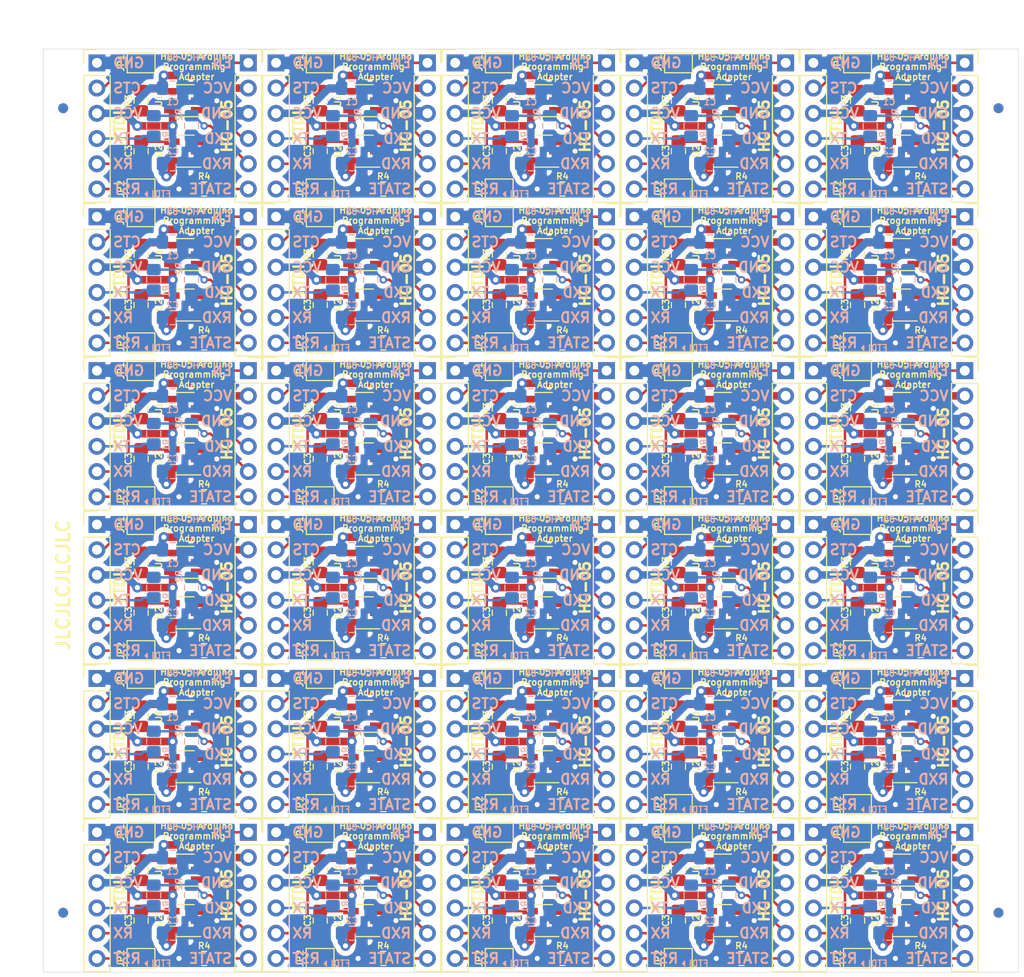
<source format=kicad_pcb>
(kicad_pcb (version 20171130) (host pcbnew "(5.1.5)-2")
  (title_block (title "Teensy 4.0 Breakout Board") (date 2019-12-24) (rev A) (company "Ray Sun"))
  (layers (0 F.Cu signal) (31 B.Cu signal) (34 B.Paste user hide) (35 F.Paste user hide) (36 B.SilkS user) (37 F.SilkS user) (38 B.Mask user hide) (39 F.Mask user hide) (44 Edge.Cuts user hide))
  (net 0 "")
  (net 1 GND)
  (net 2 +5V)
  (net 3 "Net-(C3-Pad2)")
  (net 4 "Net-(C3-Pad1)")
  (net 5 /hc05-adapter/RESET)
  (net 6 /hc05-adapter/RX)
  (net 7 /hc05-adapter/TX)
  (net 8 /hc05-adapter/ENABLE)
  (net 9 /hc05-adapter/BT_RST)
  (net 10 /hc05-adapter/BT_RX)
  (net 11 /hc05-adapter/BT_TX)
  (net 12 /hc05-adapter/BT_EN)
  (net 13 "Net-(R3-Pad2)")
  (module Fiducial:Fiducial_1mm_Mask2mm (layer B.Cu) (at 192.373 49.525)
    (fp_text reference REF** hide)
    (fp_text value Fiducial_1mm_Mask2mm)
    (pad "" smd circle (at 0 0) (size 1 1) (layers B.Cu B.Mask) (clearance 0.5))
  )
  (module Fiducial:Fiducial_1mm_Mask2mm (layer B.Cu) (at 192.373 130.525)
    (fp_text reference REF** hide)
    (fp_text value Fiducial_1mm_Mask2mm)
    (pad "" smd circle (at 0 0) (size 1 1) (layers B.Cu B.Mask) (clearance 0.5))
  )
  (module Fiducial:Fiducial_1mm_Mask2mm (layer F.Cu) (at 192.373 130.525)
    (fp_text reference REF** hide)
    (fp_text value Fiducial_1mm_Mask2mm)
    (pad "" smd circle (at 0 0) (size 1 1) (layers F.Cu F.Mask) (clearance 0.5))
  )
  (module Fiducial:Fiducial_1mm_Mask2mm (layer F.Cu) (at 192.373 49.525)
    (fp_text reference REF** hide)
    (fp_text value Fiducial_1mm_Mask2mm)
    (pad "" smd circle (at 0 0) (size 1 1) (layers F.Cu F.Mask) (clearance 0.5))
  )
  (module MountingHole:MountingHole_2.2mm_M2 (layer F.Cu) (at 192.373 45.525)
    (fp_text reference REF** hide)
    (fp_text value MountingHole_2.2mm_M2)
    (pad 1 np_thru_hole circle (at 0 0) (size 2.2 2.2) (drill 2.2) (layers *.Cu *.Mask))
  )
  (module MountingHole:MountingHole_2.2mm_M2 (layer F.Cu) (at 192.373 134.525)
    (fp_text reference REF** hide)
    (fp_text value MountingHole_2.2mm_M2)
    (pad 1 np_thru_hole circle (at 0 0) (size 2.2 2.2) (drill 2.2) (layers *.Cu *.Mask))
  )
  (module Fiducial:Fiducial_1mm_Mask2mm (layer F.Cu) (at 98.203 130.525)
    (fp_text reference REF** hide)
    (fp_text value Fiducial_1mm_Mask2mm)
    (pad "" smd circle (at 0 0) (size 1 1) (layers F.Cu F.Mask) (clearance 0.5))
  )
  (module Fiducial:Fiducial_1mm_Mask2mm (layer B.Cu) (at 98.203 130.525)
    (fp_text reference REF** hide)
    (fp_text value Fiducial_1mm_Mask2mm)
    (pad "" smd circle (at 0 0) (size 1 1) (layers B.Cu B.Mask) (clearance 0.5))
  )
  (module Fiducial:Fiducial_1mm_Mask2mm (layer B.Cu) (at 98.203 49.525)
    (fp_text reference REF** hide)
    (fp_text value Fiducial_1mm_Mask2mm)
    (pad "" smd circle (at 0 0) (size 1 1) (layers B.Cu B.Mask) (clearance 0.5))
  )
  (module Fiducial:Fiducial_1mm_Mask2mm (layer F.Cu) (at 98.203 49.525)
    (fp_text reference REF** hide)
    (fp_text value Fiducial_1mm_Mask2mm)
    (pad "" smd circle (at 0 0) (size 1 1) (layers F.Cu F.Mask) (clearance 0.5))
  )
  (module MountingHole:MountingHole_2.2mm_M2 (layer F.Cu) (at 98.203 134.525)
    (fp_text reference REF** hide)
    (fp_text value MountingHole_2.2mm_M2)
    (pad 1 np_thru_hole circle (at 0 0) (size 2.2 2.2) (drill 2.2) (layers *.Cu *.Mask))
  )
  (module MountingHole:MountingHole_2.2mm_M2 (layer F.Cu) (at 98.203 45.525)
    (fp_text reference REF** hide)
    (fp_text value MountingHole_2.2mm_M2)
    (pad 1 np_thru_hole circle (at 0 0) (size 2.2 2.2) (drill 2.2) (layers *.Cu *.Mask))
  )
  (module Jumper:SolderJumper-2_P1.3mm_Bridged_Pad1.0x1.5mm (layer F.Cu) (at 106.0335 57.6545 180)
    (fp_text reference JP2 (at 2.017 0 90) (layer F.SilkS) (effects (font (size 0.635 0.635) (thickness 0.127))))
    (fp_text value SolderJumper_2_Bridged)
    (fp_poly (pts (xy -0.25 -0.3) (xy 0.25 -0.3) (xy 0.25 0.3) (xy -0.25 0.3)) (layer F.Cu) (width 0))
    (pad 1 smd rect (at -0.65 0 180) (size 1 1.5) (layers F.Cu F.Mask) (net 4 "Net-(C3-Pad1)"))
    (pad 2 smd rect (at 0.65 0 180) (size 1 1.5) (layers F.Cu F.Mask) (net 5 /hc05-adapter/RESET))
  )
  (module Jumper:SolderJumper-2_P1.3mm_Bridged_Pad1.0x1.5mm (layer F.Cu) (at 106.0335 88.6425 180)
    (fp_text reference JP2 (at 2.017 0 90) (layer F.SilkS) (effects (font (size 0.635 0.635) (thickness 0.127))))
    (fp_text value SolderJumper_2_Bridged)
    (fp_poly (pts (xy -0.25 -0.3) (xy 0.25 -0.3) (xy 0.25 0.3) (xy -0.25 0.3)) (layer F.Cu) (width 0))
    (pad 1 smd rect (at -0.65 0 180) (size 1 1.5) (layers F.Cu F.Mask) (net 4 "Net-(C3-Pad1)"))
    (pad 2 smd rect (at 0.65 0 180) (size 1 1.5) (layers F.Cu F.Mask) (net 5 /hc05-adapter/RESET))
  )
  (module Capacitor_SMD:C_0805_2012Metric_Pad1.15x1.40mm_HandSolder (layer F.Cu) (at 106.0485 53.8445 90)
    (fp_text reference C3 (at 0 -1.27 90) (layer F.SilkS) (effects (font (size 0.635 0.635) (thickness 0.127))))
    (fp_text value 0.1uF)
    (pad 1 smd roundrect (at -1.025 0 90) (size 1.15 1.4) (layers F.Cu F.Paste F.Mask) (roundrect_rratio 0.217391) (net 4 "Net-(C3-Pad1)"))
    (pad 2 smd roundrect (at 1.025 0 90) (size 1.15 1.4) (layers F.Cu F.Paste F.Mask) (roundrect_rratio 0.217391) (net 3 "Net-(C3-Pad2)"))
  )
  (module Capacitor_SMD:C_0805_2012Metric_Pad1.15x1.40mm_HandSolder (layer F.Cu) (at 106.0485 84.8325 90)
    (fp_text reference C3 (at 0 -1.27 90) (layer F.SilkS) (effects (font (size 0.635 0.635) (thickness 0.127))))
    (fp_text value 0.1uF)
    (pad 1 smd roundrect (at -1.025 0 90) (size 1.15 1.4) (layers F.Cu F.Paste F.Mask) (roundrect_rratio 0.217391) (net 4 "Net-(C3-Pad1)"))
    (pad 2 smd roundrect (at 1.025 0 90) (size 1.15 1.4) (layers F.Cu F.Paste F.Mask) (roundrect_rratio 0.217391) (net 3 "Net-(C3-Pad2)"))
  )
  (module Package_TO_SOT_SMD:SOT-23-5_HandSoldering (layer F.Cu) (at 110.4935 53.8445 180)
    (fp_text reference U2 (at 2.667 0 90) (layer F.SilkS) (effects (font (size 0.635 0.635) (thickness 0.127))))
    (fp_text value 74LVC1G14)
    (pad 1 smd rect (at -1.35 -0.95 180) (size 1.56 0.65) (layers F.Cu F.Paste F.Mask))
    (pad 2 smd rect (at -1.35 0 180) (size 1.56 0.65) (layers F.Cu F.Paste F.Mask) (net 9 /hc05-adapter/BT_RST))
    (pad 3 smd rect (at -1.35 0.95 180) (size 1.56 0.65) (layers F.Cu F.Paste F.Mask) (net 1 GND))
    (pad 4 smd rect (at 1.35 0.95 180) (size 1.56 0.65) (layers F.Cu F.Paste F.Mask) (net 3 "Net-(C3-Pad2)"))
    (pad 5 smd rect (at 1.35 -0.95 180) (size 1.56 0.65) (layers F.Cu F.Paste F.Mask) (net 2 +5V))
  )
  (module Package_TO_SOT_SMD:SOT-23-5_HandSoldering (layer F.Cu) (at 110.4935 84.8325 180)
    (fp_text reference U2 (at 2.667 0 90) (layer F.SilkS) (effects (font (size 0.635 0.635) (thickness 0.127))))
    (fp_text value 74LVC1G14)
    (pad 1 smd rect (at -1.35 -0.95 180) (size 1.56 0.65) (layers F.Cu F.Paste F.Mask))
    (pad 2 smd rect (at -1.35 0 180) (size 1.56 0.65) (layers F.Cu F.Paste F.Mask) (net 9 /hc05-adapter/BT_RST))
    (pad 3 smd rect (at -1.35 0.95 180) (size 1.56 0.65) (layers F.Cu F.Paste F.Mask) (net 1 GND))
    (pad 4 smd rect (at 1.35 0.95 180) (size 1.56 0.65) (layers F.Cu F.Paste F.Mask) (net 3 "Net-(C3-Pad2)"))
    (pad 5 smd rect (at 1.35 -0.95 180) (size 1.56 0.65) (layers F.Cu F.Paste F.Mask) (net 2 +5V))
  )
  (module Capacitor_SMD:C_0805_2012Metric_Pad1.15x1.40mm_HandSolder (layer B.Cu) (at 109.2235 55.1145)
    (fp_text reference C2 (at 0 -1.27) (layer B.SilkS) (effects (font (size 0.635 0.635) (thickness 0.127)) (justify mirror)))
    (fp_text value 0.1uF)
    (pad 1 smd roundrect (at -1.025 0) (size 1.15 1.4) (layers B.Cu B.Paste B.Mask) (roundrect_rratio 0.217391) (net 2 +5V))
    (pad 2 smd roundrect (at 1.025 0) (size 1.15 1.4) (layers B.Cu B.Paste B.Mask) (roundrect_rratio 0.217391) (net 1 GND))
  )
  (module Capacitor_SMD:C_0805_2012Metric_Pad1.15x1.40mm_HandSolder (layer B.Cu) (at 109.2235 86.1025)
    (fp_text reference C2 (at 0 -1.27) (layer B.SilkS) (effects (font (size 0.635 0.635) (thickness 0.127)) (justify mirror)))
    (fp_text value 0.1uF)
    (pad 1 smd roundrect (at -1.025 0) (size 1.15 1.4) (layers B.Cu B.Paste B.Mask) (roundrect_rratio 0.217391) (net 2 +5V))
    (pad 2 smd roundrect (at 1.025 0) (size 1.15 1.4) (layers B.Cu B.Paste B.Mask) (roundrect_rratio 0.217391) (net 1 GND))
  )
  (module Capacitor_SMD:C_0805_2012Metric_Pad1.15x1.40mm_HandSolder (layer B.Cu) (at 109.2235 47.4945)
    (fp_text reference C1 (at 0 1.397) (layer B.SilkS) (effects (font (size 0.635 0.635) (thickness 0.127)) (justify mirror)))
    (fp_text value 0.1uF)
    (pad 1 smd roundrect (at -1.025 0) (size 1.15 1.4) (layers B.Cu B.Paste B.Mask) (roundrect_rratio 0.217391) (net 2 +5V))
    (pad 2 smd roundrect (at 1.025 0) (size 1.15 1.4) (layers B.Cu B.Paste B.Mask) (roundrect_rratio 0.217391) (net 1 GND))
  )
  (module Capacitor_SMD:C_0805_2012Metric_Pad1.15x1.40mm_HandSolder (layer B.Cu) (at 109.2235 78.4825)
    (fp_text reference C1 (at 0 1.397) (layer B.SilkS) (effects (font (size 0.635 0.635) (thickness 0.127)) (justify mirror)))
    (fp_text value 0.1uF)
    (pad 1 smd roundrect (at -1.025 0) (size 1.15 1.4) (layers B.Cu B.Paste B.Mask) (roundrect_rratio 0.217391) (net 2 +5V))
    (pad 2 smd roundrect (at 1.025 0) (size 1.15 1.4) (layers B.Cu B.Paste B.Mask) (roundrect_rratio 0.217391) (net 1 GND))
  )
  (module Resistor_SMD:R_0805_2012Metric_Pad1.15x1.40mm_HandSolder (layer B.Cu) (at 107.3185 51.3045 90)
    (fp_text reference R1 (at -1.1465 1.27 90) (layer B.SilkS) (effects (font (size 0.635 0.635) (thickness 0.127)) (justify mirror)))
    (fp_text value 1K)
    (pad 1 smd roundrect (at -1.025 0 90) (size 1.15 1.4) (layers B.Cu B.Paste B.Mask) (roundrect_rratio 0.217391) (net 7 /hc05-adapter/TX))
    (pad 2 smd roundrect (at 1.025 0 90) (size 1.15 1.4) (layers B.Cu B.Paste B.Mask) (roundrect_rratio 0.217391) (net 10 /hc05-adapter/BT_RX))
  )
  (module Resistor_SMD:R_0805_2012Metric_Pad1.15x1.40mm_HandSolder (layer B.Cu) (at 107.3185 82.2925 90)
    (fp_text reference R1 (at -1.1465 1.27 90) (layer B.SilkS) (effects (font (size 0.635 0.635) (thickness 0.127)) (justify mirror)))
    (fp_text value 1K)
    (pad 1 smd roundrect (at -1.025 0 90) (size 1.15 1.4) (layers B.Cu B.Paste B.Mask) (roundrect_rratio 0.217391) (net 7 /hc05-adapter/TX))
    (pad 2 smd roundrect (at 1.025 0 90) (size 1.15 1.4) (layers B.Cu B.Paste B.Mask) (roundrect_rratio 0.217391) (net 10 /hc05-adapter/BT_RX))
  )
  (module Connector_PinHeader_2.54mm:PinHeader_1x06_P2.54mm_Vertical (layer F.Cu) (at 101.6 44.958)
    (fp_text reference J1 hide)
    (fp_text value Conn_01x06_0.1_Header)
    (pad 1 thru_hole rect (at 0 0) (size 1.7 1.7) (drill 1) (layers *.Cu *.Mask) (net 1 GND))
    (pad 2 thru_hole oval (at 0 2.54) (size 1.7 1.7) (drill 1) (layers *.Cu *.Mask) (net 8 /hc05-adapter/ENABLE))
    (pad 3 thru_hole oval (at 0 5.08) (size 1.7 1.7) (drill 1) (layers *.Cu *.Mask) (net 2 +5V))
    (pad 4 thru_hole oval (at 0 7.62) (size 1.7 1.7) (drill 1) (layers *.Cu *.Mask) (net 7 /hc05-adapter/TX))
    (pad 5 thru_hole oval (at 0 10.16) (size 1.7 1.7) (drill 1) (layers *.Cu *.Mask) (net 6 /hc05-adapter/RX))
    (pad 6 thru_hole oval (at 0 12.7) (size 1.7 1.7) (drill 1) (layers *.Cu *.Mask) (net 5 /hc05-adapter/RESET))
  )
  (module Connector_PinHeader_2.54mm:PinHeader_1x06_P2.54mm_Vertical (layer F.Cu) (at 101.6 75.946)
    (fp_text reference J1 hide)
    (fp_text value Conn_01x06_0.1_Header)
    (pad 1 thru_hole rect (at 0 0) (size 1.7 1.7) (drill 1) (layers *.Cu *.Mask) (net 1 GND))
    (pad 2 thru_hole oval (at 0 2.54) (size 1.7 1.7) (drill 1) (layers *.Cu *.Mask) (net 8 /hc05-adapter/ENABLE))
    (pad 3 thru_hole oval (at 0 5.08) (size 1.7 1.7) (drill 1) (layers *.Cu *.Mask) (net 2 +5V))
    (pad 4 thru_hole oval (at 0 7.62) (size 1.7 1.7) (drill 1) (layers *.Cu *.Mask) (net 7 /hc05-adapter/TX))
    (pad 5 thru_hole oval (at 0 10.16) (size 1.7 1.7) (drill 1) (layers *.Cu *.Mask) (net 6 /hc05-adapter/RX))
    (pad 6 thru_hole oval (at 0 12.7) (size 1.7 1.7) (drill 1) (layers *.Cu *.Mask) (net 5 /hc05-adapter/RESET))
  )
  (module Resistor_SMD:R_0805_2012Metric_Pad1.15x1.40mm_HandSolder (layer B.Cu) (at 111.1285 51.3045 270)
    (fp_text reference R2 (at -1.1395 1.27 90) (layer B.SilkS) (effects (font (size 0.635 0.635) (thickness 0.127)) (justify mirror)))
    (fp_text value 2K)
    (pad 1 smd roundrect (at -1.025 0 270) (size 1.15 1.4) (layers B.Cu B.Paste B.Mask) (roundrect_rratio 0.217391) (net 10 /hc05-adapter/BT_RX))
    (pad 2 smd roundrect (at 1.025 0 270) (size 1.15 1.4) (layers B.Cu B.Paste B.Mask) (roundrect_rratio 0.217391) (net 1 GND))
  )
  (module Resistor_SMD:R_0805_2012Metric_Pad1.15x1.40mm_HandSolder (layer B.Cu) (at 111.1285 82.2925 270)
    (fp_text reference R2 (at -1.1395 1.27 90) (layer B.SilkS) (effects (font (size 0.635 0.635) (thickness 0.127)) (justify mirror)))
    (fp_text value 2K)
    (pad 1 smd roundrect (at -1.025 0 270) (size 1.15 1.4) (layers B.Cu B.Paste B.Mask) (roundrect_rratio 0.217391) (net 10 /hc05-adapter/BT_RX))
    (pad 2 smd roundrect (at 1.025 0 270) (size 1.15 1.4) (layers B.Cu B.Paste B.Mask) (roundrect_rratio 0.217391) (net 1 GND))
  )
  (module Connector_PinSocket_2.54mm:PinSocket_1x06_P2.54mm_Vertical (layer F.Cu) (at 116.84 44.958)
    (fp_text reference J2 hide)
    (fp_text value Conn_01x06_0.1_Socket)
    (pad 1 thru_hole rect (at 0 0) (size 1.7 1.7) (drill 1) (layers *.Cu *.Mask) (net 12 /hc05-adapter/BT_EN))
    (pad 2 thru_hole oval (at 0 2.54) (size 1.7 1.7) (drill 1) (layers *.Cu *.Mask) (net 2 +5V))
    (pad 3 thru_hole oval (at 0 5.08) (size 1.7 1.7) (drill 1) (layers *.Cu *.Mask) (net 1 GND))
    (pad 4 thru_hole oval (at 0 7.62) (size 1.7 1.7) (drill 1) (layers *.Cu *.Mask) (net 11 /hc05-adapter/BT_TX))
    (pad 5 thru_hole oval (at 0 10.16) (size 1.7 1.7) (drill 1) (layers *.Cu *.Mask) (net 10 /hc05-adapter/BT_RX))
    (pad 6 thru_hole oval (at 0 12.7) (size 1.7 1.7) (drill 1) (layers *.Cu *.Mask) (net 9 /hc05-adapter/BT_RST))
  )
  (module Connector_PinSocket_2.54mm:PinSocket_1x06_P2.54mm_Vertical (layer F.Cu) (at 116.84 75.946)
    (fp_text reference J2 hide)
    (fp_text value Conn_01x06_0.1_Socket)
    (pad 1 thru_hole rect (at 0 0) (size 1.7 1.7) (drill 1) (layers *.Cu *.Mask) (net 12 /hc05-adapter/BT_EN))
    (pad 2 thru_hole oval (at 0 2.54) (size 1.7 1.7) (drill 1) (layers *.Cu *.Mask) (net 2 +5V))
    (pad 3 thru_hole oval (at 0 5.08) (size 1.7 1.7) (drill 1) (layers *.Cu *.Mask) (net 1 GND))
    (pad 4 thru_hole oval (at 0 7.62) (size 1.7 1.7) (drill 1) (layers *.Cu *.Mask) (net 11 /hc05-adapter/BT_TX))
    (pad 5 thru_hole oval (at 0 10.16) (size 1.7 1.7) (drill 1) (layers *.Cu *.Mask) (net 10 /hc05-adapter/BT_RX))
    (pad 6 thru_hole oval (at 0 12.7) (size 1.7 1.7) (drill 1) (layers *.Cu *.Mask) (net 9 /hc05-adapter/BT_RST))
  )
  (module Resistor_SMD:R_0805_2012Metric_Pad1.15x1.40mm_HandSolder (layer F.Cu) (at 106.0485 48.7645 90)
    (fp_text reference R3 (at 0 -1.27 270) (layer F.SilkS) (effects (font (size 0.635 0.635) (thickness 0.127))))
    (fp_text value 100)
    (pad 2 smd roundrect (at 1.025 0 90) (size 1.15 1.4) (layers F.Cu F.Paste F.Mask) (roundrect_rratio 0.217391) (net 13 "Net-(R3-Pad2)"))
    (pad 1 smd roundrect (at -1.025 0 90) (size 1.15 1.4) (layers F.Cu F.Paste F.Mask) (roundrect_rratio 0.217391) (net 6 /hc05-adapter/RX))
  )
  (module Resistor_SMD:R_0805_2012Metric_Pad1.15x1.40mm_HandSolder (layer F.Cu) (at 106.0485 79.7525 90)
    (fp_text reference R3 (at 0 -1.27 270) (layer F.SilkS) (effects (font (size 0.635 0.635) (thickness 0.127))))
    (fp_text value 100)
    (pad 2 smd roundrect (at 1.025 0 90) (size 1.15 1.4) (layers F.Cu F.Paste F.Mask) (roundrect_rratio 0.217391) (net 13 "Net-(R3-Pad2)"))
    (pad 1 smd roundrect (at -1.025 0 90) (size 1.15 1.4) (layers F.Cu F.Paste F.Mask) (roundrect_rratio 0.217391) (net 6 /hc05-adapter/RX))
  )
  (module Resistor_SMD:R_0805_2012Metric_Pad1.15x1.40mm_HandSolder (layer F.Cu) (at 112.3985 57.6545 180)
    (fp_text reference R4 (at 0 1.27) (layer F.SilkS) (effects (font (size 0.635 0.635) (thickness 0.127))))
    (fp_text value 10K)
    (pad 1 smd roundrect (at -1.025 0 180) (size 1.15 1.4) (layers F.Cu F.Paste F.Mask) (roundrect_rratio 0.217391) (net 9 /hc05-adapter/BT_RST))
    (pad 2 smd roundrect (at 1.025 0 180) (size 1.15 1.4) (layers F.Cu F.Paste F.Mask) (roundrect_rratio 0.217391) (net 1 GND))
  )
  (module Resistor_SMD:R_0805_2012Metric_Pad1.15x1.40mm_HandSolder (layer F.Cu) (at 112.3985 88.6425 180)
    (fp_text reference R4 (at 0 1.27) (layer F.SilkS) (effects (font (size 0.635 0.635) (thickness 0.127))))
    (fp_text value 10K)
    (pad 1 smd roundrect (at -1.025 0 180) (size 1.15 1.4) (layers F.Cu F.Paste F.Mask) (roundrect_rratio 0.217391) (net 9 /hc05-adapter/BT_RST))
    (pad 2 smd roundrect (at 1.025 0 180) (size 1.15 1.4) (layers F.Cu F.Paste F.Mask) (roundrect_rratio 0.217391) (net 1 GND))
  )
  (module Package_TO_SOT_SMD:SOT-23-5_HandSoldering (layer F.Cu) (at 110.4935 48.7645 180)
    (fp_text reference U1 (at 2.667 0 90) (layer F.SilkS) (effects (font (size 0.635 0.635) (thickness 0.127))))
    (fp_text value 74LVC1G17)
    (pad 1 smd rect (at -1.35 -0.95 180) (size 1.56 0.65) (layers F.Cu F.Paste F.Mask))
    (pad 2 smd rect (at -1.35 0 180) (size 1.56 0.65) (layers F.Cu F.Paste F.Mask) (net 11 /hc05-adapter/BT_TX))
    (pad 3 smd rect (at -1.35 0.95 180) (size 1.56 0.65) (layers F.Cu F.Paste F.Mask) (net 1 GND))
    (pad 4 smd rect (at 1.35 0.95 180) (size 1.56 0.65) (layers F.Cu F.Paste F.Mask) (net 13 "Net-(R3-Pad2)"))
    (pad 5 smd rect (at 1.35 -0.95 180) (size 1.56 0.65) (layers F.Cu F.Paste F.Mask) (net 2 +5V))
  )
  (module Package_TO_SOT_SMD:SOT-23-5_HandSoldering (layer F.Cu) (at 110.4935 79.7525 180)
    (fp_text reference U1 (at 2.667 0 90) (layer F.SilkS) (effects (font (size 0.635 0.635) (thickness 0.127))))
    (fp_text value 74LVC1G17)
    (pad 1 smd rect (at -1.35 -0.95 180) (size 1.56 0.65) (layers F.Cu F.Paste F.Mask))
    (pad 2 smd rect (at -1.35 0 180) (size 1.56 0.65) (layers F.Cu F.Paste F.Mask) (net 11 /hc05-adapter/BT_TX))
    (pad 3 smd rect (at -1.35 0.95 180) (size 1.56 0.65) (layers F.Cu F.Paste F.Mask) (net 1 GND))
    (pad 4 smd rect (at 1.35 0.95 180) (size 1.56 0.65) (layers F.Cu F.Paste F.Mask) (net 13 "Net-(R3-Pad2)"))
    (pad 5 smd rect (at 1.35 -0.95 180) (size 1.56 0.65) (layers F.Cu F.Paste F.Mask) (net 2 +5V))
  )
  (module Jumper:SolderJumper-2_P1.3mm_Bridged_Pad1.0x1.5mm (layer F.Cu) (at 106.0485 44.9545 180)
    (fp_text reference JP1 (at 2.032 0 270) (layer F.SilkS) (effects (font (size 0.635 0.635) (thickness 0.127))))
    (fp_text value SolderJumper_2_Bridged)
    (fp_poly (pts (xy -0.25 -0.3) (xy 0.25 -0.3) (xy 0.25 0.3) (xy -0.25 0.3)) (layer F.Cu) (width 0))
    (pad 1 smd rect (at -0.65 0 180) (size 1 1.5) (layers F.Cu F.Mask) (net 12 /hc05-adapter/BT_EN))
    (pad 2 smd rect (at 0.65 0 180) (size 1 1.5) (layers F.Cu F.Mask) (net 8 /hc05-adapter/ENABLE))
  )
  (module Jumper:SolderJumper-2_P1.3mm_Bridged_Pad1.0x1.5mm (layer F.Cu) (at 106.0485 75.9425 180)
    (fp_text reference JP1 (at 2.032 0 270) (layer F.SilkS) (effects (font (size 0.635 0.635) (thickness 0.127))))
    (fp_text value SolderJumper_2_Bridged)
    (fp_poly (pts (xy -0.25 -0.3) (xy 0.25 -0.3) (xy 0.25 0.3) (xy -0.25 0.3)) (layer F.Cu) (width 0))
    (pad 1 smd rect (at -0.65 0 180) (size 1 1.5) (layers F.Cu F.Mask) (net 12 /hc05-adapter/BT_EN))
    (pad 2 smd rect (at 0.65 0 180) (size 1 1.5) (layers F.Cu F.Mask) (net 8 /hc05-adapter/ENABLE))
  )
  (module Resistor_SMD:R_0805_2012Metric_Pad1.15x1.40mm_HandSolder (layer B.Cu) (at 183.2645 51.3045 270)
    (fp_text reference R2 (at -1.1395 1.27 90) (layer B.SilkS) (effects (font (size 0.635 0.635) (thickness 0.127)) (justify mirror)))
    (fp_text value 2K)
    (pad 2 smd roundrect (at 1.025 0 270) (size 1.15 1.4) (layers B.Cu B.Paste B.Mask) (roundrect_rratio 0.217391) (net 1 GND))
    (pad 1 smd roundrect (at -1.025 0 270) (size 1.15 1.4) (layers B.Cu B.Paste B.Mask) (roundrect_rratio 0.217391) (net 10 /hc05-adapter/BT_RX))
  )
  (module Resistor_SMD:R_0805_2012Metric_Pad1.15x1.40mm_HandSolder (layer B.Cu) (at 183.2645 82.2925 270)
    (fp_text reference R2 (at -1.1395 1.27 90) (layer B.SilkS) (effects (font (size 0.635 0.635) (thickness 0.127)) (justify mirror)))
    (fp_text value 2K)
    (pad 2 smd roundrect (at 1.025 0 270) (size 1.15 1.4) (layers B.Cu B.Paste B.Mask) (roundrect_rratio 0.217391) (net 1 GND))
    (pad 1 smd roundrect (at -1.025 0 270) (size 1.15 1.4) (layers B.Cu B.Paste B.Mask) (roundrect_rratio 0.217391) (net 10 /hc05-adapter/BT_RX))
  )
  (module Capacitor_SMD:C_0805_2012Metric_Pad1.15x1.40mm_HandSolder (layer B.Cu) (at 163.3255 47.4945)
    (fp_text reference C1 (at 0 1.397) (layer B.SilkS) (effects (font (size 0.635 0.635) (thickness 0.127)) (justify mirror)))
    (fp_text value 0.1uF)
    (pad 2 smd roundrect (at 1.025 0) (size 1.15 1.4) (layers B.Cu B.Paste B.Mask) (roundrect_rratio 0.217391) (net 1 GND))
    (pad 1 smd roundrect (at -1.025 0) (size 1.15 1.4) (layers B.Cu B.Paste B.Mask) (roundrect_rratio 0.217391) (net 2 +5V))
  )
  (module Capacitor_SMD:C_0805_2012Metric_Pad1.15x1.40mm_HandSolder (layer B.Cu) (at 163.3255 78.4825)
    (fp_text reference C1 (at 0 1.397) (layer B.SilkS) (effects (font (size 0.635 0.635) (thickness 0.127)) (justify mirror)))
    (fp_text value 0.1uF)
    (pad 2 smd roundrect (at 1.025 0) (size 1.15 1.4) (layers B.Cu B.Paste B.Mask) (roundrect_rratio 0.217391) (net 1 GND))
    (pad 1 smd roundrect (at -1.025 0) (size 1.15 1.4) (layers B.Cu B.Paste B.Mask) (roundrect_rratio 0.217391) (net 2 +5V))
  )
  (module Resistor_SMD:R_0805_2012Metric_Pad1.15x1.40mm_HandSolder (layer B.Cu) (at 179.4545 51.3045 90)
    (fp_text reference R1 (at -1.1465 1.27 90) (layer B.SilkS) (effects (font (size 0.635 0.635) (thickness 0.127)) (justify mirror)))
    (fp_text value 1K)
    (pad 2 smd roundrect (at 1.025 0 90) (size 1.15 1.4) (layers B.Cu B.Paste B.Mask) (roundrect_rratio 0.217391) (net 10 /hc05-adapter/BT_RX))
    (pad 1 smd roundrect (at -1.025 0 90) (size 1.15 1.4) (layers B.Cu B.Paste B.Mask) (roundrect_rratio 0.217391) (net 7 /hc05-adapter/TX))
  )
  (module Resistor_SMD:R_0805_2012Metric_Pad1.15x1.40mm_HandSolder (layer B.Cu) (at 179.4545 82.2925 90)
    (fp_text reference R1 (at -1.1465 1.27 90) (layer B.SilkS) (effects (font (size 0.635 0.635) (thickness 0.127)) (justify mirror)))
    (fp_text value 1K)
    (pad 2 smd roundrect (at 1.025 0 90) (size 1.15 1.4) (layers B.Cu B.Paste B.Mask) (roundrect_rratio 0.217391) (net 10 /hc05-adapter/BT_RX))
    (pad 1 smd roundrect (at -1.025 0 90) (size 1.15 1.4) (layers B.Cu B.Paste B.Mask) (roundrect_rratio 0.217391) (net 7 /hc05-adapter/TX))
  )
  (module Resistor_SMD:R_0805_2012Metric_Pad1.15x1.40mm_HandSolder (layer B.Cu) (at 129.1625 51.3045 270)
    (fp_text reference R2 (at -1.1395 1.27 90) (layer B.SilkS) (effects (font (size 0.635 0.635) (thickness 0.127)) (justify mirror)))
    (fp_text value 2K)
    (pad 2 smd roundrect (at 1.025 0 270) (size 1.15 1.4) (layers B.Cu B.Paste B.Mask) (roundrect_rratio 0.217391) (net 1 GND))
    (pad 1 smd roundrect (at -1.025 0 270) (size 1.15 1.4) (layers B.Cu B.Paste B.Mask) (roundrect_rratio 0.217391) (net 10 /hc05-adapter/BT_RX))
  )
  (module Resistor_SMD:R_0805_2012Metric_Pad1.15x1.40mm_HandSolder (layer B.Cu) (at 129.1625 82.2925 270)
    (fp_text reference R2 (at -1.1395 1.27 90) (layer B.SilkS) (effects (font (size 0.635 0.635) (thickness 0.127)) (justify mirror)))
    (fp_text value 2K)
    (pad 2 smd roundrect (at 1.025 0 270) (size 1.15 1.4) (layers B.Cu B.Paste B.Mask) (roundrect_rratio 0.217391) (net 1 GND))
    (pad 1 smd roundrect (at -1.025 0 270) (size 1.15 1.4) (layers B.Cu B.Paste B.Mask) (roundrect_rratio 0.217391) (net 10 /hc05-adapter/BT_RX))
  )
  (module Resistor_SMD:R_0805_2012Metric_Pad1.15x1.40mm_HandSolder (layer B.Cu) (at 165.2305 51.3045 270)
    (fp_text reference R2 (at -1.1395 1.27 90) (layer B.SilkS) (effects (font (size 0.635 0.635) (thickness 0.127)) (justify mirror)))
    (fp_text value 2K)
    (pad 2 smd roundrect (at 1.025 0 270) (size 1.15 1.4) (layers B.Cu B.Paste B.Mask) (roundrect_rratio 0.217391) (net 1 GND))
    (pad 1 smd roundrect (at -1.025 0 270) (size 1.15 1.4) (layers B.Cu B.Paste B.Mask) (roundrect_rratio 0.217391) (net 10 /hc05-adapter/BT_RX))
  )
  (module Resistor_SMD:R_0805_2012Metric_Pad1.15x1.40mm_HandSolder (layer B.Cu) (at 165.2305 82.2925 270)
    (fp_text reference R2 (at -1.1395 1.27 90) (layer B.SilkS) (effects (font (size 0.635 0.635) (thickness 0.127)) (justify mirror)))
    (fp_text value 2K)
    (pad 2 smd roundrect (at 1.025 0 270) (size 1.15 1.4) (layers B.Cu B.Paste B.Mask) (roundrect_rratio 0.217391) (net 1 GND))
    (pad 1 smd roundrect (at -1.025 0 270) (size 1.15 1.4) (layers B.Cu B.Paste B.Mask) (roundrect_rratio 0.217391) (net 10 /hc05-adapter/BT_RX))
  )
  (module Capacitor_SMD:C_0805_2012Metric_Pad1.15x1.40mm_HandSolder (layer B.Cu) (at 127.2575 47.4945)
    (fp_text reference C1 (at 0 1.397) (layer B.SilkS) (effects (font (size 0.635 0.635) (thickness 0.127)) (justify mirror)))
    (fp_text value 0.1uF)
    (pad 2 smd roundrect (at 1.025 0) (size 1.15 1.4) (layers B.Cu B.Paste B.Mask) (roundrect_rratio 0.217391) (net 1 GND))
    (pad 1 smd roundrect (at -1.025 0) (size 1.15 1.4) (layers B.Cu B.Paste B.Mask) (roundrect_rratio 0.217391) (net 2 +5V))
  )
  (module Capacitor_SMD:C_0805_2012Metric_Pad1.15x1.40mm_HandSolder (layer B.Cu) (at 127.2575 78.4825)
    (fp_text reference C1 (at 0 1.397) (layer B.SilkS) (effects (font (size 0.635 0.635) (thickness 0.127)) (justify mirror)))
    (fp_text value 0.1uF)
    (pad 2 smd roundrect (at 1.025 0) (size 1.15 1.4) (layers B.Cu B.Paste B.Mask) (roundrect_rratio 0.217391) (net 1 GND))
    (pad 1 smd roundrect (at -1.025 0) (size 1.15 1.4) (layers B.Cu B.Paste B.Mask) (roundrect_rratio 0.217391) (net 2 +5V))
  )
  (module Capacitor_SMD:C_0805_2012Metric_Pad1.15x1.40mm_HandSolder (layer B.Cu) (at 145.2915 47.4945)
    (fp_text reference C1 (at 0 1.397) (layer B.SilkS) (effects (font (size 0.635 0.635) (thickness 0.127)) (justify mirror)))
    (fp_text value 0.1uF)
    (pad 2 smd roundrect (at 1.025 0) (size 1.15 1.4) (layers B.Cu B.Paste B.Mask) (roundrect_rratio 0.217391) (net 1 GND))
    (pad 1 smd roundrect (at -1.025 0) (size 1.15 1.4) (layers B.Cu B.Paste B.Mask) (roundrect_rratio 0.217391) (net 2 +5V))
  )
  (module Capacitor_SMD:C_0805_2012Metric_Pad1.15x1.40mm_HandSolder (layer B.Cu) (at 145.2915 78.4825)
    (fp_text reference C1 (at 0 1.397) (layer B.SilkS) (effects (font (size 0.635 0.635) (thickness 0.127)) (justify mirror)))
    (fp_text value 0.1uF)
    (pad 2 smd roundrect (at 1.025 0) (size 1.15 1.4) (layers B.Cu B.Paste B.Mask) (roundrect_rratio 0.217391) (net 1 GND))
    (pad 1 smd roundrect (at -1.025 0) (size 1.15 1.4) (layers B.Cu B.Paste B.Mask) (roundrect_rratio 0.217391) (net 2 +5V))
  )
  (module Capacitor_SMD:C_0805_2012Metric_Pad1.15x1.40mm_HandSolder (layer B.Cu) (at 181.3595 47.4945)
    (fp_text reference C1 (at 0 1.397) (layer B.SilkS) (effects (font (size 0.635 0.635) (thickness 0.127)) (justify mirror)))
    (fp_text value 0.1uF)
    (pad 2 smd roundrect (at 1.025 0) (size 1.15 1.4) (layers B.Cu B.Paste B.Mask) (roundrect_rratio 0.217391) (net 1 GND))
    (pad 1 smd roundrect (at -1.025 0) (size 1.15 1.4) (layers B.Cu B.Paste B.Mask) (roundrect_rratio 0.217391) (net 2 +5V))
  )
  (module Capacitor_SMD:C_0805_2012Metric_Pad1.15x1.40mm_HandSolder (layer B.Cu) (at 181.3595 78.4825)
    (fp_text reference C1 (at 0 1.397) (layer B.SilkS) (effects (font (size 0.635 0.635) (thickness 0.127)) (justify mirror)))
    (fp_text value 0.1uF)
    (pad 2 smd roundrect (at 1.025 0) (size 1.15 1.4) (layers B.Cu B.Paste B.Mask) (roundrect_rratio 0.217391) (net 1 GND))
    (pad 1 smd roundrect (at -1.025 0) (size 1.15 1.4) (layers B.Cu B.Paste B.Mask) (roundrect_rratio 0.217391) (net 2 +5V))
  )
  (module Capacitor_SMD:C_0805_2012Metric_Pad1.15x1.40mm_HandSolder (layer B.Cu) (at 181.3595 55.1145)
    (fp_text reference C2 (at 0 -1.27) (layer B.SilkS) (effects (font (size 0.635 0.635) (thickness 0.127)) (justify mirror)))
    (fp_text value 0.1uF)
    (pad 2 smd roundrect (at 1.025 0) (size 1.15 1.4) (layers B.Cu B.Paste B.Mask) (roundrect_rratio 0.217391) (net 1 GND))
    (pad 1 smd roundrect (at -1.025 0) (size 1.15 1.4) (layers B.Cu B.Paste B.Mask) (roundrect_rratio 0.217391) (net 2 +5V))
  )
  (module Capacitor_SMD:C_0805_2012Metric_Pad1.15x1.40mm_HandSolder (layer B.Cu) (at 181.3595 86.1025)
    (fp_text reference C2 (at 0 -1.27) (layer B.SilkS) (effects (font (size 0.635 0.635) (thickness 0.127)) (justify mirror)))
    (fp_text value 0.1uF)
    (pad 2 smd roundrect (at 1.025 0) (size 1.15 1.4) (layers B.Cu B.Paste B.Mask) (roundrect_rratio 0.217391) (net 1 GND))
    (pad 1 smd roundrect (at -1.025 0) (size 1.15 1.4) (layers B.Cu B.Paste B.Mask) (roundrect_rratio 0.217391) (net 2 +5V))
  )
  (module Jumper:SolderJumper-2_P1.3mm_Bridged_Pad1.0x1.5mm (layer F.Cu) (at 124.0675 57.6545 180)
    (fp_text reference JP2 (at 2.017 0 90) (layer F.SilkS) (effects (font (size 0.635 0.635) (thickness 0.127))))
    (fp_text value SolderJumper_2_Bridged)
    (fp_poly (pts (xy -0.25 -0.3) (xy 0.25 -0.3) (xy 0.25 0.3) (xy -0.25 0.3)) (layer F.Cu) (width 0))
    (pad 2 smd rect (at 0.65 0 180) (size 1 1.5) (layers F.Cu F.Mask) (net 5 /hc05-adapter/RESET))
    (pad 1 smd rect (at -0.65 0 180) (size 1 1.5) (layers F.Cu F.Mask) (net 4 "Net-(C3-Pad1)"))
  )
  (module Jumper:SolderJumper-2_P1.3mm_Bridged_Pad1.0x1.5mm (layer F.Cu) (at 124.0675 88.6425 180)
    (fp_text reference JP2 (at 2.017 0 90) (layer F.SilkS) (effects (font (size 0.635 0.635) (thickness 0.127))))
    (fp_text value SolderJumper_2_Bridged)
    (fp_poly (pts (xy -0.25 -0.3) (xy 0.25 -0.3) (xy 0.25 0.3) (xy -0.25 0.3)) (layer F.Cu) (width 0))
    (pad 2 smd rect (at 0.65 0 180) (size 1 1.5) (layers F.Cu F.Mask) (net 5 /hc05-adapter/RESET))
    (pad 1 smd rect (at -0.65 0 180) (size 1 1.5) (layers F.Cu F.Mask) (net 4 "Net-(C3-Pad1)"))
  )
  (module Resistor_SMD:R_0805_2012Metric_Pad1.15x1.40mm_HandSolder (layer B.Cu) (at 147.1965 51.3045 270)
    (fp_text reference R2 (at -1.1395 1.27 90) (layer B.SilkS) (effects (font (size 0.635 0.635) (thickness 0.127)) (justify mirror)))
    (fp_text value 2K)
    (pad 2 smd roundrect (at 1.025 0 270) (size 1.15 1.4) (layers B.Cu B.Paste B.Mask) (roundrect_rratio 0.217391) (net 1 GND))
    (pad 1 smd roundrect (at -1.025 0 270) (size 1.15 1.4) (layers B.Cu B.Paste B.Mask) (roundrect_rratio 0.217391) (net 10 /hc05-adapter/BT_RX))
  )
  (module Resistor_SMD:R_0805_2012Metric_Pad1.15x1.40mm_HandSolder (layer B.Cu) (at 147.1965 82.2925 270)
    (fp_text reference R2 (at -1.1395 1.27 90) (layer B.SilkS) (effects (font (size 0.635 0.635) (thickness 0.127)) (justify mirror)))
    (fp_text value 2K)
    (pad 2 smd roundrect (at 1.025 0 270) (size 1.15 1.4) (layers B.Cu B.Paste B.Mask) (roundrect_rratio 0.217391) (net 1 GND))
    (pad 1 smd roundrect (at -1.025 0 270) (size 1.15 1.4) (layers B.Cu B.Paste B.Mask) (roundrect_rratio 0.217391) (net 10 /hc05-adapter/BT_RX))
  )
  (module Jumper:SolderJumper-2_P1.3mm_Bridged_Pad1.0x1.5mm (layer F.Cu) (at 142.1015 57.6545 180)
    (fp_text reference JP2 (at 2.017 0 90) (layer F.SilkS) (effects (font (size 0.635 0.635) (thickness 0.127))))
    (fp_text value SolderJumper_2_Bridged)
    (fp_poly (pts (xy -0.25 -0.3) (xy 0.25 -0.3) (xy 0.25 0.3) (xy -0.25 0.3)) (layer F.Cu) (width 0))
    (pad 2 smd rect (at 0.65 0 180) (size 1 1.5) (layers F.Cu F.Mask) (net 5 /hc05-adapter/RESET))
    (pad 1 smd rect (at -0.65 0 180) (size 1 1.5) (layers F.Cu F.Mask) (net 4 "Net-(C3-Pad1)"))
  )
  (module Jumper:SolderJumper-2_P1.3mm_Bridged_Pad1.0x1.5mm (layer F.Cu) (at 142.1015 88.6425 180)
    (fp_text reference JP2 (at 2.017 0 90) (layer F.SilkS) (effects (font (size 0.635 0.635) (thickness 0.127))))
    (fp_text value SolderJumper_2_Bridged)
    (fp_poly (pts (xy -0.25 -0.3) (xy 0.25 -0.3) (xy 0.25 0.3) (xy -0.25 0.3)) (layer F.Cu) (width 0))
    (pad 2 smd rect (at 0.65 0 180) (size 1 1.5) (layers F.Cu F.Mask) (net 5 /hc05-adapter/RESET))
    (pad 1 smd rect (at -0.65 0 180) (size 1 1.5) (layers F.Cu F.Mask) (net 4 "Net-(C3-Pad1)"))
  )
  (module Jumper:SolderJumper-2_P1.3mm_Bridged_Pad1.0x1.5mm (layer F.Cu) (at 160.1355 57.6545 180)
    (fp_text reference JP2 (at 2.017 0 90) (layer F.SilkS) (effects (font (size 0.635 0.635) (thickness 0.127))))
    (fp_text value SolderJumper_2_Bridged)
    (fp_poly (pts (xy -0.25 -0.3) (xy 0.25 -0.3) (xy 0.25 0.3) (xy -0.25 0.3)) (layer F.Cu) (width 0))
    (pad 2 smd rect (at 0.65 0 180) (size 1 1.5) (layers F.Cu F.Mask) (net 5 /hc05-adapter/RESET))
    (pad 1 smd rect (at -0.65 0 180) (size 1 1.5) (layers F.Cu F.Mask) (net 4 "Net-(C3-Pad1)"))
  )
  (module Jumper:SolderJumper-2_P1.3mm_Bridged_Pad1.0x1.5mm (layer F.Cu) (at 160.1355 88.6425 180)
    (fp_text reference JP2 (at 2.017 0 90) (layer F.SilkS) (effects (font (size 0.635 0.635) (thickness 0.127))))
    (fp_text value SolderJumper_2_Bridged)
    (fp_poly (pts (xy -0.25 -0.3) (xy 0.25 -0.3) (xy 0.25 0.3) (xy -0.25 0.3)) (layer F.Cu) (width 0))
    (pad 2 smd rect (at 0.65 0 180) (size 1 1.5) (layers F.Cu F.Mask) (net 5 /hc05-adapter/RESET))
    (pad 1 smd rect (at -0.65 0 180) (size 1 1.5) (layers F.Cu F.Mask) (net 4 "Net-(C3-Pad1)"))
  )
  (module Jumper:SolderJumper-2_P1.3mm_Bridged_Pad1.0x1.5mm (layer F.Cu) (at 178.1695 57.6545 180)
    (fp_text reference JP2 (at 2.017 0 90) (layer F.SilkS) (effects (font (size 0.635 0.635) (thickness 0.127))))
    (fp_text value SolderJumper_2_Bridged)
    (fp_poly (pts (xy -0.25 -0.3) (xy 0.25 -0.3) (xy 0.25 0.3) (xy -0.25 0.3)) (layer F.Cu) (width 0))
    (pad 2 smd rect (at 0.65 0 180) (size 1 1.5) (layers F.Cu F.Mask) (net 5 /hc05-adapter/RESET))
    (pad 1 smd rect (at -0.65 0 180) (size 1 1.5) (layers F.Cu F.Mask) (net 4 "Net-(C3-Pad1)"))
  )
  (module Jumper:SolderJumper-2_P1.3mm_Bridged_Pad1.0x1.5mm (layer F.Cu) (at 178.1695 88.6425 180)
    (fp_text reference JP2 (at 2.017 0 90) (layer F.SilkS) (effects (font (size 0.635 0.635) (thickness 0.127))))
    (fp_text value SolderJumper_2_Bridged)
    (fp_poly (pts (xy -0.25 -0.3) (xy 0.25 -0.3) (xy 0.25 0.3) (xy -0.25 0.3)) (layer F.Cu) (width 0))
    (pad 2 smd rect (at 0.65 0 180) (size 1 1.5) (layers F.Cu F.Mask) (net 5 /hc05-adapter/RESET))
    (pad 1 smd rect (at -0.65 0 180) (size 1 1.5) (layers F.Cu F.Mask) (net 4 "Net-(C3-Pad1)"))
  )
  (module Resistor_SMD:R_0805_2012Metric_Pad1.15x1.40mm_HandSolder (layer B.Cu) (at 161.4205 51.3045 90)
    (fp_text reference R1 (at -1.1465 1.27 90) (layer B.SilkS) (effects (font (size 0.635 0.635) (thickness 0.127)) (justify mirror)))
    (fp_text value 1K)
    (pad 2 smd roundrect (at 1.025 0 90) (size 1.15 1.4) (layers B.Cu B.Paste B.Mask) (roundrect_rratio 0.217391) (net 10 /hc05-adapter/BT_RX))
    (pad 1 smd roundrect (at -1.025 0 90) (size 1.15 1.4) (layers B.Cu B.Paste B.Mask) (roundrect_rratio 0.217391) (net 7 /hc05-adapter/TX))
  )
  (module Resistor_SMD:R_0805_2012Metric_Pad1.15x1.40mm_HandSolder (layer B.Cu) (at 161.4205 82.2925 90)
    (fp_text reference R1 (at -1.1465 1.27 90) (layer B.SilkS) (effects (font (size 0.635 0.635) (thickness 0.127)) (justify mirror)))
    (fp_text value 1K)
    (pad 2 smd roundrect (at 1.025 0 90) (size 1.15 1.4) (layers B.Cu B.Paste B.Mask) (roundrect_rratio 0.217391) (net 10 /hc05-adapter/BT_RX))
    (pad 1 smd roundrect (at -1.025 0 90) (size 1.15 1.4) (layers B.Cu B.Paste B.Mask) (roundrect_rratio 0.217391) (net 7 /hc05-adapter/TX))
  )
  (module Connector_PinSocket_2.54mm:PinSocket_1x06_P2.54mm_Vertical (layer F.Cu) (at 134.874 44.958)
    (fp_text reference J2 hide)
    (fp_text value Conn_01x06_0.1_Socket)
    (pad 6 thru_hole oval (at 0 12.7) (size 1.7 1.7) (drill 1) (layers *.Cu *.Mask) (net 9 /hc05-adapter/BT_RST))
    (pad 5 thru_hole oval (at 0 10.16) (size 1.7 1.7) (drill 1) (layers *.Cu *.Mask) (net 10 /hc05-adapter/BT_RX))
    (pad 4 thru_hole oval (at 0 7.62) (size 1.7 1.7) (drill 1) (layers *.Cu *.Mask) (net 11 /hc05-adapter/BT_TX))
    (pad 3 thru_hole oval (at 0 5.08) (size 1.7 1.7) (drill 1) (layers *.Cu *.Mask) (net 1 GND))
    (pad 2 thru_hole oval (at 0 2.54) (size 1.7 1.7) (drill 1) (layers *.Cu *.Mask) (net 2 +5V))
    (pad 1 thru_hole rect (at 0 0) (size 1.7 1.7) (drill 1) (layers *.Cu *.Mask) (net 12 /hc05-adapter/BT_EN))
  )
  (module Connector_PinSocket_2.54mm:PinSocket_1x06_P2.54mm_Vertical (layer F.Cu) (at 134.874 75.946)
    (fp_text reference J2 hide)
    (fp_text value Conn_01x06_0.1_Socket)
    (pad 6 thru_hole oval (at 0 12.7) (size 1.7 1.7) (drill 1) (layers *.Cu *.Mask) (net 9 /hc05-adapter/BT_RST))
    (pad 5 thru_hole oval (at 0 10.16) (size 1.7 1.7) (drill 1) (layers *.Cu *.Mask) (net 10 /hc05-adapter/BT_RX))
    (pad 4 thru_hole oval (at 0 7.62) (size 1.7 1.7) (drill 1) (layers *.Cu *.Mask) (net 11 /hc05-adapter/BT_TX))
    (pad 3 thru_hole oval (at 0 5.08) (size 1.7 1.7) (drill 1) (layers *.Cu *.Mask) (net 1 GND))
    (pad 2 thru_hole oval (at 0 2.54) (size 1.7 1.7) (drill 1) (layers *.Cu *.Mask) (net 2 +5V))
    (pad 1 thru_hole rect (at 0 0) (size 1.7 1.7) (drill 1) (layers *.Cu *.Mask) (net 12 /hc05-adapter/BT_EN))
  )
  (module Resistor_SMD:R_0805_2012Metric_Pad1.15x1.40mm_HandSolder (layer B.Cu) (at 125.3525 51.3045 90)
    (fp_text reference R1 (at -1.1465 1.27 90) (layer B.SilkS) (effects (font (size 0.635 0.635) (thickness 0.127)) (justify mirror)))
    (fp_text value 1K)
    (pad 2 smd roundrect (at 1.025 0 90) (size 1.15 1.4) (layers B.Cu B.Paste B.Mask) (roundrect_rratio 0.217391) (net 10 /hc05-adapter/BT_RX))
    (pad 1 smd roundrect (at -1.025 0 90) (size 1.15 1.4) (layers B.Cu B.Paste B.Mask) (roundrect_rratio 0.217391) (net 7 /hc05-adapter/TX))
  )
  (module Resistor_SMD:R_0805_2012Metric_Pad1.15x1.40mm_HandSolder (layer B.Cu) (at 125.3525 82.2925 90)
    (fp_text reference R1 (at -1.1465 1.27 90) (layer B.SilkS) (effects (font (size 0.635 0.635) (thickness 0.127)) (justify mirror)))
    (fp_text value 1K)
    (pad 2 smd roundrect (at 1.025 0 90) (size 1.15 1.4) (layers B.Cu B.Paste B.Mask) (roundrect_rratio 0.217391) (net 10 /hc05-adapter/BT_RX))
    (pad 1 smd roundrect (at -1.025 0 90) (size 1.15 1.4) (layers B.Cu B.Paste B.Mask) (roundrect_rratio 0.217391) (net 7 /hc05-adapter/TX))
  )
  (module Resistor_SMD:R_0805_2012Metric_Pad1.15x1.40mm_HandSolder (layer B.Cu) (at 143.3865 51.3045 90)
    (fp_text reference R1 (at -1.1465 1.27 90) (layer B.SilkS) (effects (font (size 0.635 0.635) (thickness 0.127)) (justify mirror)))
    (fp_text value 1K)
    (pad 2 smd roundrect (at 1.025 0 90) (size 1.15 1.4) (layers B.Cu B.Paste B.Mask) (roundrect_rratio 0.217391) (net 10 /hc05-adapter/BT_RX))
    (pad 1 smd roundrect (at -1.025 0 90) (size 1.15 1.4) (layers B.Cu B.Paste B.Mask) (roundrect_rratio 0.217391) (net 7 /hc05-adapter/TX))
  )
  (module Resistor_SMD:R_0805_2012Metric_Pad1.15x1.40mm_HandSolder (layer B.Cu) (at 143.3865 82.2925 90)
    (fp_text reference R1 (at -1.1465 1.27 90) (layer B.SilkS) (effects (font (size 0.635 0.635) (thickness 0.127)) (justify mirror)))
    (fp_text value 1K)
    (pad 2 smd roundrect (at 1.025 0 90) (size 1.15 1.4) (layers B.Cu B.Paste B.Mask) (roundrect_rratio 0.217391) (net 10 /hc05-adapter/BT_RX))
    (pad 1 smd roundrect (at -1.025 0 90) (size 1.15 1.4) (layers B.Cu B.Paste B.Mask) (roundrect_rratio 0.217391) (net 7 /hc05-adapter/TX))
  )
  (module Resistor_SMD:R_0805_2012Metric_Pad1.15x1.40mm_HandSolder (layer F.Cu) (at 178.1845 64.2585 90)
    (fp_text reference R3 (at 0 -1.27 270) (layer F.SilkS) (effects (font (size 0.635 0.635) (thickness 0.127))))
    (fp_text value 100)
    (pad 2 smd roundrect (at 1.025 0 90) (size 1.15 1.4) (layers F.Cu F.Paste F.Mask) (roundrect_rratio 0.217391) (net 13 "Net-(R3-Pad2)"))
    (pad 1 smd roundrect (at -1.025 0 90) (size 1.15 1.4) (layers F.Cu F.Paste F.Mask) (roundrect_rratio 0.217391) (net 6 /hc05-adapter/RX))
  )
  (module Resistor_SMD:R_0805_2012Metric_Pad1.15x1.40mm_HandSolder (layer F.Cu) (at 178.1845 95.2465 90)
    (fp_text reference R3 (at 0 -1.27 270) (layer F.SilkS) (effects (font (size 0.635 0.635) (thickness 0.127))))
    (fp_text value 100)
    (pad 2 smd roundrect (at 1.025 0 90) (size 1.15 1.4) (layers F.Cu F.Paste F.Mask) (roundrect_rratio 0.217391) (net 13 "Net-(R3-Pad2)"))
    (pad 1 smd roundrect (at -1.025 0 90) (size 1.15 1.4) (layers F.Cu F.Paste F.Mask) (roundrect_rratio 0.217391) (net 6 /hc05-adapter/RX))
  )
  (module Resistor_SMD:R_0805_2012Metric_Pad1.15x1.40mm_HandSolder (layer F.Cu) (at 130.4325 73.1485 180)
    (fp_text reference R4 (at 0 1.27) (layer F.SilkS) (effects (font (size 0.635 0.635) (thickness 0.127))))
    (fp_text value 10K)
    (pad 1 smd roundrect (at -1.025 0 180) (size 1.15 1.4) (layers F.Cu F.Paste F.Mask) (roundrect_rratio 0.217391) (net 9 /hc05-adapter/BT_RST))
    (pad 2 smd roundrect (at 1.025 0 180) (size 1.15 1.4) (layers F.Cu F.Paste F.Mask) (roundrect_rratio 0.217391) (net 1 GND))
  )
  (module Resistor_SMD:R_0805_2012Metric_Pad1.15x1.40mm_HandSolder (layer F.Cu) (at 130.4325 104.1365 180)
    (fp_text reference R4 (at 0 1.27) (layer F.SilkS) (effects (font (size 0.635 0.635) (thickness 0.127))))
    (fp_text value 10K)
    (pad 1 smd roundrect (at -1.025 0 180) (size 1.15 1.4) (layers F.Cu F.Paste F.Mask) (roundrect_rratio 0.217391) (net 9 /hc05-adapter/BT_RST))
    (pad 2 smd roundrect (at 1.025 0 180) (size 1.15 1.4) (layers F.Cu F.Paste F.Mask) (roundrect_rratio 0.217391) (net 1 GND))
  )
  (module Package_TO_SOT_SMD:SOT-23-5_HandSoldering (layer F.Cu) (at 128.5275 69.3385 180)
    (fp_text reference U2 (at 2.667 0 90) (layer F.SilkS) (effects (font (size 0.635 0.635) (thickness 0.127))))
    (fp_text value 74LVC1G14)
    (pad 1 smd rect (at -1.35 -0.95 180) (size 1.56 0.65) (layers F.Cu F.Paste F.Mask))
    (pad 2 smd rect (at -1.35 0 180) (size 1.56 0.65) (layers F.Cu F.Paste F.Mask) (net 9 /hc05-adapter/BT_RST))
    (pad 3 smd rect (at -1.35 0.95 180) (size 1.56 0.65) (layers F.Cu F.Paste F.Mask) (net 1 GND))
    (pad 4 smd rect (at 1.35 0.95 180) (size 1.56 0.65) (layers F.Cu F.Paste F.Mask) (net 3 "Net-(C3-Pad2)"))
    (pad 5 smd rect (at 1.35 -0.95 180) (size 1.56 0.65) (layers F.Cu F.Paste F.Mask) (net 2 +5V))
  )
  (module Package_TO_SOT_SMD:SOT-23-5_HandSoldering (layer F.Cu) (at 128.5275 100.3265 180)
    (fp_text reference U2 (at 2.667 0 90) (layer F.SilkS) (effects (font (size 0.635 0.635) (thickness 0.127))))
    (fp_text value 74LVC1G14)
    (pad 1 smd rect (at -1.35 -0.95 180) (size 1.56 0.65) (layers F.Cu F.Paste F.Mask))
    (pad 2 smd rect (at -1.35 0 180) (size 1.56 0.65) (layers F.Cu F.Paste F.Mask) (net 9 /hc05-adapter/BT_RST))
    (pad 3 smd rect (at -1.35 0.95 180) (size 1.56 0.65) (layers F.Cu F.Paste F.Mask) (net 1 GND))
    (pad 4 smd rect (at 1.35 0.95 180) (size 1.56 0.65) (layers F.Cu F.Paste F.Mask) (net 3 "Net-(C3-Pad2)"))
    (pad 5 smd rect (at 1.35 -0.95 180) (size 1.56 0.65) (layers F.Cu F.Paste F.Mask) (net 2 +5V))
  )
  (module Jumper:SolderJumper-2_P1.3mm_Bridged_Pad1.0x1.5mm (layer F.Cu) (at 160.1505 60.4485 180)
    (fp_text reference JP1 (at 2.032 0 270) (layer F.SilkS) (effects (font (size 0.635 0.635) (thickness 0.127))))
    (fp_text value SolderJumper_2_Bridged)
    (fp_poly (pts (xy -0.25 -0.3) (xy 0.25 -0.3) (xy 0.25 0.3) (xy -0.25 0.3)) (layer F.Cu) (width 0))
    (pad 1 smd rect (at -0.65 0 180) (size 1 1.5) (layers F.Cu F.Mask) (net 12 /hc05-adapter/BT_EN))
    (pad 2 smd rect (at 0.65 0 180) (size 1 1.5) (layers F.Cu F.Mask) (net 8 /hc05-adapter/ENABLE))
  )
  (module Jumper:SolderJumper-2_P1.3mm_Bridged_Pad1.0x1.5mm (layer F.Cu) (at 160.1505 91.4365 180)
    (fp_text reference JP1 (at 2.032 0 270) (layer F.SilkS) (effects (font (size 0.635 0.635) (thickness 0.127))))
    (fp_text value SolderJumper_2_Bridged)
    (fp_poly (pts (xy -0.25 -0.3) (xy 0.25 -0.3) (xy 0.25 0.3) (xy -0.25 0.3)) (layer F.Cu) (width 0))
    (pad 1 smd rect (at -0.65 0 180) (size 1 1.5) (layers F.Cu F.Mask) (net 12 /hc05-adapter/BT_EN))
    (pad 2 smd rect (at 0.65 0 180) (size 1 1.5) (layers F.Cu F.Mask) (net 8 /hc05-adapter/ENABLE))
  )
  (module Resistor_SMD:R_0805_2012Metric_Pad1.15x1.40mm_HandSolder (layer F.Cu) (at 184.5345 73.1485 180)
    (fp_text reference R4 (at 0 1.27) (layer F.SilkS) (effects (font (size 0.635 0.635) (thickness 0.127))))
    (fp_text value 10K)
    (pad 1 smd roundrect (at -1.025 0 180) (size 1.15 1.4) (layers F.Cu F.Paste F.Mask) (roundrect_rratio 0.217391) (net 9 /hc05-adapter/BT_RST))
    (pad 2 smd roundrect (at 1.025 0 180) (size 1.15 1.4) (layers F.Cu F.Paste F.Mask) (roundrect_rratio 0.217391) (net 1 GND))
  )
  (module Resistor_SMD:R_0805_2012Metric_Pad1.15x1.40mm_HandSolder (layer F.Cu) (at 184.5345 104.1365 180)
    (fp_text reference R4 (at 0 1.27) (layer F.SilkS) (effects (font (size 0.635 0.635) (thickness 0.127))))
    (fp_text value 10K)
    (pad 1 smd roundrect (at -1.025 0 180) (size 1.15 1.4) (layers F.Cu F.Paste F.Mask) (roundrect_rratio 0.217391) (net 9 /hc05-adapter/BT_RST))
    (pad 2 smd roundrect (at 1.025 0 180) (size 1.15 1.4) (layers F.Cu F.Paste F.Mask) (roundrect_rratio 0.217391) (net 1 GND))
  )
  (module Capacitor_SMD:C_0805_2012Metric_Pad1.15x1.40mm_HandSolder (layer B.Cu) (at 181.3595 70.6085)
    (fp_text reference C2 (at 0 -1.27) (layer B.SilkS) (effects (font (size 0.635 0.635) (thickness 0.127)) (justify mirror)))
    (fp_text value 0.1uF)
    (pad 1 smd roundrect (at -1.025 0) (size 1.15 1.4) (layers B.Cu B.Paste B.Mask) (roundrect_rratio 0.217391) (net 2 +5V))
    (pad 2 smd roundrect (at 1.025 0) (size 1.15 1.4) (layers B.Cu B.Paste B.Mask) (roundrect_rratio 0.217391) (net 1 GND))
  )
  (module Capacitor_SMD:C_0805_2012Metric_Pad1.15x1.40mm_HandSolder (layer B.Cu) (at 181.3595 101.5965)
    (fp_text reference C2 (at 0 -1.27) (layer B.SilkS) (effects (font (size 0.635 0.635) (thickness 0.127)) (justify mirror)))
    (fp_text value 0.1uF)
    (pad 1 smd roundrect (at -1.025 0) (size 1.15 1.4) (layers B.Cu B.Paste B.Mask) (roundrect_rratio 0.217391) (net 2 +5V))
    (pad 2 smd roundrect (at 1.025 0) (size 1.15 1.4) (layers B.Cu B.Paste B.Mask) (roundrect_rratio 0.217391) (net 1 GND))
  )
  (module Jumper:SolderJumper-2_P1.3mm_Bridged_Pad1.0x1.5mm (layer F.Cu) (at 124.0825 60.4485 180)
    (fp_text reference JP1 (at 2.032 0 270) (layer F.SilkS) (effects (font (size 0.635 0.635) (thickness 0.127))))
    (fp_text value SolderJumper_2_Bridged)
    (fp_poly (pts (xy -0.25 -0.3) (xy 0.25 -0.3) (xy 0.25 0.3) (xy -0.25 0.3)) (layer F.Cu) (width 0))
    (pad 1 smd rect (at -0.65 0 180) (size 1 1.5) (layers F.Cu F.Mask) (net 12 /hc05-adapter/BT_EN))
    (pad 2 smd rect (at 0.65 0 180) (size 1 1.5) (layers F.Cu F.Mask) (net 8 /hc05-adapter/ENABLE))
  )
  (module Jumper:SolderJumper-2_P1.3mm_Bridged_Pad1.0x1.5mm (layer F.Cu) (at 124.0825 91.4365 180)
    (fp_text reference JP1 (at 2.032 0 270) (layer F.SilkS) (effects (font (size 0.635 0.635) (thickness 0.127))))
    (fp_text value SolderJumper_2_Bridged)
    (fp_poly (pts (xy -0.25 -0.3) (xy 0.25 -0.3) (xy 0.25 0.3) (xy -0.25 0.3)) (layer F.Cu) (width 0))
    (pad 1 smd rect (at -0.65 0 180) (size 1 1.5) (layers F.Cu F.Mask) (net 12 /hc05-adapter/BT_EN))
    (pad 2 smd rect (at 0.65 0 180) (size 1 1.5) (layers F.Cu F.Mask) (net 8 /hc05-adapter/ENABLE))
  )
  (module Jumper:SolderJumper-2_P1.3mm_Bridged_Pad1.0x1.5mm (layer F.Cu) (at 142.1165 60.4485 180)
    (fp_text reference JP1 (at 2.032 0 270) (layer F.SilkS) (effects (font (size 0.635 0.635) (thickness 0.127))))
    (fp_text value SolderJumper_2_Bridged)
    (fp_poly (pts (xy -0.25 -0.3) (xy 0.25 -0.3) (xy 0.25 0.3) (xy -0.25 0.3)) (layer F.Cu) (width 0))
    (pad 1 smd rect (at -0.65 0 180) (size 1 1.5) (layers F.Cu F.Mask) (net 12 /hc05-adapter/BT_EN))
    (pad 2 smd rect (at 0.65 0 180) (size 1 1.5) (layers F.Cu F.Mask) (net 8 /hc05-adapter/ENABLE))
  )
  (module Jumper:SolderJumper-2_P1.3mm_Bridged_Pad1.0x1.5mm (layer F.Cu) (at 142.1165 91.4365 180)
    (fp_text reference JP1 (at 2.032 0 270) (layer F.SilkS) (effects (font (size 0.635 0.635) (thickness 0.127))))
    (fp_text value SolderJumper_2_Bridged)
    (fp_poly (pts (xy -0.25 -0.3) (xy 0.25 -0.3) (xy 0.25 0.3) (xy -0.25 0.3)) (layer F.Cu) (width 0))
    (pad 1 smd rect (at -0.65 0 180) (size 1 1.5) (layers F.Cu F.Mask) (net 12 /hc05-adapter/BT_EN))
    (pad 2 smd rect (at 0.65 0 180) (size 1 1.5) (layers F.Cu F.Mask) (net 8 /hc05-adapter/ENABLE))
  )
  (module Jumper:SolderJumper-2_P1.3mm_Bridged_Pad1.0x1.5mm (layer F.Cu) (at 178.1845 60.4485 180)
    (fp_text reference JP1 (at 2.032 0 270) (layer F.SilkS) (effects (font (size 0.635 0.635) (thickness 0.127))))
    (fp_text value SolderJumper_2_Bridged)
    (fp_poly (pts (xy -0.25 -0.3) (xy 0.25 -0.3) (xy 0.25 0.3) (xy -0.25 0.3)) (layer F.Cu) (width 0))
    (pad 1 smd rect (at -0.65 0 180) (size 1 1.5) (layers F.Cu F.Mask) (net 12 /hc05-adapter/BT_EN))
    (pad 2 smd rect (at 0.65 0 180) (size 1 1.5) (layers F.Cu F.Mask) (net 8 /hc05-adapter/ENABLE))
  )
  (module Jumper:SolderJumper-2_P1.3mm_Bridged_Pad1.0x1.5mm (layer F.Cu) (at 178.1845 91.4365 180)
    (fp_text reference JP1 (at 2.032 0 270) (layer F.SilkS) (effects (font (size 0.635 0.635) (thickness 0.127))))
    (fp_text value SolderJumper_2_Bridged)
    (fp_poly (pts (xy -0.25 -0.3) (xy 0.25 -0.3) (xy 0.25 0.3) (xy -0.25 0.3)) (layer F.Cu) (width 0))
    (pad 1 smd rect (at -0.65 0 180) (size 1 1.5) (layers F.Cu F.Mask) (net 12 /hc05-adapter/BT_EN))
    (pad 2 smd rect (at 0.65 0 180) (size 1 1.5) (layers F.Cu F.Mask) (net 8 /hc05-adapter/ENABLE))
  )
  (module Resistor_SMD:R_0805_2012Metric_Pad1.15x1.40mm_HandSolder (layer F.Cu) (at 160.1505 64.2585 90)
    (fp_text reference R3 (at 0 -1.27 270) (layer F.SilkS) (effects (font (size 0.635 0.635) (thickness 0.127))))
    (fp_text value 100)
    (pad 2 smd roundrect (at 1.025 0 90) (size 1.15 1.4) (layers F.Cu F.Paste F.Mask) (roundrect_rratio 0.217391) (net 13 "Net-(R3-Pad2)"))
    (pad 1 smd roundrect (at -1.025 0 90) (size 1.15 1.4) (layers F.Cu F.Paste F.Mask) (roundrect_rratio 0.217391) (net 6 /hc05-adapter/RX))
  )
  (module Resistor_SMD:R_0805_2012Metric_Pad1.15x1.40mm_HandSolder (layer F.Cu) (at 160.1505 95.2465 90)
    (fp_text reference R3 (at 0 -1.27 270) (layer F.SilkS) (effects (font (size 0.635 0.635) (thickness 0.127))))
    (fp_text value 100)
    (pad 2 smd roundrect (at 1.025 0 90) (size 1.15 1.4) (layers F.Cu F.Paste F.Mask) (roundrect_rratio 0.217391) (net 13 "Net-(R3-Pad2)"))
    (pad 1 smd roundrect (at -1.025 0 90) (size 1.15 1.4) (layers F.Cu F.Paste F.Mask) (roundrect_rratio 0.217391) (net 6 /hc05-adapter/RX))
  )
  (module Resistor_SMD:R_0805_2012Metric_Pad1.15x1.40mm_HandSolder (layer F.Cu) (at 166.5005 73.1485 180)
    (fp_text reference R4 (at 0 1.27) (layer F.SilkS) (effects (font (size 0.635 0.635) (thickness 0.127))))
    (fp_text value 10K)
    (pad 1 smd roundrect (at -1.025 0 180) (size 1.15 1.4) (layers F.Cu F.Paste F.Mask) (roundrect_rratio 0.217391) (net 9 /hc05-adapter/BT_RST))
    (pad 2 smd roundrect (at 1.025 0 180) (size 1.15 1.4) (layers F.Cu F.Paste F.Mask) (roundrect_rratio 0.217391) (net 1 GND))
  )
  (module Resistor_SMD:R_0805_2012Metric_Pad1.15x1.40mm_HandSolder (layer F.Cu) (at 166.5005 104.1365 180)
    (fp_text reference R4 (at 0 1.27) (layer F.SilkS) (effects (font (size 0.635 0.635) (thickness 0.127))))
    (fp_text value 10K)
    (pad 1 smd roundrect (at -1.025 0 180) (size 1.15 1.4) (layers F.Cu F.Paste F.Mask) (roundrect_rratio 0.217391) (net 9 /hc05-adapter/BT_RST))
    (pad 2 smd roundrect (at 1.025 0 180) (size 1.15 1.4) (layers F.Cu F.Paste F.Mask) (roundrect_rratio 0.217391) (net 1 GND))
  )
  (module Resistor_SMD:R_0805_2012Metric_Pad1.15x1.40mm_HandSolder (layer F.Cu) (at 124.0825 64.2585 90)
    (fp_text reference R3 (at 0 -1.27 270) (layer F.SilkS) (effects (font (size 0.635 0.635) (thickness 0.127))))
    (fp_text value 100)
    (pad 2 smd roundrect (at 1.025 0 90) (size 1.15 1.4) (layers F.Cu F.Paste F.Mask) (roundrect_rratio 0.217391) (net 13 "Net-(R3-Pad2)"))
    (pad 1 smd roundrect (at -1.025 0 90) (size 1.15 1.4) (layers F.Cu F.Paste F.Mask) (roundrect_rratio 0.217391) (net 6 /hc05-adapter/RX))
  )
  (module Resistor_SMD:R_0805_2012Metric_Pad1.15x1.40mm_HandSolder (layer F.Cu) (at 124.0825 95.2465 90)
    (fp_text reference R3 (at 0 -1.27 270) (layer F.SilkS) (effects (font (size 0.635 0.635) (thickness 0.127))))
    (fp_text value 100)
    (pad 2 smd roundrect (at 1.025 0 90) (size 1.15 1.4) (layers F.Cu F.Paste F.Mask) (roundrect_rratio 0.217391) (net 13 "Net-(R3-Pad2)"))
    (pad 1 smd roundrect (at -1.025 0 90) (size 1.15 1.4) (layers F.Cu F.Paste F.Mask) (roundrect_rratio 0.217391) (net 6 /hc05-adapter/RX))
  )
  (module Resistor_SMD:R_0805_2012Metric_Pad1.15x1.40mm_HandSolder (layer F.Cu) (at 148.4665 73.1485 180)
    (fp_text reference R4 (at 0 1.27) (layer F.SilkS) (effects (font (size 0.635 0.635) (thickness 0.127))))
    (fp_text value 10K)
    (pad 1 smd roundrect (at -1.025 0 180) (size 1.15 1.4) (layers F.Cu F.Paste F.Mask) (roundrect_rratio 0.217391) (net 9 /hc05-adapter/BT_RST))
    (pad 2 smd roundrect (at 1.025 0 180) (size 1.15 1.4) (layers F.Cu F.Paste F.Mask) (roundrect_rratio 0.217391) (net 1 GND))
  )
  (module Resistor_SMD:R_0805_2012Metric_Pad1.15x1.40mm_HandSolder (layer F.Cu) (at 148.4665 104.1365 180)
    (fp_text reference R4 (at 0 1.27) (layer F.SilkS) (effects (font (size 0.635 0.635) (thickness 0.127))))
    (fp_text value 10K)
    (pad 1 smd roundrect (at -1.025 0 180) (size 1.15 1.4) (layers F.Cu F.Paste F.Mask) (roundrect_rratio 0.217391) (net 9 /hc05-adapter/BT_RST))
    (pad 2 smd roundrect (at 1.025 0 180) (size 1.15 1.4) (layers F.Cu F.Paste F.Mask) (roundrect_rratio 0.217391) (net 1 GND))
  )
  (module Resistor_SMD:R_0805_2012Metric_Pad1.15x1.40mm_HandSolder (layer B.Cu) (at 179.4545 66.7985 90)
    (fp_text reference R1 (at -1.1465 1.27 90) (layer B.SilkS) (effects (font (size 0.635 0.635) (thickness 0.127)) (justify mirror)))
    (fp_text value 1K)
    (pad 1 smd roundrect (at -1.025 0 90) (size 1.15 1.4) (layers B.Cu B.Paste B.Mask) (roundrect_rratio 0.217391) (net 7 /hc05-adapter/TX))
    (pad 2 smd roundrect (at 1.025 0 90) (size 1.15 1.4) (layers B.Cu B.Paste B.Mask) (roundrect_rratio 0.217391) (net 10 /hc05-adapter/BT_RX))
  )
  (module Resistor_SMD:R_0805_2012Metric_Pad1.15x1.40mm_HandSolder (layer B.Cu) (at 179.4545 97.7865 90)
    (fp_text reference R1 (at -1.1465 1.27 90) (layer B.SilkS) (effects (font (size 0.635 0.635) (thickness 0.127)) (justify mirror)))
    (fp_text value 1K)
    (pad 1 smd roundrect (at -1.025 0 90) (size 1.15 1.4) (layers B.Cu B.Paste B.Mask) (roundrect_rratio 0.217391) (net 7 /hc05-adapter/TX))
    (pad 2 smd roundrect (at 1.025 0 90) (size 1.15 1.4) (layers B.Cu B.Paste B.Mask) (roundrect_rratio 0.217391) (net 10 /hc05-adapter/BT_RX))
  )
  (module Resistor_SMD:R_0805_2012Metric_Pad1.15x1.40mm_HandSolder (layer B.Cu) (at 161.4205 66.7985 90)
    (fp_text reference R1 (at -1.1465 1.27 90) (layer B.SilkS) (effects (font (size 0.635 0.635) (thickness 0.127)) (justify mirror)))
    (fp_text value 1K)
    (pad 1 smd roundrect (at -1.025 0 90) (size 1.15 1.4) (layers B.Cu B.Paste B.Mask) (roundrect_rratio 0.217391) (net 7 /hc05-adapter/TX))
    (pad 2 smd roundrect (at 1.025 0 90) (size 1.15 1.4) (layers B.Cu B.Paste B.Mask) (roundrect_rratio 0.217391) (net 10 /hc05-adapter/BT_RX))
  )
  (module Resistor_SMD:R_0805_2012Metric_Pad1.15x1.40mm_HandSolder (layer B.Cu) (at 161.4205 97.7865 90)
    (fp_text reference R1 (at -1.1465 1.27 90) (layer B.SilkS) (effects (font (size 0.635 0.635) (thickness 0.127)) (justify mirror)))
    (fp_text value 1K)
    (pad 1 smd roundrect (at -1.025 0 90) (size 1.15 1.4) (layers B.Cu B.Paste B.Mask) (roundrect_rratio 0.217391) (net 7 /hc05-adapter/TX))
    (pad 2 smd roundrect (at 1.025 0 90) (size 1.15 1.4) (layers B.Cu B.Paste B.Mask) (roundrect_rratio 0.217391) (net 10 /hc05-adapter/BT_RX))
  )
  (module Resistor_SMD:R_0805_2012Metric_Pad1.15x1.40mm_HandSolder (layer B.Cu) (at 125.3525 66.7985 90)
    (fp_text reference R1 (at -1.1465 1.27 90) (layer B.SilkS) (effects (font (size 0.635 0.635) (thickness 0.127)) (justify mirror)))
    (fp_text value 1K)
    (pad 1 smd roundrect (at -1.025 0 90) (size 1.15 1.4) (layers B.Cu B.Paste B.Mask) (roundrect_rratio 0.217391) (net 7 /hc05-adapter/TX))
    (pad 2 smd roundrect (at 1.025 0 90) (size 1.15 1.4) (layers B.Cu B.Paste B.Mask) (roundrect_rratio 0.217391) (net 10 /hc05-adapter/BT_RX))
  )
  (module Resistor_SMD:R_0805_2012Metric_Pad1.15x1.40mm_HandSolder (layer B.Cu) (at 125.3525 97.7865 90)
    (fp_text reference R1 (at -1.1465 1.27 90) (layer B.SilkS) (effects (font (size 0.635 0.635) (thickness 0.127)) (justify mirror)))
    (fp_text value 1K)
    (pad 1 smd roundrect (at -1.025 0 90) (size 1.15 1.4) (layers B.Cu B.Paste B.Mask) (roundrect_rratio 0.217391) (net 7 /hc05-adapter/TX))
    (pad 2 smd roundrect (at 1.025 0 90) (size 1.15 1.4) (layers B.Cu B.Paste B.Mask) (roundrect_rratio 0.217391) (net 10 /hc05-adapter/BT_RX))
  )
  (module Resistor_SMD:R_0805_2012Metric_Pad1.15x1.40mm_HandSolder (layer B.Cu) (at 143.3865 66.7985 90)
    (fp_text reference R1 (at -1.1465 1.27 90) (layer B.SilkS) (effects (font (size 0.635 0.635) (thickness 0.127)) (justify mirror)))
    (fp_text value 1K)
    (pad 1 smd roundrect (at -1.025 0 90) (size 1.15 1.4) (layers B.Cu B.Paste B.Mask) (roundrect_rratio 0.217391) (net 7 /hc05-adapter/TX))
    (pad 2 smd roundrect (at 1.025 0 90) (size 1.15 1.4) (layers B.Cu B.Paste B.Mask) (roundrect_rratio 0.217391) (net 10 /hc05-adapter/BT_RX))
  )
  (module Resistor_SMD:R_0805_2012Metric_Pad1.15x1.40mm_HandSolder (layer B.Cu) (at 143.3865 97.7865 90)
    (fp_text reference R1 (at -1.1465 1.27 90) (layer B.SilkS) (effects (font (size 0.635 0.635) (thickness 0.127)) (justify mirror)))
    (fp_text value 1K)
    (pad 1 smd roundrect (at -1.025 0 90) (size 1.15 1.4) (layers B.Cu B.Paste B.Mask) (roundrect_rratio 0.217391) (net 7 /hc05-adapter/TX))
    (pad 2 smd roundrect (at 1.025 0 90) (size 1.15 1.4) (layers B.Cu B.Paste B.Mask) (roundrect_rratio 0.217391) (net 10 /hc05-adapter/BT_RX))
  )
  (module Resistor_SMD:R_0805_2012Metric_Pad1.15x1.40mm_HandSolder (layer F.Cu) (at 142.1165 64.2585 90)
    (fp_text reference R3 (at 0 -1.27 270) (layer F.SilkS) (effects (font (size 0.635 0.635) (thickness 0.127))))
    (fp_text value 100)
    (pad 2 smd roundrect (at 1.025 0 90) (size 1.15 1.4) (layers F.Cu F.Paste F.Mask) (roundrect_rratio 0.217391) (net 13 "Net-(R3-Pad2)"))
    (pad 1 smd roundrect (at -1.025 0 90) (size 1.15 1.4) (layers F.Cu F.Paste F.Mask) (roundrect_rratio 0.217391) (net 6 /hc05-adapter/RX))
  )
  (module Resistor_SMD:R_0805_2012Metric_Pad1.15x1.40mm_HandSolder (layer F.Cu) (at 142.1165 95.2465 90)
    (fp_text reference R3 (at 0 -1.27 270) (layer F.SilkS) (effects (font (size 0.635 0.635) (thickness 0.127))))
    (fp_text value 100)
    (pad 2 smd roundrect (at 1.025 0 90) (size 1.15 1.4) (layers F.Cu F.Paste F.Mask) (roundrect_rratio 0.217391) (net 13 "Net-(R3-Pad2)"))
    (pad 1 smd roundrect (at -1.025 0 90) (size 1.15 1.4) (layers F.Cu F.Paste F.Mask) (roundrect_rratio 0.217391) (net 6 /hc05-adapter/RX))
  )
  (module Jumper:SolderJumper-2_P1.3mm_Bridged_Pad1.0x1.5mm (layer F.Cu) (at 178.1695 73.1485 180)
    (fp_text reference JP2 (at 2.017 0 90) (layer F.SilkS) (effects (font (size 0.635 0.635) (thickness 0.127))))
    (fp_text value SolderJumper_2_Bridged)
    (fp_poly (pts (xy -0.25 -0.3) (xy 0.25 -0.3) (xy 0.25 0.3) (xy -0.25 0.3)) (layer F.Cu) (width 0))
    (pad 1 smd rect (at -0.65 0 180) (size 1 1.5) (layers F.Cu F.Mask) (net 4 "Net-(C3-Pad1)"))
    (pad 2 smd rect (at 0.65 0 180) (size 1 1.5) (layers F.Cu F.Mask) (net 5 /hc05-adapter/RESET))
  )
  (module Jumper:SolderJumper-2_P1.3mm_Bridged_Pad1.0x1.5mm (layer F.Cu) (at 178.1695 104.1365 180)
    (fp_text reference JP2 (at 2.017 0 90) (layer F.SilkS) (effects (font (size 0.635 0.635) (thickness 0.127))))
    (fp_text value SolderJumper_2_Bridged)
    (fp_poly (pts (xy -0.25 -0.3) (xy 0.25 -0.3) (xy 0.25 0.3) (xy -0.25 0.3)) (layer F.Cu) (width 0))
    (pad 1 smd rect (at -0.65 0 180) (size 1 1.5) (layers F.Cu F.Mask) (net 4 "Net-(C3-Pad1)"))
    (pad 2 smd rect (at 0.65 0 180) (size 1 1.5) (layers F.Cu F.Mask) (net 5 /hc05-adapter/RESET))
  )
  (module Resistor_SMD:R_0805_2012Metric_Pad1.15x1.40mm_HandSolder (layer B.Cu) (at 165.2305 66.7985 270)
    (fp_text reference R2 (at -1.1395 1.27 90) (layer B.SilkS) (effects (font (size 0.635 0.635) (thickness 0.127)) (justify mirror)))
    (fp_text value 2K)
    (pad 1 smd roundrect (at -1.025 0 270) (size 1.15 1.4) (layers B.Cu B.Paste B.Mask) (roundrect_rratio 0.217391) (net 10 /hc05-adapter/BT_RX))
    (pad 2 smd roundrect (at 1.025 0 270) (size 1.15 1.4) (layers B.Cu B.Paste B.Mask) (roundrect_rratio 0.217391) (net 1 GND))
  )
  (module Resistor_SMD:R_0805_2012Metric_Pad1.15x1.40mm_HandSolder (layer B.Cu) (at 165.2305 97.7865 270)
    (fp_text reference R2 (at -1.1395 1.27 90) (layer B.SilkS) (effects (font (size 0.635 0.635) (thickness 0.127)) (justify mirror)))
    (fp_text value 2K)
    (pad 1 smd roundrect (at -1.025 0 270) (size 1.15 1.4) (layers B.Cu B.Paste B.Mask) (roundrect_rratio 0.217391) (net 10 /hc05-adapter/BT_RX))
    (pad 2 smd roundrect (at 1.025 0 270) (size 1.15 1.4) (layers B.Cu B.Paste B.Mask) (roundrect_rratio 0.217391) (net 1 GND))
  )
  (module Resistor_SMD:R_0805_2012Metric_Pad1.15x1.40mm_HandSolder (layer B.Cu) (at 183.2645 66.7985 270)
    (fp_text reference R2 (at -1.1395 1.27 90) (layer B.SilkS) (effects (font (size 0.635 0.635) (thickness 0.127)) (justify mirror)))
    (fp_text value 2K)
    (pad 1 smd roundrect (at -1.025 0 270) (size 1.15 1.4) (layers B.Cu B.Paste B.Mask) (roundrect_rratio 0.217391) (net 10 /hc05-adapter/BT_RX))
    (pad 2 smd roundrect (at 1.025 0 270) (size 1.15 1.4) (layers B.Cu B.Paste B.Mask) (roundrect_rratio 0.217391) (net 1 GND))
  )
  (module Resistor_SMD:R_0805_2012Metric_Pad1.15x1.40mm_HandSolder (layer B.Cu) (at 183.2645 97.7865 270)
    (fp_text reference R2 (at -1.1395 1.27 90) (layer B.SilkS) (effects (font (size 0.635 0.635) (thickness 0.127)) (justify mirror)))
    (fp_text value 2K)
    (pad 1 smd roundrect (at -1.025 0 270) (size 1.15 1.4) (layers B.Cu B.Paste B.Mask) (roundrect_rratio 0.217391) (net 10 /hc05-adapter/BT_RX))
    (pad 2 smd roundrect (at 1.025 0 270) (size 1.15 1.4) (layers B.Cu B.Paste B.Mask) (roundrect_rratio 0.217391) (net 1 GND))
  )
  (module Capacitor_SMD:C_0805_2012Metric_Pad1.15x1.40mm_HandSolder (layer B.Cu) (at 163.3255 70.6085)
    (fp_text reference C2 (at 0 -1.27) (layer B.SilkS) (effects (font (size 0.635 0.635) (thickness 0.127)) (justify mirror)))
    (fp_text value 0.1uF)
    (pad 1 smd roundrect (at -1.025 0) (size 1.15 1.4) (layers B.Cu B.Paste B.Mask) (roundrect_rratio 0.217391) (net 2 +5V))
    (pad 2 smd roundrect (at 1.025 0) (size 1.15 1.4) (layers B.Cu B.Paste B.Mask) (roundrect_rratio 0.217391) (net 1 GND))
  )
  (module Capacitor_SMD:C_0805_2012Metric_Pad1.15x1.40mm_HandSolder (layer B.Cu) (at 163.3255 101.5965)
    (fp_text reference C2 (at 0 -1.27) (layer B.SilkS) (effects (font (size 0.635 0.635) (thickness 0.127)) (justify mirror)))
    (fp_text value 0.1uF)
    (pad 1 smd roundrect (at -1.025 0) (size 1.15 1.4) (layers B.Cu B.Paste B.Mask) (roundrect_rratio 0.217391) (net 2 +5V))
    (pad 2 smd roundrect (at 1.025 0) (size 1.15 1.4) (layers B.Cu B.Paste B.Mask) (roundrect_rratio 0.217391) (net 1 GND))
  )
  (module Resistor_SMD:R_0805_2012Metric_Pad1.15x1.40mm_HandSolder (layer B.Cu) (at 147.1965 66.7985 270)
    (fp_text reference R2 (at -1.1395 1.27 90) (layer B.SilkS) (effects (font (size 0.635 0.635) (thickness 0.127)) (justify mirror)))
    (fp_text value 2K)
    (pad 1 smd roundrect (at -1.025 0 270) (size 1.15 1.4) (layers B.Cu B.Paste B.Mask) (roundrect_rratio 0.217391) (net 10 /hc05-adapter/BT_RX))
    (pad 2 smd roundrect (at 1.025 0 270) (size 1.15 1.4) (layers B.Cu B.Paste B.Mask) (roundrect_rratio 0.217391) (net 1 GND))
  )
  (module Resistor_SMD:R_0805_2012Metric_Pad1.15x1.40mm_HandSolder (layer B.Cu) (at 147.1965 97.7865 270)
    (fp_text reference R2 (at -1.1395 1.27 90) (layer B.SilkS) (effects (font (size 0.635 0.635) (thickness 0.127)) (justify mirror)))
    (fp_text value 2K)
    (pad 1 smd roundrect (at -1.025 0 270) (size 1.15 1.4) (layers B.Cu B.Paste B.Mask) (roundrect_rratio 0.217391) (net 10 /hc05-adapter/BT_RX))
    (pad 2 smd roundrect (at 1.025 0 270) (size 1.15 1.4) (layers B.Cu B.Paste B.Mask) (roundrect_rratio 0.217391) (net 1 GND))
  )
  (module Resistor_SMD:R_0805_2012Metric_Pad1.15x1.40mm_HandSolder (layer B.Cu) (at 129.1625 66.7985 270)
    (fp_text reference R2 (at -1.1395 1.27 90) (layer B.SilkS) (effects (font (size 0.635 0.635) (thickness 0.127)) (justify mirror)))
    (fp_text value 2K)
    (pad 1 smd roundrect (at -1.025 0 270) (size 1.15 1.4) (layers B.Cu B.Paste B.Mask) (roundrect_rratio 0.217391) (net 10 /hc05-adapter/BT_RX))
    (pad 2 smd roundrect (at 1.025 0 270) (size 1.15 1.4) (layers B.Cu B.Paste B.Mask) (roundrect_rratio 0.217391) (net 1 GND))
  )
  (module Resistor_SMD:R_0805_2012Metric_Pad1.15x1.40mm_HandSolder (layer B.Cu) (at 129.1625 97.7865 270)
    (fp_text reference R2 (at -1.1395 1.27 90) (layer B.SilkS) (effects (font (size 0.635 0.635) (thickness 0.127)) (justify mirror)))
    (fp_text value 2K)
    (pad 1 smd roundrect (at -1.025 0 270) (size 1.15 1.4) (layers B.Cu B.Paste B.Mask) (roundrect_rratio 0.217391) (net 10 /hc05-adapter/BT_RX))
    (pad 2 smd roundrect (at 1.025 0 270) (size 1.15 1.4) (layers B.Cu B.Paste B.Mask) (roundrect_rratio 0.217391) (net 1 GND))
  )
  (module Capacitor_SMD:C_0805_2012Metric_Pad1.15x1.40mm_HandSolder (layer B.Cu) (at 127.2575 70.6085)
    (fp_text reference C2 (at 0 -1.27) (layer B.SilkS) (effects (font (size 0.635 0.635) (thickness 0.127)) (justify mirror)))
    (fp_text value 0.1uF)
    (pad 1 smd roundrect (at -1.025 0) (size 1.15 1.4) (layers B.Cu B.Paste B.Mask) (roundrect_rratio 0.217391) (net 2 +5V))
    (pad 2 smd roundrect (at 1.025 0) (size 1.15 1.4) (layers B.Cu B.Paste B.Mask) (roundrect_rratio 0.217391) (net 1 GND))
  )
  (module Capacitor_SMD:C_0805_2012Metric_Pad1.15x1.40mm_HandSolder (layer B.Cu) (at 127.2575 101.5965)
    (fp_text reference C2 (at 0 -1.27) (layer B.SilkS) (effects (font (size 0.635 0.635) (thickness 0.127)) (justify mirror)))
    (fp_text value 0.1uF)
    (pad 1 smd roundrect (at -1.025 0) (size 1.15 1.4) (layers B.Cu B.Paste B.Mask) (roundrect_rratio 0.217391) (net 2 +5V))
    (pad 2 smd roundrect (at 1.025 0) (size 1.15 1.4) (layers B.Cu B.Paste B.Mask) (roundrect_rratio 0.217391) (net 1 GND))
  )
  (module Package_TO_SOT_SMD:SOT-23-5_HandSoldering (layer F.Cu) (at 182.6295 48.7645 180)
    (fp_text reference U1 (at 2.667 0 90) (layer F.SilkS) (effects (font (size 0.635 0.635) (thickness 0.127))))
    (fp_text value 74LVC1G17)
    (pad 5 smd rect (at 1.35 -0.95 180) (size 1.56 0.65) (layers F.Cu F.Paste F.Mask) (net 2 +5V))
    (pad 4 smd rect (at 1.35 0.95 180) (size 1.56 0.65) (layers F.Cu F.Paste F.Mask) (net 13 "Net-(R3-Pad2)"))
    (pad 3 smd rect (at -1.35 0.95 180) (size 1.56 0.65) (layers F.Cu F.Paste F.Mask) (net 1 GND))
    (pad 2 smd rect (at -1.35 0 180) (size 1.56 0.65) (layers F.Cu F.Paste F.Mask) (net 11 /hc05-adapter/BT_TX))
    (pad 1 smd rect (at -1.35 -0.95 180) (size 1.56 0.65) (layers F.Cu F.Paste F.Mask))
  )
  (module Package_TO_SOT_SMD:SOT-23-5_HandSoldering (layer F.Cu) (at 182.6295 79.7525 180)
    (fp_text reference U1 (at 2.667 0 90) (layer F.SilkS) (effects (font (size 0.635 0.635) (thickness 0.127))))
    (fp_text value 74LVC1G17)
    (pad 5 smd rect (at 1.35 -0.95 180) (size 1.56 0.65) (layers F.Cu F.Paste F.Mask) (net 2 +5V))
    (pad 4 smd rect (at 1.35 0.95 180) (size 1.56 0.65) (layers F.Cu F.Paste F.Mask) (net 13 "Net-(R3-Pad2)"))
    (pad 3 smd rect (at -1.35 0.95 180) (size 1.56 0.65) (layers F.Cu F.Paste F.Mask) (net 1 GND))
    (pad 2 smd rect (at -1.35 0 180) (size 1.56 0.65) (layers F.Cu F.Paste F.Mask) (net 11 /hc05-adapter/BT_TX))
    (pad 1 smd rect (at -1.35 -0.95 180) (size 1.56 0.65) (layers F.Cu F.Paste F.Mask))
  )
  (module Jumper:SolderJumper-2_P1.3mm_Bridged_Pad1.0x1.5mm (layer F.Cu) (at 142.1015 73.1485 180)
    (fp_text reference JP2 (at 2.017 0 90) (layer F.SilkS) (effects (font (size 0.635 0.635) (thickness 0.127))))
    (fp_text value SolderJumper_2_Bridged)
    (fp_poly (pts (xy -0.25 -0.3) (xy 0.25 -0.3) (xy 0.25 0.3) (xy -0.25 0.3)) (layer F.Cu) (width 0))
    (pad 1 smd rect (at -0.65 0 180) (size 1 1.5) (layers F.Cu F.Mask) (net 4 "Net-(C3-Pad1)"))
    (pad 2 smd rect (at 0.65 0 180) (size 1 1.5) (layers F.Cu F.Mask) (net 5 /hc05-adapter/RESET))
  )
  (module Jumper:SolderJumper-2_P1.3mm_Bridged_Pad1.0x1.5mm (layer F.Cu) (at 142.1015 104.1365 180)
    (fp_text reference JP2 (at 2.017 0 90) (layer F.SilkS) (effects (font (size 0.635 0.635) (thickness 0.127))))
    (fp_text value SolderJumper_2_Bridged)
    (fp_poly (pts (xy -0.25 -0.3) (xy 0.25 -0.3) (xy 0.25 0.3) (xy -0.25 0.3)) (layer F.Cu) (width 0))
    (pad 1 smd rect (at -0.65 0 180) (size 1 1.5) (layers F.Cu F.Mask) (net 4 "Net-(C3-Pad1)"))
    (pad 2 smd rect (at 0.65 0 180) (size 1 1.5) (layers F.Cu F.Mask) (net 5 /hc05-adapter/RESET))
  )
  (module Jumper:SolderJumper-2_P1.3mm_Bridged_Pad1.0x1.5mm (layer F.Cu) (at 160.1355 73.1485 180)
    (fp_text reference JP2 (at 2.017 0 90) (layer F.SilkS) (effects (font (size 0.635 0.635) (thickness 0.127))))
    (fp_text value SolderJumper_2_Bridged)
    (fp_poly (pts (xy -0.25 -0.3) (xy 0.25 -0.3) (xy 0.25 0.3) (xy -0.25 0.3)) (layer F.Cu) (width 0))
    (pad 1 smd rect (at -0.65 0 180) (size 1 1.5) (layers F.Cu F.Mask) (net 4 "Net-(C3-Pad1)"))
    (pad 2 smd rect (at 0.65 0 180) (size 1 1.5) (layers F.Cu F.Mask) (net 5 /hc05-adapter/RESET))
  )
  (module Jumper:SolderJumper-2_P1.3mm_Bridged_Pad1.0x1.5mm (layer F.Cu) (at 160.1355 104.1365 180)
    (fp_text reference JP2 (at 2.017 0 90) (layer F.SilkS) (effects (font (size 0.635 0.635) (thickness 0.127))))
    (fp_text value SolderJumper_2_Bridged)
    (fp_poly (pts (xy -0.25 -0.3) (xy 0.25 -0.3) (xy 0.25 0.3) (xy -0.25 0.3)) (layer F.Cu) (width 0))
    (pad 1 smd rect (at -0.65 0 180) (size 1 1.5) (layers F.Cu F.Mask) (net 4 "Net-(C3-Pad1)"))
    (pad 2 smd rect (at 0.65 0 180) (size 1 1.5) (layers F.Cu F.Mask) (net 5 /hc05-adapter/RESET))
  )
  (module Capacitor_SMD:C_0805_2012Metric_Pad1.15x1.40mm_HandSolder (layer B.Cu) (at 145.2915 70.6085)
    (fp_text reference C2 (at 0 -1.27) (layer B.SilkS) (effects (font (size 0.635 0.635) (thickness 0.127)) (justify mirror)))
    (fp_text value 0.1uF)
    (pad 1 smd roundrect (at -1.025 0) (size 1.15 1.4) (layers B.Cu B.Paste B.Mask) (roundrect_rratio 0.217391) (net 2 +5V))
    (pad 2 smd roundrect (at 1.025 0) (size 1.15 1.4) (layers B.Cu B.Paste B.Mask) (roundrect_rratio 0.217391) (net 1 GND))
  )
  (module Capacitor_SMD:C_0805_2012Metric_Pad1.15x1.40mm_HandSolder (layer B.Cu) (at 145.2915 101.5965)
    (fp_text reference C2 (at 0 -1.27) (layer B.SilkS) (effects (font (size 0.635 0.635) (thickness 0.127)) (justify mirror)))
    (fp_text value 0.1uF)
    (pad 1 smd roundrect (at -1.025 0) (size 1.15 1.4) (layers B.Cu B.Paste B.Mask) (roundrect_rratio 0.217391) (net 2 +5V))
    (pad 2 smd roundrect (at 1.025 0) (size 1.15 1.4) (layers B.Cu B.Paste B.Mask) (roundrect_rratio 0.217391) (net 1 GND))
  )
  (module Package_TO_SOT_SMD:SOT-23-5_HandSoldering (layer F.Cu) (at 146.5615 48.7645 180)
    (fp_text reference U1 (at 2.667 0 90) (layer F.SilkS) (effects (font (size 0.635 0.635) (thickness 0.127))))
    (fp_text value 74LVC1G17)
    (pad 5 smd rect (at 1.35 -0.95 180) (size 1.56 0.65) (layers F.Cu F.Paste F.Mask) (net 2 +5V))
    (pad 4 smd rect (at 1.35 0.95 180) (size 1.56 0.65) (layers F.Cu F.Paste F.Mask) (net 13 "Net-(R3-Pad2)"))
    (pad 3 smd rect (at -1.35 0.95 180) (size 1.56 0.65) (layers F.Cu F.Paste F.Mask) (net 1 GND))
    (pad 2 smd rect (at -1.35 0 180) (size 1.56 0.65) (layers F.Cu F.Paste F.Mask) (net 11 /hc05-adapter/BT_TX))
    (pad 1 smd rect (at -1.35 -0.95 180) (size 1.56 0.65) (layers F.Cu F.Paste F.Mask))
  )
  (module Package_TO_SOT_SMD:SOT-23-5_HandSoldering (layer F.Cu) (at 146.5615 79.7525 180)
    (fp_text reference U1 (at 2.667 0 90) (layer F.SilkS) (effects (font (size 0.635 0.635) (thickness 0.127))))
    (fp_text value 74LVC1G17)
    (pad 5 smd rect (at 1.35 -0.95 180) (size 1.56 0.65) (layers F.Cu F.Paste F.Mask) (net 2 +5V))
    (pad 4 smd rect (at 1.35 0.95 180) (size 1.56 0.65) (layers F.Cu F.Paste F.Mask) (net 13 "Net-(R3-Pad2)"))
    (pad 3 smd rect (at -1.35 0.95 180) (size 1.56 0.65) (layers F.Cu F.Paste F.Mask) (net 1 GND))
    (pad 2 smd rect (at -1.35 0 180) (size 1.56 0.65) (layers F.Cu F.Paste F.Mask) (net 11 /hc05-adapter/BT_TX))
    (pad 1 smd rect (at -1.35 -0.95 180) (size 1.56 0.65) (layers F.Cu F.Paste F.Mask))
  )
  (module Jumper:SolderJumper-2_P1.3mm_Bridged_Pad1.0x1.5mm (layer F.Cu) (at 124.0675 73.1485 180)
    (fp_text reference JP2 (at 2.017 0 90) (layer F.SilkS) (effects (font (size 0.635 0.635) (thickness 0.127))))
    (fp_text value SolderJumper_2_Bridged)
    (fp_poly (pts (xy -0.25 -0.3) (xy 0.25 -0.3) (xy 0.25 0.3) (xy -0.25 0.3)) (layer F.Cu) (width 0))
    (pad 1 smd rect (at -0.65 0 180) (size 1 1.5) (layers F.Cu F.Mask) (net 4 "Net-(C3-Pad1)"))
    (pad 2 smd rect (at 0.65 0 180) (size 1 1.5) (layers F.Cu F.Mask) (net 5 /hc05-adapter/RESET))
  )
  (module Jumper:SolderJumper-2_P1.3mm_Bridged_Pad1.0x1.5mm (layer F.Cu) (at 124.0675 104.1365 180)
    (fp_text reference JP2 (at 2.017 0 90) (layer F.SilkS) (effects (font (size 0.635 0.635) (thickness 0.127))))
    (fp_text value SolderJumper_2_Bridged)
    (fp_poly (pts (xy -0.25 -0.3) (xy 0.25 -0.3) (xy 0.25 0.3) (xy -0.25 0.3)) (layer F.Cu) (width 0))
    (pad 1 smd rect (at -0.65 0 180) (size 1 1.5) (layers F.Cu F.Mask) (net 4 "Net-(C3-Pad1)"))
    (pad 2 smd rect (at 0.65 0 180) (size 1 1.5) (layers F.Cu F.Mask) (net 5 /hc05-adapter/RESET))
  )
  (module Package_TO_SOT_SMD:SOT-23-5_HandSoldering (layer F.Cu) (at 164.5955 48.7645 180)
    (fp_text reference U1 (at 2.667 0 90) (layer F.SilkS) (effects (font (size 0.635 0.635) (thickness 0.127))))
    (fp_text value 74LVC1G17)
    (pad 5 smd rect (at 1.35 -0.95 180) (size 1.56 0.65) (layers F.Cu F.Paste F.Mask) (net 2 +5V))
    (pad 4 smd rect (at 1.35 0.95 180) (size 1.56 0.65) (layers F.Cu F.Paste F.Mask) (net 13 "Net-(R3-Pad2)"))
    (pad 3 smd rect (at -1.35 0.95 180) (size 1.56 0.65) (layers F.Cu F.Paste F.Mask) (net 1 GND))
    (pad 2 smd rect (at -1.35 0 180) (size 1.56 0.65) (layers F.Cu F.Paste F.Mask) (net 11 /hc05-adapter/BT_TX))
    (pad 1 smd rect (at -1.35 -0.95 180) (size 1.56 0.65) (layers F.Cu F.Paste F.Mask))
  )
  (module Package_TO_SOT_SMD:SOT-23-5_HandSoldering (layer F.Cu) (at 164.5955 79.7525 180)
    (fp_text reference U1 (at 2.667 0 90) (layer F.SilkS) (effects (font (size 0.635 0.635) (thickness 0.127))))
    (fp_text value 74LVC1G17)
    (pad 5 smd rect (at 1.35 -0.95 180) (size 1.56 0.65) (layers F.Cu F.Paste F.Mask) (net 2 +5V))
    (pad 4 smd rect (at 1.35 0.95 180) (size 1.56 0.65) (layers F.Cu F.Paste F.Mask) (net 13 "Net-(R3-Pad2)"))
    (pad 3 smd rect (at -1.35 0.95 180) (size 1.56 0.65) (layers F.Cu F.Paste F.Mask) (net 1 GND))
    (pad 2 smd rect (at -1.35 0 180) (size 1.56 0.65) (layers F.Cu F.Paste F.Mask) (net 11 /hc05-adapter/BT_TX))
    (pad 1 smd rect (at -1.35 -0.95 180) (size 1.56 0.65) (layers F.Cu F.Paste F.Mask))
  )
  (module Connector_PinHeader_2.54mm:PinHeader_1x06_P2.54mm_Vertical (layer F.Cu) (at 155.702 44.958)
    (fp_text reference J1 hide)
    (fp_text value Conn_01x06_0.1_Header)
    (pad 6 thru_hole oval (at 0 12.7) (size 1.7 1.7) (drill 1) (layers *.Cu *.Mask) (net 5 /hc05-adapter/RESET))
    (pad 5 thru_hole oval (at 0 10.16) (size 1.7 1.7) (drill 1) (layers *.Cu *.Mask) (net 6 /hc05-adapter/RX))
    (pad 4 thru_hole oval (at 0 7.62) (size 1.7 1.7) (drill 1) (layers *.Cu *.Mask) (net 7 /hc05-adapter/TX))
    (pad 3 thru_hole oval (at 0 5.08) (size 1.7 1.7) (drill 1) (layers *.Cu *.Mask) (net 2 +5V))
    (pad 2 thru_hole oval (at 0 2.54) (size 1.7 1.7) (drill 1) (layers *.Cu *.Mask) (net 8 /hc05-adapter/ENABLE))
    (pad 1 thru_hole rect (at 0 0) (size 1.7 1.7) (drill 1) (layers *.Cu *.Mask) (net 1 GND))
  )
  (module Connector_PinHeader_2.54mm:PinHeader_1x06_P2.54mm_Vertical (layer F.Cu) (at 155.702 75.946)
    (fp_text reference J1 hide)
    (fp_text value Conn_01x06_0.1_Header)
    (pad 6 thru_hole oval (at 0 12.7) (size 1.7 1.7) (drill 1) (layers *.Cu *.Mask) (net 5 /hc05-adapter/RESET))
    (pad 5 thru_hole oval (at 0 10.16) (size 1.7 1.7) (drill 1) (layers *.Cu *.Mask) (net 6 /hc05-adapter/RX))
    (pad 4 thru_hole oval (at 0 7.62) (size 1.7 1.7) (drill 1) (layers *.Cu *.Mask) (net 7 /hc05-adapter/TX))
    (pad 3 thru_hole oval (at 0 5.08) (size 1.7 1.7) (drill 1) (layers *.Cu *.Mask) (net 2 +5V))
    (pad 2 thru_hole oval (at 0 2.54) (size 1.7 1.7) (drill 1) (layers *.Cu *.Mask) (net 8 /hc05-adapter/ENABLE))
    (pad 1 thru_hole rect (at 0 0) (size 1.7 1.7) (drill 1) (layers *.Cu *.Mask) (net 1 GND))
  )
  (module Jumper:SolderJumper-2_P1.3mm_Bridged_Pad1.0x1.5mm (layer F.Cu) (at 178.1845 44.9545 180)
    (fp_text reference JP1 (at 2.032 0 270) (layer F.SilkS) (effects (font (size 0.635 0.635) (thickness 0.127))))
    (fp_text value SolderJumper_2_Bridged)
    (fp_poly (pts (xy -0.25 -0.3) (xy 0.25 -0.3) (xy 0.25 0.3) (xy -0.25 0.3)) (layer F.Cu) (width 0))
    (pad 2 smd rect (at 0.65 0 180) (size 1 1.5) (layers F.Cu F.Mask) (net 8 /hc05-adapter/ENABLE))
    (pad 1 smd rect (at -0.65 0 180) (size 1 1.5) (layers F.Cu F.Mask) (net 12 /hc05-adapter/BT_EN))
  )
  (module Jumper:SolderJumper-2_P1.3mm_Bridged_Pad1.0x1.5mm (layer F.Cu) (at 178.1845 75.9425 180)
    (fp_text reference JP1 (at 2.032 0 270) (layer F.SilkS) (effects (font (size 0.635 0.635) (thickness 0.127))))
    (fp_text value SolderJumper_2_Bridged)
    (fp_poly (pts (xy -0.25 -0.3) (xy 0.25 -0.3) (xy 0.25 0.3) (xy -0.25 0.3)) (layer F.Cu) (width 0))
    (pad 2 smd rect (at 0.65 0 180) (size 1 1.5) (layers F.Cu F.Mask) (net 8 /hc05-adapter/ENABLE))
    (pad 1 smd rect (at -0.65 0 180) (size 1 1.5) (layers F.Cu F.Mask) (net 12 /hc05-adapter/BT_EN))
  )
  (module Jumper:SolderJumper-2_P1.3mm_Bridged_Pad1.0x1.5mm (layer F.Cu) (at 160.1505 44.9545 180)
    (fp_text reference JP1 (at 2.032 0 270) (layer F.SilkS) (effects (font (size 0.635 0.635) (thickness 0.127))))
    (fp_text value SolderJumper_2_Bridged)
    (fp_poly (pts (xy -0.25 -0.3) (xy 0.25 -0.3) (xy 0.25 0.3) (xy -0.25 0.3)) (layer F.Cu) (width 0))
    (pad 2 smd rect (at 0.65 0 180) (size 1 1.5) (layers F.Cu F.Mask) (net 8 /hc05-adapter/ENABLE))
    (pad 1 smd rect (at -0.65 0 180) (size 1 1.5) (layers F.Cu F.Mask) (net 12 /hc05-adapter/BT_EN))
  )
  (module Jumper:SolderJumper-2_P1.3mm_Bridged_Pad1.0x1.5mm (layer F.Cu) (at 160.1505 75.9425 180)
    (fp_text reference JP1 (at 2.032 0 270) (layer F.SilkS) (effects (font (size 0.635 0.635) (thickness 0.127))))
    (fp_text value SolderJumper_2_Bridged)
    (fp_poly (pts (xy -0.25 -0.3) (xy 0.25 -0.3) (xy 0.25 0.3) (xy -0.25 0.3)) (layer F.Cu) (width 0))
    (pad 2 smd rect (at 0.65 0 180) (size 1 1.5) (layers F.Cu F.Mask) (net 8 /hc05-adapter/ENABLE))
    (pad 1 smd rect (at -0.65 0 180) (size 1 1.5) (layers F.Cu F.Mask) (net 12 /hc05-adapter/BT_EN))
  )
  (module Connector_PinHeader_2.54mm:PinHeader_1x06_P2.54mm_Vertical (layer F.Cu) (at 173.736 44.958)
    (fp_text reference J1 hide)
    (fp_text value Conn_01x06_0.1_Header)
    (pad 6 thru_hole oval (at 0 12.7) (size 1.7 1.7) (drill 1) (layers *.Cu *.Mask) (net 5 /hc05-adapter/RESET))
    (pad 5 thru_hole oval (at 0 10.16) (size 1.7 1.7) (drill 1) (layers *.Cu *.Mask) (net 6 /hc05-adapter/RX))
    (pad 4 thru_hole oval (at 0 7.62) (size 1.7 1.7) (drill 1) (layers *.Cu *.Mask) (net 7 /hc05-adapter/TX))
    (pad 3 thru_hole oval (at 0 5.08) (size 1.7 1.7) (drill 1) (layers *.Cu *.Mask) (net 2 +5V))
    (pad 2 thru_hole oval (at 0 2.54) (size 1.7 1.7) (drill 1) (layers *.Cu *.Mask) (net 8 /hc05-adapter/ENABLE))
    (pad 1 thru_hole rect (at 0 0) (size 1.7 1.7) (drill 1) (layers *.Cu *.Mask) (net 1 GND))
  )
  (module Connector_PinHeader_2.54mm:PinHeader_1x06_P2.54mm_Vertical (layer F.Cu) (at 173.736 75.946)
    (fp_text reference J1 hide)
    (fp_text value Conn_01x06_0.1_Header)
    (pad 6 thru_hole oval (at 0 12.7) (size 1.7 1.7) (drill 1) (layers *.Cu *.Mask) (net 5 /hc05-adapter/RESET))
    (pad 5 thru_hole oval (at 0 10.16) (size 1.7 1.7) (drill 1) (layers *.Cu *.Mask) (net 6 /hc05-adapter/RX))
    (pad 4 thru_hole oval (at 0 7.62) (size 1.7 1.7) (drill 1) (layers *.Cu *.Mask) (net 7 /hc05-adapter/TX))
    (pad 3 thru_hole oval (at 0 5.08) (size 1.7 1.7) (drill 1) (layers *.Cu *.Mask) (net 2 +5V))
    (pad 2 thru_hole oval (at 0 2.54) (size 1.7 1.7) (drill 1) (layers *.Cu *.Mask) (net 8 /hc05-adapter/ENABLE))
    (pad 1 thru_hole rect (at 0 0) (size 1.7 1.7) (drill 1) (layers *.Cu *.Mask) (net 1 GND))
  )
  (module Jumper:SolderJumper-2_P1.3mm_Bridged_Pad1.0x1.5mm (layer F.Cu) (at 124.0825 44.9545 180)
    (fp_text reference JP1 (at 2.032 0 270) (layer F.SilkS) (effects (font (size 0.635 0.635) (thickness 0.127))))
    (fp_text value SolderJumper_2_Bridged)
    (fp_poly (pts (xy -0.25 -0.3) (xy 0.25 -0.3) (xy 0.25 0.3) (xy -0.25 0.3)) (layer F.Cu) (width 0))
    (pad 2 smd rect (at 0.65 0 180) (size 1 1.5) (layers F.Cu F.Mask) (net 8 /hc05-adapter/ENABLE))
    (pad 1 smd rect (at -0.65 0 180) (size 1 1.5) (layers F.Cu F.Mask) (net 12 /hc05-adapter/BT_EN))
  )
  (module Jumper:SolderJumper-2_P1.3mm_Bridged_Pad1.0x1.5mm (layer F.Cu) (at 124.0825 75.9425 180)
    (fp_text reference JP1 (at 2.032 0 270) (layer F.SilkS) (effects (font (size 0.635 0.635) (thickness 0.127))))
    (fp_text value SolderJumper_2_Bridged)
    (fp_poly (pts (xy -0.25 -0.3) (xy 0.25 -0.3) (xy 0.25 0.3) (xy -0.25 0.3)) (layer F.Cu) (width 0))
    (pad 2 smd rect (at 0.65 0 180) (size 1 1.5) (layers F.Cu F.Mask) (net 8 /hc05-adapter/ENABLE))
    (pad 1 smd rect (at -0.65 0 180) (size 1 1.5) (layers F.Cu F.Mask) (net 12 /hc05-adapter/BT_EN))
  )
  (module Capacitor_SMD:C_0805_2012Metric_Pad1.15x1.40mm_HandSolder (layer F.Cu) (at 142.1165 53.8445 90)
    (fp_text reference C3 (at 0 -1.27 90) (layer F.SilkS) (effects (font (size 0.635 0.635) (thickness 0.127))))
    (fp_text value 0.1uF)
    (pad 2 smd roundrect (at 1.025 0 90) (size 1.15 1.4) (layers F.Cu F.Paste F.Mask) (roundrect_rratio 0.217391) (net 3 "Net-(C3-Pad2)"))
    (pad 1 smd roundrect (at -1.025 0 90) (size 1.15 1.4) (layers F.Cu F.Paste F.Mask) (roundrect_rratio 0.217391) (net 4 "Net-(C3-Pad1)"))
  )
  (module Capacitor_SMD:C_0805_2012Metric_Pad1.15x1.40mm_HandSolder (layer F.Cu) (at 142.1165 84.8325 90)
    (fp_text reference C3 (at 0 -1.27 90) (layer F.SilkS) (effects (font (size 0.635 0.635) (thickness 0.127))))
    (fp_text value 0.1uF)
    (pad 2 smd roundrect (at 1.025 0 90) (size 1.15 1.4) (layers F.Cu F.Paste F.Mask) (roundrect_rratio 0.217391) (net 3 "Net-(C3-Pad2)"))
    (pad 1 smd roundrect (at -1.025 0 90) (size 1.15 1.4) (layers F.Cu F.Paste F.Mask) (roundrect_rratio 0.217391) (net 4 "Net-(C3-Pad1)"))
  )
  (module Capacitor_SMD:C_0805_2012Metric_Pad1.15x1.40mm_HandSolder (layer F.Cu) (at 160.1505 53.8445 90)
    (fp_text reference C3 (at 0 -1.27 90) (layer F.SilkS) (effects (font (size 0.635 0.635) (thickness 0.127))))
    (fp_text value 0.1uF)
    (pad 2 smd roundrect (at 1.025 0 90) (size 1.15 1.4) (layers F.Cu F.Paste F.Mask) (roundrect_rratio 0.217391) (net 3 "Net-(C3-Pad2)"))
    (pad 1 smd roundrect (at -1.025 0 90) (size 1.15 1.4) (layers F.Cu F.Paste F.Mask) (roundrect_rratio 0.217391) (net 4 "Net-(C3-Pad1)"))
  )
  (module Capacitor_SMD:C_0805_2012Metric_Pad1.15x1.40mm_HandSolder (layer F.Cu) (at 160.1505 84.8325 90)
    (fp_text reference C3 (at 0 -1.27 90) (layer F.SilkS) (effects (font (size 0.635 0.635) (thickness 0.127))))
    (fp_text value 0.1uF)
    (pad 2 smd roundrect (at 1.025 0 90) (size 1.15 1.4) (layers F.Cu F.Paste F.Mask) (roundrect_rratio 0.217391) (net 3 "Net-(C3-Pad2)"))
    (pad 1 smd roundrect (at -1.025 0 90) (size 1.15 1.4) (layers F.Cu F.Paste F.Mask) (roundrect_rratio 0.217391) (net 4 "Net-(C3-Pad1)"))
  )
  (module Connector_PinSocket_2.54mm:PinSocket_1x06_P2.54mm_Vertical (layer F.Cu) (at 152.908 44.958)
    (fp_text reference J2 hide)
    (fp_text value Conn_01x06_0.1_Socket)
    (pad 6 thru_hole oval (at 0 12.7) (size 1.7 1.7) (drill 1) (layers *.Cu *.Mask) (net 9 /hc05-adapter/BT_RST))
    (pad 5 thru_hole oval (at 0 10.16) (size 1.7 1.7) (drill 1) (layers *.Cu *.Mask) (net 10 /hc05-adapter/BT_RX))
    (pad 4 thru_hole oval (at 0 7.62) (size 1.7 1.7) (drill 1) (layers *.Cu *.Mask) (net 11 /hc05-adapter/BT_TX))
    (pad 3 thru_hole oval (at 0 5.08) (size 1.7 1.7) (drill 1) (layers *.Cu *.Mask) (net 1 GND))
    (pad 2 thru_hole oval (at 0 2.54) (size 1.7 1.7) (drill 1) (layers *.Cu *.Mask) (net 2 +5V))
    (pad 1 thru_hole rect (at 0 0) (size 1.7 1.7) (drill 1) (layers *.Cu *.Mask) (net 12 /hc05-adapter/BT_EN))
  )
  (module Connector_PinSocket_2.54mm:PinSocket_1x06_P2.54mm_Vertical (layer F.Cu) (at 152.908 75.946)
    (fp_text reference J2 hide)
    (fp_text value Conn_01x06_0.1_Socket)
    (pad 6 thru_hole oval (at 0 12.7) (size 1.7 1.7) (drill 1) (layers *.Cu *.Mask) (net 9 /hc05-adapter/BT_RST))
    (pad 5 thru_hole oval (at 0 10.16) (size 1.7 1.7) (drill 1) (layers *.Cu *.Mask) (net 10 /hc05-adapter/BT_RX))
    (pad 4 thru_hole oval (at 0 7.62) (size 1.7 1.7) (drill 1) (layers *.Cu *.Mask) (net 11 /hc05-adapter/BT_TX))
    (pad 3 thru_hole oval (at 0 5.08) (size 1.7 1.7) (drill 1) (layers *.Cu *.Mask) (net 1 GND))
    (pad 2 thru_hole oval (at 0 2.54) (size 1.7 1.7) (drill 1) (layers *.Cu *.Mask) (net 2 +5V))
    (pad 1 thru_hole rect (at 0 0) (size 1.7 1.7) (drill 1) (layers *.Cu *.Mask) (net 12 /hc05-adapter/BT_EN))
  )
  (module Package_TO_SOT_SMD:SOT-23-5_HandSoldering (layer F.Cu) (at 182.6295 53.8445 180)
    (fp_text reference U2 (at 2.667 0 90) (layer F.SilkS) (effects (font (size 0.635 0.635) (thickness 0.127))))
    (fp_text value 74LVC1G14)
    (pad 5 smd rect (at 1.35 -0.95 180) (size 1.56 0.65) (layers F.Cu F.Paste F.Mask) (net 2 +5V))
    (pad 4 smd rect (at 1.35 0.95 180) (size 1.56 0.65) (layers F.Cu F.Paste F.Mask) (net 3 "Net-(C3-Pad2)"))
    (pad 3 smd rect (at -1.35 0.95 180) (size 1.56 0.65) (layers F.Cu F.Paste F.Mask) (net 1 GND))
    (pad 2 smd rect (at -1.35 0 180) (size 1.56 0.65) (layers F.Cu F.Paste F.Mask) (net 9 /hc05-adapter/BT_RST))
    (pad 1 smd rect (at -1.35 -0.95 180) (size 1.56 0.65) (layers F.Cu F.Paste F.Mask))
  )
  (module Package_TO_SOT_SMD:SOT-23-5_HandSoldering (layer F.Cu) (at 182.6295 84.8325 180)
    (fp_text reference U2 (at 2.667 0 90) (layer F.SilkS) (effects (font (size 0.635 0.635) (thickness 0.127))))
    (fp_text value 74LVC1G14)
    (pad 5 smd rect (at 1.35 -0.95 180) (size 1.56 0.65) (layers F.Cu F.Paste F.Mask) (net 2 +5V))
    (pad 4 smd rect (at 1.35 0.95 180) (size 1.56 0.65) (layers F.Cu F.Paste F.Mask) (net 3 "Net-(C3-Pad2)"))
    (pad 3 smd rect (at -1.35 0.95 180) (size 1.56 0.65) (layers F.Cu F.Paste F.Mask) (net 1 GND))
    (pad 2 smd rect (at -1.35 0 180) (size 1.56 0.65) (layers F.Cu F.Paste F.Mask) (net 9 /hc05-adapter/BT_RST))
    (pad 1 smd rect (at -1.35 -0.95 180) (size 1.56 0.65) (layers F.Cu F.Paste F.Mask))
  )
  (module Connector_PinHeader_2.54mm:PinHeader_1x06_P2.54mm_Vertical (layer F.Cu) (at 137.668 44.958)
    (fp_text reference J1 hide)
    (fp_text value Conn_01x06_0.1_Header)
    (pad 6 thru_hole oval (at 0 12.7) (size 1.7 1.7) (drill 1) (layers *.Cu *.Mask) (net 5 /hc05-adapter/RESET))
    (pad 5 thru_hole oval (at 0 10.16) (size 1.7 1.7) (drill 1) (layers *.Cu *.Mask) (net 6 /hc05-adapter/RX))
    (pad 4 thru_hole oval (at 0 7.62) (size 1.7 1.7) (drill 1) (layers *.Cu *.Mask) (net 7 /hc05-adapter/TX))
    (pad 3 thru_hole oval (at 0 5.08) (size 1.7 1.7) (drill 1) (layers *.Cu *.Mask) (net 2 +5V))
    (pad 2 thru_hole oval (at 0 2.54) (size 1.7 1.7) (drill 1) (layers *.Cu *.Mask) (net 8 /hc05-adapter/ENABLE))
    (pad 1 thru_hole rect (at 0 0) (size 1.7 1.7) (drill 1) (layers *.Cu *.Mask) (net 1 GND))
  )
  (module Connector_PinHeader_2.54mm:PinHeader_1x06_P2.54mm_Vertical (layer F.Cu) (at 137.668 75.946)
    (fp_text reference J1 hide)
    (fp_text value Conn_01x06_0.1_Header)
    (pad 6 thru_hole oval (at 0 12.7) (size 1.7 1.7) (drill 1) (layers *.Cu *.Mask) (net 5 /hc05-adapter/RESET))
    (pad 5 thru_hole oval (at 0 10.16) (size 1.7 1.7) (drill 1) (layers *.Cu *.Mask) (net 6 /hc05-adapter/RX))
    (pad 4 thru_hole oval (at 0 7.62) (size 1.7 1.7) (drill 1) (layers *.Cu *.Mask) (net 7 /hc05-adapter/TX))
    (pad 3 thru_hole oval (at 0 5.08) (size 1.7 1.7) (drill 1) (layers *.Cu *.Mask) (net 2 +5V))
    (pad 2 thru_hole oval (at 0 2.54) (size 1.7 1.7) (drill 1) (layers *.Cu *.Mask) (net 8 /hc05-adapter/ENABLE))
    (pad 1 thru_hole rect (at 0 0) (size 1.7 1.7) (drill 1) (layers *.Cu *.Mask) (net 1 GND))
  )
  (module Jumper:SolderJumper-2_P1.3mm_Bridged_Pad1.0x1.5mm (layer F.Cu) (at 142.1165 44.9545 180)
    (fp_text reference JP1 (at 2.032 0 270) (layer F.SilkS) (effects (font (size 0.635 0.635) (thickness 0.127))))
    (fp_text value SolderJumper_2_Bridged)
    (fp_poly (pts (xy -0.25 -0.3) (xy 0.25 -0.3) (xy 0.25 0.3) (xy -0.25 0.3)) (layer F.Cu) (width 0))
    (pad 2 smd rect (at 0.65 0 180) (size 1 1.5) (layers F.Cu F.Mask) (net 8 /hc05-adapter/ENABLE))
    (pad 1 smd rect (at -0.65 0 180) (size 1 1.5) (layers F.Cu F.Mask) (net 12 /hc05-adapter/BT_EN))
  )
  (module Jumper:SolderJumper-2_P1.3mm_Bridged_Pad1.0x1.5mm (layer F.Cu) (at 142.1165 75.9425 180)
    (fp_text reference JP1 (at 2.032 0 270) (layer F.SilkS) (effects (font (size 0.635 0.635) (thickness 0.127))))
    (fp_text value SolderJumper_2_Bridged)
    (fp_poly (pts (xy -0.25 -0.3) (xy 0.25 -0.3) (xy 0.25 0.3) (xy -0.25 0.3)) (layer F.Cu) (width 0))
    (pad 2 smd rect (at 0.65 0 180) (size 1 1.5) (layers F.Cu F.Mask) (net 8 /hc05-adapter/ENABLE))
    (pad 1 smd rect (at -0.65 0 180) (size 1 1.5) (layers F.Cu F.Mask) (net 12 /hc05-adapter/BT_EN))
  )
  (module Connector_PinSocket_2.54mm:PinSocket_1x06_P2.54mm_Vertical (layer F.Cu) (at 170.942 44.958)
    (fp_text reference J2 hide)
    (fp_text value Conn_01x06_0.1_Socket)
    (pad 6 thru_hole oval (at 0 12.7) (size 1.7 1.7) (drill 1) (layers *.Cu *.Mask) (net 9 /hc05-adapter/BT_RST))
    (pad 5 thru_hole oval (at 0 10.16) (size 1.7 1.7) (drill 1) (layers *.Cu *.Mask) (net 10 /hc05-adapter/BT_RX))
    (pad 4 thru_hole oval (at 0 7.62) (size 1.7 1.7) (drill 1) (layers *.Cu *.Mask) (net 11 /hc05-adapter/BT_TX))
    (pad 3 thru_hole oval (at 0 5.08) (size 1.7 1.7) (drill 1) (layers *.Cu *.Mask) (net 1 GND))
    (pad 2 thru_hole oval (at 0 2.54) (size 1.7 1.7) (drill 1) (layers *.Cu *.Mask) (net 2 +5V))
    (pad 1 thru_hole rect (at 0 0) (size 1.7 1.7) (drill 1) (layers *.Cu *.Mask) (net 12 /hc05-adapter/BT_EN))
  )
  (module Connector_PinSocket_2.54mm:PinSocket_1x06_P2.54mm_Vertical (layer F.Cu) (at 170.942 75.946)
    (fp_text reference J2 hide)
    (fp_text value Conn_01x06_0.1_Socket)
    (pad 6 thru_hole oval (at 0 12.7) (size 1.7 1.7) (drill 1) (layers *.Cu *.Mask) (net 9 /hc05-adapter/BT_RST))
    (pad 5 thru_hole oval (at 0 10.16) (size 1.7 1.7) (drill 1) (layers *.Cu *.Mask) (net 10 /hc05-adapter/BT_RX))
    (pad 4 thru_hole oval (at 0 7.62) (size 1.7 1.7) (drill 1) (layers *.Cu *.Mask) (net 11 /hc05-adapter/BT_TX))
    (pad 3 thru_hole oval (at 0 5.08) (size 1.7 1.7) (drill 1) (layers *.Cu *.Mask) (net 1 GND))
    (pad 2 thru_hole oval (at 0 2.54) (size 1.7 1.7) (drill 1) (layers *.Cu *.Mask) (net 2 +5V))
    (pad 1 thru_hole rect (at 0 0) (size 1.7 1.7) (drill 1) (layers *.Cu *.Mask) (net 12 /hc05-adapter/BT_EN))
  )
  (module Connector_PinSocket_2.54mm:PinSocket_1x06_P2.54mm_Vertical (layer F.Cu) (at 188.976 44.958)
    (fp_text reference J2 hide)
    (fp_text value Conn_01x06_0.1_Socket)
    (pad 6 thru_hole oval (at 0 12.7) (size 1.7 1.7) (drill 1) (layers *.Cu *.Mask) (net 9 /hc05-adapter/BT_RST))
    (pad 5 thru_hole oval (at 0 10.16) (size 1.7 1.7) (drill 1) (layers *.Cu *.Mask) (net 10 /hc05-adapter/BT_RX))
    (pad 4 thru_hole oval (at 0 7.62) (size 1.7 1.7) (drill 1) (layers *.Cu *.Mask) (net 11 /hc05-adapter/BT_TX))
    (pad 3 thru_hole oval (at 0 5.08) (size 1.7 1.7) (drill 1) (layers *.Cu *.Mask) (net 1 GND))
    (pad 2 thru_hole oval (at 0 2.54) (size 1.7 1.7) (drill 1) (layers *.Cu *.Mask) (net 2 +5V))
    (pad 1 thru_hole rect (at 0 0) (size 1.7 1.7) (drill 1) (layers *.Cu *.Mask) (net 12 /hc05-adapter/BT_EN))
  )
  (module Connector_PinSocket_2.54mm:PinSocket_1x06_P2.54mm_Vertical (layer F.Cu) (at 188.976 75.946)
    (fp_text reference J2 hide)
    (fp_text value Conn_01x06_0.1_Socket)
    (pad 6 thru_hole oval (at 0 12.7) (size 1.7 1.7) (drill 1) (layers *.Cu *.Mask) (net 9 /hc05-adapter/BT_RST))
    (pad 5 thru_hole oval (at 0 10.16) (size 1.7 1.7) (drill 1) (layers *.Cu *.Mask) (net 10 /hc05-adapter/BT_RX))
    (pad 4 thru_hole oval (at 0 7.62) (size 1.7 1.7) (drill 1) (layers *.Cu *.Mask) (net 11 /hc05-adapter/BT_TX))
    (pad 3 thru_hole oval (at 0 5.08) (size 1.7 1.7) (drill 1) (layers *.Cu *.Mask) (net 1 GND))
    (pad 2 thru_hole oval (at 0 2.54) (size 1.7 1.7) (drill 1) (layers *.Cu *.Mask) (net 2 +5V))
    (pad 1 thru_hole rect (at 0 0) (size 1.7 1.7) (drill 1) (layers *.Cu *.Mask) (net 12 /hc05-adapter/BT_EN))
  )
  (module Package_TO_SOT_SMD:SOT-23-5_HandSoldering (layer F.Cu) (at 128.5275 53.8445 180)
    (fp_text reference U2 (at 2.667 0 90) (layer F.SilkS) (effects (font (size 0.635 0.635) (thickness 0.127))))
    (fp_text value 74LVC1G14)
    (pad 5 smd rect (at 1.35 -0.95 180) (size 1.56 0.65) (layers F.Cu F.Paste F.Mask) (net 2 +5V))
    (pad 4 smd rect (at 1.35 0.95 180) (size 1.56 0.65) (layers F.Cu F.Paste F.Mask) (net 3 "Net-(C3-Pad2)"))
    (pad 3 smd rect (at -1.35 0.95 180) (size 1.56 0.65) (layers F.Cu F.Paste F.Mask) (net 1 GND))
    (pad 2 smd rect (at -1.35 0 180) (size 1.56 0.65) (layers F.Cu F.Paste F.Mask) (net 9 /hc05-adapter/BT_RST))
    (pad 1 smd rect (at -1.35 -0.95 180) (size 1.56 0.65) (layers F.Cu F.Paste F.Mask))
  )
  (module Package_TO_SOT_SMD:SOT-23-5_HandSoldering (layer F.Cu) (at 128.5275 84.8325 180)
    (fp_text reference U2 (at 2.667 0 90) (layer F.SilkS) (effects (font (size 0.635 0.635) (thickness 0.127))))
    (fp_text value 74LVC1G14)
    (pad 5 smd rect (at 1.35 -0.95 180) (size 1.56 0.65) (layers F.Cu F.Paste F.Mask) (net 2 +5V))
    (pad 4 smd rect (at 1.35 0.95 180) (size 1.56 0.65) (layers F.Cu F.Paste F.Mask) (net 3 "Net-(C3-Pad2)"))
    (pad 3 smd rect (at -1.35 0.95 180) (size 1.56 0.65) (layers F.Cu F.Paste F.Mask) (net 1 GND))
    (pad 2 smd rect (at -1.35 0 180) (size 1.56 0.65) (layers F.Cu F.Paste F.Mask) (net 9 /hc05-adapter/BT_RST))
    (pad 1 smd rect (at -1.35 -0.95 180) (size 1.56 0.65) (layers F.Cu F.Paste F.Mask))
  )
  (module Package_TO_SOT_SMD:SOT-23-5_HandSoldering (layer F.Cu) (at 164.5955 53.8445 180)
    (fp_text reference U2 (at 2.667 0 90) (layer F.SilkS) (effects (font (size 0.635 0.635) (thickness 0.127))))
    (fp_text value 74LVC1G14)
    (pad 5 smd rect (at 1.35 -0.95 180) (size 1.56 0.65) (layers F.Cu F.Paste F.Mask) (net 2 +5V))
    (pad 4 smd rect (at 1.35 0.95 180) (size 1.56 0.65) (layers F.Cu F.Paste F.Mask) (net 3 "Net-(C3-Pad2)"))
    (pad 3 smd rect (at -1.35 0.95 180) (size 1.56 0.65) (layers F.Cu F.Paste F.Mask) (net 1 GND))
    (pad 2 smd rect (at -1.35 0 180) (size 1.56 0.65) (layers F.Cu F.Paste F.Mask) (net 9 /hc05-adapter/BT_RST))
    (pad 1 smd rect (at -1.35 -0.95 180) (size 1.56 0.65) (layers F.Cu F.Paste F.Mask))
  )
  (module Package_TO_SOT_SMD:SOT-23-5_HandSoldering (layer F.Cu) (at 164.5955 84.8325 180)
    (fp_text reference U2 (at 2.667 0 90) (layer F.SilkS) (effects (font (size 0.635 0.635) (thickness 0.127))))
    (fp_text value 74LVC1G14)
    (pad 5 smd rect (at 1.35 -0.95 180) (size 1.56 0.65) (layers F.Cu F.Paste F.Mask) (net 2 +5V))
    (pad 4 smd rect (at 1.35 0.95 180) (size 1.56 0.65) (layers F.Cu F.Paste F.Mask) (net 3 "Net-(C3-Pad2)"))
    (pad 3 smd rect (at -1.35 0.95 180) (size 1.56 0.65) (layers F.Cu F.Paste F.Mask) (net 1 GND))
    (pad 2 smd rect (at -1.35 0 180) (size 1.56 0.65) (layers F.Cu F.Paste F.Mask) (net 9 /hc05-adapter/BT_RST))
    (pad 1 smd rect (at -1.35 -0.95 180) (size 1.56 0.65) (layers F.Cu F.Paste F.Mask))
  )
  (module Package_TO_SOT_SMD:SOT-23-5_HandSoldering (layer F.Cu) (at 146.5615 53.8445 180)
    (fp_text reference U2 (at 2.667 0 90) (layer F.SilkS) (effects (font (size 0.635 0.635) (thickness 0.127))))
    (fp_text value 74LVC1G14)
    (pad 5 smd rect (at 1.35 -0.95 180) (size 1.56 0.65) (layers F.Cu F.Paste F.Mask) (net 2 +5V))
    (pad 4 smd rect (at 1.35 0.95 180) (size 1.56 0.65) (layers F.Cu F.Paste F.Mask) (net 3 "Net-(C3-Pad2)"))
    (pad 3 smd rect (at -1.35 0.95 180) (size 1.56 0.65) (layers F.Cu F.Paste F.Mask) (net 1 GND))
    (pad 2 smd rect (at -1.35 0 180) (size 1.56 0.65) (layers F.Cu F.Paste F.Mask) (net 9 /hc05-adapter/BT_RST))
    (pad 1 smd rect (at -1.35 -0.95 180) (size 1.56 0.65) (layers F.Cu F.Paste F.Mask))
  )
  (module Package_TO_SOT_SMD:SOT-23-5_HandSoldering (layer F.Cu) (at 146.5615 84.8325 180)
    (fp_text reference U2 (at 2.667 0 90) (layer F.SilkS) (effects (font (size 0.635 0.635) (thickness 0.127))))
    (fp_text value 74LVC1G14)
    (pad 5 smd rect (at 1.35 -0.95 180) (size 1.56 0.65) (layers F.Cu F.Paste F.Mask) (net 2 +5V))
    (pad 4 smd rect (at 1.35 0.95 180) (size 1.56 0.65) (layers F.Cu F.Paste F.Mask) (net 3 "Net-(C3-Pad2)"))
    (pad 3 smd rect (at -1.35 0.95 180) (size 1.56 0.65) (layers F.Cu F.Paste F.Mask) (net 1 GND))
    (pad 2 smd rect (at -1.35 0 180) (size 1.56 0.65) (layers F.Cu F.Paste F.Mask) (net 9 /hc05-adapter/BT_RST))
    (pad 1 smd rect (at -1.35 -0.95 180) (size 1.56 0.65) (layers F.Cu F.Paste F.Mask))
  )
  (module Capacitor_SMD:C_0805_2012Metric_Pad1.15x1.40mm_HandSolder (layer F.Cu) (at 124.0825 53.8445 90)
    (fp_text reference C3 (at 0 -1.27 90) (layer F.SilkS) (effects (font (size 0.635 0.635) (thickness 0.127))))
    (fp_text value 0.1uF)
    (pad 2 smd roundrect (at 1.025 0 90) (size 1.15 1.4) (layers F.Cu F.Paste F.Mask) (roundrect_rratio 0.217391) (net 3 "Net-(C3-Pad2)"))
    (pad 1 smd roundrect (at -1.025 0 90) (size 1.15 1.4) (layers F.Cu F.Paste F.Mask) (roundrect_rratio 0.217391) (net 4 "Net-(C3-Pad1)"))
  )
  (module Capacitor_SMD:C_0805_2012Metric_Pad1.15x1.40mm_HandSolder (layer F.Cu) (at 124.0825 84.8325 90)
    (fp_text reference C3 (at 0 -1.27 90) (layer F.SilkS) (effects (font (size 0.635 0.635) (thickness 0.127))))
    (fp_text value 0.1uF)
    (pad 2 smd roundrect (at 1.025 0 90) (size 1.15 1.4) (layers F.Cu F.Paste F.Mask) (roundrect_rratio 0.217391) (net 3 "Net-(C3-Pad2)"))
    (pad 1 smd roundrect (at -1.025 0 90) (size 1.15 1.4) (layers F.Cu F.Paste F.Mask) (roundrect_rratio 0.217391) (net 4 "Net-(C3-Pad1)"))
  )
  (module Connector_PinHeader_2.54mm:PinHeader_1x06_P2.54mm_Vertical (layer F.Cu) (at 119.634 44.958)
    (fp_text reference J1 hide)
    (fp_text value Conn_01x06_0.1_Header)
    (pad 6 thru_hole oval (at 0 12.7) (size 1.7 1.7) (drill 1) (layers *.Cu *.Mask) (net 5 /hc05-adapter/RESET))
    (pad 5 thru_hole oval (at 0 10.16) (size 1.7 1.7) (drill 1) (layers *.Cu *.Mask) (net 6 /hc05-adapter/RX))
    (pad 4 thru_hole oval (at 0 7.62) (size 1.7 1.7) (drill 1) (layers *.Cu *.Mask) (net 7 /hc05-adapter/TX))
    (pad 3 thru_hole oval (at 0 5.08) (size 1.7 1.7) (drill 1) (layers *.Cu *.Mask) (net 2 +5V))
    (pad 2 thru_hole oval (at 0 2.54) (size 1.7 1.7) (drill 1) (layers *.Cu *.Mask) (net 8 /hc05-adapter/ENABLE))
    (pad 1 thru_hole rect (at 0 0) (size 1.7 1.7) (drill 1) (layers *.Cu *.Mask) (net 1 GND))
  )
  (module Connector_PinHeader_2.54mm:PinHeader_1x06_P2.54mm_Vertical (layer F.Cu) (at 119.634 75.946)
    (fp_text reference J1 hide)
    (fp_text value Conn_01x06_0.1_Header)
    (pad 6 thru_hole oval (at 0 12.7) (size 1.7 1.7) (drill 1) (layers *.Cu *.Mask) (net 5 /hc05-adapter/RESET))
    (pad 5 thru_hole oval (at 0 10.16) (size 1.7 1.7) (drill 1) (layers *.Cu *.Mask) (net 6 /hc05-adapter/RX))
    (pad 4 thru_hole oval (at 0 7.62) (size 1.7 1.7) (drill 1) (layers *.Cu *.Mask) (net 7 /hc05-adapter/TX))
    (pad 3 thru_hole oval (at 0 5.08) (size 1.7 1.7) (drill 1) (layers *.Cu *.Mask) (net 2 +5V))
    (pad 2 thru_hole oval (at 0 2.54) (size 1.7 1.7) (drill 1) (layers *.Cu *.Mask) (net 8 /hc05-adapter/ENABLE))
    (pad 1 thru_hole rect (at 0 0) (size 1.7 1.7) (drill 1) (layers *.Cu *.Mask) (net 1 GND))
  )
  (module Capacitor_SMD:C_0805_2012Metric_Pad1.15x1.40mm_HandSolder (layer B.Cu) (at 109.2235 62.9885)
    (fp_text reference C1 (at 0 1.397) (layer B.SilkS) (effects (font (size 0.635 0.635) (thickness 0.127)) (justify mirror)))
    (fp_text value 0.1uF)
    (pad 2 smd roundrect (at 1.025 0) (size 1.15 1.4) (layers B.Cu B.Paste B.Mask) (roundrect_rratio 0.217391) (net 1 GND))
    (pad 1 smd roundrect (at -1.025 0) (size 1.15 1.4) (layers B.Cu B.Paste B.Mask) (roundrect_rratio 0.217391) (net 2 +5V))
  )
  (module Capacitor_SMD:C_0805_2012Metric_Pad1.15x1.40mm_HandSolder (layer B.Cu) (at 109.2235 93.9765)
    (fp_text reference C1 (at 0 1.397) (layer B.SilkS) (effects (font (size 0.635 0.635) (thickness 0.127)) (justify mirror)))
    (fp_text value 0.1uF)
    (pad 2 smd roundrect (at 1.025 0) (size 1.15 1.4) (layers B.Cu B.Paste B.Mask) (roundrect_rratio 0.217391) (net 1 GND))
    (pad 1 smd roundrect (at -1.025 0) (size 1.15 1.4) (layers B.Cu B.Paste B.Mask) (roundrect_rratio 0.217391) (net 2 +5V))
  )
  (module Jumper:SolderJumper-2_P1.3mm_Bridged_Pad1.0x1.5mm (layer F.Cu) (at 106.0485 60.4485 180)
    (fp_text reference JP1 (at 2.032 0 270) (layer F.SilkS) (effects (font (size 0.635 0.635) (thickness 0.127))))
    (fp_text value SolderJumper_2_Bridged)
    (fp_poly (pts (xy -0.25 -0.3) (xy 0.25 -0.3) (xy 0.25 0.3) (xy -0.25 0.3)) (layer F.Cu) (width 0))
    (pad 2 smd rect (at 0.65 0 180) (size 1 1.5) (layers F.Cu F.Mask) (net 8 /hc05-adapter/ENABLE))
    (pad 1 smd rect (at -0.65 0 180) (size 1 1.5) (layers F.Cu F.Mask) (net 12 /hc05-adapter/BT_EN))
  )
  (module Jumper:SolderJumper-2_P1.3mm_Bridged_Pad1.0x1.5mm (layer F.Cu) (at 106.0485 91.4365 180)
    (fp_text reference JP1 (at 2.032 0 270) (layer F.SilkS) (effects (font (size 0.635 0.635) (thickness 0.127))))
    (fp_text value SolderJumper_2_Bridged)
    (fp_poly (pts (xy -0.25 -0.3) (xy 0.25 -0.3) (xy 0.25 0.3) (xy -0.25 0.3)) (layer F.Cu) (width 0))
    (pad 2 smd rect (at 0.65 0 180) (size 1 1.5) (layers F.Cu F.Mask) (net 8 /hc05-adapter/ENABLE))
    (pad 1 smd rect (at -0.65 0 180) (size 1 1.5) (layers F.Cu F.Mask) (net 12 /hc05-adapter/BT_EN))
  )
  (module Capacitor_SMD:C_0805_2012Metric_Pad1.15x1.40mm_HandSolder (layer F.Cu) (at 106.0485 69.3385 90)
    (fp_text reference C3 (at 0 -1.27 90) (layer F.SilkS) (effects (font (size 0.635 0.635) (thickness 0.127))))
    (fp_text value 0.1uF)
    (pad 2 smd roundrect (at 1.025 0 90) (size 1.15 1.4) (layers F.Cu F.Paste F.Mask) (roundrect_rratio 0.217391) (net 3 "Net-(C3-Pad2)"))
    (pad 1 smd roundrect (at -1.025 0 90) (size 1.15 1.4) (layers F.Cu F.Paste F.Mask) (roundrect_rratio 0.217391) (net 4 "Net-(C3-Pad1)"))
  )
  (module Capacitor_SMD:C_0805_2012Metric_Pad1.15x1.40mm_HandSolder (layer F.Cu) (at 106.0485 100.3265 90)
    (fp_text reference C3 (at 0 -1.27 90) (layer F.SilkS) (effects (font (size 0.635 0.635) (thickness 0.127))))
    (fp_text value 0.1uF)
    (pad 2 smd roundrect (at 1.025 0 90) (size 1.15 1.4) (layers F.Cu F.Paste F.Mask) (roundrect_rratio 0.217391) (net 3 "Net-(C3-Pad2)"))
    (pad 1 smd roundrect (at -1.025 0 90) (size 1.15 1.4) (layers F.Cu F.Paste F.Mask) (roundrect_rratio 0.217391) (net 4 "Net-(C3-Pad1)"))
  )
  (module Resistor_SMD:R_0805_2012Metric_Pad1.15x1.40mm_HandSolder (layer F.Cu) (at 106.0485 64.2585 90)
    (fp_text reference R3 (at 0 -1.27 270) (layer F.SilkS) (effects (font (size 0.635 0.635) (thickness 0.127))))
    (fp_text value 100)
    (pad 1 smd roundrect (at -1.025 0 90) (size 1.15 1.4) (layers F.Cu F.Paste F.Mask) (roundrect_rratio 0.217391) (net 6 /hc05-adapter/RX))
    (pad 2 smd roundrect (at 1.025 0 90) (size 1.15 1.4) (layers F.Cu F.Paste F.Mask) (roundrect_rratio 0.217391) (net 13 "Net-(R3-Pad2)"))
  )
  (module Resistor_SMD:R_0805_2012Metric_Pad1.15x1.40mm_HandSolder (layer F.Cu) (at 106.0485 95.2465 90)
    (fp_text reference R3 (at 0 -1.27 270) (layer F.SilkS) (effects (font (size 0.635 0.635) (thickness 0.127))))
    (fp_text value 100)
    (pad 1 smd roundrect (at -1.025 0 90) (size 1.15 1.4) (layers F.Cu F.Paste F.Mask) (roundrect_rratio 0.217391) (net 6 /hc05-adapter/RX))
    (pad 2 smd roundrect (at 1.025 0 90) (size 1.15 1.4) (layers F.Cu F.Paste F.Mask) (roundrect_rratio 0.217391) (net 13 "Net-(R3-Pad2)"))
  )
  (module Connector_PinHeader_2.54mm:PinHeader_1x06_P2.54mm_Vertical (layer F.Cu) (at 101.6 60.452)
    (fp_text reference J1 hide)
    (fp_text value Conn_01x06_0.1_Header)
    (pad 6 thru_hole oval (at 0 12.7) (size 1.7 1.7) (drill 1) (layers *.Cu *.Mask) (net 5 /hc05-adapter/RESET))
    (pad 5 thru_hole oval (at 0 10.16) (size 1.7 1.7) (drill 1) (layers *.Cu *.Mask) (net 6 /hc05-adapter/RX))
    (pad 4 thru_hole oval (at 0 7.62) (size 1.7 1.7) (drill 1) (layers *.Cu *.Mask) (net 7 /hc05-adapter/TX))
    (pad 3 thru_hole oval (at 0 5.08) (size 1.7 1.7) (drill 1) (layers *.Cu *.Mask) (net 2 +5V))
    (pad 2 thru_hole oval (at 0 2.54) (size 1.7 1.7) (drill 1) (layers *.Cu *.Mask) (net 8 /hc05-adapter/ENABLE))
    (pad 1 thru_hole rect (at 0 0) (size 1.7 1.7) (drill 1) (layers *.Cu *.Mask) (net 1 GND))
  )
  (module Connector_PinHeader_2.54mm:PinHeader_1x06_P2.54mm_Vertical (layer F.Cu) (at 101.6 91.44)
    (fp_text reference J1 hide)
    (fp_text value Conn_01x06_0.1_Header)
    (pad 6 thru_hole oval (at 0 12.7) (size 1.7 1.7) (drill 1) (layers *.Cu *.Mask) (net 5 /hc05-adapter/RESET))
    (pad 5 thru_hole oval (at 0 10.16) (size 1.7 1.7) (drill 1) (layers *.Cu *.Mask) (net 6 /hc05-adapter/RX))
    (pad 4 thru_hole oval (at 0 7.62) (size 1.7 1.7) (drill 1) (layers *.Cu *.Mask) (net 7 /hc05-adapter/TX))
    (pad 3 thru_hole oval (at 0 5.08) (size 1.7 1.7) (drill 1) (layers *.Cu *.Mask) (net 2 +5V))
    (pad 2 thru_hole oval (at 0 2.54) (size 1.7 1.7) (drill 1) (layers *.Cu *.Mask) (net 8 /hc05-adapter/ENABLE))
    (pad 1 thru_hole rect (at 0 0) (size 1.7 1.7) (drill 1) (layers *.Cu *.Mask) (net 1 GND))
  )
  (module Capacitor_SMD:C_0805_2012Metric_Pad1.15x1.40mm_HandSolder (layer B.Cu) (at 145.2915 55.1145)
    (fp_text reference C2 (at 0 -1.27) (layer B.SilkS) (effects (font (size 0.635 0.635) (thickness 0.127)) (justify mirror)))
    (fp_text value 0.1uF)
    (pad 2 smd roundrect (at 1.025 0) (size 1.15 1.4) (layers B.Cu B.Paste B.Mask) (roundrect_rratio 0.217391) (net 1 GND))
    (pad 1 smd roundrect (at -1.025 0) (size 1.15 1.4) (layers B.Cu B.Paste B.Mask) (roundrect_rratio 0.217391) (net 2 +5V))
  )
  (module Capacitor_SMD:C_0805_2012Metric_Pad1.15x1.40mm_HandSolder (layer B.Cu) (at 145.2915 86.1025)
    (fp_text reference C2 (at 0 -1.27) (layer B.SilkS) (effects (font (size 0.635 0.635) (thickness 0.127)) (justify mirror)))
    (fp_text value 0.1uF)
    (pad 2 smd roundrect (at 1.025 0) (size 1.15 1.4) (layers B.Cu B.Paste B.Mask) (roundrect_rratio 0.217391) (net 1 GND))
    (pad 1 smd roundrect (at -1.025 0) (size 1.15 1.4) (layers B.Cu B.Paste B.Mask) (roundrect_rratio 0.217391) (net 2 +5V))
  )
  (module Capacitor_SMD:C_0805_2012Metric_Pad1.15x1.40mm_HandSolder (layer B.Cu) (at 163.3255 55.1145)
    (fp_text reference C2 (at 0 -1.27) (layer B.SilkS) (effects (font (size 0.635 0.635) (thickness 0.127)) (justify mirror)))
    (fp_text value 0.1uF)
    (pad 2 smd roundrect (at 1.025 0) (size 1.15 1.4) (layers B.Cu B.Paste B.Mask) (roundrect_rratio 0.217391) (net 1 GND))
    (pad 1 smd roundrect (at -1.025 0) (size 1.15 1.4) (layers B.Cu B.Paste B.Mask) (roundrect_rratio 0.217391) (net 2 +5V))
  )
  (module Capacitor_SMD:C_0805_2012Metric_Pad1.15x1.40mm_HandSolder (layer B.Cu) (at 163.3255 86.1025)
    (fp_text reference C2 (at 0 -1.27) (layer B.SilkS) (effects (font (size 0.635 0.635) (thickness 0.127)) (justify mirror)))
    (fp_text value 0.1uF)
    (pad 2 smd roundrect (at 1.025 0) (size 1.15 1.4) (layers B.Cu B.Paste B.Mask) (roundrect_rratio 0.217391) (net 1 GND))
    (pad 1 smd roundrect (at -1.025 0) (size 1.15 1.4) (layers B.Cu B.Paste B.Mask) (roundrect_rratio 0.217391) (net 2 +5V))
  )
  (module Package_TO_SOT_SMD:SOT-23-5_HandSoldering (layer F.Cu) (at 110.4935 69.3385 180)
    (fp_text reference U2 (at 2.667 0 90) (layer F.SilkS) (effects (font (size 0.635 0.635) (thickness 0.127))))
    (fp_text value 74LVC1G14)
    (pad 5 smd rect (at 1.35 -0.95 180) (size 1.56 0.65) (layers F.Cu F.Paste F.Mask) (net 2 +5V))
    (pad 4 smd rect (at 1.35 0.95 180) (size 1.56 0.65) (layers F.Cu F.Paste F.Mask) (net 3 "Net-(C3-Pad2)"))
    (pad 3 smd rect (at -1.35 0.95 180) (size 1.56 0.65) (layers F.Cu F.Paste F.Mask) (net 1 GND))
    (pad 2 smd rect (at -1.35 0 180) (size 1.56 0.65) (layers F.Cu F.Paste F.Mask) (net 9 /hc05-adapter/BT_RST))
    (pad 1 smd rect (at -1.35 -0.95 180) (size 1.56 0.65) (layers F.Cu F.Paste F.Mask))
  )
  (module Package_TO_SOT_SMD:SOT-23-5_HandSoldering (layer F.Cu) (at 110.4935 100.3265 180)
    (fp_text reference U2 (at 2.667 0 90) (layer F.SilkS) (effects (font (size 0.635 0.635) (thickness 0.127))))
    (fp_text value 74LVC1G14)
    (pad 5 smd rect (at 1.35 -0.95 180) (size 1.56 0.65) (layers F.Cu F.Paste F.Mask) (net 2 +5V))
    (pad 4 smd rect (at 1.35 0.95 180) (size 1.56 0.65) (layers F.Cu F.Paste F.Mask) (net 3 "Net-(C3-Pad2)"))
    (pad 3 smd rect (at -1.35 0.95 180) (size 1.56 0.65) (layers F.Cu F.Paste F.Mask) (net 1 GND))
    (pad 2 smd rect (at -1.35 0 180) (size 1.56 0.65) (layers F.Cu F.Paste F.Mask) (net 9 /hc05-adapter/BT_RST))
    (pad 1 smd rect (at -1.35 -0.95 180) (size 1.56 0.65) (layers F.Cu F.Paste F.Mask))
  )
  (module Connector_PinSocket_2.54mm:PinSocket_1x06_P2.54mm_Vertical (layer F.Cu) (at 116.84 60.452)
    (fp_text reference J2 hide)
    (fp_text value Conn_01x06_0.1_Socket)
    (pad 6 thru_hole oval (at 0 12.7) (size 1.7 1.7) (drill 1) (layers *.Cu *.Mask) (net 9 /hc05-adapter/BT_RST))
    (pad 5 thru_hole oval (at 0 10.16) (size 1.7 1.7) (drill 1) (layers *.Cu *.Mask) (net 10 /hc05-adapter/BT_RX))
    (pad 4 thru_hole oval (at 0 7.62) (size 1.7 1.7) (drill 1) (layers *.Cu *.Mask) (net 11 /hc05-adapter/BT_TX))
    (pad 3 thru_hole oval (at 0 5.08) (size 1.7 1.7) (drill 1) (layers *.Cu *.Mask) (net 1 GND))
    (pad 2 thru_hole oval (at 0 2.54) (size 1.7 1.7) (drill 1) (layers *.Cu *.Mask) (net 2 +5V))
    (pad 1 thru_hole rect (at 0 0) (size 1.7 1.7) (drill 1) (layers *.Cu *.Mask) (net 12 /hc05-adapter/BT_EN))
  )
  (module Connector_PinSocket_2.54mm:PinSocket_1x06_P2.54mm_Vertical (layer F.Cu) (at 116.84 91.44)
    (fp_text reference J2 hide)
    (fp_text value Conn_01x06_0.1_Socket)
    (pad 6 thru_hole oval (at 0 12.7) (size 1.7 1.7) (drill 1) (layers *.Cu *.Mask) (net 9 /hc05-adapter/BT_RST))
    (pad 5 thru_hole oval (at 0 10.16) (size 1.7 1.7) (drill 1) (layers *.Cu *.Mask) (net 10 /hc05-adapter/BT_RX))
    (pad 4 thru_hole oval (at 0 7.62) (size 1.7 1.7) (drill 1) (layers *.Cu *.Mask) (net 11 /hc05-adapter/BT_TX))
    (pad 3 thru_hole oval (at 0 5.08) (size 1.7 1.7) (drill 1) (layers *.Cu *.Mask) (net 1 GND))
    (pad 2 thru_hole oval (at 0 2.54) (size 1.7 1.7) (drill 1) (layers *.Cu *.Mask) (net 2 +5V))
    (pad 1 thru_hole rect (at 0 0) (size 1.7 1.7) (drill 1) (layers *.Cu *.Mask) (net 12 /hc05-adapter/BT_EN))
  )
  (module Resistor_SMD:R_0805_2012Metric_Pad1.15x1.40mm_HandSolder (layer B.Cu) (at 111.1285 66.7985 270)
    (fp_text reference R2 (at -1.1395 1.27 90) (layer B.SilkS) (effects (font (size 0.635 0.635) (thickness 0.127)) (justify mirror)))
    (fp_text value 2K)
    (pad 2 smd roundrect (at 1.025 0 270) (size 1.15 1.4) (layers B.Cu B.Paste B.Mask) (roundrect_rratio 0.217391) (net 1 GND))
    (pad 1 smd roundrect (at -1.025 0 270) (size 1.15 1.4) (layers B.Cu B.Paste B.Mask) (roundrect_rratio 0.217391) (net 10 /hc05-adapter/BT_RX))
  )
  (module Resistor_SMD:R_0805_2012Metric_Pad1.15x1.40mm_HandSolder (layer B.Cu) (at 111.1285 97.7865 270)
    (fp_text reference R2 (at -1.1395 1.27 90) (layer B.SilkS) (effects (font (size 0.635 0.635) (thickness 0.127)) (justify mirror)))
    (fp_text value 2K)
    (pad 2 smd roundrect (at 1.025 0 270) (size 1.15 1.4) (layers B.Cu B.Paste B.Mask) (roundrect_rratio 0.217391) (net 1 GND))
    (pad 1 smd roundrect (at -1.025 0 270) (size 1.15 1.4) (layers B.Cu B.Paste B.Mask) (roundrect_rratio 0.217391) (net 10 /hc05-adapter/BT_RX))
  )
  (module Capacitor_SMD:C_0805_2012Metric_Pad1.15x1.40mm_HandSolder (layer B.Cu) (at 127.2575 55.1145)
    (fp_text reference C2 (at 0 -1.27) (layer B.SilkS) (effects (font (size 0.635 0.635) (thickness 0.127)) (justify mirror)))
    (fp_text value 0.1uF)
    (pad 2 smd roundrect (at 1.025 0) (size 1.15 1.4) (layers B.Cu B.Paste B.Mask) (roundrect_rratio 0.217391) (net 1 GND))
    (pad 1 smd roundrect (at -1.025 0) (size 1.15 1.4) (layers B.Cu B.Paste B.Mask) (roundrect_rratio 0.217391) (net 2 +5V))
  )
  (module Capacitor_SMD:C_0805_2012Metric_Pad1.15x1.40mm_HandSolder (layer B.Cu) (at 127.2575 86.1025)
    (fp_text reference C2 (at 0 -1.27) (layer B.SilkS) (effects (font (size 0.635 0.635) (thickness 0.127)) (justify mirror)))
    (fp_text value 0.1uF)
    (pad 2 smd roundrect (at 1.025 0) (size 1.15 1.4) (layers B.Cu B.Paste B.Mask) (roundrect_rratio 0.217391) (net 1 GND))
    (pad 1 smd roundrect (at -1.025 0) (size 1.15 1.4) (layers B.Cu B.Paste B.Mask) (roundrect_rratio 0.217391) (net 2 +5V))
  )
  (module Capacitor_SMD:C_0805_2012Metric_Pad1.15x1.40mm_HandSolder (layer B.Cu) (at 109.2235 70.6085)
    (fp_text reference C2 (at 0 -1.27) (layer B.SilkS) (effects (font (size 0.635 0.635) (thickness 0.127)) (justify mirror)))
    (fp_text value 0.1uF)
    (pad 2 smd roundrect (at 1.025 0) (size 1.15 1.4) (layers B.Cu B.Paste B.Mask) (roundrect_rratio 0.217391) (net 1 GND))
    (pad 1 smd roundrect (at -1.025 0) (size 1.15 1.4) (layers B.Cu B.Paste B.Mask) (roundrect_rratio 0.217391) (net 2 +5V))
  )
  (module Capacitor_SMD:C_0805_2012Metric_Pad1.15x1.40mm_HandSolder (layer B.Cu) (at 109.2235 101.5965)
    (fp_text reference C2 (at 0 -1.27) (layer B.SilkS) (effects (font (size 0.635 0.635) (thickness 0.127)) (justify mirror)))
    (fp_text value 0.1uF)
    (pad 2 smd roundrect (at 1.025 0) (size 1.15 1.4) (layers B.Cu B.Paste B.Mask) (roundrect_rratio 0.217391) (net 1 GND))
    (pad 1 smd roundrect (at -1.025 0) (size 1.15 1.4) (layers B.Cu B.Paste B.Mask) (roundrect_rratio 0.217391) (net 2 +5V))
  )
  (module Jumper:SolderJumper-2_P1.3mm_Bridged_Pad1.0x1.5mm (layer F.Cu) (at 106.0335 73.1485 180)
    (fp_text reference JP2 (at 2.017 0 90) (layer F.SilkS) (effects (font (size 0.635 0.635) (thickness 0.127))))
    (fp_text value SolderJumper_2_Bridged)
    (fp_poly (pts (xy -0.25 -0.3) (xy 0.25 -0.3) (xy 0.25 0.3) (xy -0.25 0.3)) (layer F.Cu) (width 0))
    (pad 2 smd rect (at 0.65 0 180) (size 1 1.5) (layers F.Cu F.Mask) (net 5 /hc05-adapter/RESET))
    (pad 1 smd rect (at -0.65 0 180) (size 1 1.5) (layers F.Cu F.Mask) (net 4 "Net-(C3-Pad1)"))
  )
  (module Jumper:SolderJumper-2_P1.3mm_Bridged_Pad1.0x1.5mm (layer F.Cu) (at 106.0335 104.1365 180)
    (fp_text reference JP2 (at 2.017 0 90) (layer F.SilkS) (effects (font (size 0.635 0.635) (thickness 0.127))))
    (fp_text value SolderJumper_2_Bridged)
    (fp_poly (pts (xy -0.25 -0.3) (xy 0.25 -0.3) (xy 0.25 0.3) (xy -0.25 0.3)) (layer F.Cu) (width 0))
    (pad 2 smd rect (at 0.65 0 180) (size 1 1.5) (layers F.Cu F.Mask) (net 5 /hc05-adapter/RESET))
    (pad 1 smd rect (at -0.65 0 180) (size 1 1.5) (layers F.Cu F.Mask) (net 4 "Net-(C3-Pad1)"))
  )
  (module Resistor_SMD:R_0805_2012Metric_Pad1.15x1.40mm_HandSolder (layer B.Cu) (at 107.3185 66.7985 90)
    (fp_text reference R1 (at -1.1465 1.27 90) (layer B.SilkS) (effects (font (size 0.635 0.635) (thickness 0.127)) (justify mirror)))
    (fp_text value 1K)
    (pad 2 smd roundrect (at 1.025 0 90) (size 1.15 1.4) (layers B.Cu B.Paste B.Mask) (roundrect_rratio 0.217391) (net 10 /hc05-adapter/BT_RX))
    (pad 1 smd roundrect (at -1.025 0 90) (size 1.15 1.4) (layers B.Cu B.Paste B.Mask) (roundrect_rratio 0.217391) (net 7 /hc05-adapter/TX))
  )
  (module Resistor_SMD:R_0805_2012Metric_Pad1.15x1.40mm_HandSolder (layer B.Cu) (at 107.3185 97.7865 90)
    (fp_text reference R1 (at -1.1465 1.27 90) (layer B.SilkS) (effects (font (size 0.635 0.635) (thickness 0.127)) (justify mirror)))
    (fp_text value 1K)
    (pad 2 smd roundrect (at 1.025 0 90) (size 1.15 1.4) (layers B.Cu B.Paste B.Mask) (roundrect_rratio 0.217391) (net 10 /hc05-adapter/BT_RX))
    (pad 1 smd roundrect (at -1.025 0 90) (size 1.15 1.4) (layers B.Cu B.Paste B.Mask) (roundrect_rratio 0.217391) (net 7 /hc05-adapter/TX))
  )
  (module Resistor_SMD:R_0805_2012Metric_Pad1.15x1.40mm_HandSolder (layer F.Cu) (at 112.3985 73.1485 180)
    (fp_text reference R4 (at 0 1.27) (layer F.SilkS) (effects (font (size 0.635 0.635) (thickness 0.127))))
    (fp_text value 10K)
    (pad 2 smd roundrect (at 1.025 0 180) (size 1.15 1.4) (layers F.Cu F.Paste F.Mask) (roundrect_rratio 0.217391) (net 1 GND))
    (pad 1 smd roundrect (at -1.025 0 180) (size 1.15 1.4) (layers F.Cu F.Paste F.Mask) (roundrect_rratio 0.217391) (net 9 /hc05-adapter/BT_RST))
  )
  (module Resistor_SMD:R_0805_2012Metric_Pad1.15x1.40mm_HandSolder (layer F.Cu) (at 112.3985 104.1365 180)
    (fp_text reference R4 (at 0 1.27) (layer F.SilkS) (effects (font (size 0.635 0.635) (thickness 0.127))))
    (fp_text value 10K)
    (pad 2 smd roundrect (at 1.025 0 180) (size 1.15 1.4) (layers F.Cu F.Paste F.Mask) (roundrect_rratio 0.217391) (net 1 GND))
    (pad 1 smd roundrect (at -1.025 0 180) (size 1.15 1.4) (layers F.Cu F.Paste F.Mask) (roundrect_rratio 0.217391) (net 9 /hc05-adapter/BT_RST))
  )
  (module Package_TO_SOT_SMD:SOT-23-5_HandSoldering (layer F.Cu) (at 110.4935 64.2585 180)
    (fp_text reference U1 (at 2.667 0 90) (layer F.SilkS) (effects (font (size 0.635 0.635) (thickness 0.127))))
    (fp_text value 74LVC1G17)
    (pad 5 smd rect (at 1.35 -0.95 180) (size 1.56 0.65) (layers F.Cu F.Paste F.Mask) (net 2 +5V))
    (pad 4 smd rect (at 1.35 0.95 180) (size 1.56 0.65) (layers F.Cu F.Paste F.Mask) (net 13 "Net-(R3-Pad2)"))
    (pad 3 smd rect (at -1.35 0.95 180) (size 1.56 0.65) (layers F.Cu F.Paste F.Mask) (net 1 GND))
    (pad 2 smd rect (at -1.35 0 180) (size 1.56 0.65) (layers F.Cu F.Paste F.Mask) (net 11 /hc05-adapter/BT_TX))
    (pad 1 smd rect (at -1.35 -0.95 180) (size 1.56 0.65) (layers F.Cu F.Paste F.Mask))
  )
  (module Package_TO_SOT_SMD:SOT-23-5_HandSoldering (layer F.Cu) (at 110.4935 95.2465 180)
    (fp_text reference U1 (at 2.667 0 90) (layer F.SilkS) (effects (font (size 0.635 0.635) (thickness 0.127))))
    (fp_text value 74LVC1G17)
    (pad 5 smd rect (at 1.35 -0.95 180) (size 1.56 0.65) (layers F.Cu F.Paste F.Mask) (net 2 +5V))
    (pad 4 smd rect (at 1.35 0.95 180) (size 1.56 0.65) (layers F.Cu F.Paste F.Mask) (net 13 "Net-(R3-Pad2)"))
    (pad 3 smd rect (at -1.35 0.95 180) (size 1.56 0.65) (layers F.Cu F.Paste F.Mask) (net 1 GND))
    (pad 2 smd rect (at -1.35 0 180) (size 1.56 0.65) (layers F.Cu F.Paste F.Mask) (net 11 /hc05-adapter/BT_TX))
    (pad 1 smd rect (at -1.35 -0.95 180) (size 1.56 0.65) (layers F.Cu F.Paste F.Mask))
  )
  (module Resistor_SMD:R_0805_2012Metric_Pad1.15x1.40mm_HandSolder (layer F.Cu) (at 142.1165 48.7645 90)
    (fp_text reference R3 (at 0 -1.27 270) (layer F.SilkS) (effects (font (size 0.635 0.635) (thickness 0.127))))
    (fp_text value 100)
    (pad 1 smd roundrect (at -1.025 0 90) (size 1.15 1.4) (layers F.Cu F.Paste F.Mask) (roundrect_rratio 0.217391) (net 6 /hc05-adapter/RX))
    (pad 2 smd roundrect (at 1.025 0 90) (size 1.15 1.4) (layers F.Cu F.Paste F.Mask) (roundrect_rratio 0.217391) (net 13 "Net-(R3-Pad2)"))
  )
  (module Resistor_SMD:R_0805_2012Metric_Pad1.15x1.40mm_HandSolder (layer F.Cu) (at 142.1165 79.7525 90)
    (fp_text reference R3 (at 0 -1.27 270) (layer F.SilkS) (effects (font (size 0.635 0.635) (thickness 0.127))))
    (fp_text value 100)
    (pad 1 smd roundrect (at -1.025 0 90) (size 1.15 1.4) (layers F.Cu F.Paste F.Mask) (roundrect_rratio 0.217391) (net 6 /hc05-adapter/RX))
    (pad 2 smd roundrect (at 1.025 0 90) (size 1.15 1.4) (layers F.Cu F.Paste F.Mask) (roundrect_rratio 0.217391) (net 13 "Net-(R3-Pad2)"))
  )
  (module Resistor_SMD:R_0805_2012Metric_Pad1.15x1.40mm_HandSolder (layer F.Cu) (at 160.1505 48.7645 90)
    (fp_text reference R3 (at 0 -1.27 270) (layer F.SilkS) (effects (font (size 0.635 0.635) (thickness 0.127))))
    (fp_text value 100)
    (pad 1 smd roundrect (at -1.025 0 90) (size 1.15 1.4) (layers F.Cu F.Paste F.Mask) (roundrect_rratio 0.217391) (net 6 /hc05-adapter/RX))
    (pad 2 smd roundrect (at 1.025 0 90) (size 1.15 1.4) (layers F.Cu F.Paste F.Mask) (roundrect_rratio 0.217391) (net 13 "Net-(R3-Pad2)"))
  )
  (module Resistor_SMD:R_0805_2012Metric_Pad1.15x1.40mm_HandSolder (layer F.Cu) (at 160.1505 79.7525 90)
    (fp_text reference R3 (at 0 -1.27 270) (layer F.SilkS) (effects (font (size 0.635 0.635) (thickness 0.127))))
    (fp_text value 100)
    (pad 1 smd roundrect (at -1.025 0 90) (size 1.15 1.4) (layers F.Cu F.Paste F.Mask) (roundrect_rratio 0.217391) (net 6 /hc05-adapter/RX))
    (pad 2 smd roundrect (at 1.025 0 90) (size 1.15 1.4) (layers F.Cu F.Paste F.Mask) (roundrect_rratio 0.217391) (net 13 "Net-(R3-Pad2)"))
  )
  (module Resistor_SMD:R_0805_2012Metric_Pad1.15x1.40mm_HandSolder (layer F.Cu) (at 184.5345 57.6545 180)
    (fp_text reference R4 (at 0 1.27) (layer F.SilkS) (effects (font (size 0.635 0.635) (thickness 0.127))))
    (fp_text value 10K)
    (pad 2 smd roundrect (at 1.025 0 180) (size 1.15 1.4) (layers F.Cu F.Paste F.Mask) (roundrect_rratio 0.217391) (net 1 GND))
    (pad 1 smd roundrect (at -1.025 0 180) (size 1.15 1.4) (layers F.Cu F.Paste F.Mask) (roundrect_rratio 0.217391) (net 9 /hc05-adapter/BT_RST))
  )
  (module Resistor_SMD:R_0805_2012Metric_Pad1.15x1.40mm_HandSolder (layer F.Cu) (at 184.5345 88.6425 180)
    (fp_text reference R4 (at 0 1.27) (layer F.SilkS) (effects (font (size 0.635 0.635) (thickness 0.127))))
    (fp_text value 10K)
    (pad 2 smd roundrect (at 1.025 0 180) (size 1.15 1.4) (layers F.Cu F.Paste F.Mask) (roundrect_rratio 0.217391) (net 1 GND))
    (pad 1 smd roundrect (at -1.025 0 180) (size 1.15 1.4) (layers F.Cu F.Paste F.Mask) (roundrect_rratio 0.217391) (net 9 /hc05-adapter/BT_RST))
  )
  (module Resistor_SMD:R_0805_2012Metric_Pad1.15x1.40mm_HandSolder (layer F.Cu) (at 178.1845 48.7645 90)
    (fp_text reference R3 (at 0 -1.27 270) (layer F.SilkS) (effects (font (size 0.635 0.635) (thickness 0.127))))
    (fp_text value 100)
    (pad 1 smd roundrect (at -1.025 0 90) (size 1.15 1.4) (layers F.Cu F.Paste F.Mask) (roundrect_rratio 0.217391) (net 6 /hc05-adapter/RX))
    (pad 2 smd roundrect (at 1.025 0 90) (size 1.15 1.4) (layers F.Cu F.Paste F.Mask) (roundrect_rratio 0.217391) (net 13 "Net-(R3-Pad2)"))
  )
  (module Resistor_SMD:R_0805_2012Metric_Pad1.15x1.40mm_HandSolder (layer F.Cu) (at 178.1845 79.7525 90)
    (fp_text reference R3 (at 0 -1.27 270) (layer F.SilkS) (effects (font (size 0.635 0.635) (thickness 0.127))))
    (fp_text value 100)
    (pad 1 smd roundrect (at -1.025 0 90) (size 1.15 1.4) (layers F.Cu F.Paste F.Mask) (roundrect_rratio 0.217391) (net 6 /hc05-adapter/RX))
    (pad 2 smd roundrect (at 1.025 0 90) (size 1.15 1.4) (layers F.Cu F.Paste F.Mask) (roundrect_rratio 0.217391) (net 13 "Net-(R3-Pad2)"))
  )
  (module Resistor_SMD:R_0805_2012Metric_Pad1.15x1.40mm_HandSolder (layer F.Cu) (at 130.4325 57.6545 180)
    (fp_text reference R4 (at 0 1.27) (layer F.SilkS) (effects (font (size 0.635 0.635) (thickness 0.127))))
    (fp_text value 10K)
    (pad 2 smd roundrect (at 1.025 0 180) (size 1.15 1.4) (layers F.Cu F.Paste F.Mask) (roundrect_rratio 0.217391) (net 1 GND))
    (pad 1 smd roundrect (at -1.025 0 180) (size 1.15 1.4) (layers F.Cu F.Paste F.Mask) (roundrect_rratio 0.217391) (net 9 /hc05-adapter/BT_RST))
  )
  (module Resistor_SMD:R_0805_2012Metric_Pad1.15x1.40mm_HandSolder (layer F.Cu) (at 130.4325 88.6425 180)
    (fp_text reference R4 (at 0 1.27) (layer F.SilkS) (effects (font (size 0.635 0.635) (thickness 0.127))))
    (fp_text value 10K)
    (pad 2 smd roundrect (at 1.025 0 180) (size 1.15 1.4) (layers F.Cu F.Paste F.Mask) (roundrect_rratio 0.217391) (net 1 GND))
    (pad 1 smd roundrect (at -1.025 0 180) (size 1.15 1.4) (layers F.Cu F.Paste F.Mask) (roundrect_rratio 0.217391) (net 9 /hc05-adapter/BT_RST))
  )
  (module Resistor_SMD:R_0805_2012Metric_Pad1.15x1.40mm_HandSolder (layer F.Cu) (at 166.5005 57.6545 180)
    (fp_text reference R4 (at 0 1.27) (layer F.SilkS) (effects (font (size 0.635 0.635) (thickness 0.127))))
    (fp_text value 10K)
    (pad 2 smd roundrect (at 1.025 0 180) (size 1.15 1.4) (layers F.Cu F.Paste F.Mask) (roundrect_rratio 0.217391) (net 1 GND))
    (pad 1 smd roundrect (at -1.025 0 180) (size 1.15 1.4) (layers F.Cu F.Paste F.Mask) (roundrect_rratio 0.217391) (net 9 /hc05-adapter/BT_RST))
  )
  (module Resistor_SMD:R_0805_2012Metric_Pad1.15x1.40mm_HandSolder (layer F.Cu) (at 166.5005 88.6425 180)
    (fp_text reference R4 (at 0 1.27) (layer F.SilkS) (effects (font (size 0.635 0.635) (thickness 0.127))))
    (fp_text value 10K)
    (pad 2 smd roundrect (at 1.025 0 180) (size 1.15 1.4) (layers F.Cu F.Paste F.Mask) (roundrect_rratio 0.217391) (net 1 GND))
    (pad 1 smd roundrect (at -1.025 0 180) (size 1.15 1.4) (layers F.Cu F.Paste F.Mask) (roundrect_rratio 0.217391) (net 9 /hc05-adapter/BT_RST))
  )
  (module Capacitor_SMD:C_0805_2012Metric_Pad1.15x1.40mm_HandSolder (layer F.Cu) (at 178.1845 53.8445 90)
    (fp_text reference C3 (at 0 -1.27 90) (layer F.SilkS) (effects (font (size 0.635 0.635) (thickness 0.127))))
    (fp_text value 0.1uF)
    (pad 2 smd roundrect (at 1.025 0 90) (size 1.15 1.4) (layers F.Cu F.Paste F.Mask) (roundrect_rratio 0.217391) (net 3 "Net-(C3-Pad2)"))
    (pad 1 smd roundrect (at -1.025 0 90) (size 1.15 1.4) (layers F.Cu F.Paste F.Mask) (roundrect_rratio 0.217391) (net 4 "Net-(C3-Pad1)"))
  )
  (module Capacitor_SMD:C_0805_2012Metric_Pad1.15x1.40mm_HandSolder (layer F.Cu) (at 178.1845 84.8325 90)
    (fp_text reference C3 (at 0 -1.27 90) (layer F.SilkS) (effects (font (size 0.635 0.635) (thickness 0.127))))
    (fp_text value 0.1uF)
    (pad 2 smd roundrect (at 1.025 0 90) (size 1.15 1.4) (layers F.Cu F.Paste F.Mask) (roundrect_rratio 0.217391) (net 3 "Net-(C3-Pad2)"))
    (pad 1 smd roundrect (at -1.025 0 90) (size 1.15 1.4) (layers F.Cu F.Paste F.Mask) (roundrect_rratio 0.217391) (net 4 "Net-(C3-Pad1)"))
  )
  (module Resistor_SMD:R_0805_2012Metric_Pad1.15x1.40mm_HandSolder (layer F.Cu) (at 124.0825 48.7645 90)
    (fp_text reference R3 (at 0 -1.27 270) (layer F.SilkS) (effects (font (size 0.635 0.635) (thickness 0.127))))
    (fp_text value 100)
    (pad 1 smd roundrect (at -1.025 0 90) (size 1.15 1.4) (layers F.Cu F.Paste F.Mask) (roundrect_rratio 0.217391) (net 6 /hc05-adapter/RX))
    (pad 2 smd roundrect (at 1.025 0 90) (size 1.15 1.4) (layers F.Cu F.Paste F.Mask) (roundrect_rratio 0.217391) (net 13 "Net-(R3-Pad2)"))
  )
  (module Resistor_SMD:R_0805_2012Metric_Pad1.15x1.40mm_HandSolder (layer F.Cu) (at 124.0825 79.7525 90)
    (fp_text reference R3 (at 0 -1.27 270) (layer F.SilkS) (effects (font (size 0.635 0.635) (thickness 0.127))))
    (fp_text value 100)
    (pad 1 smd roundrect (at -1.025 0 90) (size 1.15 1.4) (layers F.Cu F.Paste F.Mask) (roundrect_rratio 0.217391) (net 6 /hc05-adapter/RX))
    (pad 2 smd roundrect (at 1.025 0 90) (size 1.15 1.4) (layers F.Cu F.Paste F.Mask) (roundrect_rratio 0.217391) (net 13 "Net-(R3-Pad2)"))
  )
  (module Package_TO_SOT_SMD:SOT-23-5_HandSoldering (layer F.Cu) (at 128.5275 48.7645 180)
    (fp_text reference U1 (at 2.667 0 90) (layer F.SilkS) (effects (font (size 0.635 0.635) (thickness 0.127))))
    (fp_text value 74LVC1G17)
    (pad 5 smd rect (at 1.35 -0.95 180) (size 1.56 0.65) (layers F.Cu F.Paste F.Mask) (net 2 +5V))
    (pad 4 smd rect (at 1.35 0.95 180) (size 1.56 0.65) (layers F.Cu F.Paste F.Mask) (net 13 "Net-(R3-Pad2)"))
    (pad 3 smd rect (at -1.35 0.95 180) (size 1.56 0.65) (layers F.Cu F.Paste F.Mask) (net 1 GND))
    (pad 2 smd rect (at -1.35 0 180) (size 1.56 0.65) (layers F.Cu F.Paste F.Mask) (net 11 /hc05-adapter/BT_TX))
    (pad 1 smd rect (at -1.35 -0.95 180) (size 1.56 0.65) (layers F.Cu F.Paste F.Mask))
  )
  (module Package_TO_SOT_SMD:SOT-23-5_HandSoldering (layer F.Cu) (at 128.5275 79.7525 180)
    (fp_text reference U1 (at 2.667 0 90) (layer F.SilkS) (effects (font (size 0.635 0.635) (thickness 0.127))))
    (fp_text value 74LVC1G17)
    (pad 5 smd rect (at 1.35 -0.95 180) (size 1.56 0.65) (layers F.Cu F.Paste F.Mask) (net 2 +5V))
    (pad 4 smd rect (at 1.35 0.95 180) (size 1.56 0.65) (layers F.Cu F.Paste F.Mask) (net 13 "Net-(R3-Pad2)"))
    (pad 3 smd rect (at -1.35 0.95 180) (size 1.56 0.65) (layers F.Cu F.Paste F.Mask) (net 1 GND))
    (pad 2 smd rect (at -1.35 0 180) (size 1.56 0.65) (layers F.Cu F.Paste F.Mask) (net 11 /hc05-adapter/BT_TX))
    (pad 1 smd rect (at -1.35 -0.95 180) (size 1.56 0.65) (layers F.Cu F.Paste F.Mask))
  )
  (module Resistor_SMD:R_0805_2012Metric_Pad1.15x1.40mm_HandSolder (layer F.Cu) (at 148.4665 57.6545 180)
    (fp_text reference R4 (at 0 1.27) (layer F.SilkS) (effects (font (size 0.635 0.635) (thickness 0.127))))
    (fp_text value 10K)
    (pad 2 smd roundrect (at 1.025 0 180) (size 1.15 1.4) (layers F.Cu F.Paste F.Mask) (roundrect_rratio 0.217391) (net 1 GND))
    (pad 1 smd roundrect (at -1.025 0 180) (size 1.15 1.4) (layers F.Cu F.Paste F.Mask) (roundrect_rratio 0.217391) (net 9 /hc05-adapter/BT_RST))
  )
  (module Resistor_SMD:R_0805_2012Metric_Pad1.15x1.40mm_HandSolder (layer F.Cu) (at 148.4665 88.6425 180)
    (fp_text reference R4 (at 0 1.27) (layer F.SilkS) (effects (font (size 0.635 0.635) (thickness 0.127))))
    (fp_text value 10K)
    (pad 2 smd roundrect (at 1.025 0 180) (size 1.15 1.4) (layers F.Cu F.Paste F.Mask) (roundrect_rratio 0.217391) (net 1 GND))
    (pad 1 smd roundrect (at -1.025 0 180) (size 1.15 1.4) (layers F.Cu F.Paste F.Mask) (roundrect_rratio 0.217391) (net 9 /hc05-adapter/BT_RST))
  )
  (module Capacitor_SMD:C_0805_2012Metric_Pad1.15x1.40mm_HandSolder (layer B.Cu) (at 145.2915 62.9885)
    (fp_text reference C1 (at 0 1.397) (layer B.SilkS) (effects (font (size 0.635 0.635) (thickness 0.127)) (justify mirror)))
    (fp_text value 0.1uF)
    (pad 1 smd roundrect (at -1.025 0) (size 1.15 1.4) (layers B.Cu B.Paste B.Mask) (roundrect_rratio 0.217391) (net 2 +5V))
    (pad 2 smd roundrect (at 1.025 0) (size 1.15 1.4) (layers B.Cu B.Paste B.Mask) (roundrect_rratio 0.217391) (net 1 GND))
  )
  (module Capacitor_SMD:C_0805_2012Metric_Pad1.15x1.40mm_HandSolder (layer B.Cu) (at 145.2915 93.9765)
    (fp_text reference C1 (at 0 1.397) (layer B.SilkS) (effects (font (size 0.635 0.635) (thickness 0.127)) (justify mirror)))
    (fp_text value 0.1uF)
    (pad 1 smd roundrect (at -1.025 0) (size 1.15 1.4) (layers B.Cu B.Paste B.Mask) (roundrect_rratio 0.217391) (net 2 +5V))
    (pad 2 smd roundrect (at 1.025 0) (size 1.15 1.4) (layers B.Cu B.Paste B.Mask) (roundrect_rratio 0.217391) (net 1 GND))
  )
  (module Package_TO_SOT_SMD:SOT-23-5_HandSoldering (layer F.Cu) (at 182.6295 69.3385 180)
    (fp_text reference U2 (at 2.667 0 90) (layer F.SilkS) (effects (font (size 0.635 0.635) (thickness 0.127))))
    (fp_text value 74LVC1G14)
    (pad 1 smd rect (at -1.35 -0.95 180) (size 1.56 0.65) (layers F.Cu F.Paste F.Mask))
    (pad 2 smd rect (at -1.35 0 180) (size 1.56 0.65) (layers F.Cu F.Paste F.Mask) (net 9 /hc05-adapter/BT_RST))
    (pad 3 smd rect (at -1.35 0.95 180) (size 1.56 0.65) (layers F.Cu F.Paste F.Mask) (net 1 GND))
    (pad 4 smd rect (at 1.35 0.95 180) (size 1.56 0.65) (layers F.Cu F.Paste F.Mask) (net 3 "Net-(C3-Pad2)"))
    (pad 5 smd rect (at 1.35 -0.95 180) (size 1.56 0.65) (layers F.Cu F.Paste F.Mask) (net 2 +5V))
  )
  (module Package_TO_SOT_SMD:SOT-23-5_HandSoldering (layer F.Cu) (at 182.6295 100.3265 180)
    (fp_text reference U2 (at 2.667 0 90) (layer F.SilkS) (effects (font (size 0.635 0.635) (thickness 0.127))))
    (fp_text value 74LVC1G14)
    (pad 1 smd rect (at -1.35 -0.95 180) (size 1.56 0.65) (layers F.Cu F.Paste F.Mask))
    (pad 2 smd rect (at -1.35 0 180) (size 1.56 0.65) (layers F.Cu F.Paste F.Mask) (net 9 /hc05-adapter/BT_RST))
    (pad 3 smd rect (at -1.35 0.95 180) (size 1.56 0.65) (layers F.Cu F.Paste F.Mask) (net 1 GND))
    (pad 4 smd rect (at 1.35 0.95 180) (size 1.56 0.65) (layers F.Cu F.Paste F.Mask) (net 3 "Net-(C3-Pad2)"))
    (pad 5 smd rect (at 1.35 -0.95 180) (size 1.56 0.65) (layers F.Cu F.Paste F.Mask) (net 2 +5V))
  )
  (module Connector_PinSocket_2.54mm:PinSocket_1x06_P2.54mm_Vertical (layer F.Cu) (at 170.942 60.452)
    (fp_text reference J2 hide)
    (fp_text value Conn_01x06_0.1_Socket)
    (pad 1 thru_hole rect (at 0 0) (size 1.7 1.7) (drill 1) (layers *.Cu *.Mask) (net 12 /hc05-adapter/BT_EN))
    (pad 2 thru_hole oval (at 0 2.54) (size 1.7 1.7) (drill 1) (layers *.Cu *.Mask) (net 2 +5V))
    (pad 3 thru_hole oval (at 0 5.08) (size 1.7 1.7) (drill 1) (layers *.Cu *.Mask) (net 1 GND))
    (pad 4 thru_hole oval (at 0 7.62) (size 1.7 1.7) (drill 1) (layers *.Cu *.Mask) (net 11 /hc05-adapter/BT_TX))
    (pad 5 thru_hole oval (at 0 10.16) (size 1.7 1.7) (drill 1) (layers *.Cu *.Mask) (net 10 /hc05-adapter/BT_RX))
    (pad 6 thru_hole oval (at 0 12.7) (size 1.7 1.7) (drill 1) (layers *.Cu *.Mask) (net 9 /hc05-adapter/BT_RST))
  )
  (module Connector_PinSocket_2.54mm:PinSocket_1x06_P2.54mm_Vertical (layer F.Cu) (at 170.942 91.44)
    (fp_text reference J2 hide)
    (fp_text value Conn_01x06_0.1_Socket)
    (pad 1 thru_hole rect (at 0 0) (size 1.7 1.7) (drill 1) (layers *.Cu *.Mask) (net 12 /hc05-adapter/BT_EN))
    (pad 2 thru_hole oval (at 0 2.54) (size 1.7 1.7) (drill 1) (layers *.Cu *.Mask) (net 2 +5V))
    (pad 3 thru_hole oval (at 0 5.08) (size 1.7 1.7) (drill 1) (layers *.Cu *.Mask) (net 1 GND))
    (pad 4 thru_hole oval (at 0 7.62) (size 1.7 1.7) (drill 1) (layers *.Cu *.Mask) (net 11 /hc05-adapter/BT_TX))
    (pad 5 thru_hole oval (at 0 10.16) (size 1.7 1.7) (drill 1) (layers *.Cu *.Mask) (net 10 /hc05-adapter/BT_RX))
    (pad 6 thru_hole oval (at 0 12.7) (size 1.7 1.7) (drill 1) (layers *.Cu *.Mask) (net 9 /hc05-adapter/BT_RST))
  )
  (module Capacitor_SMD:C_0805_2012Metric_Pad1.15x1.40mm_HandSolder (layer F.Cu) (at 124.0825 69.3385 90)
    (fp_text reference C3 (at 0 -1.27 90) (layer F.SilkS) (effects (font (size 0.635 0.635) (thickness 0.127))))
    (fp_text value 0.1uF)
    (pad 1 smd roundrect (at -1.025 0 90) (size 1.15 1.4) (layers F.Cu F.Paste F.Mask) (roundrect_rratio 0.217391) (net 4 "Net-(C3-Pad1)"))
    (pad 2 smd roundrect (at 1.025 0 90) (size 1.15 1.4) (layers F.Cu F.Paste F.Mask) (roundrect_rratio 0.217391) (net 3 "Net-(C3-Pad2)"))
  )
  (module Capacitor_SMD:C_0805_2012Metric_Pad1.15x1.40mm_HandSolder (layer F.Cu) (at 124.0825 100.3265 90)
    (fp_text reference C3 (at 0 -1.27 90) (layer F.SilkS) (effects (font (size 0.635 0.635) (thickness 0.127))))
    (fp_text value 0.1uF)
    (pad 1 smd roundrect (at -1.025 0 90) (size 1.15 1.4) (layers F.Cu F.Paste F.Mask) (roundrect_rratio 0.217391) (net 4 "Net-(C3-Pad1)"))
    (pad 2 smd roundrect (at 1.025 0 90) (size 1.15 1.4) (layers F.Cu F.Paste F.Mask) (roundrect_rratio 0.217391) (net 3 "Net-(C3-Pad2)"))
  )
  (module Capacitor_SMD:C_0805_2012Metric_Pad1.15x1.40mm_HandSolder (layer B.Cu) (at 163.3255 62.9885)
    (fp_text reference C1 (at 0 1.397) (layer B.SilkS) (effects (font (size 0.635 0.635) (thickness 0.127)) (justify mirror)))
    (fp_text value 0.1uF)
    (pad 1 smd roundrect (at -1.025 0) (size 1.15 1.4) (layers B.Cu B.Paste B.Mask) (roundrect_rratio 0.217391) (net 2 +5V))
    (pad 2 smd roundrect (at 1.025 0) (size 1.15 1.4) (layers B.Cu B.Paste B.Mask) (roundrect_rratio 0.217391) (net 1 GND))
  )
  (module Capacitor_SMD:C_0805_2012Metric_Pad1.15x1.40mm_HandSolder (layer B.Cu) (at 163.3255 93.9765)
    (fp_text reference C1 (at 0 1.397) (layer B.SilkS) (effects (font (size 0.635 0.635) (thickness 0.127)) (justify mirror)))
    (fp_text value 0.1uF)
    (pad 1 smd roundrect (at -1.025 0) (size 1.15 1.4) (layers B.Cu B.Paste B.Mask) (roundrect_rratio 0.217391) (net 2 +5V))
    (pad 2 smd roundrect (at 1.025 0) (size 1.15 1.4) (layers B.Cu B.Paste B.Mask) (roundrect_rratio 0.217391) (net 1 GND))
  )
  (module Capacitor_SMD:C_0805_2012Metric_Pad1.15x1.40mm_HandSolder (layer F.Cu) (at 142.1165 69.3385 90)
    (fp_text reference C3 (at 0 -1.27 90) (layer F.SilkS) (effects (font (size 0.635 0.635) (thickness 0.127))))
    (fp_text value 0.1uF)
    (pad 1 smd roundrect (at -1.025 0 90) (size 1.15 1.4) (layers F.Cu F.Paste F.Mask) (roundrect_rratio 0.217391) (net 4 "Net-(C3-Pad1)"))
    (pad 2 smd roundrect (at 1.025 0 90) (size 1.15 1.4) (layers F.Cu F.Paste F.Mask) (roundrect_rratio 0.217391) (net 3 "Net-(C3-Pad2)"))
  )
  (module Capacitor_SMD:C_0805_2012Metric_Pad1.15x1.40mm_HandSolder (layer F.Cu) (at 142.1165 100.3265 90)
    (fp_text reference C3 (at 0 -1.27 90) (layer F.SilkS) (effects (font (size 0.635 0.635) (thickness 0.127))))
    (fp_text value 0.1uF)
    (pad 1 smd roundrect (at -1.025 0 90) (size 1.15 1.4) (layers F.Cu F.Paste F.Mask) (roundrect_rratio 0.217391) (net 4 "Net-(C3-Pad1)"))
    (pad 2 smd roundrect (at 1.025 0 90) (size 1.15 1.4) (layers F.Cu F.Paste F.Mask) (roundrect_rratio 0.217391) (net 3 "Net-(C3-Pad2)"))
  )
  (module Package_TO_SOT_SMD:SOT-23-5_HandSoldering (layer F.Cu) (at 164.5955 64.2585 180)
    (fp_text reference U1 (at 2.667 0 90) (layer F.SilkS) (effects (font (size 0.635 0.635) (thickness 0.127))))
    (fp_text value 74LVC1G17)
    (pad 1 smd rect (at -1.35 -0.95 180) (size 1.56 0.65) (layers F.Cu F.Paste F.Mask))
    (pad 2 smd rect (at -1.35 0 180) (size 1.56 0.65) (layers F.Cu F.Paste F.Mask) (net 11 /hc05-adapter/BT_TX))
    (pad 3 smd rect (at -1.35 0.95 180) (size 1.56 0.65) (layers F.Cu F.Paste F.Mask) (net 1 GND))
    (pad 4 smd rect (at 1.35 0.95 180) (size 1.56 0.65) (layers F.Cu F.Paste F.Mask) (net 13 "Net-(R3-Pad2)"))
    (pad 5 smd rect (at 1.35 -0.95 180) (size 1.56 0.65) (layers F.Cu F.Paste F.Mask) (net 2 +5V))
  )
  (module Package_TO_SOT_SMD:SOT-23-5_HandSoldering (layer F.Cu) (at 164.5955 95.2465 180)
    (fp_text reference U1 (at 2.667 0 90) (layer F.SilkS) (effects (font (size 0.635 0.635) (thickness 0.127))))
    (fp_text value 74LVC1G17)
    (pad 1 smd rect (at -1.35 -0.95 180) (size 1.56 0.65) (layers F.Cu F.Paste F.Mask))
    (pad 2 smd rect (at -1.35 0 180) (size 1.56 0.65) (layers F.Cu F.Paste F.Mask) (net 11 /hc05-adapter/BT_TX))
    (pad 3 smd rect (at -1.35 0.95 180) (size 1.56 0.65) (layers F.Cu F.Paste F.Mask) (net 1 GND))
    (pad 4 smd rect (at 1.35 0.95 180) (size 1.56 0.65) (layers F.Cu F.Paste F.Mask) (net 13 "Net-(R3-Pad2)"))
    (pad 5 smd rect (at 1.35 -0.95 180) (size 1.56 0.65) (layers F.Cu F.Paste F.Mask) (net 2 +5V))
  )
  (module Package_TO_SOT_SMD:SOT-23-5_HandSoldering (layer F.Cu) (at 146.5615 69.3385 180)
    (fp_text reference U2 (at 2.667 0 90) (layer F.SilkS) (effects (font (size 0.635 0.635) (thickness 0.127))))
    (fp_text value 74LVC1G14)
    (pad 1 smd rect (at -1.35 -0.95 180) (size 1.56 0.65) (layers F.Cu F.Paste F.Mask))
    (pad 2 smd rect (at -1.35 0 180) (size 1.56 0.65) (layers F.Cu F.Paste F.Mask) (net 9 /hc05-adapter/BT_RST))
    (pad 3 smd rect (at -1.35 0.95 180) (size 1.56 0.65) (layers F.Cu F.Paste F.Mask) (net 1 GND))
    (pad 4 smd rect (at 1.35 0.95 180) (size 1.56 0.65) (layers F.Cu F.Paste F.Mask) (net 3 "Net-(C3-Pad2)"))
    (pad 5 smd rect (at 1.35 -0.95 180) (size 1.56 0.65) (layers F.Cu F.Paste F.Mask) (net 2 +5V))
  )
  (module Package_TO_SOT_SMD:SOT-23-5_HandSoldering (layer F.Cu) (at 146.5615 100.3265 180)
    (fp_text reference U2 (at 2.667 0 90) (layer F.SilkS) (effects (font (size 0.635 0.635) (thickness 0.127))))
    (fp_text value 74LVC1G14)
    (pad 1 smd rect (at -1.35 -0.95 180) (size 1.56 0.65) (layers F.Cu F.Paste F.Mask))
    (pad 2 smd rect (at -1.35 0 180) (size 1.56 0.65) (layers F.Cu F.Paste F.Mask) (net 9 /hc05-adapter/BT_RST))
    (pad 3 smd rect (at -1.35 0.95 180) (size 1.56 0.65) (layers F.Cu F.Paste F.Mask) (net 1 GND))
    (pad 4 smd rect (at 1.35 0.95 180) (size 1.56 0.65) (layers F.Cu F.Paste F.Mask) (net 3 "Net-(C3-Pad2)"))
    (pad 5 smd rect (at 1.35 -0.95 180) (size 1.56 0.65) (layers F.Cu F.Paste F.Mask) (net 2 +5V))
  )
  (module Package_TO_SOT_SMD:SOT-23-5_HandSoldering (layer F.Cu) (at 128.5275 64.2585 180)
    (fp_text reference U1 (at 2.667 0 90) (layer F.SilkS) (effects (font (size 0.635 0.635) (thickness 0.127))))
    (fp_text value 74LVC1G17)
    (pad 1 smd rect (at -1.35 -0.95 180) (size 1.56 0.65) (layers F.Cu F.Paste F.Mask))
    (pad 2 smd rect (at -1.35 0 180) (size 1.56 0.65) (layers F.Cu F.Paste F.Mask) (net 11 /hc05-adapter/BT_TX))
    (pad 3 smd rect (at -1.35 0.95 180) (size 1.56 0.65) (layers F.Cu F.Paste F.Mask) (net 1 GND))
    (pad 4 smd rect (at 1.35 0.95 180) (size 1.56 0.65) (layers F.Cu F.Paste F.Mask) (net 13 "Net-(R3-Pad2)"))
    (pad 5 smd rect (at 1.35 -0.95 180) (size 1.56 0.65) (layers F.Cu F.Paste F.Mask) (net 2 +5V))
  )
  (module Package_TO_SOT_SMD:SOT-23-5_HandSoldering (layer F.Cu) (at 128.5275 95.2465 180)
    (fp_text reference U1 (at 2.667 0 90) (layer F.SilkS) (effects (font (size 0.635 0.635) (thickness 0.127))))
    (fp_text value 74LVC1G17)
    (pad 1 smd rect (at -1.35 -0.95 180) (size 1.56 0.65) (layers F.Cu F.Paste F.Mask))
    (pad 2 smd rect (at -1.35 0 180) (size 1.56 0.65) (layers F.Cu F.Paste F.Mask) (net 11 /hc05-adapter/BT_TX))
    (pad 3 smd rect (at -1.35 0.95 180) (size 1.56 0.65) (layers F.Cu F.Paste F.Mask) (net 1 GND))
    (pad 4 smd rect (at 1.35 0.95 180) (size 1.56 0.65) (layers F.Cu F.Paste F.Mask) (net 13 "Net-(R3-Pad2)"))
    (pad 5 smd rect (at 1.35 -0.95 180) (size 1.56 0.65) (layers F.Cu F.Paste F.Mask) (net 2 +5V))
  )
  (module Connector_PinSocket_2.54mm:PinSocket_1x06_P2.54mm_Vertical (layer F.Cu) (at 188.976 60.452)
    (fp_text reference J2 hide)
    (fp_text value Conn_01x06_0.1_Socket)
    (pad 1 thru_hole rect (at 0 0) (size 1.7 1.7) (drill 1) (layers *.Cu *.Mask) (net 12 /hc05-adapter/BT_EN))
    (pad 2 thru_hole oval (at 0 2.54) (size 1.7 1.7) (drill 1) (layers *.Cu *.Mask) (net 2 +5V))
    (pad 3 thru_hole oval (at 0 5.08) (size 1.7 1.7) (drill 1) (layers *.Cu *.Mask) (net 1 GND))
    (pad 4 thru_hole oval (at 0 7.62) (size 1.7 1.7) (drill 1) (layers *.Cu *.Mask) (net 11 /hc05-adapter/BT_TX))
    (pad 5 thru_hole oval (at 0 10.16) (size 1.7 1.7) (drill 1) (layers *.Cu *.Mask) (net 10 /hc05-adapter/BT_RX))
    (pad 6 thru_hole oval (at 0 12.7) (size 1.7 1.7) (drill 1) (layers *.Cu *.Mask) (net 9 /hc05-adapter/BT_RST))
  )
  (module Connector_PinSocket_2.54mm:PinSocket_1x06_P2.54mm_Vertical (layer F.Cu) (at 188.976 91.44)
    (fp_text reference J2 hide)
    (fp_text value Conn_01x06_0.1_Socket)
    (pad 1 thru_hole rect (at 0 0) (size 1.7 1.7) (drill 1) (layers *.Cu *.Mask) (net 12 /hc05-adapter/BT_EN))
    (pad 2 thru_hole oval (at 0 2.54) (size 1.7 1.7) (drill 1) (layers *.Cu *.Mask) (net 2 +5V))
    (pad 3 thru_hole oval (at 0 5.08) (size 1.7 1.7) (drill 1) (layers *.Cu *.Mask) (net 1 GND))
    (pad 4 thru_hole oval (at 0 7.62) (size 1.7 1.7) (drill 1) (layers *.Cu *.Mask) (net 11 /hc05-adapter/BT_TX))
    (pad 5 thru_hole oval (at 0 10.16) (size 1.7 1.7) (drill 1) (layers *.Cu *.Mask) (net 10 /hc05-adapter/BT_RX))
    (pad 6 thru_hole oval (at 0 12.7) (size 1.7 1.7) (drill 1) (layers *.Cu *.Mask) (net 9 /hc05-adapter/BT_RST))
  )
  (module Package_TO_SOT_SMD:SOT-23-5_HandSoldering (layer F.Cu) (at 182.6295 64.2585 180)
    (fp_text reference U1 (at 2.667 0 90) (layer F.SilkS) (effects (font (size 0.635 0.635) (thickness 0.127))))
    (fp_text value 74LVC1G17)
    (pad 1 smd rect (at -1.35 -0.95 180) (size 1.56 0.65) (layers F.Cu F.Paste F.Mask))
    (pad 2 smd rect (at -1.35 0 180) (size 1.56 0.65) (layers F.Cu F.Paste F.Mask) (net 11 /hc05-adapter/BT_TX))
    (pad 3 smd rect (at -1.35 0.95 180) (size 1.56 0.65) (layers F.Cu F.Paste F.Mask) (net 1 GND))
    (pad 4 smd rect (at 1.35 0.95 180) (size 1.56 0.65) (layers F.Cu F.Paste F.Mask) (net 13 "Net-(R3-Pad2)"))
    (pad 5 smd rect (at 1.35 -0.95 180) (size 1.56 0.65) (layers F.Cu F.Paste F.Mask) (net 2 +5V))
  )
  (module Package_TO_SOT_SMD:SOT-23-5_HandSoldering (layer F.Cu) (at 182.6295 95.2465 180)
    (fp_text reference U1 (at 2.667 0 90) (layer F.SilkS) (effects (font (size 0.635 0.635) (thickness 0.127))))
    (fp_text value 74LVC1G17)
    (pad 1 smd rect (at -1.35 -0.95 180) (size 1.56 0.65) (layers F.Cu F.Paste F.Mask))
    (pad 2 smd rect (at -1.35 0 180) (size 1.56 0.65) (layers F.Cu F.Paste F.Mask) (net 11 /hc05-adapter/BT_TX))
    (pad 3 smd rect (at -1.35 0.95 180) (size 1.56 0.65) (layers F.Cu F.Paste F.Mask) (net 1 GND))
    (pad 4 smd rect (at 1.35 0.95 180) (size 1.56 0.65) (layers F.Cu F.Paste F.Mask) (net 13 "Net-(R3-Pad2)"))
    (pad 5 smd rect (at 1.35 -0.95 180) (size 1.56 0.65) (layers F.Cu F.Paste F.Mask) (net 2 +5V))
  )
  (module Capacitor_SMD:C_0805_2012Metric_Pad1.15x1.40mm_HandSolder (layer B.Cu) (at 127.2575 62.9885)
    (fp_text reference C1 (at 0 1.397) (layer B.SilkS) (effects (font (size 0.635 0.635) (thickness 0.127)) (justify mirror)))
    (fp_text value 0.1uF)
    (pad 1 smd roundrect (at -1.025 0) (size 1.15 1.4) (layers B.Cu B.Paste B.Mask) (roundrect_rratio 0.217391) (net 2 +5V))
    (pad 2 smd roundrect (at 1.025 0) (size 1.15 1.4) (layers B.Cu B.Paste B.Mask) (roundrect_rratio 0.217391) (net 1 GND))
  )
  (module Capacitor_SMD:C_0805_2012Metric_Pad1.15x1.40mm_HandSolder (layer B.Cu) (at 127.2575 93.9765)
    (fp_text reference C1 (at 0 1.397) (layer B.SilkS) (effects (font (size 0.635 0.635) (thickness 0.127)) (justify mirror)))
    (fp_text value 0.1uF)
    (pad 1 smd roundrect (at -1.025 0) (size 1.15 1.4) (layers B.Cu B.Paste B.Mask) (roundrect_rratio 0.217391) (net 2 +5V))
    (pad 2 smd roundrect (at 1.025 0) (size 1.15 1.4) (layers B.Cu B.Paste B.Mask) (roundrect_rratio 0.217391) (net 1 GND))
  )
  (module Connector_PinSocket_2.54mm:PinSocket_1x06_P2.54mm_Vertical (layer F.Cu) (at 134.874 60.452)
    (fp_text reference J2 hide)
    (fp_text value Conn_01x06_0.1_Socket)
    (pad 1 thru_hole rect (at 0 0) (size 1.7 1.7) (drill 1) (layers *.Cu *.Mask) (net 12 /hc05-adapter/BT_EN))
    (pad 2 thru_hole oval (at 0 2.54) (size 1.7 1.7) (drill 1) (layers *.Cu *.Mask) (net 2 +5V))
    (pad 3 thru_hole oval (at 0 5.08) (size 1.7 1.7) (drill 1) (layers *.Cu *.Mask) (net 1 GND))
    (pad 4 thru_hole oval (at 0 7.62) (size 1.7 1.7) (drill 1) (layers *.Cu *.Mask) (net 11 /hc05-adapter/BT_TX))
    (pad 5 thru_hole oval (at 0 10.16) (size 1.7 1.7) (drill 1) (layers *.Cu *.Mask) (net 10 /hc05-adapter/BT_RX))
    (pad 6 thru_hole oval (at 0 12.7) (size 1.7 1.7) (drill 1) (layers *.Cu *.Mask) (net 9 /hc05-adapter/BT_RST))
  )
  (module Connector_PinSocket_2.54mm:PinSocket_1x06_P2.54mm_Vertical (layer F.Cu) (at 134.874 91.44)
    (fp_text reference J2 hide)
    (fp_text value Conn_01x06_0.1_Socket)
    (pad 1 thru_hole rect (at 0 0) (size 1.7 1.7) (drill 1) (layers *.Cu *.Mask) (net 12 /hc05-adapter/BT_EN))
    (pad 2 thru_hole oval (at 0 2.54) (size 1.7 1.7) (drill 1) (layers *.Cu *.Mask) (net 2 +5V))
    (pad 3 thru_hole oval (at 0 5.08) (size 1.7 1.7) (drill 1) (layers *.Cu *.Mask) (net 1 GND))
    (pad 4 thru_hole oval (at 0 7.62) (size 1.7 1.7) (drill 1) (layers *.Cu *.Mask) (net 11 /hc05-adapter/BT_TX))
    (pad 5 thru_hole oval (at 0 10.16) (size 1.7 1.7) (drill 1) (layers *.Cu *.Mask) (net 10 /hc05-adapter/BT_RX))
    (pad 6 thru_hole oval (at 0 12.7) (size 1.7 1.7) (drill 1) (layers *.Cu *.Mask) (net 9 /hc05-adapter/BT_RST))
  )
  (module Connector_PinSocket_2.54mm:PinSocket_1x06_P2.54mm_Vertical (layer F.Cu) (at 152.908 60.452)
    (fp_text reference J2 hide)
    (fp_text value Conn_01x06_0.1_Socket)
    (pad 1 thru_hole rect (at 0 0) (size 1.7 1.7) (drill 1) (layers *.Cu *.Mask) (net 12 /hc05-adapter/BT_EN))
    (pad 2 thru_hole oval (at 0 2.54) (size 1.7 1.7) (drill 1) (layers *.Cu *.Mask) (net 2 +5V))
    (pad 3 thru_hole oval (at 0 5.08) (size 1.7 1.7) (drill 1) (layers *.Cu *.Mask) (net 1 GND))
    (pad 4 thru_hole oval (at 0 7.62) (size 1.7 1.7) (drill 1) (layers *.Cu *.Mask) (net 11 /hc05-adapter/BT_TX))
    (pad 5 thru_hole oval (at 0 10.16) (size 1.7 1.7) (drill 1) (layers *.Cu *.Mask) (net 10 /hc05-adapter/BT_RX))
    (pad 6 thru_hole oval (at 0 12.7) (size 1.7 1.7) (drill 1) (layers *.Cu *.Mask) (net 9 /hc05-adapter/BT_RST))
  )
  (module Connector_PinSocket_2.54mm:PinSocket_1x06_P2.54mm_Vertical (layer F.Cu) (at 152.908 91.44)
    (fp_text reference J2 hide)
    (fp_text value Conn_01x06_0.1_Socket)
    (pad 1 thru_hole rect (at 0 0) (size 1.7 1.7) (drill 1) (layers *.Cu *.Mask) (net 12 /hc05-adapter/BT_EN))
    (pad 2 thru_hole oval (at 0 2.54) (size 1.7 1.7) (drill 1) (layers *.Cu *.Mask) (net 2 +5V))
    (pad 3 thru_hole oval (at 0 5.08) (size 1.7 1.7) (drill 1) (layers *.Cu *.Mask) (net 1 GND))
    (pad 4 thru_hole oval (at 0 7.62) (size 1.7 1.7) (drill 1) (layers *.Cu *.Mask) (net 11 /hc05-adapter/BT_TX))
    (pad 5 thru_hole oval (at 0 10.16) (size 1.7 1.7) (drill 1) (layers *.Cu *.Mask) (net 10 /hc05-adapter/BT_RX))
    (pad 6 thru_hole oval (at 0 12.7) (size 1.7 1.7) (drill 1) (layers *.Cu *.Mask) (net 9 /hc05-adapter/BT_RST))
  )
  (module Capacitor_SMD:C_0805_2012Metric_Pad1.15x1.40mm_HandSolder (layer B.Cu) (at 181.3595 62.9885)
    (fp_text reference C1 (at 0 1.397) (layer B.SilkS) (effects (font (size 0.635 0.635) (thickness 0.127)) (justify mirror)))
    (fp_text value 0.1uF)
    (pad 1 smd roundrect (at -1.025 0) (size 1.15 1.4) (layers B.Cu B.Paste B.Mask) (roundrect_rratio 0.217391) (net 2 +5V))
    (pad 2 smd roundrect (at 1.025 0) (size 1.15 1.4) (layers B.Cu B.Paste B.Mask) (roundrect_rratio 0.217391) (net 1 GND))
  )
  (module Capacitor_SMD:C_0805_2012Metric_Pad1.15x1.40mm_HandSolder (layer B.Cu) (at 181.3595 93.9765)
    (fp_text reference C1 (at 0 1.397) (layer B.SilkS) (effects (font (size 0.635 0.635) (thickness 0.127)) (justify mirror)))
    (fp_text value 0.1uF)
    (pad 1 smd roundrect (at -1.025 0) (size 1.15 1.4) (layers B.Cu B.Paste B.Mask) (roundrect_rratio 0.217391) (net 2 +5V))
    (pad 2 smd roundrect (at 1.025 0) (size 1.15 1.4) (layers B.Cu B.Paste B.Mask) (roundrect_rratio 0.217391) (net 1 GND))
  )
  (module Capacitor_SMD:C_0805_2012Metric_Pad1.15x1.40mm_HandSolder (layer F.Cu) (at 160.1505 69.3385 90)
    (fp_text reference C3 (at 0 -1.27 90) (layer F.SilkS) (effects (font (size 0.635 0.635) (thickness 0.127))))
    (fp_text value 0.1uF)
    (pad 1 smd roundrect (at -1.025 0 90) (size 1.15 1.4) (layers F.Cu F.Paste F.Mask) (roundrect_rratio 0.217391) (net 4 "Net-(C3-Pad1)"))
    (pad 2 smd roundrect (at 1.025 0 90) (size 1.15 1.4) (layers F.Cu F.Paste F.Mask) (roundrect_rratio 0.217391) (net 3 "Net-(C3-Pad2)"))
  )
  (module Capacitor_SMD:C_0805_2012Metric_Pad1.15x1.40mm_HandSolder (layer F.Cu) (at 160.1505 100.3265 90)
    (fp_text reference C3 (at 0 -1.27 90) (layer F.SilkS) (effects (font (size 0.635 0.635) (thickness 0.127))))
    (fp_text value 0.1uF)
    (pad 1 smd roundrect (at -1.025 0 90) (size 1.15 1.4) (layers F.Cu F.Paste F.Mask) (roundrect_rratio 0.217391) (net 4 "Net-(C3-Pad1)"))
    (pad 2 smd roundrect (at 1.025 0 90) (size 1.15 1.4) (layers F.Cu F.Paste F.Mask) (roundrect_rratio 0.217391) (net 3 "Net-(C3-Pad2)"))
  )
  (module Package_TO_SOT_SMD:SOT-23-5_HandSoldering (layer F.Cu) (at 164.5955 69.3385 180)
    (fp_text reference U2 (at 2.667 0 90) (layer F.SilkS) (effects (font (size 0.635 0.635) (thickness 0.127))))
    (fp_text value 74LVC1G14)
    (pad 1 smd rect (at -1.35 -0.95 180) (size 1.56 0.65) (layers F.Cu F.Paste F.Mask))
    (pad 2 smd rect (at -1.35 0 180) (size 1.56 0.65) (layers F.Cu F.Paste F.Mask) (net 9 /hc05-adapter/BT_RST))
    (pad 3 smd rect (at -1.35 0.95 180) (size 1.56 0.65) (layers F.Cu F.Paste F.Mask) (net 1 GND))
    (pad 4 smd rect (at 1.35 0.95 180) (size 1.56 0.65) (layers F.Cu F.Paste F.Mask) (net 3 "Net-(C3-Pad2)"))
    (pad 5 smd rect (at 1.35 -0.95 180) (size 1.56 0.65) (layers F.Cu F.Paste F.Mask) (net 2 +5V))
  )
  (module Package_TO_SOT_SMD:SOT-23-5_HandSoldering (layer F.Cu) (at 164.5955 100.3265 180)
    (fp_text reference U2 (at 2.667 0 90) (layer F.SilkS) (effects (font (size 0.635 0.635) (thickness 0.127))))
    (fp_text value 74LVC1G14)
    (pad 1 smd rect (at -1.35 -0.95 180) (size 1.56 0.65) (layers F.Cu F.Paste F.Mask))
    (pad 2 smd rect (at -1.35 0 180) (size 1.56 0.65) (layers F.Cu F.Paste F.Mask) (net 9 /hc05-adapter/BT_RST))
    (pad 3 smd rect (at -1.35 0.95 180) (size 1.56 0.65) (layers F.Cu F.Paste F.Mask) (net 1 GND))
    (pad 4 smd rect (at 1.35 0.95 180) (size 1.56 0.65) (layers F.Cu F.Paste F.Mask) (net 3 "Net-(C3-Pad2)"))
    (pad 5 smd rect (at 1.35 -0.95 180) (size 1.56 0.65) (layers F.Cu F.Paste F.Mask) (net 2 +5V))
  )
  (module Package_TO_SOT_SMD:SOT-23-5_HandSoldering (layer F.Cu) (at 146.5615 64.2585 180)
    (fp_text reference U1 (at 2.667 0 90) (layer F.SilkS) (effects (font (size 0.635 0.635) (thickness 0.127))))
    (fp_text value 74LVC1G17)
    (pad 1 smd rect (at -1.35 -0.95 180) (size 1.56 0.65) (layers F.Cu F.Paste F.Mask))
    (pad 2 smd rect (at -1.35 0 180) (size 1.56 0.65) (layers F.Cu F.Paste F.Mask) (net 11 /hc05-adapter/BT_TX))
    (pad 3 smd rect (at -1.35 0.95 180) (size 1.56 0.65) (layers F.Cu F.Paste F.Mask) (net 1 GND))
    (pad 4 smd rect (at 1.35 0.95 180) (size 1.56 0.65) (layers F.Cu F.Paste F.Mask) (net 13 "Net-(R3-Pad2)"))
    (pad 5 smd rect (at 1.35 -0.95 180) (size 1.56 0.65) (layers F.Cu F.Paste F.Mask) (net 2 +5V))
  )
  (module Package_TO_SOT_SMD:SOT-23-5_HandSoldering (layer F.Cu) (at 146.5615 95.2465 180)
    (fp_text reference U1 (at 2.667 0 90) (layer F.SilkS) (effects (font (size 0.635 0.635) (thickness 0.127))))
    (fp_text value 74LVC1G17)
    (pad 1 smd rect (at -1.35 -0.95 180) (size 1.56 0.65) (layers F.Cu F.Paste F.Mask))
    (pad 2 smd rect (at -1.35 0 180) (size 1.56 0.65) (layers F.Cu F.Paste F.Mask) (net 11 /hc05-adapter/BT_TX))
    (pad 3 smd rect (at -1.35 0.95 180) (size 1.56 0.65) (layers F.Cu F.Paste F.Mask) (net 1 GND))
    (pad 4 smd rect (at 1.35 0.95 180) (size 1.56 0.65) (layers F.Cu F.Paste F.Mask) (net 13 "Net-(R3-Pad2)"))
    (pad 5 smd rect (at 1.35 -0.95 180) (size 1.56 0.65) (layers F.Cu F.Paste F.Mask) (net 2 +5V))
  )
  (module Connector_PinHeader_2.54mm:PinHeader_1x06_P2.54mm_Vertical (layer F.Cu) (at 119.634 60.452)
    (fp_text reference J1 hide)
    (fp_text value Conn_01x06_0.1_Header)
    (pad 1 thru_hole rect (at 0 0) (size 1.7 1.7) (drill 1) (layers *.Cu *.Mask) (net 1 GND))
    (pad 2 thru_hole oval (at 0 2.54) (size 1.7 1.7) (drill 1) (layers *.Cu *.Mask) (net 8 /hc05-adapter/ENABLE))
    (pad 3 thru_hole oval (at 0 5.08) (size 1.7 1.7) (drill 1) (layers *.Cu *.Mask) (net 2 +5V))
    (pad 4 thru_hole oval (at 0 7.62) (size 1.7 1.7) (drill 1) (layers *.Cu *.Mask) (net 7 /hc05-adapter/TX))
    (pad 5 thru_hole oval (at 0 10.16) (size 1.7 1.7) (drill 1) (layers *.Cu *.Mask) (net 6 /hc05-adapter/RX))
    (pad 6 thru_hole oval (at 0 12.7) (size 1.7 1.7) (drill 1) (layers *.Cu *.Mask) (net 5 /hc05-adapter/RESET))
  )
  (module Connector_PinHeader_2.54mm:PinHeader_1x06_P2.54mm_Vertical (layer F.Cu) (at 119.634 91.44)
    (fp_text reference J1 hide)
    (fp_text value Conn_01x06_0.1_Header)
    (pad 1 thru_hole rect (at 0 0) (size 1.7 1.7) (drill 1) (layers *.Cu *.Mask) (net 1 GND))
    (pad 2 thru_hole oval (at 0 2.54) (size 1.7 1.7) (drill 1) (layers *.Cu *.Mask) (net 8 /hc05-adapter/ENABLE))
    (pad 3 thru_hole oval (at 0 5.08) (size 1.7 1.7) (drill 1) (layers *.Cu *.Mask) (net 2 +5V))
    (pad 4 thru_hole oval (at 0 7.62) (size 1.7 1.7) (drill 1) (layers *.Cu *.Mask) (net 7 /hc05-adapter/TX))
    (pad 5 thru_hole oval (at 0 10.16) (size 1.7 1.7) (drill 1) (layers *.Cu *.Mask) (net 6 /hc05-adapter/RX))
    (pad 6 thru_hole oval (at 0 12.7) (size 1.7 1.7) (drill 1) (layers *.Cu *.Mask) (net 5 /hc05-adapter/RESET))
  )
  (module Connector_PinHeader_2.54mm:PinHeader_1x06_P2.54mm_Vertical (layer F.Cu) (at 173.736 60.452)
    (fp_text reference J1 hide)
    (fp_text value Conn_01x06_0.1_Header)
    (pad 1 thru_hole rect (at 0 0) (size 1.7 1.7) (drill 1) (layers *.Cu *.Mask) (net 1 GND))
    (pad 2 thru_hole oval (at 0 2.54) (size 1.7 1.7) (drill 1) (layers *.Cu *.Mask) (net 8 /hc05-adapter/ENABLE))
    (pad 3 thru_hole oval (at 0 5.08) (size 1.7 1.7) (drill 1) (layers *.Cu *.Mask) (net 2 +5V))
    (pad 4 thru_hole oval (at 0 7.62) (size 1.7 1.7) (drill 1) (layers *.Cu *.Mask) (net 7 /hc05-adapter/TX))
    (pad 5 thru_hole oval (at 0 10.16) (size 1.7 1.7) (drill 1) (layers *.Cu *.Mask) (net 6 /hc05-adapter/RX))
    (pad 6 thru_hole oval (at 0 12.7) (size 1.7 1.7) (drill 1) (layers *.Cu *.Mask) (net 5 /hc05-adapter/RESET))
  )
  (module Connector_PinHeader_2.54mm:PinHeader_1x06_P2.54mm_Vertical (layer F.Cu) (at 173.736 91.44)
    (fp_text reference J1 hide)
    (fp_text value Conn_01x06_0.1_Header)
    (pad 1 thru_hole rect (at 0 0) (size 1.7 1.7) (drill 1) (layers *.Cu *.Mask) (net 1 GND))
    (pad 2 thru_hole oval (at 0 2.54) (size 1.7 1.7) (drill 1) (layers *.Cu *.Mask) (net 8 /hc05-adapter/ENABLE))
    (pad 3 thru_hole oval (at 0 5.08) (size 1.7 1.7) (drill 1) (layers *.Cu *.Mask) (net 2 +5V))
    (pad 4 thru_hole oval (at 0 7.62) (size 1.7 1.7) (drill 1) (layers *.Cu *.Mask) (net 7 /hc05-adapter/TX))
    (pad 5 thru_hole oval (at 0 10.16) (size 1.7 1.7) (drill 1) (layers *.Cu *.Mask) (net 6 /hc05-adapter/RX))
    (pad 6 thru_hole oval (at 0 12.7) (size 1.7 1.7) (drill 1) (layers *.Cu *.Mask) (net 5 /hc05-adapter/RESET))
  )
  (module Connector_PinHeader_2.54mm:PinHeader_1x06_P2.54mm_Vertical (layer F.Cu) (at 155.702 60.452)
    (fp_text reference J1 hide)
    (fp_text value Conn_01x06_0.1_Header)
    (pad 1 thru_hole rect (at 0 0) (size 1.7 1.7) (drill 1) (layers *.Cu *.Mask) (net 1 GND))
    (pad 2 thru_hole oval (at 0 2.54) (size 1.7 1.7) (drill 1) (layers *.Cu *.Mask) (net 8 /hc05-adapter/ENABLE))
    (pad 3 thru_hole oval (at 0 5.08) (size 1.7 1.7) (drill 1) (layers *.Cu *.Mask) (net 2 +5V))
    (pad 4 thru_hole oval (at 0 7.62) (size 1.7 1.7) (drill 1) (layers *.Cu *.Mask) (net 7 /hc05-adapter/TX))
    (pad 5 thru_hole oval (at 0 10.16) (size 1.7 1.7) (drill 1) (layers *.Cu *.Mask) (net 6 /hc05-adapter/RX))
    (pad 6 thru_hole oval (at 0 12.7) (size 1.7 1.7) (drill 1) (layers *.Cu *.Mask) (net 5 /hc05-adapter/RESET))
  )
  (module Connector_PinHeader_2.54mm:PinHeader_1x06_P2.54mm_Vertical (layer F.Cu) (at 155.702 91.44)
    (fp_text reference J1 hide)
    (fp_text value Conn_01x06_0.1_Header)
    (pad 1 thru_hole rect (at 0 0) (size 1.7 1.7) (drill 1) (layers *.Cu *.Mask) (net 1 GND))
    (pad 2 thru_hole oval (at 0 2.54) (size 1.7 1.7) (drill 1) (layers *.Cu *.Mask) (net 8 /hc05-adapter/ENABLE))
    (pad 3 thru_hole oval (at 0 5.08) (size 1.7 1.7) (drill 1) (layers *.Cu *.Mask) (net 2 +5V))
    (pad 4 thru_hole oval (at 0 7.62) (size 1.7 1.7) (drill 1) (layers *.Cu *.Mask) (net 7 /hc05-adapter/TX))
    (pad 5 thru_hole oval (at 0 10.16) (size 1.7 1.7) (drill 1) (layers *.Cu *.Mask) (net 6 /hc05-adapter/RX))
    (pad 6 thru_hole oval (at 0 12.7) (size 1.7 1.7) (drill 1) (layers *.Cu *.Mask) (net 5 /hc05-adapter/RESET))
  )
  (module Connector_PinHeader_2.54mm:PinHeader_1x06_P2.54mm_Vertical (layer F.Cu) (at 137.668 60.452)
    (fp_text reference J1 hide)
    (fp_text value Conn_01x06_0.1_Header)
    (pad 1 thru_hole rect (at 0 0) (size 1.7 1.7) (drill 1) (layers *.Cu *.Mask) (net 1 GND))
    (pad 2 thru_hole oval (at 0 2.54) (size 1.7 1.7) (drill 1) (layers *.Cu *.Mask) (net 8 /hc05-adapter/ENABLE))
    (pad 3 thru_hole oval (at 0 5.08) (size 1.7 1.7) (drill 1) (layers *.Cu *.Mask) (net 2 +5V))
    (pad 4 thru_hole oval (at 0 7.62) (size 1.7 1.7) (drill 1) (layers *.Cu *.Mask) (net 7 /hc05-adapter/TX))
    (pad 5 thru_hole oval (at 0 10.16) (size 1.7 1.7) (drill 1) (layers *.Cu *.Mask) (net 6 /hc05-adapter/RX))
    (pad 6 thru_hole oval (at 0 12.7) (size 1.7 1.7) (drill 1) (layers *.Cu *.Mask) (net 5 /hc05-adapter/RESET))
  )
  (module Connector_PinHeader_2.54mm:PinHeader_1x06_P2.54mm_Vertical (layer F.Cu) (at 137.668 91.44)
    (fp_text reference J1 hide)
    (fp_text value Conn_01x06_0.1_Header)
    (pad 1 thru_hole rect (at 0 0) (size 1.7 1.7) (drill 1) (layers *.Cu *.Mask) (net 1 GND))
    (pad 2 thru_hole oval (at 0 2.54) (size 1.7 1.7) (drill 1) (layers *.Cu *.Mask) (net 8 /hc05-adapter/ENABLE))
    (pad 3 thru_hole oval (at 0 5.08) (size 1.7 1.7) (drill 1) (layers *.Cu *.Mask) (net 2 +5V))
    (pad 4 thru_hole oval (at 0 7.62) (size 1.7 1.7) (drill 1) (layers *.Cu *.Mask) (net 7 /hc05-adapter/TX))
    (pad 5 thru_hole oval (at 0 10.16) (size 1.7 1.7) (drill 1) (layers *.Cu *.Mask) (net 6 /hc05-adapter/RX))
    (pad 6 thru_hole oval (at 0 12.7) (size 1.7 1.7) (drill 1) (layers *.Cu *.Mask) (net 5 /hc05-adapter/RESET))
  )
  (module Capacitor_SMD:C_0805_2012Metric_Pad1.15x1.40mm_HandSolder (layer F.Cu) (at 178.1845 69.3385 90)
    (fp_text reference C3 (at 0 -1.27 90) (layer F.SilkS) (effects (font (size 0.635 0.635) (thickness 0.127))))
    (fp_text value 0.1uF)
    (pad 1 smd roundrect (at -1.025 0 90) (size 1.15 1.4) (layers F.Cu F.Paste F.Mask) (roundrect_rratio 0.217391) (net 4 "Net-(C3-Pad1)"))
    (pad 2 smd roundrect (at 1.025 0 90) (size 1.15 1.4) (layers F.Cu F.Paste F.Mask) (roundrect_rratio 0.217391) (net 3 "Net-(C3-Pad2)"))
  )
  (module Capacitor_SMD:C_0805_2012Metric_Pad1.15x1.40mm_HandSolder (layer F.Cu) (at 178.1845 100.3265 90)
    (fp_text reference C3 (at 0 -1.27 90) (layer F.SilkS) (effects (font (size 0.635 0.635) (thickness 0.127))))
    (fp_text value 0.1uF)
    (pad 1 smd roundrect (at -1.025 0 90) (size 1.15 1.4) (layers F.Cu F.Paste F.Mask) (roundrect_rratio 0.217391) (net 4 "Net-(C3-Pad1)"))
    (pad 2 smd roundrect (at 1.025 0 90) (size 1.15 1.4) (layers F.Cu F.Paste F.Mask) (roundrect_rratio 0.217391) (net 3 "Net-(C3-Pad2)"))
  )
  (module Connector_PinHeader_2.54mm:PinHeader_1x06_P2.54mm_Vertical (layer F.Cu) (at 173.736 122.428)
    (fp_text reference J1 hide)
    (fp_text value Conn_01x06_0.1_Header)
    (pad 6 thru_hole oval (at 0 12.7) (size 1.7 1.7) (drill 1) (layers *.Cu *.Mask) (net 5 /hc05-adapter/RESET))
    (pad 5 thru_hole oval (at 0 10.16) (size 1.7 1.7) (drill 1) (layers *.Cu *.Mask) (net 6 /hc05-adapter/RX))
    (pad 4 thru_hole oval (at 0 7.62) (size 1.7 1.7) (drill 1) (layers *.Cu *.Mask) (net 7 /hc05-adapter/TX))
    (pad 3 thru_hole oval (at 0 5.08) (size 1.7 1.7) (drill 1) (layers *.Cu *.Mask) (net 2 +5V))
    (pad 2 thru_hole oval (at 0 2.54) (size 1.7 1.7) (drill 1) (layers *.Cu *.Mask) (net 8 /hc05-adapter/ENABLE))
    (pad 1 thru_hole rect (at 0 0) (size 1.7 1.7) (drill 1) (layers *.Cu *.Mask) (net 1 GND))
  )
  (module Connector_PinHeader_2.54mm:PinHeader_1x06_P2.54mm_Vertical (layer F.Cu) (at 155.702 122.428)
    (fp_text reference J1 hide)
    (fp_text value Conn_01x06_0.1_Header)
    (pad 6 thru_hole oval (at 0 12.7) (size 1.7 1.7) (drill 1) (layers *.Cu *.Mask) (net 5 /hc05-adapter/RESET))
    (pad 5 thru_hole oval (at 0 10.16) (size 1.7 1.7) (drill 1) (layers *.Cu *.Mask) (net 6 /hc05-adapter/RX))
    (pad 4 thru_hole oval (at 0 7.62) (size 1.7 1.7) (drill 1) (layers *.Cu *.Mask) (net 7 /hc05-adapter/TX))
    (pad 3 thru_hole oval (at 0 5.08) (size 1.7 1.7) (drill 1) (layers *.Cu *.Mask) (net 2 +5V))
    (pad 2 thru_hole oval (at 0 2.54) (size 1.7 1.7) (drill 1) (layers *.Cu *.Mask) (net 8 /hc05-adapter/ENABLE))
    (pad 1 thru_hole rect (at 0 0) (size 1.7 1.7) (drill 1) (layers *.Cu *.Mask) (net 1 GND))
  )
  (module Connector_PinHeader_2.54mm:PinHeader_1x06_P2.54mm_Vertical (layer F.Cu) (at 137.668 122.428)
    (fp_text reference J1 hide)
    (fp_text value Conn_01x06_0.1_Header)
    (pad 6 thru_hole oval (at 0 12.7) (size 1.7 1.7) (drill 1) (layers *.Cu *.Mask) (net 5 /hc05-adapter/RESET))
    (pad 5 thru_hole oval (at 0 10.16) (size 1.7 1.7) (drill 1) (layers *.Cu *.Mask) (net 6 /hc05-adapter/RX))
    (pad 4 thru_hole oval (at 0 7.62) (size 1.7 1.7) (drill 1) (layers *.Cu *.Mask) (net 7 /hc05-adapter/TX))
    (pad 3 thru_hole oval (at 0 5.08) (size 1.7 1.7) (drill 1) (layers *.Cu *.Mask) (net 2 +5V))
    (pad 2 thru_hole oval (at 0 2.54) (size 1.7 1.7) (drill 1) (layers *.Cu *.Mask) (net 8 /hc05-adapter/ENABLE))
    (pad 1 thru_hole rect (at 0 0) (size 1.7 1.7) (drill 1) (layers *.Cu *.Mask) (net 1 GND))
  )
  (module Connector_PinHeader_2.54mm:PinHeader_1x06_P2.54mm_Vertical (layer F.Cu) (at 119.634 122.428)
    (fp_text reference J1 hide)
    (fp_text value Conn_01x06_0.1_Header)
    (pad 6 thru_hole oval (at 0 12.7) (size 1.7 1.7) (drill 1) (layers *.Cu *.Mask) (net 5 /hc05-adapter/RESET))
    (pad 5 thru_hole oval (at 0 10.16) (size 1.7 1.7) (drill 1) (layers *.Cu *.Mask) (net 6 /hc05-adapter/RX))
    (pad 4 thru_hole oval (at 0 7.62) (size 1.7 1.7) (drill 1) (layers *.Cu *.Mask) (net 7 /hc05-adapter/TX))
    (pad 3 thru_hole oval (at 0 5.08) (size 1.7 1.7) (drill 1) (layers *.Cu *.Mask) (net 2 +5V))
    (pad 2 thru_hole oval (at 0 2.54) (size 1.7 1.7) (drill 1) (layers *.Cu *.Mask) (net 8 /hc05-adapter/ENABLE))
    (pad 1 thru_hole rect (at 0 0) (size 1.7 1.7) (drill 1) (layers *.Cu *.Mask) (net 1 GND))
  )
  (module Capacitor_SMD:C_0805_2012Metric_Pad1.15x1.40mm_HandSolder (layer F.Cu) (at 178.1845 131.3145 90)
    (fp_text reference C3 (at 0 -1.27 90) (layer F.SilkS) (effects (font (size 0.635 0.635) (thickness 0.127))))
    (fp_text value 0.1uF)
    (pad 2 smd roundrect (at 1.025 0 90) (size 1.15 1.4) (layers F.Cu F.Paste F.Mask) (roundrect_rratio 0.217391) (net 3 "Net-(C3-Pad2)"))
    (pad 1 smd roundrect (at -1.025 0 90) (size 1.15 1.4) (layers F.Cu F.Paste F.Mask) (roundrect_rratio 0.217391) (net 4 "Net-(C3-Pad1)"))
  )
  (module Capacitor_SMD:C_0805_2012Metric_Pad1.15x1.40mm_HandSolder (layer F.Cu) (at 160.1505 131.3145 90)
    (fp_text reference C3 (at 0 -1.27 90) (layer F.SilkS) (effects (font (size 0.635 0.635) (thickness 0.127))))
    (fp_text value 0.1uF)
    (pad 2 smd roundrect (at 1.025 0 90) (size 1.15 1.4) (layers F.Cu F.Paste F.Mask) (roundrect_rratio 0.217391) (net 3 "Net-(C3-Pad2)"))
    (pad 1 smd roundrect (at -1.025 0 90) (size 1.15 1.4) (layers F.Cu F.Paste F.Mask) (roundrect_rratio 0.217391) (net 4 "Net-(C3-Pad1)"))
  )
  (module Capacitor_SMD:C_0805_2012Metric_Pad1.15x1.40mm_HandSolder (layer F.Cu) (at 142.1165 131.3145 90)
    (fp_text reference C3 (at 0 -1.27 90) (layer F.SilkS) (effects (font (size 0.635 0.635) (thickness 0.127))))
    (fp_text value 0.1uF)
    (pad 2 smd roundrect (at 1.025 0 90) (size 1.15 1.4) (layers F.Cu F.Paste F.Mask) (roundrect_rratio 0.217391) (net 3 "Net-(C3-Pad2)"))
    (pad 1 smd roundrect (at -1.025 0 90) (size 1.15 1.4) (layers F.Cu F.Paste F.Mask) (roundrect_rratio 0.217391) (net 4 "Net-(C3-Pad1)"))
  )
  (module Capacitor_SMD:C_0805_2012Metric_Pad1.15x1.40mm_HandSolder (layer F.Cu) (at 124.0825 131.3145 90)
    (fp_text reference C3 (at 0 -1.27 90) (layer F.SilkS) (effects (font (size 0.635 0.635) (thickness 0.127))))
    (fp_text value 0.1uF)
    (pad 2 smd roundrect (at 1.025 0 90) (size 1.15 1.4) (layers F.Cu F.Paste F.Mask) (roundrect_rratio 0.217391) (net 3 "Net-(C3-Pad2)"))
    (pad 1 smd roundrect (at -1.025 0 90) (size 1.15 1.4) (layers F.Cu F.Paste F.Mask) (roundrect_rratio 0.217391) (net 4 "Net-(C3-Pad1)"))
  )
  (module Connector_PinSocket_2.54mm:PinSocket_1x06_P2.54mm_Vertical (layer F.Cu) (at 188.976 122.428)
    (fp_text reference J2 hide)
    (fp_text value Conn_01x06_0.1_Socket)
    (pad 6 thru_hole oval (at 0 12.7) (size 1.7 1.7) (drill 1) (layers *.Cu *.Mask) (net 9 /hc05-adapter/BT_RST))
    (pad 5 thru_hole oval (at 0 10.16) (size 1.7 1.7) (drill 1) (layers *.Cu *.Mask) (net 10 /hc05-adapter/BT_RX))
    (pad 4 thru_hole oval (at 0 7.62) (size 1.7 1.7) (drill 1) (layers *.Cu *.Mask) (net 11 /hc05-adapter/BT_TX))
    (pad 3 thru_hole oval (at 0 5.08) (size 1.7 1.7) (drill 1) (layers *.Cu *.Mask) (net 1 GND))
    (pad 2 thru_hole oval (at 0 2.54) (size 1.7 1.7) (drill 1) (layers *.Cu *.Mask) (net 2 +5V))
    (pad 1 thru_hole rect (at 0 0) (size 1.7 1.7) (drill 1) (layers *.Cu *.Mask) (net 12 /hc05-adapter/BT_EN))
  )
  (module Connector_PinSocket_2.54mm:PinSocket_1x06_P2.54mm_Vertical (layer F.Cu) (at 170.942 122.428)
    (fp_text reference J2 hide)
    (fp_text value Conn_01x06_0.1_Socket)
    (pad 6 thru_hole oval (at 0 12.7) (size 1.7 1.7) (drill 1) (layers *.Cu *.Mask) (net 9 /hc05-adapter/BT_RST))
    (pad 5 thru_hole oval (at 0 10.16) (size 1.7 1.7) (drill 1) (layers *.Cu *.Mask) (net 10 /hc05-adapter/BT_RX))
    (pad 4 thru_hole oval (at 0 7.62) (size 1.7 1.7) (drill 1) (layers *.Cu *.Mask) (net 11 /hc05-adapter/BT_TX))
    (pad 3 thru_hole oval (at 0 5.08) (size 1.7 1.7) (drill 1) (layers *.Cu *.Mask) (net 1 GND))
    (pad 2 thru_hole oval (at 0 2.54) (size 1.7 1.7) (drill 1) (layers *.Cu *.Mask) (net 2 +5V))
    (pad 1 thru_hole rect (at 0 0) (size 1.7 1.7) (drill 1) (layers *.Cu *.Mask) (net 12 /hc05-adapter/BT_EN))
  )
  (module Connector_PinSocket_2.54mm:PinSocket_1x06_P2.54mm_Vertical (layer F.Cu) (at 152.908 122.428)
    (fp_text reference J2 hide)
    (fp_text value Conn_01x06_0.1_Socket)
    (pad 6 thru_hole oval (at 0 12.7) (size 1.7 1.7) (drill 1) (layers *.Cu *.Mask) (net 9 /hc05-adapter/BT_RST))
    (pad 5 thru_hole oval (at 0 10.16) (size 1.7 1.7) (drill 1) (layers *.Cu *.Mask) (net 10 /hc05-adapter/BT_RX))
    (pad 4 thru_hole oval (at 0 7.62) (size 1.7 1.7) (drill 1) (layers *.Cu *.Mask) (net 11 /hc05-adapter/BT_TX))
    (pad 3 thru_hole oval (at 0 5.08) (size 1.7 1.7) (drill 1) (layers *.Cu *.Mask) (net 1 GND))
    (pad 2 thru_hole oval (at 0 2.54) (size 1.7 1.7) (drill 1) (layers *.Cu *.Mask) (net 2 +5V))
    (pad 1 thru_hole rect (at 0 0) (size 1.7 1.7) (drill 1) (layers *.Cu *.Mask) (net 12 /hc05-adapter/BT_EN))
  )
  (module Connector_PinSocket_2.54mm:PinSocket_1x06_P2.54mm_Vertical (layer F.Cu) (at 134.874 122.428)
    (fp_text reference J2 hide)
    (fp_text value Conn_01x06_0.1_Socket)
    (pad 6 thru_hole oval (at 0 12.7) (size 1.7 1.7) (drill 1) (layers *.Cu *.Mask) (net 9 /hc05-adapter/BT_RST))
    (pad 5 thru_hole oval (at 0 10.16) (size 1.7 1.7) (drill 1) (layers *.Cu *.Mask) (net 10 /hc05-adapter/BT_RX))
    (pad 4 thru_hole oval (at 0 7.62) (size 1.7 1.7) (drill 1) (layers *.Cu *.Mask) (net 11 /hc05-adapter/BT_TX))
    (pad 3 thru_hole oval (at 0 5.08) (size 1.7 1.7) (drill 1) (layers *.Cu *.Mask) (net 1 GND))
    (pad 2 thru_hole oval (at 0 2.54) (size 1.7 1.7) (drill 1) (layers *.Cu *.Mask) (net 2 +5V))
    (pad 1 thru_hole rect (at 0 0) (size 1.7 1.7) (drill 1) (layers *.Cu *.Mask) (net 12 /hc05-adapter/BT_EN))
  )
  (module Capacitor_SMD:C_0805_2012Metric_Pad1.15x1.40mm_HandSolder (layer B.Cu) (at 181.3595 124.9645)
    (fp_text reference C1 (at 0 1.397) (layer B.SilkS) (effects (font (size 0.635 0.635) (thickness 0.127)) (justify mirror)))
    (fp_text value 0.1uF)
    (pad 2 smd roundrect (at 1.025 0) (size 1.15 1.4) (layers B.Cu B.Paste B.Mask) (roundrect_rratio 0.217391) (net 1 GND))
    (pad 1 smd roundrect (at -1.025 0) (size 1.15 1.4) (layers B.Cu B.Paste B.Mask) (roundrect_rratio 0.217391) (net 2 +5V))
  )
  (module Capacitor_SMD:C_0805_2012Metric_Pad1.15x1.40mm_HandSolder (layer B.Cu) (at 163.3255 124.9645)
    (fp_text reference C1 (at 0 1.397) (layer B.SilkS) (effects (font (size 0.635 0.635) (thickness 0.127)) (justify mirror)))
    (fp_text value 0.1uF)
    (pad 2 smd roundrect (at 1.025 0) (size 1.15 1.4) (layers B.Cu B.Paste B.Mask) (roundrect_rratio 0.217391) (net 1 GND))
    (pad 1 smd roundrect (at -1.025 0) (size 1.15 1.4) (layers B.Cu B.Paste B.Mask) (roundrect_rratio 0.217391) (net 2 +5V))
  )
  (module Capacitor_SMD:C_0805_2012Metric_Pad1.15x1.40mm_HandSolder (layer B.Cu) (at 145.2915 124.9645)
    (fp_text reference C1 (at 0 1.397) (layer B.SilkS) (effects (font (size 0.635 0.635) (thickness 0.127)) (justify mirror)))
    (fp_text value 0.1uF)
    (pad 2 smd roundrect (at 1.025 0) (size 1.15 1.4) (layers B.Cu B.Paste B.Mask) (roundrect_rratio 0.217391) (net 1 GND))
    (pad 1 smd roundrect (at -1.025 0) (size 1.15 1.4) (layers B.Cu B.Paste B.Mask) (roundrect_rratio 0.217391) (net 2 +5V))
  )
  (module Capacitor_SMD:C_0805_2012Metric_Pad1.15x1.40mm_HandSolder (layer B.Cu) (at 127.2575 124.9645)
    (fp_text reference C1 (at 0 1.397) (layer B.SilkS) (effects (font (size 0.635 0.635) (thickness 0.127)) (justify mirror)))
    (fp_text value 0.1uF)
    (pad 2 smd roundrect (at 1.025 0) (size 1.15 1.4) (layers B.Cu B.Paste B.Mask) (roundrect_rratio 0.217391) (net 1 GND))
    (pad 1 smd roundrect (at -1.025 0) (size 1.15 1.4) (layers B.Cu B.Paste B.Mask) (roundrect_rratio 0.217391) (net 2 +5V))
  )
  (module Package_TO_SOT_SMD:SOT-23-5_HandSoldering (layer F.Cu) (at 182.6295 126.2345 180)
    (fp_text reference U1 (at 2.667 0 90) (layer F.SilkS) (effects (font (size 0.635 0.635) (thickness 0.127))))
    (fp_text value 74LVC1G17)
    (pad 5 smd rect (at 1.35 -0.95 180) (size 1.56 0.65) (layers F.Cu F.Paste F.Mask) (net 2 +5V))
    (pad 4 smd rect (at 1.35 0.95 180) (size 1.56 0.65) (layers F.Cu F.Paste F.Mask) (net 13 "Net-(R3-Pad2)"))
    (pad 3 smd rect (at -1.35 0.95 180) (size 1.56 0.65) (layers F.Cu F.Paste F.Mask) (net 1 GND))
    (pad 2 smd rect (at -1.35 0 180) (size 1.56 0.65) (layers F.Cu F.Paste F.Mask) (net 11 /hc05-adapter/BT_TX))
    (pad 1 smd rect (at -1.35 -0.95 180) (size 1.56 0.65) (layers F.Cu F.Paste F.Mask))
  )
  (module Package_TO_SOT_SMD:SOT-23-5_HandSoldering (layer F.Cu) (at 164.5955 126.2345 180)
    (fp_text reference U1 (at 2.667 0 90) (layer F.SilkS) (effects (font (size 0.635 0.635) (thickness 0.127))))
    (fp_text value 74LVC1G17)
    (pad 5 smd rect (at 1.35 -0.95 180) (size 1.56 0.65) (layers F.Cu F.Paste F.Mask) (net 2 +5V))
    (pad 4 smd rect (at 1.35 0.95 180) (size 1.56 0.65) (layers F.Cu F.Paste F.Mask) (net 13 "Net-(R3-Pad2)"))
    (pad 3 smd rect (at -1.35 0.95 180) (size 1.56 0.65) (layers F.Cu F.Paste F.Mask) (net 1 GND))
    (pad 2 smd rect (at -1.35 0 180) (size 1.56 0.65) (layers F.Cu F.Paste F.Mask) (net 11 /hc05-adapter/BT_TX))
    (pad 1 smd rect (at -1.35 -0.95 180) (size 1.56 0.65) (layers F.Cu F.Paste F.Mask))
  )
  (module Package_TO_SOT_SMD:SOT-23-5_HandSoldering (layer F.Cu) (at 146.5615 126.2345 180)
    (fp_text reference U1 (at 2.667 0 90) (layer F.SilkS) (effects (font (size 0.635 0.635) (thickness 0.127))))
    (fp_text value 74LVC1G17)
    (pad 5 smd rect (at 1.35 -0.95 180) (size 1.56 0.65) (layers F.Cu F.Paste F.Mask) (net 2 +5V))
    (pad 4 smd rect (at 1.35 0.95 180) (size 1.56 0.65) (layers F.Cu F.Paste F.Mask) (net 13 "Net-(R3-Pad2)"))
    (pad 3 smd rect (at -1.35 0.95 180) (size 1.56 0.65) (layers F.Cu F.Paste F.Mask) (net 1 GND))
    (pad 2 smd rect (at -1.35 0 180) (size 1.56 0.65) (layers F.Cu F.Paste F.Mask) (net 11 /hc05-adapter/BT_TX))
    (pad 1 smd rect (at -1.35 -0.95 180) (size 1.56 0.65) (layers F.Cu F.Paste F.Mask))
  )
  (module Package_TO_SOT_SMD:SOT-23-5_HandSoldering (layer F.Cu) (at 128.5275 126.2345 180)
    (fp_text reference U1 (at 2.667 0 90) (layer F.SilkS) (effects (font (size 0.635 0.635) (thickness 0.127))))
    (fp_text value 74LVC1G17)
    (pad 5 smd rect (at 1.35 -0.95 180) (size 1.56 0.65) (layers F.Cu F.Paste F.Mask) (net 2 +5V))
    (pad 4 smd rect (at 1.35 0.95 180) (size 1.56 0.65) (layers F.Cu F.Paste F.Mask) (net 13 "Net-(R3-Pad2)"))
    (pad 3 smd rect (at -1.35 0.95 180) (size 1.56 0.65) (layers F.Cu F.Paste F.Mask) (net 1 GND))
    (pad 2 smd rect (at -1.35 0 180) (size 1.56 0.65) (layers F.Cu F.Paste F.Mask) (net 11 /hc05-adapter/BT_TX))
    (pad 1 smd rect (at -1.35 -0.95 180) (size 1.56 0.65) (layers F.Cu F.Paste F.Mask))
  )
  (module Package_TO_SOT_SMD:SOT-23-5_HandSoldering (layer F.Cu) (at 182.6295 131.3145 180)
    (fp_text reference U2 (at 2.667 0 90) (layer F.SilkS) (effects (font (size 0.635 0.635) (thickness 0.127))))
    (fp_text value 74LVC1G14)
    (pad 5 smd rect (at 1.35 -0.95 180) (size 1.56 0.65) (layers F.Cu F.Paste F.Mask) (net 2 +5V))
    (pad 4 smd rect (at 1.35 0.95 180) (size 1.56 0.65) (layers F.Cu F.Paste F.Mask) (net 3 "Net-(C3-Pad2)"))
    (pad 3 smd rect (at -1.35 0.95 180) (size 1.56 0.65) (layers F.Cu F.Paste F.Mask) (net 1 GND))
    (pad 2 smd rect (at -1.35 0 180) (size 1.56 0.65) (layers F.Cu F.Paste F.Mask) (net 9 /hc05-adapter/BT_RST))
    (pad 1 smd rect (at -1.35 -0.95 180) (size 1.56 0.65) (layers F.Cu F.Paste F.Mask))
  )
  (module Package_TO_SOT_SMD:SOT-23-5_HandSoldering (layer F.Cu) (at 164.5955 131.3145 180)
    (fp_text reference U2 (at 2.667 0 90) (layer F.SilkS) (effects (font (size 0.635 0.635) (thickness 0.127))))
    (fp_text value 74LVC1G14)
    (pad 5 smd rect (at 1.35 -0.95 180) (size 1.56 0.65) (layers F.Cu F.Paste F.Mask) (net 2 +5V))
    (pad 4 smd rect (at 1.35 0.95 180) (size 1.56 0.65) (layers F.Cu F.Paste F.Mask) (net 3 "Net-(C3-Pad2)"))
    (pad 3 smd rect (at -1.35 0.95 180) (size 1.56 0.65) (layers F.Cu F.Paste F.Mask) (net 1 GND))
    (pad 2 smd rect (at -1.35 0 180) (size 1.56 0.65) (layers F.Cu F.Paste F.Mask) (net 9 /hc05-adapter/BT_RST))
    (pad 1 smd rect (at -1.35 -0.95 180) (size 1.56 0.65) (layers F.Cu F.Paste F.Mask))
  )
  (module Package_TO_SOT_SMD:SOT-23-5_HandSoldering (layer F.Cu) (at 146.5615 131.3145 180)
    (fp_text reference U2 (at 2.667 0 90) (layer F.SilkS) (effects (font (size 0.635 0.635) (thickness 0.127))))
    (fp_text value 74LVC1G14)
    (pad 5 smd rect (at 1.35 -0.95 180) (size 1.56 0.65) (layers F.Cu F.Paste F.Mask) (net 2 +5V))
    (pad 4 smd rect (at 1.35 0.95 180) (size 1.56 0.65) (layers F.Cu F.Paste F.Mask) (net 3 "Net-(C3-Pad2)"))
    (pad 3 smd rect (at -1.35 0.95 180) (size 1.56 0.65) (layers F.Cu F.Paste F.Mask) (net 1 GND))
    (pad 2 smd rect (at -1.35 0 180) (size 1.56 0.65) (layers F.Cu F.Paste F.Mask) (net 9 /hc05-adapter/BT_RST))
    (pad 1 smd rect (at -1.35 -0.95 180) (size 1.56 0.65) (layers F.Cu F.Paste F.Mask))
  )
  (module Package_TO_SOT_SMD:SOT-23-5_HandSoldering (layer F.Cu) (at 128.5275 131.3145 180)
    (fp_text reference U2 (at 2.667 0 90) (layer F.SilkS) (effects (font (size 0.635 0.635) (thickness 0.127))))
    (fp_text value 74LVC1G14)
    (pad 5 smd rect (at 1.35 -0.95 180) (size 1.56 0.65) (layers F.Cu F.Paste F.Mask) (net 2 +5V))
    (pad 4 smd rect (at 1.35 0.95 180) (size 1.56 0.65) (layers F.Cu F.Paste F.Mask) (net 3 "Net-(C3-Pad2)"))
    (pad 3 smd rect (at -1.35 0.95 180) (size 1.56 0.65) (layers F.Cu F.Paste F.Mask) (net 1 GND))
    (pad 2 smd rect (at -1.35 0 180) (size 1.56 0.65) (layers F.Cu F.Paste F.Mask) (net 9 /hc05-adapter/BT_RST))
    (pad 1 smd rect (at -1.35 -0.95 180) (size 1.56 0.65) (layers F.Cu F.Paste F.Mask))
  )
  (module Resistor_SMD:R_0805_2012Metric_Pad1.15x1.40mm_HandSolder (layer F.Cu) (at 184.5345 135.1245 180)
    (fp_text reference R4 (at 0 1.27) (layer F.SilkS) (effects (font (size 0.635 0.635) (thickness 0.127))))
    (fp_text value 10K)
    (pad 2 smd roundrect (at 1.025 0 180) (size 1.15 1.4) (layers F.Cu F.Paste F.Mask) (roundrect_rratio 0.217391) (net 1 GND))
    (pad 1 smd roundrect (at -1.025 0 180) (size 1.15 1.4) (layers F.Cu F.Paste F.Mask) (roundrect_rratio 0.217391) (net 9 /hc05-adapter/BT_RST))
  )
  (module Resistor_SMD:R_0805_2012Metric_Pad1.15x1.40mm_HandSolder (layer F.Cu) (at 166.5005 135.1245 180)
    (fp_text reference R4 (at 0 1.27) (layer F.SilkS) (effects (font (size 0.635 0.635) (thickness 0.127))))
    (fp_text value 10K)
    (pad 2 smd roundrect (at 1.025 0 180) (size 1.15 1.4) (layers F.Cu F.Paste F.Mask) (roundrect_rratio 0.217391) (net 1 GND))
    (pad 1 smd roundrect (at -1.025 0 180) (size 1.15 1.4) (layers F.Cu F.Paste F.Mask) (roundrect_rratio 0.217391) (net 9 /hc05-adapter/BT_RST))
  )
  (module Resistor_SMD:R_0805_2012Metric_Pad1.15x1.40mm_HandSolder (layer F.Cu) (at 148.4665 135.1245 180)
    (fp_text reference R4 (at 0 1.27) (layer F.SilkS) (effects (font (size 0.635 0.635) (thickness 0.127))))
    (fp_text value 10K)
    (pad 2 smd roundrect (at 1.025 0 180) (size 1.15 1.4) (layers F.Cu F.Paste F.Mask) (roundrect_rratio 0.217391) (net 1 GND))
    (pad 1 smd roundrect (at -1.025 0 180) (size 1.15 1.4) (layers F.Cu F.Paste F.Mask) (roundrect_rratio 0.217391) (net 9 /hc05-adapter/BT_RST))
  )
  (module Resistor_SMD:R_0805_2012Metric_Pad1.15x1.40mm_HandSolder (layer F.Cu) (at 130.4325 135.1245 180)
    (fp_text reference R4 (at 0 1.27) (layer F.SilkS) (effects (font (size 0.635 0.635) (thickness 0.127))))
    (fp_text value 10K)
    (pad 2 smd roundrect (at 1.025 0 180) (size 1.15 1.4) (layers F.Cu F.Paste F.Mask) (roundrect_rratio 0.217391) (net 1 GND))
    (pad 1 smd roundrect (at -1.025 0 180) (size 1.15 1.4) (layers F.Cu F.Paste F.Mask) (roundrect_rratio 0.217391) (net 9 /hc05-adapter/BT_RST))
  )
  (module Resistor_SMD:R_0805_2012Metric_Pad1.15x1.40mm_HandSolder (layer F.Cu) (at 178.1845 126.2345 90)
    (fp_text reference R3 (at 0 -1.27 270) (layer F.SilkS) (effects (font (size 0.635 0.635) (thickness 0.127))))
    (fp_text value 100)
    (pad 1 smd roundrect (at -1.025 0 90) (size 1.15 1.4) (layers F.Cu F.Paste F.Mask) (roundrect_rratio 0.217391) (net 6 /hc05-adapter/RX))
    (pad 2 smd roundrect (at 1.025 0 90) (size 1.15 1.4) (layers F.Cu F.Paste F.Mask) (roundrect_rratio 0.217391) (net 13 "Net-(R3-Pad2)"))
  )
  (module Resistor_SMD:R_0805_2012Metric_Pad1.15x1.40mm_HandSolder (layer F.Cu) (at 160.1505 126.2345 90)
    (fp_text reference R3 (at 0 -1.27 270) (layer F.SilkS) (effects (font (size 0.635 0.635) (thickness 0.127))))
    (fp_text value 100)
    (pad 1 smd roundrect (at -1.025 0 90) (size 1.15 1.4) (layers F.Cu F.Paste F.Mask) (roundrect_rratio 0.217391) (net 6 /hc05-adapter/RX))
    (pad 2 smd roundrect (at 1.025 0 90) (size 1.15 1.4) (layers F.Cu F.Paste F.Mask) (roundrect_rratio 0.217391) (net 13 "Net-(R3-Pad2)"))
  )
  (module Resistor_SMD:R_0805_2012Metric_Pad1.15x1.40mm_HandSolder (layer F.Cu) (at 142.1165 126.2345 90)
    (fp_text reference R3 (at 0 -1.27 270) (layer F.SilkS) (effects (font (size 0.635 0.635) (thickness 0.127))))
    (fp_text value 100)
    (pad 1 smd roundrect (at -1.025 0 90) (size 1.15 1.4) (layers F.Cu F.Paste F.Mask) (roundrect_rratio 0.217391) (net 6 /hc05-adapter/RX))
    (pad 2 smd roundrect (at 1.025 0 90) (size 1.15 1.4) (layers F.Cu F.Paste F.Mask) (roundrect_rratio 0.217391) (net 13 "Net-(R3-Pad2)"))
  )
  (module Resistor_SMD:R_0805_2012Metric_Pad1.15x1.40mm_HandSolder (layer F.Cu) (at 124.0825 126.2345 90)
    (fp_text reference R3 (at 0 -1.27 270) (layer F.SilkS) (effects (font (size 0.635 0.635) (thickness 0.127))))
    (fp_text value 100)
    (pad 1 smd roundrect (at -1.025 0 90) (size 1.15 1.4) (layers F.Cu F.Paste F.Mask) (roundrect_rratio 0.217391) (net 6 /hc05-adapter/RX))
    (pad 2 smd roundrect (at 1.025 0 90) (size 1.15 1.4) (layers F.Cu F.Paste F.Mask) (roundrect_rratio 0.217391) (net 13 "Net-(R3-Pad2)"))
  )
  (module Jumper:SolderJumper-2_P1.3mm_Bridged_Pad1.0x1.5mm (layer F.Cu) (at 178.1845 122.4245 180)
    (fp_text reference JP1 (at 2.032 0 270) (layer F.SilkS) (effects (font (size 0.635 0.635) (thickness 0.127))))
    (fp_text value SolderJumper_2_Bridged)
    (fp_poly (pts (xy -0.25 -0.3) (xy 0.25 -0.3) (xy 0.25 0.3) (xy -0.25 0.3)) (layer F.Cu) (width 0))
    (pad 2 smd rect (at 0.65 0 180) (size 1 1.5) (layers F.Cu F.Mask) (net 8 /hc05-adapter/ENABLE))
    (pad 1 smd rect (at -0.65 0 180) (size 1 1.5) (layers F.Cu F.Mask) (net 12 /hc05-adapter/BT_EN))
  )
  (module Jumper:SolderJumper-2_P1.3mm_Bridged_Pad1.0x1.5mm (layer F.Cu) (at 160.1505 122.4245 180)
    (fp_text reference JP1 (at 2.032 0 270) (layer F.SilkS) (effects (font (size 0.635 0.635) (thickness 0.127))))
    (fp_text value SolderJumper_2_Bridged)
    (fp_poly (pts (xy -0.25 -0.3) (xy 0.25 -0.3) (xy 0.25 0.3) (xy -0.25 0.3)) (layer F.Cu) (width 0))
    (pad 2 smd rect (at 0.65 0 180) (size 1 1.5) (layers F.Cu F.Mask) (net 8 /hc05-adapter/ENABLE))
    (pad 1 smd rect (at -0.65 0 180) (size 1 1.5) (layers F.Cu F.Mask) (net 12 /hc05-adapter/BT_EN))
  )
  (module Jumper:SolderJumper-2_P1.3mm_Bridged_Pad1.0x1.5mm (layer F.Cu) (at 142.1165 122.4245 180)
    (fp_text reference JP1 (at 2.032 0 270) (layer F.SilkS) (effects (font (size 0.635 0.635) (thickness 0.127))))
    (fp_text value SolderJumper_2_Bridged)
    (fp_poly (pts (xy -0.25 -0.3) (xy 0.25 -0.3) (xy 0.25 0.3) (xy -0.25 0.3)) (layer F.Cu) (width 0))
    (pad 2 smd rect (at 0.65 0 180) (size 1 1.5) (layers F.Cu F.Mask) (net 8 /hc05-adapter/ENABLE))
    (pad 1 smd rect (at -0.65 0 180) (size 1 1.5) (layers F.Cu F.Mask) (net 12 /hc05-adapter/BT_EN))
  )
  (module Jumper:SolderJumper-2_P1.3mm_Bridged_Pad1.0x1.5mm (layer F.Cu) (at 124.0825 122.4245 180)
    (fp_text reference JP1 (at 2.032 0 270) (layer F.SilkS) (effects (font (size 0.635 0.635) (thickness 0.127))))
    (fp_text value SolderJumper_2_Bridged)
    (fp_poly (pts (xy -0.25 -0.3) (xy 0.25 -0.3) (xy 0.25 0.3) (xy -0.25 0.3)) (layer F.Cu) (width 0))
    (pad 2 smd rect (at 0.65 0 180) (size 1 1.5) (layers F.Cu F.Mask) (net 8 /hc05-adapter/ENABLE))
    (pad 1 smd rect (at -0.65 0 180) (size 1 1.5) (layers F.Cu F.Mask) (net 12 /hc05-adapter/BT_EN))
  )
  (module Resistor_SMD:R_0805_2012Metric_Pad1.15x1.40mm_HandSolder (layer B.Cu) (at 179.4545 128.7745 90)
    (fp_text reference R1 (at -1.1465 1.27 90) (layer B.SilkS) (effects (font (size 0.635 0.635) (thickness 0.127)) (justify mirror)))
    (fp_text value 1K)
    (pad 2 smd roundrect (at 1.025 0 90) (size 1.15 1.4) (layers B.Cu B.Paste B.Mask) (roundrect_rratio 0.217391) (net 10 /hc05-adapter/BT_RX))
    (pad 1 smd roundrect (at -1.025 0 90) (size 1.15 1.4) (layers B.Cu B.Paste B.Mask) (roundrect_rratio 0.217391) (net 7 /hc05-adapter/TX))
  )
  (module Resistor_SMD:R_0805_2012Metric_Pad1.15x1.40mm_HandSolder (layer B.Cu) (at 161.4205 128.7745 90)
    (fp_text reference R1 (at -1.1465 1.27 90) (layer B.SilkS) (effects (font (size 0.635 0.635) (thickness 0.127)) (justify mirror)))
    (fp_text value 1K)
    (pad 2 smd roundrect (at 1.025 0 90) (size 1.15 1.4) (layers B.Cu B.Paste B.Mask) (roundrect_rratio 0.217391) (net 10 /hc05-adapter/BT_RX))
    (pad 1 smd roundrect (at -1.025 0 90) (size 1.15 1.4) (layers B.Cu B.Paste B.Mask) (roundrect_rratio 0.217391) (net 7 /hc05-adapter/TX))
  )
  (module Resistor_SMD:R_0805_2012Metric_Pad1.15x1.40mm_HandSolder (layer B.Cu) (at 143.3865 128.7745 90)
    (fp_text reference R1 (at -1.1465 1.27 90) (layer B.SilkS) (effects (font (size 0.635 0.635) (thickness 0.127)) (justify mirror)))
    (fp_text value 1K)
    (pad 2 smd roundrect (at 1.025 0 90) (size 1.15 1.4) (layers B.Cu B.Paste B.Mask) (roundrect_rratio 0.217391) (net 10 /hc05-adapter/BT_RX))
    (pad 1 smd roundrect (at -1.025 0 90) (size 1.15 1.4) (layers B.Cu B.Paste B.Mask) (roundrect_rratio 0.217391) (net 7 /hc05-adapter/TX))
  )
  (module Resistor_SMD:R_0805_2012Metric_Pad1.15x1.40mm_HandSolder (layer B.Cu) (at 125.3525 128.7745 90)
    (fp_text reference R1 (at -1.1465 1.27 90) (layer B.SilkS) (effects (font (size 0.635 0.635) (thickness 0.127)) (justify mirror)))
    (fp_text value 1K)
    (pad 2 smd roundrect (at 1.025 0 90) (size 1.15 1.4) (layers B.Cu B.Paste B.Mask) (roundrect_rratio 0.217391) (net 10 /hc05-adapter/BT_RX))
    (pad 1 smd roundrect (at -1.025 0 90) (size 1.15 1.4) (layers B.Cu B.Paste B.Mask) (roundrect_rratio 0.217391) (net 7 /hc05-adapter/TX))
  )
  (module Capacitor_SMD:C_0805_2012Metric_Pad1.15x1.40mm_HandSolder (layer B.Cu) (at 181.3595 132.5845)
    (fp_text reference C2 (at 0 -1.27) (layer B.SilkS) (effects (font (size 0.635 0.635) (thickness 0.127)) (justify mirror)))
    (fp_text value 0.1uF)
    (pad 2 smd roundrect (at 1.025 0) (size 1.15 1.4) (layers B.Cu B.Paste B.Mask) (roundrect_rratio 0.217391) (net 1 GND))
    (pad 1 smd roundrect (at -1.025 0) (size 1.15 1.4) (layers B.Cu B.Paste B.Mask) (roundrect_rratio 0.217391) (net 2 +5V))
  )
  (module Capacitor_SMD:C_0805_2012Metric_Pad1.15x1.40mm_HandSolder (layer B.Cu) (at 163.3255 132.5845)
    (fp_text reference C2 (at 0 -1.27) (layer B.SilkS) (effects (font (size 0.635 0.635) (thickness 0.127)) (justify mirror)))
    (fp_text value 0.1uF)
    (pad 2 smd roundrect (at 1.025 0) (size 1.15 1.4) (layers B.Cu B.Paste B.Mask) (roundrect_rratio 0.217391) (net 1 GND))
    (pad 1 smd roundrect (at -1.025 0) (size 1.15 1.4) (layers B.Cu B.Paste B.Mask) (roundrect_rratio 0.217391) (net 2 +5V))
  )
  (module Capacitor_SMD:C_0805_2012Metric_Pad1.15x1.40mm_HandSolder (layer B.Cu) (at 145.2915 132.5845)
    (fp_text reference C2 (at 0 -1.27) (layer B.SilkS) (effects (font (size 0.635 0.635) (thickness 0.127)) (justify mirror)))
    (fp_text value 0.1uF)
    (pad 2 smd roundrect (at 1.025 0) (size 1.15 1.4) (layers B.Cu B.Paste B.Mask) (roundrect_rratio 0.217391) (net 1 GND))
    (pad 1 smd roundrect (at -1.025 0) (size 1.15 1.4) (layers B.Cu B.Paste B.Mask) (roundrect_rratio 0.217391) (net 2 +5V))
  )
  (module Capacitor_SMD:C_0805_2012Metric_Pad1.15x1.40mm_HandSolder (layer B.Cu) (at 127.2575 132.5845)
    (fp_text reference C2 (at 0 -1.27) (layer B.SilkS) (effects (font (size 0.635 0.635) (thickness 0.127)) (justify mirror)))
    (fp_text value 0.1uF)
    (pad 2 smd roundrect (at 1.025 0) (size 1.15 1.4) (layers B.Cu B.Paste B.Mask) (roundrect_rratio 0.217391) (net 1 GND))
    (pad 1 smd roundrect (at -1.025 0) (size 1.15 1.4) (layers B.Cu B.Paste B.Mask) (roundrect_rratio 0.217391) (net 2 +5V))
  )
  (module Resistor_SMD:R_0805_2012Metric_Pad1.15x1.40mm_HandSolder (layer B.Cu) (at 183.2645 128.7745 270)
    (fp_text reference R2 (at -1.1395 1.27 90) (layer B.SilkS) (effects (font (size 0.635 0.635) (thickness 0.127)) (justify mirror)))
    (fp_text value 2K)
    (pad 2 smd roundrect (at 1.025 0 270) (size 1.15 1.4) (layers B.Cu B.Paste B.Mask) (roundrect_rratio 0.217391) (net 1 GND))
    (pad 1 smd roundrect (at -1.025 0 270) (size 1.15 1.4) (layers B.Cu B.Paste B.Mask) (roundrect_rratio 0.217391) (net 10 /hc05-adapter/BT_RX))
  )
  (module Resistor_SMD:R_0805_2012Metric_Pad1.15x1.40mm_HandSolder (layer B.Cu) (at 165.2305 128.7745 270)
    (fp_text reference R2 (at -1.1395 1.27 90) (layer B.SilkS) (effects (font (size 0.635 0.635) (thickness 0.127)) (justify mirror)))
    (fp_text value 2K)
    (pad 2 smd roundrect (at 1.025 0 270) (size 1.15 1.4) (layers B.Cu B.Paste B.Mask) (roundrect_rratio 0.217391) (net 1 GND))
    (pad 1 smd roundrect (at -1.025 0 270) (size 1.15 1.4) (layers B.Cu B.Paste B.Mask) (roundrect_rratio 0.217391) (net 10 /hc05-adapter/BT_RX))
  )
  (module Resistor_SMD:R_0805_2012Metric_Pad1.15x1.40mm_HandSolder (layer B.Cu) (at 147.1965 128.7745 270)
    (fp_text reference R2 (at -1.1395 1.27 90) (layer B.SilkS) (effects (font (size 0.635 0.635) (thickness 0.127)) (justify mirror)))
    (fp_text value 2K)
    (pad 2 smd roundrect (at 1.025 0 270) (size 1.15 1.4) (layers B.Cu B.Paste B.Mask) (roundrect_rratio 0.217391) (net 1 GND))
    (pad 1 smd roundrect (at -1.025 0 270) (size 1.15 1.4) (layers B.Cu B.Paste B.Mask) (roundrect_rratio 0.217391) (net 10 /hc05-adapter/BT_RX))
  )
  (module Resistor_SMD:R_0805_2012Metric_Pad1.15x1.40mm_HandSolder (layer B.Cu) (at 129.1625 128.7745 270)
    (fp_text reference R2 (at -1.1395 1.27 90) (layer B.SilkS) (effects (font (size 0.635 0.635) (thickness 0.127)) (justify mirror)))
    (fp_text value 2K)
    (pad 2 smd roundrect (at 1.025 0 270) (size 1.15 1.4) (layers B.Cu B.Paste B.Mask) (roundrect_rratio 0.217391) (net 1 GND))
    (pad 1 smd roundrect (at -1.025 0 270) (size 1.15 1.4) (layers B.Cu B.Paste B.Mask) (roundrect_rratio 0.217391) (net 10 /hc05-adapter/BT_RX))
  )
  (module Jumper:SolderJumper-2_P1.3mm_Bridged_Pad1.0x1.5mm (layer F.Cu) (at 178.1695 135.1245 180)
    (fp_text reference JP2 (at 2.017 0 90) (layer F.SilkS) (effects (font (size 0.635 0.635) (thickness 0.127))))
    (fp_text value SolderJumper_2_Bridged)
    (fp_poly (pts (xy -0.25 -0.3) (xy 0.25 -0.3) (xy 0.25 0.3) (xy -0.25 0.3)) (layer F.Cu) (width 0))
    (pad 2 smd rect (at 0.65 0 180) (size 1 1.5) (layers F.Cu F.Mask) (net 5 /hc05-adapter/RESET))
    (pad 1 smd rect (at -0.65 0 180) (size 1 1.5) (layers F.Cu F.Mask) (net 4 "Net-(C3-Pad1)"))
  )
  (module Jumper:SolderJumper-2_P1.3mm_Bridged_Pad1.0x1.5mm (layer F.Cu) (at 160.1355 135.1245 180)
    (fp_text reference JP2 (at 2.017 0 90) (layer F.SilkS) (effects (font (size 0.635 0.635) (thickness 0.127))))
    (fp_text value SolderJumper_2_Bridged)
    (fp_poly (pts (xy -0.25 -0.3) (xy 0.25 -0.3) (xy 0.25 0.3) (xy -0.25 0.3)) (layer F.Cu) (width 0))
    (pad 2 smd rect (at 0.65 0 180) (size 1 1.5) (layers F.Cu F.Mask) (net 5 /hc05-adapter/RESET))
    (pad 1 smd rect (at -0.65 0 180) (size 1 1.5) (layers F.Cu F.Mask) (net 4 "Net-(C3-Pad1)"))
  )
  (module Jumper:SolderJumper-2_P1.3mm_Bridged_Pad1.0x1.5mm (layer F.Cu) (at 142.1015 135.1245 180)
    (fp_text reference JP2 (at 2.017 0 90) (layer F.SilkS) (effects (font (size 0.635 0.635) (thickness 0.127))))
    (fp_text value SolderJumper_2_Bridged)
    (fp_poly (pts (xy -0.25 -0.3) (xy 0.25 -0.3) (xy 0.25 0.3) (xy -0.25 0.3)) (layer F.Cu) (width 0))
    (pad 2 smd rect (at 0.65 0 180) (size 1 1.5) (layers F.Cu F.Mask) (net 5 /hc05-adapter/RESET))
    (pad 1 smd rect (at -0.65 0 180) (size 1 1.5) (layers F.Cu F.Mask) (net 4 "Net-(C3-Pad1)"))
  )
  (module Jumper:SolderJumper-2_P1.3mm_Bridged_Pad1.0x1.5mm (layer F.Cu) (at 124.0675 135.1245 180)
    (fp_text reference JP2 (at 2.017 0 90) (layer F.SilkS) (effects (font (size 0.635 0.635) (thickness 0.127))))
    (fp_text value SolderJumper_2_Bridged)
    (fp_poly (pts (xy -0.25 -0.3) (xy 0.25 -0.3) (xy 0.25 0.3) (xy -0.25 0.3)) (layer F.Cu) (width 0))
    (pad 2 smd rect (at 0.65 0 180) (size 1 1.5) (layers F.Cu F.Mask) (net 5 /hc05-adapter/RESET))
    (pad 1 smd rect (at -0.65 0 180) (size 1 1.5) (layers F.Cu F.Mask) (net 4 "Net-(C3-Pad1)"))
  )
  (module Package_TO_SOT_SMD:SOT-23-5_HandSoldering (layer F.Cu) (at 182.6295 110.7405 180)
    (fp_text reference U1 (at 2.667 0 90) (layer F.SilkS) (effects (font (size 0.635 0.635) (thickness 0.127))))
    (fp_text value 74LVC1G17)
    (pad 1 smd rect (at -1.35 -0.95 180) (size 1.56 0.65) (layers F.Cu F.Paste F.Mask))
    (pad 2 smd rect (at -1.35 0 180) (size 1.56 0.65) (layers F.Cu F.Paste F.Mask) (net 11 /hc05-adapter/BT_TX))
    (pad 3 smd rect (at -1.35 0.95 180) (size 1.56 0.65) (layers F.Cu F.Paste F.Mask) (net 1 GND))
    (pad 4 smd rect (at 1.35 0.95 180) (size 1.56 0.65) (layers F.Cu F.Paste F.Mask) (net 13 "Net-(R3-Pad2)"))
    (pad 5 smd rect (at 1.35 -0.95 180) (size 1.56 0.65) (layers F.Cu F.Paste F.Mask) (net 2 +5V))
  )
  (module Package_TO_SOT_SMD:SOT-23-5_HandSoldering (layer F.Cu) (at 164.5955 110.7405 180)
    (fp_text reference U1 (at 2.667 0 90) (layer F.SilkS) (effects (font (size 0.635 0.635) (thickness 0.127))))
    (fp_text value 74LVC1G17)
    (pad 1 smd rect (at -1.35 -0.95 180) (size 1.56 0.65) (layers F.Cu F.Paste F.Mask))
    (pad 2 smd rect (at -1.35 0 180) (size 1.56 0.65) (layers F.Cu F.Paste F.Mask) (net 11 /hc05-adapter/BT_TX))
    (pad 3 smd rect (at -1.35 0.95 180) (size 1.56 0.65) (layers F.Cu F.Paste F.Mask) (net 1 GND))
    (pad 4 smd rect (at 1.35 0.95 180) (size 1.56 0.65) (layers F.Cu F.Paste F.Mask) (net 13 "Net-(R3-Pad2)"))
    (pad 5 smd rect (at 1.35 -0.95 180) (size 1.56 0.65) (layers F.Cu F.Paste F.Mask) (net 2 +5V))
  )
  (module Package_TO_SOT_SMD:SOT-23-5_HandSoldering (layer F.Cu) (at 146.5615 110.7405 180)
    (fp_text reference U1 (at 2.667 0 90) (layer F.SilkS) (effects (font (size 0.635 0.635) (thickness 0.127))))
    (fp_text value 74LVC1G17)
    (pad 1 smd rect (at -1.35 -0.95 180) (size 1.56 0.65) (layers F.Cu F.Paste F.Mask))
    (pad 2 smd rect (at -1.35 0 180) (size 1.56 0.65) (layers F.Cu F.Paste F.Mask) (net 11 /hc05-adapter/BT_TX))
    (pad 3 smd rect (at -1.35 0.95 180) (size 1.56 0.65) (layers F.Cu F.Paste F.Mask) (net 1 GND))
    (pad 4 smd rect (at 1.35 0.95 180) (size 1.56 0.65) (layers F.Cu F.Paste F.Mask) (net 13 "Net-(R3-Pad2)"))
    (pad 5 smd rect (at 1.35 -0.95 180) (size 1.56 0.65) (layers F.Cu F.Paste F.Mask) (net 2 +5V))
  )
  (module Package_TO_SOT_SMD:SOT-23-5_HandSoldering (layer F.Cu) (at 128.5275 110.7405 180)
    (fp_text reference U1 (at 2.667 0 90) (layer F.SilkS) (effects (font (size 0.635 0.635) (thickness 0.127))))
    (fp_text value 74LVC1G17)
    (pad 1 smd rect (at -1.35 -0.95 180) (size 1.56 0.65) (layers F.Cu F.Paste F.Mask))
    (pad 2 smd rect (at -1.35 0 180) (size 1.56 0.65) (layers F.Cu F.Paste F.Mask) (net 11 /hc05-adapter/BT_TX))
    (pad 3 smd rect (at -1.35 0.95 180) (size 1.56 0.65) (layers F.Cu F.Paste F.Mask) (net 1 GND))
    (pad 4 smd rect (at 1.35 0.95 180) (size 1.56 0.65) (layers F.Cu F.Paste F.Mask) (net 13 "Net-(R3-Pad2)"))
    (pad 5 smd rect (at 1.35 -0.95 180) (size 1.56 0.65) (layers F.Cu F.Paste F.Mask) (net 2 +5V))
  )
  (module Resistor_SMD:R_0805_2012Metric_Pad1.15x1.40mm_HandSolder (layer F.Cu) (at 184.5345 119.6305 180)
    (fp_text reference R4 (at 0 1.27) (layer F.SilkS) (effects (font (size 0.635 0.635) (thickness 0.127))))
    (fp_text value 10K)
    (pad 1 smd roundrect (at -1.025 0 180) (size 1.15 1.4) (layers F.Cu F.Paste F.Mask) (roundrect_rratio 0.217391) (net 9 /hc05-adapter/BT_RST))
    (pad 2 smd roundrect (at 1.025 0 180) (size 1.15 1.4) (layers F.Cu F.Paste F.Mask) (roundrect_rratio 0.217391) (net 1 GND))
  )
  (module Resistor_SMD:R_0805_2012Metric_Pad1.15x1.40mm_HandSolder (layer F.Cu) (at 166.5005 119.6305 180)
    (fp_text reference R4 (at 0 1.27) (layer F.SilkS) (effects (font (size 0.635 0.635) (thickness 0.127))))
    (fp_text value 10K)
    (pad 1 smd roundrect (at -1.025 0 180) (size 1.15 1.4) (layers F.Cu F.Paste F.Mask) (roundrect_rratio 0.217391) (net 9 /hc05-adapter/BT_RST))
    (pad 2 smd roundrect (at 1.025 0 180) (size 1.15 1.4) (layers F.Cu F.Paste F.Mask) (roundrect_rratio 0.217391) (net 1 GND))
  )
  (module Resistor_SMD:R_0805_2012Metric_Pad1.15x1.40mm_HandSolder (layer F.Cu) (at 148.4665 119.6305 180)
    (fp_text reference R4 (at 0 1.27) (layer F.SilkS) (effects (font (size 0.635 0.635) (thickness 0.127))))
    (fp_text value 10K)
    (pad 1 smd roundrect (at -1.025 0 180) (size 1.15 1.4) (layers F.Cu F.Paste F.Mask) (roundrect_rratio 0.217391) (net 9 /hc05-adapter/BT_RST))
    (pad 2 smd roundrect (at 1.025 0 180) (size 1.15 1.4) (layers F.Cu F.Paste F.Mask) (roundrect_rratio 0.217391) (net 1 GND))
  )
  (module Resistor_SMD:R_0805_2012Metric_Pad1.15x1.40mm_HandSolder (layer F.Cu) (at 130.4325 119.6305 180)
    (fp_text reference R4 (at 0 1.27) (layer F.SilkS) (effects (font (size 0.635 0.635) (thickness 0.127))))
    (fp_text value 10K)
    (pad 1 smd roundrect (at -1.025 0 180) (size 1.15 1.4) (layers F.Cu F.Paste F.Mask) (roundrect_rratio 0.217391) (net 9 /hc05-adapter/BT_RST))
    (pad 2 smd roundrect (at 1.025 0 180) (size 1.15 1.4) (layers F.Cu F.Paste F.Mask) (roundrect_rratio 0.217391) (net 1 GND))
  )
  (module Resistor_SMD:R_0805_2012Metric_Pad1.15x1.40mm_HandSolder (layer F.Cu) (at 178.1845 110.7405 90)
    (fp_text reference R3 (at 0 -1.27 270) (layer F.SilkS) (effects (font (size 0.635 0.635) (thickness 0.127))))
    (fp_text value 100)
    (pad 2 smd roundrect (at 1.025 0 90) (size 1.15 1.4) (layers F.Cu F.Paste F.Mask) (roundrect_rratio 0.217391) (net 13 "Net-(R3-Pad2)"))
    (pad 1 smd roundrect (at -1.025 0 90) (size 1.15 1.4) (layers F.Cu F.Paste F.Mask) (roundrect_rratio 0.217391) (net 6 /hc05-adapter/RX))
  )
  (module Resistor_SMD:R_0805_2012Metric_Pad1.15x1.40mm_HandSolder (layer F.Cu) (at 160.1505 110.7405 90)
    (fp_text reference R3 (at 0 -1.27 270) (layer F.SilkS) (effects (font (size 0.635 0.635) (thickness 0.127))))
    (fp_text value 100)
    (pad 2 smd roundrect (at 1.025 0 90) (size 1.15 1.4) (layers F.Cu F.Paste F.Mask) (roundrect_rratio 0.217391) (net 13 "Net-(R3-Pad2)"))
    (pad 1 smd roundrect (at -1.025 0 90) (size 1.15 1.4) (layers F.Cu F.Paste F.Mask) (roundrect_rratio 0.217391) (net 6 /hc05-adapter/RX))
  )
  (module Resistor_SMD:R_0805_2012Metric_Pad1.15x1.40mm_HandSolder (layer F.Cu) (at 142.1165 110.7405 90)
    (fp_text reference R3 (at 0 -1.27 270) (layer F.SilkS) (effects (font (size 0.635 0.635) (thickness 0.127))))
    (fp_text value 100)
    (pad 2 smd roundrect (at 1.025 0 90) (size 1.15 1.4) (layers F.Cu F.Paste F.Mask) (roundrect_rratio 0.217391) (net 13 "Net-(R3-Pad2)"))
    (pad 1 smd roundrect (at -1.025 0 90) (size 1.15 1.4) (layers F.Cu F.Paste F.Mask) (roundrect_rratio 0.217391) (net 6 /hc05-adapter/RX))
  )
  (module Resistor_SMD:R_0805_2012Metric_Pad1.15x1.40mm_HandSolder (layer F.Cu) (at 124.0825 110.7405 90)
    (fp_text reference R3 (at 0 -1.27 270) (layer F.SilkS) (effects (font (size 0.635 0.635) (thickness 0.127))))
    (fp_text value 100)
    (pad 2 smd roundrect (at 1.025 0 90) (size 1.15 1.4) (layers F.Cu F.Paste F.Mask) (roundrect_rratio 0.217391) (net 13 "Net-(R3-Pad2)"))
    (pad 1 smd roundrect (at -1.025 0 90) (size 1.15 1.4) (layers F.Cu F.Paste F.Mask) (roundrect_rratio 0.217391) (net 6 /hc05-adapter/RX))
  )
  (module Capacitor_SMD:C_0805_2012Metric_Pad1.15x1.40mm_HandSolder (layer F.Cu) (at 178.1845 115.8205 90)
    (fp_text reference C3 (at 0 -1.27 90) (layer F.SilkS) (effects (font (size 0.635 0.635) (thickness 0.127))))
    (fp_text value 0.1uF)
    (pad 1 smd roundrect (at -1.025 0 90) (size 1.15 1.4) (layers F.Cu F.Paste F.Mask) (roundrect_rratio 0.217391) (net 4 "Net-(C3-Pad1)"))
    (pad 2 smd roundrect (at 1.025 0 90) (size 1.15 1.4) (layers F.Cu F.Paste F.Mask) (roundrect_rratio 0.217391) (net 3 "Net-(C3-Pad2)"))
  )
  (module Capacitor_SMD:C_0805_2012Metric_Pad1.15x1.40mm_HandSolder (layer F.Cu) (at 160.1505 115.8205 90)
    (fp_text reference C3 (at 0 -1.27 90) (layer F.SilkS) (effects (font (size 0.635 0.635) (thickness 0.127))))
    (fp_text value 0.1uF)
    (pad 1 smd roundrect (at -1.025 0 90) (size 1.15 1.4) (layers F.Cu F.Paste F.Mask) (roundrect_rratio 0.217391) (net 4 "Net-(C3-Pad1)"))
    (pad 2 smd roundrect (at 1.025 0 90) (size 1.15 1.4) (layers F.Cu F.Paste F.Mask) (roundrect_rratio 0.217391) (net 3 "Net-(C3-Pad2)"))
  )
  (module Capacitor_SMD:C_0805_2012Metric_Pad1.15x1.40mm_HandSolder (layer F.Cu) (at 142.1165 115.8205 90)
    (fp_text reference C3 (at 0 -1.27 90) (layer F.SilkS) (effects (font (size 0.635 0.635) (thickness 0.127))))
    (fp_text value 0.1uF)
    (pad 1 smd roundrect (at -1.025 0 90) (size 1.15 1.4) (layers F.Cu F.Paste F.Mask) (roundrect_rratio 0.217391) (net 4 "Net-(C3-Pad1)"))
    (pad 2 smd roundrect (at 1.025 0 90) (size 1.15 1.4) (layers F.Cu F.Paste F.Mask) (roundrect_rratio 0.217391) (net 3 "Net-(C3-Pad2)"))
  )
  (module Capacitor_SMD:C_0805_2012Metric_Pad1.15x1.40mm_HandSolder (layer F.Cu) (at 124.0825 115.8205 90)
    (fp_text reference C3 (at 0 -1.27 90) (layer F.SilkS) (effects (font (size 0.635 0.635) (thickness 0.127))))
    (fp_text value 0.1uF)
    (pad 1 smd roundrect (at -1.025 0 90) (size 1.15 1.4) (layers F.Cu F.Paste F.Mask) (roundrect_rratio 0.217391) (net 4 "Net-(C3-Pad1)"))
    (pad 2 smd roundrect (at 1.025 0 90) (size 1.15 1.4) (layers F.Cu F.Paste F.Mask) (roundrect_rratio 0.217391) (net 3 "Net-(C3-Pad2)"))
  )
  (module Jumper:SolderJumper-2_P1.3mm_Bridged_Pad1.0x1.5mm (layer F.Cu) (at 178.1845 106.9305 180)
    (fp_text reference JP1 (at 2.032 0 270) (layer F.SilkS) (effects (font (size 0.635 0.635) (thickness 0.127))))
    (fp_text value SolderJumper_2_Bridged)
    (fp_poly (pts (xy -0.25 -0.3) (xy 0.25 -0.3) (xy 0.25 0.3) (xy -0.25 0.3)) (layer F.Cu) (width 0))
    (pad 1 smd rect (at -0.65 0 180) (size 1 1.5) (layers F.Cu F.Mask) (net 12 /hc05-adapter/BT_EN))
    (pad 2 smd rect (at 0.65 0 180) (size 1 1.5) (layers F.Cu F.Mask) (net 8 /hc05-adapter/ENABLE))
  )
  (module Jumper:SolderJumper-2_P1.3mm_Bridged_Pad1.0x1.5mm (layer F.Cu) (at 160.1505 106.9305 180)
    (fp_text reference JP1 (at 2.032 0 270) (layer F.SilkS) (effects (font (size 0.635 0.635) (thickness 0.127))))
    (fp_text value SolderJumper_2_Bridged)
    (fp_poly (pts (xy -0.25 -0.3) (xy 0.25 -0.3) (xy 0.25 0.3) (xy -0.25 0.3)) (layer F.Cu) (width 0))
    (pad 1 smd rect (at -0.65 0 180) (size 1 1.5) (layers F.Cu F.Mask) (net 12 /hc05-adapter/BT_EN))
    (pad 2 smd rect (at 0.65 0 180) (size 1 1.5) (layers F.Cu F.Mask) (net 8 /hc05-adapter/ENABLE))
  )
  (module Jumper:SolderJumper-2_P1.3mm_Bridged_Pad1.0x1.5mm (layer F.Cu) (at 142.1165 106.9305 180)
    (fp_text reference JP1 (at 2.032 0 270) (layer F.SilkS) (effects (font (size 0.635 0.635) (thickness 0.127))))
    (fp_text value SolderJumper_2_Bridged)
    (fp_poly (pts (xy -0.25 -0.3) (xy 0.25 -0.3) (xy 0.25 0.3) (xy -0.25 0.3)) (layer F.Cu) (width 0))
    (pad 1 smd rect (at -0.65 0 180) (size 1 1.5) (layers F.Cu F.Mask) (net 12 /hc05-adapter/BT_EN))
    (pad 2 smd rect (at 0.65 0 180) (size 1 1.5) (layers F.Cu F.Mask) (net 8 /hc05-adapter/ENABLE))
  )
  (module Jumper:SolderJumper-2_P1.3mm_Bridged_Pad1.0x1.5mm (layer F.Cu) (at 124.0825 106.9305 180)
    (fp_text reference JP1 (at 2.032 0 270) (layer F.SilkS) (effects (font (size 0.635 0.635) (thickness 0.127))))
    (fp_text value SolderJumper_2_Bridged)
    (fp_poly (pts (xy -0.25 -0.3) (xy 0.25 -0.3) (xy 0.25 0.3) (xy -0.25 0.3)) (layer F.Cu) (width 0))
    (pad 1 smd rect (at -0.65 0 180) (size 1 1.5) (layers F.Cu F.Mask) (net 12 /hc05-adapter/BT_EN))
    (pad 2 smd rect (at 0.65 0 180) (size 1 1.5) (layers F.Cu F.Mask) (net 8 /hc05-adapter/ENABLE))
  )
  (module Connector_PinHeader_2.54mm:PinHeader_1x06_P2.54mm_Vertical (layer F.Cu) (at 173.736 106.934)
    (fp_text reference J1 hide)
    (fp_text value Conn_01x06_0.1_Header)
    (pad 1 thru_hole rect (at 0 0) (size 1.7 1.7) (drill 1) (layers *.Cu *.Mask) (net 1 GND))
    (pad 2 thru_hole oval (at 0 2.54) (size 1.7 1.7) (drill 1) (layers *.Cu *.Mask) (net 8 /hc05-adapter/ENABLE))
    (pad 3 thru_hole oval (at 0 5.08) (size 1.7 1.7) (drill 1) (layers *.Cu *.Mask) (net 2 +5V))
    (pad 4 thru_hole oval (at 0 7.62) (size 1.7 1.7) (drill 1) (layers *.Cu *.Mask) (net 7 /hc05-adapter/TX))
    (pad 5 thru_hole oval (at 0 10.16) (size 1.7 1.7) (drill 1) (layers *.Cu *.Mask) (net 6 /hc05-adapter/RX))
    (pad 6 thru_hole oval (at 0 12.7) (size 1.7 1.7) (drill 1) (layers *.Cu *.Mask) (net 5 /hc05-adapter/RESET))
  )
  (module Connector_PinHeader_2.54mm:PinHeader_1x06_P2.54mm_Vertical (layer F.Cu) (at 155.702 106.934)
    (fp_text reference J1 hide)
    (fp_text value Conn_01x06_0.1_Header)
    (pad 1 thru_hole rect (at 0 0) (size 1.7 1.7) (drill 1) (layers *.Cu *.Mask) (net 1 GND))
    (pad 2 thru_hole oval (at 0 2.54) (size 1.7 1.7) (drill 1) (layers *.Cu *.Mask) (net 8 /hc05-adapter/ENABLE))
    (pad 3 thru_hole oval (at 0 5.08) (size 1.7 1.7) (drill 1) (layers *.Cu *.Mask) (net 2 +5V))
    (pad 4 thru_hole oval (at 0 7.62) (size 1.7 1.7) (drill 1) (layers *.Cu *.Mask) (net 7 /hc05-adapter/TX))
    (pad 5 thru_hole oval (at 0 10.16) (size 1.7 1.7) (drill 1) (layers *.Cu *.Mask) (net 6 /hc05-adapter/RX))
    (pad 6 thru_hole oval (at 0 12.7) (size 1.7 1.7) (drill 1) (layers *.Cu *.Mask) (net 5 /hc05-adapter/RESET))
  )
  (module Connector_PinHeader_2.54mm:PinHeader_1x06_P2.54mm_Vertical (layer F.Cu) (at 137.668 106.934)
    (fp_text reference J1 hide)
    (fp_text value Conn_01x06_0.1_Header)
    (pad 1 thru_hole rect (at 0 0) (size 1.7 1.7) (drill 1) (layers *.Cu *.Mask) (net 1 GND))
    (pad 2 thru_hole oval (at 0 2.54) (size 1.7 1.7) (drill 1) (layers *.Cu *.Mask) (net 8 /hc05-adapter/ENABLE))
    (pad 3 thru_hole oval (at 0 5.08) (size 1.7 1.7) (drill 1) (layers *.Cu *.Mask) (net 2 +5V))
    (pad 4 thru_hole oval (at 0 7.62) (size 1.7 1.7) (drill 1) (layers *.Cu *.Mask) (net 7 /hc05-adapter/TX))
    (pad 5 thru_hole oval (at 0 10.16) (size 1.7 1.7) (drill 1) (layers *.Cu *.Mask) (net 6 /hc05-adapter/RX))
    (pad 6 thru_hole oval (at 0 12.7) (size 1.7 1.7) (drill 1) (layers *.Cu *.Mask) (net 5 /hc05-adapter/RESET))
  )
  (module Connector_PinHeader_2.54mm:PinHeader_1x06_P2.54mm_Vertical (layer F.Cu) (at 119.634 106.934)
    (fp_text reference J1 hide)
    (fp_text value Conn_01x06_0.1_Header)
    (pad 1 thru_hole rect (at 0 0) (size 1.7 1.7) (drill 1) (layers *.Cu *.Mask) (net 1 GND))
    (pad 2 thru_hole oval (at 0 2.54) (size 1.7 1.7) (drill 1) (layers *.Cu *.Mask) (net 8 /hc05-adapter/ENABLE))
    (pad 3 thru_hole oval (at 0 5.08) (size 1.7 1.7) (drill 1) (layers *.Cu *.Mask) (net 2 +5V))
    (pad 4 thru_hole oval (at 0 7.62) (size 1.7 1.7) (drill 1) (layers *.Cu *.Mask) (net 7 /hc05-adapter/TX))
    (pad 5 thru_hole oval (at 0 10.16) (size 1.7 1.7) (drill 1) (layers *.Cu *.Mask) (net 6 /hc05-adapter/RX))
    (pad 6 thru_hole oval (at 0 12.7) (size 1.7 1.7) (drill 1) (layers *.Cu *.Mask) (net 5 /hc05-adapter/RESET))
  )
  (module Package_TO_SOT_SMD:SOT-23-5_HandSoldering (layer F.Cu) (at 182.6295 115.8205 180)
    (fp_text reference U2 (at 2.667 0 90) (layer F.SilkS) (effects (font (size 0.635 0.635) (thickness 0.127))))
    (fp_text value 74LVC1G14)
    (pad 1 smd rect (at -1.35 -0.95 180) (size 1.56 0.65) (layers F.Cu F.Paste F.Mask))
    (pad 2 smd rect (at -1.35 0 180) (size 1.56 0.65) (layers F.Cu F.Paste F.Mask) (net 9 /hc05-adapter/BT_RST))
    (pad 3 smd rect (at -1.35 0.95 180) (size 1.56 0.65) (layers F.Cu F.Paste F.Mask) (net 1 GND))
    (pad 4 smd rect (at 1.35 0.95 180) (size 1.56 0.65) (layers F.Cu F.Paste F.Mask) (net 3 "Net-(C3-Pad2)"))
    (pad 5 smd rect (at 1.35 -0.95 180) (size 1.56 0.65) (layers F.Cu F.Paste F.Mask) (net 2 +5V))
  )
  (module Package_TO_SOT_SMD:SOT-23-5_HandSoldering (layer F.Cu) (at 164.5955 115.8205 180)
    (fp_text reference U2 (at 2.667 0 90) (layer F.SilkS) (effects (font (size 0.635 0.635) (thickness 0.127))))
    (fp_text value 74LVC1G14)
    (pad 1 smd rect (at -1.35 -0.95 180) (size 1.56 0.65) (layers F.Cu F.Paste F.Mask))
    (pad 2 smd rect (at -1.35 0 180) (size 1.56 0.65) (layers F.Cu F.Paste F.Mask) (net 9 /hc05-adapter/BT_RST))
    (pad 3 smd rect (at -1.35 0.95 180) (size 1.56 0.65) (layers F.Cu F.Paste F.Mask) (net 1 GND))
    (pad 4 smd rect (at 1.35 0.95 180) (size 1.56 0.65) (layers F.Cu F.Paste F.Mask) (net 3 "Net-(C3-Pad2)"))
    (pad 5 smd rect (at 1.35 -0.95 180) (size 1.56 0.65) (layers F.Cu F.Paste F.Mask) (net 2 +5V))
  )
  (module Package_TO_SOT_SMD:SOT-23-5_HandSoldering (layer F.Cu) (at 146.5615 115.8205 180)
    (fp_text reference U2 (at 2.667 0 90) (layer F.SilkS) (effects (font (size 0.635 0.635) (thickness 0.127))))
    (fp_text value 74LVC1G14)
    (pad 1 smd rect (at -1.35 -0.95 180) (size 1.56 0.65) (layers F.Cu F.Paste F.Mask))
    (pad 2 smd rect (at -1.35 0 180) (size 1.56 0.65) (layers F.Cu F.Paste F.Mask) (net 9 /hc05-adapter/BT_RST))
    (pad 3 smd rect (at -1.35 0.95 180) (size 1.56 0.65) (layers F.Cu F.Paste F.Mask) (net 1 GND))
    (pad 4 smd rect (at 1.35 0.95 180) (size 1.56 0.65) (layers F.Cu F.Paste F.Mask) (net 3 "Net-(C3-Pad2)"))
    (pad 5 smd rect (at 1.35 -0.95 180) (size 1.56 0.65) (layers F.Cu F.Paste F.Mask) (net 2 +5V))
  )
  (module Package_TO_SOT_SMD:SOT-23-5_HandSoldering (layer F.Cu) (at 128.5275 115.8205 180)
    (fp_text reference U2 (at 2.667 0 90) (layer F.SilkS) (effects (font (size 0.635 0.635) (thickness 0.127))))
    (fp_text value 74LVC1G14)
    (pad 1 smd rect (at -1.35 -0.95 180) (size 1.56 0.65) (layers F.Cu F.Paste F.Mask))
    (pad 2 smd rect (at -1.35 0 180) (size 1.56 0.65) (layers F.Cu F.Paste F.Mask) (net 9 /hc05-adapter/BT_RST))
    (pad 3 smd rect (at -1.35 0.95 180) (size 1.56 0.65) (layers F.Cu F.Paste F.Mask) (net 1 GND))
    (pad 4 smd rect (at 1.35 0.95 180) (size 1.56 0.65) (layers F.Cu F.Paste F.Mask) (net 3 "Net-(C3-Pad2)"))
    (pad 5 smd rect (at 1.35 -0.95 180) (size 1.56 0.65) (layers F.Cu F.Paste F.Mask) (net 2 +5V))
  )
  (module Connector_PinSocket_2.54mm:PinSocket_1x06_P2.54mm_Vertical (layer F.Cu) (at 188.976 106.934)
    (fp_text reference J2 hide)
    (fp_text value Conn_01x06_0.1_Socket)
    (pad 1 thru_hole rect (at 0 0) (size 1.7 1.7) (drill 1) (layers *.Cu *.Mask) (net 12 /hc05-adapter/BT_EN))
    (pad 2 thru_hole oval (at 0 2.54) (size 1.7 1.7) (drill 1) (layers *.Cu *.Mask) (net 2 +5V))
    (pad 3 thru_hole oval (at 0 5.08) (size 1.7 1.7) (drill 1) (layers *.Cu *.Mask) (net 1 GND))
    (pad 4 thru_hole oval (at 0 7.62) (size 1.7 1.7) (drill 1) (layers *.Cu *.Mask) (net 11 /hc05-adapter/BT_TX))
    (pad 5 thru_hole oval (at 0 10.16) (size 1.7 1.7) (drill 1) (layers *.Cu *.Mask) (net 10 /hc05-adapter/BT_RX))
    (pad 6 thru_hole oval (at 0 12.7) (size 1.7 1.7) (drill 1) (layers *.Cu *.Mask) (net 9 /hc05-adapter/BT_RST))
  )
  (module Connector_PinSocket_2.54mm:PinSocket_1x06_P2.54mm_Vertical (layer F.Cu) (at 170.942 106.934)
    (fp_text reference J2 hide)
    (fp_text value Conn_01x06_0.1_Socket)
    (pad 1 thru_hole rect (at 0 0) (size 1.7 1.7) (drill 1) (layers *.Cu *.Mask) (net 12 /hc05-adapter/BT_EN))
    (pad 2 thru_hole oval (at 0 2.54) (size 1.7 1.7) (drill 1) (layers *.Cu *.Mask) (net 2 +5V))
    (pad 3 thru_hole oval (at 0 5.08) (size 1.7 1.7) (drill 1) (layers *.Cu *.Mask) (net 1 GND))
    (pad 4 thru_hole oval (at 0 7.62) (size 1.7 1.7) (drill 1) (layers *.Cu *.Mask) (net 11 /hc05-adapter/BT_TX))
    (pad 5 thru_hole oval (at 0 10.16) (size 1.7 1.7) (drill 1) (layers *.Cu *.Mask) (net 10 /hc05-adapter/BT_RX))
    (pad 6 thru_hole oval (at 0 12.7) (size 1.7 1.7) (drill 1) (layers *.Cu *.Mask) (net 9 /hc05-adapter/BT_RST))
  )
  (module Connector_PinSocket_2.54mm:PinSocket_1x06_P2.54mm_Vertical (layer F.Cu) (at 152.908 106.934)
    (fp_text reference J2 hide)
    (fp_text value Conn_01x06_0.1_Socket)
    (pad 1 thru_hole rect (at 0 0) (size 1.7 1.7) (drill 1) (layers *.Cu *.Mask) (net 12 /hc05-adapter/BT_EN))
    (pad 2 thru_hole oval (at 0 2.54) (size 1.7 1.7) (drill 1) (layers *.Cu *.Mask) (net 2 +5V))
    (pad 3 thru_hole oval (at 0 5.08) (size 1.7 1.7) (drill 1) (layers *.Cu *.Mask) (net 1 GND))
    (pad 4 thru_hole oval (at 0 7.62) (size 1.7 1.7) (drill 1) (layers *.Cu *.Mask) (net 11 /hc05-adapter/BT_TX))
    (pad 5 thru_hole oval (at 0 10.16) (size 1.7 1.7) (drill 1) (layers *.Cu *.Mask) (net 10 /hc05-adapter/BT_RX))
    (pad 6 thru_hole oval (at 0 12.7) (size 1.7 1.7) (drill 1) (layers *.Cu *.Mask) (net 9 /hc05-adapter/BT_RST))
  )
  (module Connector_PinSocket_2.54mm:PinSocket_1x06_P2.54mm_Vertical (layer F.Cu) (at 134.874 106.934)
    (fp_text reference J2 hide)
    (fp_text value Conn_01x06_0.1_Socket)
    (pad 1 thru_hole rect (at 0 0) (size 1.7 1.7) (drill 1) (layers *.Cu *.Mask) (net 12 /hc05-adapter/BT_EN))
    (pad 2 thru_hole oval (at 0 2.54) (size 1.7 1.7) (drill 1) (layers *.Cu *.Mask) (net 2 +5V))
    (pad 3 thru_hole oval (at 0 5.08) (size 1.7 1.7) (drill 1) (layers *.Cu *.Mask) (net 1 GND))
    (pad 4 thru_hole oval (at 0 7.62) (size 1.7 1.7) (drill 1) (layers *.Cu *.Mask) (net 11 /hc05-adapter/BT_TX))
    (pad 5 thru_hole oval (at 0 10.16) (size 1.7 1.7) (drill 1) (layers *.Cu *.Mask) (net 10 /hc05-adapter/BT_RX))
    (pad 6 thru_hole oval (at 0 12.7) (size 1.7 1.7) (drill 1) (layers *.Cu *.Mask) (net 9 /hc05-adapter/BT_RST))
  )
  (module Capacitor_SMD:C_0805_2012Metric_Pad1.15x1.40mm_HandSolder (layer B.Cu) (at 181.3595 109.4705)
    (fp_text reference C1 (at 0 1.397) (layer B.SilkS) (effects (font (size 0.635 0.635) (thickness 0.127)) (justify mirror)))
    (fp_text value 0.1uF)
    (pad 1 smd roundrect (at -1.025 0) (size 1.15 1.4) (layers B.Cu B.Paste B.Mask) (roundrect_rratio 0.217391) (net 2 +5V))
    (pad 2 smd roundrect (at 1.025 0) (size 1.15 1.4) (layers B.Cu B.Paste B.Mask) (roundrect_rratio 0.217391) (net 1 GND))
  )
  (module Capacitor_SMD:C_0805_2012Metric_Pad1.15x1.40mm_HandSolder (layer B.Cu) (at 163.3255 109.4705)
    (fp_text reference C1 (at 0 1.397) (layer B.SilkS) (effects (font (size 0.635 0.635) (thickness 0.127)) (justify mirror)))
    (fp_text value 0.1uF)
    (pad 1 smd roundrect (at -1.025 0) (size 1.15 1.4) (layers B.Cu B.Paste B.Mask) (roundrect_rratio 0.217391) (net 2 +5V))
    (pad 2 smd roundrect (at 1.025 0) (size 1.15 1.4) (layers B.Cu B.Paste B.Mask) (roundrect_rratio 0.217391) (net 1 GND))
  )
  (module Capacitor_SMD:C_0805_2012Metric_Pad1.15x1.40mm_HandSolder (layer B.Cu) (at 145.2915 109.4705)
    (fp_text reference C1 (at 0 1.397) (layer B.SilkS) (effects (font (size 0.635 0.635) (thickness 0.127)) (justify mirror)))
    (fp_text value 0.1uF)
    (pad 1 smd roundrect (at -1.025 0) (size 1.15 1.4) (layers B.Cu B.Paste B.Mask) (roundrect_rratio 0.217391) (net 2 +5V))
    (pad 2 smd roundrect (at 1.025 0) (size 1.15 1.4) (layers B.Cu B.Paste B.Mask) (roundrect_rratio 0.217391) (net 1 GND))
  )
  (module Capacitor_SMD:C_0805_2012Metric_Pad1.15x1.40mm_HandSolder (layer B.Cu) (at 127.2575 109.4705)
    (fp_text reference C1 (at 0 1.397) (layer B.SilkS) (effects (font (size 0.635 0.635) (thickness 0.127)) (justify mirror)))
    (fp_text value 0.1uF)
    (pad 1 smd roundrect (at -1.025 0) (size 1.15 1.4) (layers B.Cu B.Paste B.Mask) (roundrect_rratio 0.217391) (net 2 +5V))
    (pad 2 smd roundrect (at 1.025 0) (size 1.15 1.4) (layers B.Cu B.Paste B.Mask) (roundrect_rratio 0.217391) (net 1 GND))
  )
  (module Resistor_SMD:R_0805_2012Metric_Pad1.15x1.40mm_HandSolder (layer B.Cu) (at 183.2645 113.2805 270)
    (fp_text reference R2 (at -1.1395 1.27 90) (layer B.SilkS) (effects (font (size 0.635 0.635) (thickness 0.127)) (justify mirror)))
    (fp_text value 2K)
    (pad 1 smd roundrect (at -1.025 0 270) (size 1.15 1.4) (layers B.Cu B.Paste B.Mask) (roundrect_rratio 0.217391) (net 10 /hc05-adapter/BT_RX))
    (pad 2 smd roundrect (at 1.025 0 270) (size 1.15 1.4) (layers B.Cu B.Paste B.Mask) (roundrect_rratio 0.217391) (net 1 GND))
  )
  (module Resistor_SMD:R_0805_2012Metric_Pad1.15x1.40mm_HandSolder (layer B.Cu) (at 165.2305 113.2805 270)
    (fp_text reference R2 (at -1.1395 1.27 90) (layer B.SilkS) (effects (font (size 0.635 0.635) (thickness 0.127)) (justify mirror)))
    (fp_text value 2K)
    (pad 1 smd roundrect (at -1.025 0 270) (size 1.15 1.4) (layers B.Cu B.Paste B.Mask) (roundrect_rratio 0.217391) (net 10 /hc05-adapter/BT_RX))
    (pad 2 smd roundrect (at 1.025 0 270) (size 1.15 1.4) (layers B.Cu B.Paste B.Mask) (roundrect_rratio 0.217391) (net 1 GND))
  )
  (module Resistor_SMD:R_0805_2012Metric_Pad1.15x1.40mm_HandSolder (layer B.Cu) (at 147.1965 113.2805 270)
    (fp_text reference R2 (at -1.1395 1.27 90) (layer B.SilkS) (effects (font (size 0.635 0.635) (thickness 0.127)) (justify mirror)))
    (fp_text value 2K)
    (pad 1 smd roundrect (at -1.025 0 270) (size 1.15 1.4) (layers B.Cu B.Paste B.Mask) (roundrect_rratio 0.217391) (net 10 /hc05-adapter/BT_RX))
    (pad 2 smd roundrect (at 1.025 0 270) (size 1.15 1.4) (layers B.Cu B.Paste B.Mask) (roundrect_rratio 0.217391) (net 1 GND))
  )
  (module Resistor_SMD:R_0805_2012Metric_Pad1.15x1.40mm_HandSolder (layer B.Cu) (at 129.1625 113.2805 270)
    (fp_text reference R2 (at -1.1395 1.27 90) (layer B.SilkS) (effects (font (size 0.635 0.635) (thickness 0.127)) (justify mirror)))
    (fp_text value 2K)
    (pad 1 smd roundrect (at -1.025 0 270) (size 1.15 1.4) (layers B.Cu B.Paste B.Mask) (roundrect_rratio 0.217391) (net 10 /hc05-adapter/BT_RX))
    (pad 2 smd roundrect (at 1.025 0 270) (size 1.15 1.4) (layers B.Cu B.Paste B.Mask) (roundrect_rratio 0.217391) (net 1 GND))
  )
  (module Resistor_SMD:R_0805_2012Metric_Pad1.15x1.40mm_HandSolder (layer B.Cu) (at 179.4545 113.2805 90)
    (fp_text reference R1 (at -1.1465 1.27 90) (layer B.SilkS) (effects (font (size 0.635 0.635) (thickness 0.127)) (justify mirror)))
    (fp_text value 1K)
    (pad 1 smd roundrect (at -1.025 0 90) (size 1.15 1.4) (layers B.Cu B.Paste B.Mask) (roundrect_rratio 0.217391) (net 7 /hc05-adapter/TX))
    (pad 2 smd roundrect (at 1.025 0 90) (size 1.15 1.4) (layers B.Cu B.Paste B.Mask) (roundrect_rratio 0.217391) (net 10 /hc05-adapter/BT_RX))
  )
  (module Resistor_SMD:R_0805_2012Metric_Pad1.15x1.40mm_HandSolder (layer B.Cu) (at 161.4205 113.2805 90)
    (fp_text reference R1 (at -1.1465 1.27 90) (layer B.SilkS) (effects (font (size 0.635 0.635) (thickness 0.127)) (justify mirror)))
    (fp_text value 1K)
    (pad 1 smd roundrect (at -1.025 0 90) (size 1.15 1.4) (layers B.Cu B.Paste B.Mask) (roundrect_rratio 0.217391) (net 7 /hc05-adapter/TX))
    (pad 2 smd roundrect (at 1.025 0 90) (size 1.15 1.4) (layers B.Cu B.Paste B.Mask) (roundrect_rratio 0.217391) (net 10 /hc05-adapter/BT_RX))
  )
  (module Resistor_SMD:R_0805_2012Metric_Pad1.15x1.40mm_HandSolder (layer B.Cu) (at 143.3865 113.2805 90)
    (fp_text reference R1 (at -1.1465 1.27 90) (layer B.SilkS) (effects (font (size 0.635 0.635) (thickness 0.127)) (justify mirror)))
    (fp_text value 1K)
    (pad 1 smd roundrect (at -1.025 0 90) (size 1.15 1.4) (layers B.Cu B.Paste B.Mask) (roundrect_rratio 0.217391) (net 7 /hc05-adapter/TX))
    (pad 2 smd roundrect (at 1.025 0 90) (size 1.15 1.4) (layers B.Cu B.Paste B.Mask) (roundrect_rratio 0.217391) (net 10 /hc05-adapter/BT_RX))
  )
  (module Resistor_SMD:R_0805_2012Metric_Pad1.15x1.40mm_HandSolder (layer B.Cu) (at 125.3525 113.2805 90)
    (fp_text reference R1 (at -1.1465 1.27 90) (layer B.SilkS) (effects (font (size 0.635 0.635) (thickness 0.127)) (justify mirror)))
    (fp_text value 1K)
    (pad 1 smd roundrect (at -1.025 0 90) (size 1.15 1.4) (layers B.Cu B.Paste B.Mask) (roundrect_rratio 0.217391) (net 7 /hc05-adapter/TX))
    (pad 2 smd roundrect (at 1.025 0 90) (size 1.15 1.4) (layers B.Cu B.Paste B.Mask) (roundrect_rratio 0.217391) (net 10 /hc05-adapter/BT_RX))
  )
  (module Jumper:SolderJumper-2_P1.3mm_Bridged_Pad1.0x1.5mm (layer F.Cu) (at 178.1695 119.6305 180)
    (fp_text reference JP2 (at 2.017 0 90) (layer F.SilkS) (effects (font (size 0.635 0.635) (thickness 0.127))))
    (fp_text value SolderJumper_2_Bridged)
    (fp_poly (pts (xy -0.25 -0.3) (xy 0.25 -0.3) (xy 0.25 0.3) (xy -0.25 0.3)) (layer F.Cu) (width 0))
    (pad 1 smd rect (at -0.65 0 180) (size 1 1.5) (layers F.Cu F.Mask) (net 4 "Net-(C3-Pad1)"))
    (pad 2 smd rect (at 0.65 0 180) (size 1 1.5) (layers F.Cu F.Mask) (net 5 /hc05-adapter/RESET))
  )
  (module Jumper:SolderJumper-2_P1.3mm_Bridged_Pad1.0x1.5mm (layer F.Cu) (at 160.1355 119.6305 180)
    (fp_text reference JP2 (at 2.017 0 90) (layer F.SilkS) (effects (font (size 0.635 0.635) (thickness 0.127))))
    (fp_text value SolderJumper_2_Bridged)
    (fp_poly (pts (xy -0.25 -0.3) (xy 0.25 -0.3) (xy 0.25 0.3) (xy -0.25 0.3)) (layer F.Cu) (width 0))
    (pad 1 smd rect (at -0.65 0 180) (size 1 1.5) (layers F.Cu F.Mask) (net 4 "Net-(C3-Pad1)"))
    (pad 2 smd rect (at 0.65 0 180) (size 1 1.5) (layers F.Cu F.Mask) (net 5 /hc05-adapter/RESET))
  )
  (module Jumper:SolderJumper-2_P1.3mm_Bridged_Pad1.0x1.5mm (layer F.Cu) (at 142.1015 119.6305 180)
    (fp_text reference JP2 (at 2.017 0 90) (layer F.SilkS) (effects (font (size 0.635 0.635) (thickness 0.127))))
    (fp_text value SolderJumper_2_Bridged)
    (fp_poly (pts (xy -0.25 -0.3) (xy 0.25 -0.3) (xy 0.25 0.3) (xy -0.25 0.3)) (layer F.Cu) (width 0))
    (pad 1 smd rect (at -0.65 0 180) (size 1 1.5) (layers F.Cu F.Mask) (net 4 "Net-(C3-Pad1)"))
    (pad 2 smd rect (at 0.65 0 180) (size 1 1.5) (layers F.Cu F.Mask) (net 5 /hc05-adapter/RESET))
  )
  (module Jumper:SolderJumper-2_P1.3mm_Bridged_Pad1.0x1.5mm (layer F.Cu) (at 124.0675 119.6305 180)
    (fp_text reference JP2 (at 2.017 0 90) (layer F.SilkS) (effects (font (size 0.635 0.635) (thickness 0.127))))
    (fp_text value SolderJumper_2_Bridged)
    (fp_poly (pts (xy -0.25 -0.3) (xy 0.25 -0.3) (xy 0.25 0.3) (xy -0.25 0.3)) (layer F.Cu) (width 0))
    (pad 1 smd rect (at -0.65 0 180) (size 1 1.5) (layers F.Cu F.Mask) (net 4 "Net-(C3-Pad1)"))
    (pad 2 smd rect (at 0.65 0 180) (size 1 1.5) (layers F.Cu F.Mask) (net 5 /hc05-adapter/RESET))
  )
  (module Capacitor_SMD:C_0805_2012Metric_Pad1.15x1.40mm_HandSolder (layer B.Cu) (at 181.3595 117.0905)
    (fp_text reference C2 (at 0 -1.27) (layer B.SilkS) (effects (font (size 0.635 0.635) (thickness 0.127)) (justify mirror)))
    (fp_text value 0.1uF)
    (pad 1 smd roundrect (at -1.025 0) (size 1.15 1.4) (layers B.Cu B.Paste B.Mask) (roundrect_rratio 0.217391) (net 2 +5V))
    (pad 2 smd roundrect (at 1.025 0) (size 1.15 1.4) (layers B.Cu B.Paste B.Mask) (roundrect_rratio 0.217391) (net 1 GND))
  )
  (module Capacitor_SMD:C_0805_2012Metric_Pad1.15x1.40mm_HandSolder (layer B.Cu) (at 163.3255 117.0905)
    (fp_text reference C2 (at 0 -1.27) (layer B.SilkS) (effects (font (size 0.635 0.635) (thickness 0.127)) (justify mirror)))
    (fp_text value 0.1uF)
    (pad 1 smd roundrect (at -1.025 0) (size 1.15 1.4) (layers B.Cu B.Paste B.Mask) (roundrect_rratio 0.217391) (net 2 +5V))
    (pad 2 smd roundrect (at 1.025 0) (size 1.15 1.4) (layers B.Cu B.Paste B.Mask) (roundrect_rratio 0.217391) (net 1 GND))
  )
  (module Capacitor_SMD:C_0805_2012Metric_Pad1.15x1.40mm_HandSolder (layer B.Cu) (at 145.2915 117.0905)
    (fp_text reference C2 (at 0 -1.27) (layer B.SilkS) (effects (font (size 0.635 0.635) (thickness 0.127)) (justify mirror)))
    (fp_text value 0.1uF)
    (pad 1 smd roundrect (at -1.025 0) (size 1.15 1.4) (layers B.Cu B.Paste B.Mask) (roundrect_rratio 0.217391) (net 2 +5V))
    (pad 2 smd roundrect (at 1.025 0) (size 1.15 1.4) (layers B.Cu B.Paste B.Mask) (roundrect_rratio 0.217391) (net 1 GND))
  )
  (module Capacitor_SMD:C_0805_2012Metric_Pad1.15x1.40mm_HandSolder (layer B.Cu) (at 127.2575 117.0905)
    (fp_text reference C2 (at 0 -1.27) (layer B.SilkS) (effects (font (size 0.635 0.635) (thickness 0.127)) (justify mirror)))
    (fp_text value 0.1uF)
    (pad 1 smd roundrect (at -1.025 0) (size 1.15 1.4) (layers B.Cu B.Paste B.Mask) (roundrect_rratio 0.217391) (net 2 +5V))
    (pad 2 smd roundrect (at 1.025 0) (size 1.15 1.4) (layers B.Cu B.Paste B.Mask) (roundrect_rratio 0.217391) (net 1 GND))
  )
  (module Package_TO_SOT_SMD:SOT-23-5_HandSoldering (layer F.Cu) (at 110.4935 126.2345 180)
    (fp_text reference U1 (at 2.667 0 90) (layer F.SilkS) (effects (font (size 0.635 0.635) (thickness 0.127))))
    (fp_text value 74LVC1G17)
    (pad 1 smd rect (at -1.35 -0.95 180) (size 1.56 0.65) (layers F.Cu F.Paste F.Mask))
    (pad 2 smd rect (at -1.35 0 180) (size 1.56 0.65) (layers F.Cu F.Paste F.Mask) (net 11 /hc05-adapter/BT_TX))
    (pad 3 smd rect (at -1.35 0.95 180) (size 1.56 0.65) (layers F.Cu F.Paste F.Mask) (net 1 GND))
    (pad 4 smd rect (at 1.35 0.95 180) (size 1.56 0.65) (layers F.Cu F.Paste F.Mask) (net 13 "Net-(R3-Pad2)"))
    (pad 5 smd rect (at 1.35 -0.95 180) (size 1.56 0.65) (layers F.Cu F.Paste F.Mask) (net 2 +5V))
  )
  (module Resistor_SMD:R_0805_2012Metric_Pad1.15x1.40mm_HandSolder (layer F.Cu) (at 112.3985 135.1245 180)
    (fp_text reference R4 (at 0 1.27) (layer F.SilkS) (effects (font (size 0.635 0.635) (thickness 0.127))))
    (fp_text value 10K)
    (pad 1 smd roundrect (at -1.025 0 180) (size 1.15 1.4) (layers F.Cu F.Paste F.Mask) (roundrect_rratio 0.217391) (net 9 /hc05-adapter/BT_RST))
    (pad 2 smd roundrect (at 1.025 0 180) (size 1.15 1.4) (layers F.Cu F.Paste F.Mask) (roundrect_rratio 0.217391) (net 1 GND))
  )
  (module Resistor_SMD:R_0805_2012Metric_Pad1.15x1.40mm_HandSolder (layer F.Cu) (at 106.0485 126.2345 90)
    (fp_text reference R3 (at 0 -1.27 270) (layer F.SilkS) (effects (font (size 0.635 0.635) (thickness 0.127))))
    (fp_text value 100)
    (pad 2 smd roundrect (at 1.025 0 90) (size 1.15 1.4) (layers F.Cu F.Paste F.Mask) (roundrect_rratio 0.217391) (net 13 "Net-(R3-Pad2)"))
    (pad 1 smd roundrect (at -1.025 0 90) (size 1.15 1.4) (layers F.Cu F.Paste F.Mask) (roundrect_rratio 0.217391) (net 6 /hc05-adapter/RX))
  )
  (module Capacitor_SMD:C_0805_2012Metric_Pad1.15x1.40mm_HandSolder (layer F.Cu) (at 106.0485 131.3145 90)
    (fp_text reference C3 (at 0 -1.27 90) (layer F.SilkS) (effects (font (size 0.635 0.635) (thickness 0.127))))
    (fp_text value 0.1uF)
    (pad 1 smd roundrect (at -1.025 0 90) (size 1.15 1.4) (layers F.Cu F.Paste F.Mask) (roundrect_rratio 0.217391) (net 4 "Net-(C3-Pad1)"))
    (pad 2 smd roundrect (at 1.025 0 90) (size 1.15 1.4) (layers F.Cu F.Paste F.Mask) (roundrect_rratio 0.217391) (net 3 "Net-(C3-Pad2)"))
  )
  (module Jumper:SolderJumper-2_P1.3mm_Bridged_Pad1.0x1.5mm (layer F.Cu) (at 106.0485 122.4245 180)
    (fp_text reference JP1 (at 2.032 0 270) (layer F.SilkS) (effects (font (size 0.635 0.635) (thickness 0.127))))
    (fp_text value SolderJumper_2_Bridged)
    (fp_poly (pts (xy -0.25 -0.3) (xy 0.25 -0.3) (xy 0.25 0.3) (xy -0.25 0.3)) (layer F.Cu) (width 0))
    (pad 1 smd rect (at -0.65 0 180) (size 1 1.5) (layers F.Cu F.Mask) (net 12 /hc05-adapter/BT_EN))
    (pad 2 smd rect (at 0.65 0 180) (size 1 1.5) (layers F.Cu F.Mask) (net 8 /hc05-adapter/ENABLE))
  )
  (module Connector_PinHeader_2.54mm:PinHeader_1x06_P2.54mm_Vertical (layer F.Cu) (at 101.6 122.428)
    (fp_text reference J1 hide)
    (fp_text value Conn_01x06_0.1_Header)
    (pad 1 thru_hole rect (at 0 0) (size 1.7 1.7) (drill 1) (layers *.Cu *.Mask) (net 1 GND))
    (pad 2 thru_hole oval (at 0 2.54) (size 1.7 1.7) (drill 1) (layers *.Cu *.Mask) (net 8 /hc05-adapter/ENABLE))
    (pad 3 thru_hole oval (at 0 5.08) (size 1.7 1.7) (drill 1) (layers *.Cu *.Mask) (net 2 +5V))
    (pad 4 thru_hole oval (at 0 7.62) (size 1.7 1.7) (drill 1) (layers *.Cu *.Mask) (net 7 /hc05-adapter/TX))
    (pad 5 thru_hole oval (at 0 10.16) (size 1.7 1.7) (drill 1) (layers *.Cu *.Mask) (net 6 /hc05-adapter/RX))
    (pad 6 thru_hole oval (at 0 12.7) (size 1.7 1.7) (drill 1) (layers *.Cu *.Mask) (net 5 /hc05-adapter/RESET))
  )
  (module Package_TO_SOT_SMD:SOT-23-5_HandSoldering (layer F.Cu) (at 110.4935 131.3145 180)
    (fp_text reference U2 (at 2.667 0 90) (layer F.SilkS) (effects (font (size 0.635 0.635) (thickness 0.127))))
    (fp_text value 74LVC1G14)
    (pad 1 smd rect (at -1.35 -0.95 180) (size 1.56 0.65) (layers F.Cu F.Paste F.Mask))
    (pad 2 smd rect (at -1.35 0 180) (size 1.56 0.65) (layers F.Cu F.Paste F.Mask) (net 9 /hc05-adapter/BT_RST))
    (pad 3 smd rect (at -1.35 0.95 180) (size 1.56 0.65) (layers F.Cu F.Paste F.Mask) (net 1 GND))
    (pad 4 smd rect (at 1.35 0.95 180) (size 1.56 0.65) (layers F.Cu F.Paste F.Mask) (net 3 "Net-(C3-Pad2)"))
    (pad 5 smd rect (at 1.35 -0.95 180) (size 1.56 0.65) (layers F.Cu F.Paste F.Mask) (net 2 +5V))
  )
  (module Connector_PinSocket_2.54mm:PinSocket_1x06_P2.54mm_Vertical (layer F.Cu) (at 116.84 122.428)
    (fp_text reference J2 hide)
    (fp_text value Conn_01x06_0.1_Socket)
    (pad 1 thru_hole rect (at 0 0) (size 1.7 1.7) (drill 1) (layers *.Cu *.Mask) (net 12 /hc05-adapter/BT_EN))
    (pad 2 thru_hole oval (at 0 2.54) (size 1.7 1.7) (drill 1) (layers *.Cu *.Mask) (net 2 +5V))
    (pad 3 thru_hole oval (at 0 5.08) (size 1.7 1.7) (drill 1) (layers *.Cu *.Mask) (net 1 GND))
    (pad 4 thru_hole oval (at 0 7.62) (size 1.7 1.7) (drill 1) (layers *.Cu *.Mask) (net 11 /hc05-adapter/BT_TX))
    (pad 5 thru_hole oval (at 0 10.16) (size 1.7 1.7) (drill 1) (layers *.Cu *.Mask) (net 10 /hc05-adapter/BT_RX))
    (pad 6 thru_hole oval (at 0 12.7) (size 1.7 1.7) (drill 1) (layers *.Cu *.Mask) (net 9 /hc05-adapter/BT_RST))
  )
  (module Capacitor_SMD:C_0805_2012Metric_Pad1.15x1.40mm_HandSolder (layer B.Cu) (at 109.2235 124.9645)
    (fp_text reference C1 (at 0 1.397) (layer B.SilkS) (effects (font (size 0.635 0.635) (thickness 0.127)) (justify mirror)))
    (fp_text value 0.1uF)
    (pad 1 smd roundrect (at -1.025 0) (size 1.15 1.4) (layers B.Cu B.Paste B.Mask) (roundrect_rratio 0.217391) (net 2 +5V))
    (pad 2 smd roundrect (at 1.025 0) (size 1.15 1.4) (layers B.Cu B.Paste B.Mask) (roundrect_rratio 0.217391) (net 1 GND))
  )
  (module Resistor_SMD:R_0805_2012Metric_Pad1.15x1.40mm_HandSolder (layer B.Cu) (at 111.1285 128.7745 270)
    (fp_text reference R2 (at -1.1395 1.27 90) (layer B.SilkS) (effects (font (size 0.635 0.635) (thickness 0.127)) (justify mirror)))
    (fp_text value 2K)
    (pad 1 smd roundrect (at -1.025 0 270) (size 1.15 1.4) (layers B.Cu B.Paste B.Mask) (roundrect_rratio 0.217391) (net 10 /hc05-adapter/BT_RX))
    (pad 2 smd roundrect (at 1.025 0 270) (size 1.15 1.4) (layers B.Cu B.Paste B.Mask) (roundrect_rratio 0.217391) (net 1 GND))
  )
  (module Resistor_SMD:R_0805_2012Metric_Pad1.15x1.40mm_HandSolder (layer B.Cu) (at 107.3185 128.7745 90)
    (fp_text reference R1 (at -1.1465 1.27 90) (layer B.SilkS) (effects (font (size 0.635 0.635) (thickness 0.127)) (justify mirror)))
    (fp_text value 1K)
    (pad 1 smd roundrect (at -1.025 0 90) (size 1.15 1.4) (layers B.Cu B.Paste B.Mask) (roundrect_rratio 0.217391) (net 7 /hc05-adapter/TX))
    (pad 2 smd roundrect (at 1.025 0 90) (size 1.15 1.4) (layers B.Cu B.Paste B.Mask) (roundrect_rratio 0.217391) (net 10 /hc05-adapter/BT_RX))
  )
  (module Jumper:SolderJumper-2_P1.3mm_Bridged_Pad1.0x1.5mm (layer F.Cu) (at 106.0335 135.1245 180)
    (fp_text reference JP2 (at 2.017 0 90) (layer F.SilkS) (effects (font (size 0.635 0.635) (thickness 0.127))))
    (fp_text value SolderJumper_2_Bridged)
    (fp_poly (pts (xy -0.25 -0.3) (xy 0.25 -0.3) (xy 0.25 0.3) (xy -0.25 0.3)) (layer F.Cu) (width 0))
    (pad 1 smd rect (at -0.65 0 180) (size 1 1.5) (layers F.Cu F.Mask) (net 4 "Net-(C3-Pad1)"))
    (pad 2 smd rect (at 0.65 0 180) (size 1 1.5) (layers F.Cu F.Mask) (net 5 /hc05-adapter/RESET))
  )
  (module Capacitor_SMD:C_0805_2012Metric_Pad1.15x1.40mm_HandSolder (layer B.Cu) (at 109.2235 132.5845)
    (fp_text reference C2 (at 0 -1.27) (layer B.SilkS) (effects (font (size 0.635 0.635) (thickness 0.127)) (justify mirror)))
    (fp_text value 0.1uF)
    (pad 1 smd roundrect (at -1.025 0) (size 1.15 1.4) (layers B.Cu B.Paste B.Mask) (roundrect_rratio 0.217391) (net 2 +5V))
    (pad 2 smd roundrect (at 1.025 0) (size 1.15 1.4) (layers B.Cu B.Paste B.Mask) (roundrect_rratio 0.217391) (net 1 GND))
  )
  (module Package_TO_SOT_SMD:SOT-23-5_HandSoldering (layer F.Cu) (at 110.4935 115.8205 180)
    (fp_text reference U2 (at 2.667 0 90) (layer F.SilkS) (effects (font (size 0.635 0.635) (thickness 0.127))))
    (fp_text value 74LVC1G14)
    (pad 5 smd rect (at 1.35 -0.95 180) (size 1.56 0.65) (layers F.Cu F.Paste F.Mask) (net 2 +5V))
    (pad 4 smd rect (at 1.35 0.95 180) (size 1.56 0.65) (layers F.Cu F.Paste F.Mask) (net 3 "Net-(C3-Pad2)"))
    (pad 3 smd rect (at -1.35 0.95 180) (size 1.56 0.65) (layers F.Cu F.Paste F.Mask) (net 1 GND))
    (pad 2 smd rect (at -1.35 0 180) (size 1.56 0.65) (layers F.Cu F.Paste F.Mask) (net 9 /hc05-adapter/BT_RST))
    (pad 1 smd rect (at -1.35 -0.95 180) (size 1.56 0.65) (layers F.Cu F.Paste F.Mask))
  )
  (module Package_TO_SOT_SMD:SOT-23-5_HandSoldering (layer F.Cu) (at 110.4935 110.7405 180)
    (fp_text reference U1 (at 2.667 0 90) (layer F.SilkS) (effects (font (size 0.635 0.635) (thickness 0.127))))
    (fp_text value 74LVC1G17)
    (pad 5 smd rect (at 1.35 -0.95 180) (size 1.56 0.65) (layers F.Cu F.Paste F.Mask) (net 2 +5V))
    (pad 4 smd rect (at 1.35 0.95 180) (size 1.56 0.65) (layers F.Cu F.Paste F.Mask) (net 13 "Net-(R3-Pad2)"))
    (pad 3 smd rect (at -1.35 0.95 180) (size 1.56 0.65) (layers F.Cu F.Paste F.Mask) (net 1 GND))
    (pad 2 smd rect (at -1.35 0 180) (size 1.56 0.65) (layers F.Cu F.Paste F.Mask) (net 11 /hc05-adapter/BT_TX))
    (pad 1 smd rect (at -1.35 -0.95 180) (size 1.56 0.65) (layers F.Cu F.Paste F.Mask))
  )
  (module Resistor_SMD:R_0805_2012Metric_Pad1.15x1.40mm_HandSolder (layer F.Cu) (at 112.3985 119.6305 180)
    (fp_text reference R4 (at 0 1.27) (layer F.SilkS) (effects (font (size 0.635 0.635) (thickness 0.127))))
    (fp_text value 10K)
    (pad 2 smd roundrect (at 1.025 0 180) (size 1.15 1.4) (layers F.Cu F.Paste F.Mask) (roundrect_rratio 0.217391) (net 1 GND))
    (pad 1 smd roundrect (at -1.025 0 180) (size 1.15 1.4) (layers F.Cu F.Paste F.Mask) (roundrect_rratio 0.217391) (net 9 /hc05-adapter/BT_RST))
  )
  (module Resistor_SMD:R_0805_2012Metric_Pad1.15x1.40mm_HandSolder (layer F.Cu) (at 106.0485 110.7405 90)
    (fp_text reference R3 (at 0 -1.27 270) (layer F.SilkS) (effects (font (size 0.635 0.635) (thickness 0.127))))
    (fp_text value 100)
    (pad 1 smd roundrect (at -1.025 0 90) (size 1.15 1.4) (layers F.Cu F.Paste F.Mask) (roundrect_rratio 0.217391) (net 6 /hc05-adapter/RX))
    (pad 2 smd roundrect (at 1.025 0 90) (size 1.15 1.4) (layers F.Cu F.Paste F.Mask) (roundrect_rratio 0.217391) (net 13 "Net-(R3-Pad2)"))
  )
  (module Resistor_SMD:R_0805_2012Metric_Pad1.15x1.40mm_HandSolder (layer B.Cu) (at 111.1285 113.2805 270)
    (fp_text reference R2 (at -1.1395 1.27 90) (layer B.SilkS) (effects (font (size 0.635 0.635) (thickness 0.127)) (justify mirror)))
    (fp_text value 2K)
    (pad 2 smd roundrect (at 1.025 0 270) (size 1.15 1.4) (layers B.Cu B.Paste B.Mask) (roundrect_rratio 0.217391) (net 1 GND))
    (pad 1 smd roundrect (at -1.025 0 270) (size 1.15 1.4) (layers B.Cu B.Paste B.Mask) (roundrect_rratio 0.217391) (net 10 /hc05-adapter/BT_RX))
  )
  (module Resistor_SMD:R_0805_2012Metric_Pad1.15x1.40mm_HandSolder (layer B.Cu) (at 107.3185 113.2805 90)
    (fp_text reference R1 (at -1.1465 1.27 90) (layer B.SilkS) (effects (font (size 0.635 0.635) (thickness 0.127)) (justify mirror)))
    (fp_text value 1K)
    (pad 2 smd roundrect (at 1.025 0 90) (size 1.15 1.4) (layers B.Cu B.Paste B.Mask) (roundrect_rratio 0.217391) (net 10 /hc05-adapter/BT_RX))
    (pad 1 smd roundrect (at -1.025 0 90) (size 1.15 1.4) (layers B.Cu B.Paste B.Mask) (roundrect_rratio 0.217391) (net 7 /hc05-adapter/TX))
  )
  (module Jumper:SolderJumper-2_P1.3mm_Bridged_Pad1.0x1.5mm (layer F.Cu) (at 106.0335 119.6305 180)
    (fp_text reference JP2 (at 2.017 0 90) (layer F.SilkS) (effects (font (size 0.635 0.635) (thickness 0.127))))
    (fp_text value SolderJumper_2_Bridged)
    (fp_poly (pts (xy -0.25 -0.3) (xy 0.25 -0.3) (xy 0.25 0.3) (xy -0.25 0.3)) (layer F.Cu) (width 0))
    (pad 2 smd rect (at 0.65 0 180) (size 1 1.5) (layers F.Cu F.Mask) (net 5 /hc05-adapter/RESET))
    (pad 1 smd rect (at -0.65 0 180) (size 1 1.5) (layers F.Cu F.Mask) (net 4 "Net-(C3-Pad1)"))
  )
  (module Jumper:SolderJumper-2_P1.3mm_Bridged_Pad1.0x1.5mm (layer F.Cu) (at 106.0485 106.9305 180)
    (fp_text reference JP1 (at 2.032 0 270) (layer F.SilkS) (effects (font (size 0.635 0.635) (thickness 0.127))))
    (fp_text value SolderJumper_2_Bridged)
    (fp_poly (pts (xy -0.25 -0.3) (xy 0.25 -0.3) (xy 0.25 0.3) (xy -0.25 0.3)) (layer F.Cu) (width 0))
    (pad 2 smd rect (at 0.65 0 180) (size 1 1.5) (layers F.Cu F.Mask) (net 8 /hc05-adapter/ENABLE))
    (pad 1 smd rect (at -0.65 0 180) (size 1 1.5) (layers F.Cu F.Mask) (net 12 /hc05-adapter/BT_EN))
  )
  (module Connector_PinSocket_2.54mm:PinSocket_1x06_P2.54mm_Vertical (layer F.Cu) (at 116.84 106.934)
    (fp_text reference J2 hide)
    (fp_text value Conn_01x06_0.1_Socket)
    (pad 6 thru_hole oval (at 0 12.7) (size 1.7 1.7) (drill 1) (layers *.Cu *.Mask) (net 9 /hc05-adapter/BT_RST))
    (pad 5 thru_hole oval (at 0 10.16) (size 1.7 1.7) (drill 1) (layers *.Cu *.Mask) (net 10 /hc05-adapter/BT_RX))
    (pad 4 thru_hole oval (at 0 7.62) (size 1.7 1.7) (drill 1) (layers *.Cu *.Mask) (net 11 /hc05-adapter/BT_TX))
    (pad 3 thru_hole oval (at 0 5.08) (size 1.7 1.7) (drill 1) (layers *.Cu *.Mask) (net 1 GND))
    (pad 2 thru_hole oval (at 0 2.54) (size 1.7 1.7) (drill 1) (layers *.Cu *.Mask) (net 2 +5V))
    (pad 1 thru_hole rect (at 0 0) (size 1.7 1.7) (drill 1) (layers *.Cu *.Mask) (net 12 /hc05-adapter/BT_EN))
  )
  (module Connector_PinHeader_2.54mm:PinHeader_1x06_P2.54mm_Vertical (layer F.Cu) (at 101.6 106.934)
    (fp_text reference J1 hide)
    (fp_text value Conn_01x06_0.1_Header)
    (pad 6 thru_hole oval (at 0 12.7) (size 1.7 1.7) (drill 1) (layers *.Cu *.Mask) (net 5 /hc05-adapter/RESET))
    (pad 5 thru_hole oval (at 0 10.16) (size 1.7 1.7) (drill 1) (layers *.Cu *.Mask) (net 6 /hc05-adapter/RX))
    (pad 4 thru_hole oval (at 0 7.62) (size 1.7 1.7) (drill 1) (layers *.Cu *.Mask) (net 7 /hc05-adapter/TX))
    (pad 3 thru_hole oval (at 0 5.08) (size 1.7 1.7) (drill 1) (layers *.Cu *.Mask) (net 2 +5V))
    (pad 2 thru_hole oval (at 0 2.54) (size 1.7 1.7) (drill 1) (layers *.Cu *.Mask) (net 8 /hc05-adapter/ENABLE))
    (pad 1 thru_hole rect (at 0 0) (size 1.7 1.7) (drill 1) (layers *.Cu *.Mask) (net 1 GND))
  )
  (module Capacitor_SMD:C_0805_2012Metric_Pad1.15x1.40mm_HandSolder (layer F.Cu) (at 106.0485 115.8205 90)
    (fp_text reference C3 (at 0 -1.27 90) (layer F.SilkS) (effects (font (size 0.635 0.635) (thickness 0.127))))
    (fp_text value 0.1uF)
    (pad 2 smd roundrect (at 1.025 0 90) (size 1.15 1.4) (layers F.Cu F.Paste F.Mask) (roundrect_rratio 0.217391) (net 3 "Net-(C3-Pad2)"))
    (pad 1 smd roundrect (at -1.025 0 90) (size 1.15 1.4) (layers F.Cu F.Paste F.Mask) (roundrect_rratio 0.217391) (net 4 "Net-(C3-Pad1)"))
  )
  (module Capacitor_SMD:C_0805_2012Metric_Pad1.15x1.40mm_HandSolder (layer B.Cu) (at 109.2235 117.0905)
    (fp_text reference C2 (at 0 -1.27) (layer B.SilkS) (effects (font (size 0.635 0.635) (thickness 0.127)) (justify mirror)))
    (fp_text value 0.1uF)
    (pad 2 smd roundrect (at 1.025 0) (size 1.15 1.4) (layers B.Cu B.Paste B.Mask) (roundrect_rratio 0.217391) (net 1 GND))
    (pad 1 smd roundrect (at -1.025 0) (size 1.15 1.4) (layers B.Cu B.Paste B.Mask) (roundrect_rratio 0.217391) (net 2 +5V))
  )
  (module Capacitor_SMD:C_0805_2012Metric_Pad1.15x1.40mm_HandSolder (layer B.Cu) (at 109.2235 109.4705)
    (fp_text reference C1 (at 0 1.397) (layer B.SilkS) (effects (font (size 0.635 0.635) (thickness 0.127)) (justify mirror)))
    (fp_text value 0.1uF)
    (pad 2 smd roundrect (at 1.025 0) (size 1.15 1.4) (layers B.Cu B.Paste B.Mask) (roundrect_rratio 0.217391) (net 1 GND))
    (pad 1 smd roundrect (at -1.025 0) (size 1.15 1.4) (layers B.Cu B.Paste B.Mask) (roundrect_rratio 0.217391) (net 2 +5V))
  )
  (gr_text STATE (at 115.316 57.6545) (layer B.SilkS) (effects (font (size 1.016 1.016) (thickness 0.2032)) (justify left mirror)))
  (gr_text STATE (at 115.316 88.6425) (layer B.SilkS) (effects (font (size 1.016 1.016) (thickness 0.2032)) (justify left mirror)))
  (gr_text RX (at 103.124 70.6085) (layer B.SilkS) (effects (font (size 1.016 1.016) (thickness 0.2032)) (justify right mirror)))
  (gr_text RX (at 103.124 101.5965) (layer B.SilkS) (effects (font (size 1.016 1.016) (thickness 0.2032)) (justify right mirror)))
  (gr_text RX (at 103.124 55.1145) (layer B.SilkS) (effects (font (size 1.016 1.016) (thickness 0.2032)) (justify right mirror)))
  (gr_text RX (at 103.124 86.1025) (layer B.SilkS) (effects (font (size 1.016 1.016) (thickness 0.2032)) (justify right mirror)))
  (gr_text RST (at 103.124 57.6545) (layer B.SilkS) (effects (font (size 1.016 1.016) (thickness 0.2032)) (justify right mirror)))
  (gr_text RST (at 103.124 88.6425) (layer B.SilkS) (effects (font (size 1.016 1.016) (thickness 0.2032)) (justify right mirror)))
  (gr_text FTDI (at 103.8895 51.308 90) (layer F.SilkS) (effects (font (size 1.016 1.016) (thickness 0.254))))
  (gr_text FTDI (at 103.8895 82.296 90) (layer F.SilkS) (effects (font (size 1.016 1.016) (thickness 0.254))))
  (gr_text FTDI (at 103.8895 66.802 90) (layer F.SilkS) (effects (font (size 1.016 1.016) (thickness 0.254))))
  (gr_text FTDI (at 103.8895 97.79 90) (layer F.SilkS) (effects (font (size 1.016 1.016) (thickness 0.254))))
  (gr_text "HC-05 Arduino\nProgramming \nAdapter" (at 111.6365 45.3355) (layer F.SilkS) (effects (font (size 0.635 0.635) (thickness 0.127))))
  (gr_text "HC-05 Arduino\nProgramming \nAdapter" (at 111.6365 76.3235) (layer F.SilkS) (effects (font (size 0.635 0.635) (thickness 0.127))))
  (gr_text VCC (at 103.124 50.0345) (layer B.SilkS) (effects (font (size 1.016 1.016) (thickness 0.2032)) (justify right mirror)))
  (gr_text VCC (at 103.124 81.0225) (layer B.SilkS) (effects (font (size 1.016 1.016) (thickness 0.2032)) (justify right mirror)))
  (gr_text VCC (at 115.316 47.4945) (layer B.SilkS) (effects (font (size 1.016 1.016) (thickness 0.2032)) (justify left mirror)))
  (gr_text VCC (at 115.316 78.4825) (layer B.SilkS) (effects (font (size 1.016 1.016) (thickness 0.2032)) (justify left mirror)))
  (gr_text HC-05 (at 110.2395 44.4465) (layer B.SilkS) (effects (font (size 0.635 0.635) (thickness 0.127)) (justify mirror)))
  (gr_text HC-05 (at 110.2395 75.4345) (layer B.SilkS) (effects (font (size 0.635 0.635) (thickness 0.127)) (justify mirror)))
  (gr_text HC-05 (at 114.6845 66.802 90) (layer F.SilkS) (effects (font (size 1.016 1.016) (thickness 0.254))))
  (gr_text HC-05 (at 114.6845 97.79 90) (layer F.SilkS) (effects (font (size 1.016 1.016) (thickness 0.254))))
  (gr_text CTS (at 103.124 47.4945) (layer B.SilkS) (effects (font (size 1.016 1.016) (thickness 0.2032)) (justify right mirror)))
  (gr_text CTS (at 103.124 78.4825) (layer B.SilkS) (effects (font (size 1.016 1.016) (thickness 0.2032)) (justify right mirror)))
  (gr_text TX (at 103.124 68.0685) (layer B.SilkS) (effects (font (size 1.016 1.016) (thickness 0.2032)) (justify right mirror)))
  (gr_text TX (at 103.124 99.0565) (layer B.SilkS) (effects (font (size 1.016 1.016) (thickness 0.2032)) (justify right mirror)))
  (gr_text GND (at 115.316 50.0345) (layer B.SilkS) (effects (font (size 1.016 1.016) (thickness 0.2032)) (justify left mirror)))
  (gr_text GND (at 115.316 81.0225) (layer B.SilkS) (effects (font (size 1.016 1.016) (thickness 0.2032)) (justify left mirror)))
  (gr_text RXD (at 115.316 55.1145) (layer B.SilkS) (effects (font (size 1.016 1.016) (thickness 0.2032)) (justify left mirror)))
  (gr_text RXD (at 115.316 86.1025) (layer B.SilkS) (effects (font (size 1.016 1.016) (thickness 0.2032)) (justify left mirror)))
  (gr_text TXD (at 115.316 52.5745) (layer B.SilkS) (effects (font (size 1.016 1.016) (thickness 0.2032)) (justify left mirror)))
  (gr_text TXD (at 115.316 83.5625) (layer B.SilkS) (effects (font (size 1.016 1.016) (thickness 0.2032)) (justify left mirror)))
  (gr_text FTDI (at 108.0805 58.1625) (layer B.SilkS) (effects (font (size 0.635 0.635) (thickness 0.127)) (justify mirror)))
  (gr_text FTDI (at 108.0805 89.1505) (layer B.SilkS) (effects (font (size 0.635 0.635) (thickness 0.127)) (justify mirror)))
  (gr_text HC-05 (at 114.6845 51.308 90) (layer F.SilkS) (effects (font (size 1.016 1.016) (thickness 0.254))))
  (gr_text HC-05 (at 114.6845 82.296 90) (layer F.SilkS) (effects (font (size 1.016 1.016) (thickness 0.254))))
  (gr_text EN (at 115.316 44.9545) (layer B.SilkS) (effects (font (size 1.016 1.016) (thickness 0.2032)) (justify left mirror)))
  (gr_text EN (at 115.316 75.9425) (layer B.SilkS) (effects (font (size 1.016 1.016) (thickness 0.2032)) (justify left mirror)))
  (gr_text CTS (at 103.124 62.9885) (layer B.SilkS) (effects (font (size 1.016 1.016) (thickness 0.2032)) (justify right mirror)))
  (gr_text CTS (at 103.124 93.9765) (layer B.SilkS) (effects (font (size 1.016 1.016) (thickness 0.2032)) (justify right mirror)))
  (gr_text GND (at 103.124 44.9545) (layer B.SilkS) (effects (font (size 1.016 1.016) (thickness 0.2032)) (justify right mirror)))
  (gr_text GND (at 103.124 75.9425) (layer B.SilkS) (effects (font (size 1.016 1.016) (thickness 0.2032)) (justify right mirror)))
  (gr_text TX (at 103.124 52.5745) (layer B.SilkS) (effects (font (size 1.016 1.016) (thickness 0.2032)) (justify right mirror)))
  (gr_text TX (at 103.124 83.5625) (layer B.SilkS) (effects (font (size 1.016 1.016) (thickness 0.2032)) (justify right mirror)))
  (gr_text RST (at 103.124 73.1485) (layer B.SilkS) (effects (font (size 1.016 1.016) (thickness 0.2032)) (justify right mirror)))
  (gr_text RST (at 103.124 104.1365) (layer B.SilkS) (effects (font (size 1.016 1.016) (thickness 0.2032)) (justify right mirror)))
  (gr_text GND (at 115.316 65.5285) (layer B.SilkS) (effects (font (size 1.016 1.016) (thickness 0.2032)) (justify left mirror)))
  (gr_text GND (at 115.316 96.5165) (layer B.SilkS) (effects (font (size 1.016 1.016) (thickness 0.2032)) (justify left mirror)))
  (gr_text FTDI (at 108.0805 73.6565) (layer B.SilkS) (effects (font (size 0.635 0.635) (thickness 0.127)) (justify mirror)))
  (gr_text FTDI (at 108.0805 104.6445) (layer B.SilkS) (effects (font (size 0.635 0.635) (thickness 0.127)) (justify mirror)))
  (gr_text "HC-05 Arduino\nProgramming \nAdapter" (at 111.6365 60.8295) (layer F.SilkS) (effects (font (size 0.635 0.635) (thickness 0.127))))
  (gr_text "HC-05 Arduino\nProgramming \nAdapter" (at 111.6365 91.8175) (layer F.SilkS) (effects (font (size 0.635 0.635) (thickness 0.127))))
  (gr_text EN (at 115.316 60.4485) (layer B.SilkS) (effects (font (size 1.016 1.016) (thickness 0.2032)) (justify left mirror)))
  (gr_text EN (at 115.316 91.4365) (layer B.SilkS) (effects (font (size 1.016 1.016) (thickness 0.2032)) (justify left mirror)))
  (gr_text VCC (at 115.316 62.9885) (layer B.SilkS) (effects (font (size 1.016 1.016) (thickness 0.2032)) (justify left mirror)))
  (gr_text VCC (at 115.316 93.9765) (layer B.SilkS) (effects (font (size 1.016 1.016) (thickness 0.2032)) (justify left mirror)))
  (gr_text RXD (at 115.316 70.6085) (layer B.SilkS) (effects (font (size 1.016 1.016) (thickness 0.2032)) (justify left mirror)))
  (gr_text RXD (at 115.316 101.5965) (layer B.SilkS) (effects (font (size 1.016 1.016) (thickness 0.2032)) (justify left mirror)))
  (gr_text STATE (at 115.316 73.1485) (layer B.SilkS) (effects (font (size 1.016 1.016) (thickness 0.2032)) (justify left mirror)))
  (gr_text STATE (at 115.316 104.1365) (layer B.SilkS) (effects (font (size 1.016 1.016) (thickness 0.2032)) (justify left mirror)))
  (gr_text GND (at 103.124 60.4485) (layer B.SilkS) (effects (font (size 1.016 1.016) (thickness 0.2032)) (justify right mirror)))
  (gr_text GND (at 103.124 91.4365) (layer B.SilkS) (effects (font (size 1.016 1.016) (thickness 0.2032)) (justify right mirror)))
  (gr_text HC-05 (at 110.2395 59.9405) (layer B.SilkS) (effects (font (size 0.635 0.635) (thickness 0.127)) (justify mirror)))
  (gr_text HC-05 (at 110.2395 90.9285) (layer B.SilkS) (effects (font (size 0.635 0.635) (thickness 0.127)) (justify mirror)))
  (gr_text TXD (at 115.316 68.0685) (layer B.SilkS) (effects (font (size 1.016 1.016) (thickness 0.2032)) (justify left mirror)))
  (gr_text TXD (at 115.316 99.0565) (layer B.SilkS) (effects (font (size 1.016 1.016) (thickness 0.2032)) (justify left mirror)))
  (gr_text VCC (at 103.124 65.5285) (layer B.SilkS) (effects (font (size 1.016 1.016) (thickness 0.2032)) (justify right mirror)))
  (gr_text VCC (at 103.124 96.5165) (layer B.SilkS) (effects (font (size 1.016 1.016) (thickness 0.2032)) (justify right mirror)))
  (gr_poly (pts (xy 160.5315 58.1625) (xy 160.7855 57.9085) (xy 160.7855 58.4165)) (layer B.SilkS) (width 0.1))
  (gr_poly (pts (xy 160.5315 89.1505) (xy 160.7855 88.8965) (xy 160.7855 89.4045)) (layer B.SilkS) (width 0.1))
  (gr_poly (pts (xy 124.4635 58.1625) (xy 124.7175 57.9085) (xy 124.7175 58.4165)) (layer B.SilkS) (width 0.1))
  (gr_poly (pts (xy 124.4635 89.1505) (xy 124.7175 88.8965) (xy 124.7175 89.4045)) (layer B.SilkS) (width 0.1))
  (gr_poly (pts (xy 142.4975 58.1625) (xy 142.7515 57.9085) (xy 142.7515 58.4165)) (layer B.SilkS) (width 0.1))
  (gr_poly (pts (xy 142.4975 89.1505) (xy 142.7515 88.8965) (xy 142.7515 89.4045)) (layer B.SilkS) (width 0.1))
  (gr_poly (pts (xy 178.5655 58.1625) (xy 178.8195 57.9085) (xy 178.8195 58.4165)) (layer B.SilkS) (width 0.1))
  (gr_poly (pts (xy 178.5655 89.1505) (xy 178.8195 88.8965) (xy 178.8195 89.4045)) (layer B.SilkS) (width 0.1))
  (gr_poly (pts (xy 166.6275 44.4465) (xy 166.3735 44.7005) (xy 166.3735 44.1925)) (layer B.SilkS) (width 0.1))
  (gr_poly (pts (xy 166.6275 75.4345) (xy 166.3735 75.6885) (xy 166.3735 75.1805)) (layer B.SilkS) (width 0.1))
  (gr_poly (pts (xy 184.6615 44.4465) (xy 184.4075 44.7005) (xy 184.4075 44.1925)) (layer B.SilkS) (width 0.1))
  (gr_poly (pts (xy 184.6615 75.4345) (xy 184.4075 75.6885) (xy 184.4075 75.1805)) (layer B.SilkS) (width 0.1))
  (gr_poly (pts (xy 148.5935 44.4465) (xy 148.3395 44.7005) (xy 148.3395 44.1925)) (layer B.SilkS) (width 0.1))
  (gr_poly (pts (xy 148.5935 75.4345) (xy 148.3395 75.6885) (xy 148.3395 75.1805)) (layer B.SilkS) (width 0.1))
  (gr_poly (pts (xy 130.5595 44.4465) (xy 130.3055 44.7005) (xy 130.3055 44.1925)) (layer B.SilkS) (width 0.1))
  (gr_poly (pts (xy 130.5595 75.4345) (xy 130.3055 75.6885) (xy 130.3055 75.1805)) (layer B.SilkS) (width 0.1))
  (gr_poly (pts (xy 148.5935 59.9405) (xy 148.3395 60.1945) (xy 148.3395 59.6865)) (layer B.SilkS) (width 0.1))
  (gr_poly (pts (xy 148.5935 90.9285) (xy 148.3395 91.1825) (xy 148.3395 90.6745)) (layer B.SilkS) (width 0.1))
  (gr_poly (pts (xy 124.4635 73.6565) (xy 124.7175 73.4025) (xy 124.7175 73.9105)) (layer B.SilkS) (width 0.1))
  (gr_poly (pts (xy 124.4635 104.6445) (xy 124.7175 104.3905) (xy 124.7175 104.8985)) (layer B.SilkS) (width 0.1))
  (gr_poly (pts (xy 142.4975 73.6565) (xy 142.7515 73.4025) (xy 142.7515 73.9105)) (layer B.SilkS) (width 0.1))
  (gr_poly (pts (xy 142.4975 104.6445) (xy 142.7515 104.3905) (xy 142.7515 104.8985)) (layer B.SilkS) (width 0.1))
  (gr_poly (pts (xy 160.5315 73.6565) (xy 160.7855 73.4025) (xy 160.7855 73.9105)) (layer B.SilkS) (width 0.1))
  (gr_poly (pts (xy 160.5315 104.6445) (xy 160.7855 104.3905) (xy 160.7855 104.8985)) (layer B.SilkS) (width 0.1))
  (gr_poly (pts (xy 178.5655 73.6565) (xy 178.8195 73.4025) (xy 178.8195 73.9105)) (layer B.SilkS) (width 0.1))
  (gr_poly (pts (xy 178.5655 104.6445) (xy 178.8195 104.3905) (xy 178.8195 104.8985)) (layer B.SilkS) (width 0.1))
  (gr_poly (pts (xy 130.5595 59.9405) (xy 130.3055 60.1945) (xy 130.3055 59.6865)) (layer B.SilkS) (width 0.1))
  (gr_poly (pts (xy 130.5595 90.9285) (xy 130.3055 91.1825) (xy 130.3055 90.6745)) (layer B.SilkS) (width 0.1))
  (gr_poly (pts (xy 166.6275 59.9405) (xy 166.3735 60.1945) (xy 166.3735 59.6865)) (layer B.SilkS) (width 0.1))
  (gr_poly (pts (xy 166.6275 90.9285) (xy 166.3735 91.1825) (xy 166.3735 90.6745)) (layer B.SilkS) (width 0.1))
  (gr_poly (pts (xy 184.6615 59.9405) (xy 184.4075 60.1945) (xy 184.4075 59.6865)) (layer B.SilkS) (width 0.1))
  (gr_poly (pts (xy 184.6615 90.9285) (xy 184.4075 91.1825) (xy 184.4075 90.6745)) (layer B.SilkS) (width 0.1))
  (gr_poly (pts (xy 112.5255 59.9405) (xy 112.2715 60.1945) (xy 112.2715 59.6865)) (layer B.SilkS) (width 0.1))
  (gr_poly (pts (xy 112.5255 90.9285) (xy 112.2715 91.1825) (xy 112.2715 90.6745)) (layer B.SilkS) (width 0.1))
  (gr_poly (pts (xy 106.4295 73.6565) (xy 106.6835 73.4025) (xy 106.6835 73.9105)) (layer B.SilkS) (width 0.1))
  (gr_poly (pts (xy 106.4295 104.6445) (xy 106.6835 104.3905) (xy 106.6835 104.8985)) (layer B.SilkS) (width 0.1))
  (gr_poly (pts (xy 112.5255 44.4465) (xy 112.2715 44.7005) (xy 112.2715 44.1925)) (layer B.SilkS) (width 0.1))
  (gr_poly (pts (xy 112.5255 75.4345) (xy 112.2715 75.6885) (xy 112.2715 75.1805)) (layer B.SilkS) (width 0.1))
  (gr_poly (pts (xy 106.4295 58.1625) (xy 106.6835 57.9085) (xy 106.6835 58.4165)) (layer B.SilkS) (width 0.1))
  (gr_poly (pts (xy 106.4295 89.1505) (xy 106.6835 88.8965) (xy 106.6835 89.4045)) (layer B.SilkS) (width 0.1))
  (gr_text RX (at 157.226 70.6085) (layer B.SilkS) (effects (font (size 1.016 1.016) (thickness 0.2032)) (justify right mirror)))
  (gr_text RX (at 157.226 101.5965) (layer B.SilkS) (effects (font (size 1.016 1.016) (thickness 0.2032)) (justify right mirror)))
  (gr_text GND (at 139.192 60.4485) (layer B.SilkS) (effects (font (size 1.016 1.016) (thickness 0.2032)) (justify right mirror)))
  (gr_text GND (at 139.192 91.4365) (layer B.SilkS) (effects (font (size 1.016 1.016) (thickness 0.2032)) (justify right mirror)))
  (gr_text GND (at 157.226 60.4485) (layer B.SilkS) (effects (font (size 1.016 1.016) (thickness 0.2032)) (justify right mirror)))
  (gr_text GND (at 157.226 91.4365) (layer B.SilkS) (effects (font (size 1.016 1.016) (thickness 0.2032)) (justify right mirror)))
  (gr_text RX (at 175.26 70.6085) (layer B.SilkS) (effects (font (size 1.016 1.016) (thickness 0.2032)) (justify right mirror)))
  (gr_text RX (at 175.26 101.5965) (layer B.SilkS) (effects (font (size 1.016 1.016) (thickness 0.2032)) (justify right mirror)))
  (gr_text FTDI (at 126.1145 73.6565) (layer B.SilkS) (effects (font (size 0.635 0.635) (thickness 0.127)) (justify mirror)))
  (gr_text FTDI (at 126.1145 104.6445) (layer B.SilkS) (effects (font (size 0.635 0.635) (thickness 0.127)) (justify mirror)))
  (gr_text FTDI (at 144.1485 73.6565) (layer B.SilkS) (effects (font (size 0.635 0.635) (thickness 0.127)) (justify mirror)))
  (gr_text FTDI (at 144.1485 104.6445) (layer B.SilkS) (effects (font (size 0.635 0.635) (thickness 0.127)) (justify mirror)))
  (gr_text RST (at 157.226 73.1485) (layer B.SilkS) (effects (font (size 1.016 1.016) (thickness 0.2032)) (justify right mirror)))
  (gr_text RST (at 157.226 104.1365) (layer B.SilkS) (effects (font (size 1.016 1.016) (thickness 0.2032)) (justify right mirror)))
  (gr_text HC-05 (at 132.7185 66.802 90) (layer F.SilkS) (effects (font (size 1.016 1.016) (thickness 0.254))))
  (gr_text HC-05 (at 132.7185 97.79 90) (layer F.SilkS) (effects (font (size 1.016 1.016) (thickness 0.254))))
  (gr_text FTDI (at 162.1825 73.6565) (layer B.SilkS) (effects (font (size 0.635 0.635) (thickness 0.127)) (justify mirror)))
  (gr_text FTDI (at 162.1825 104.6445) (layer B.SilkS) (effects (font (size 0.635 0.635) (thickness 0.127)) (justify mirror)))
  (gr_text TX (at 175.26 68.0685) (layer B.SilkS) (effects (font (size 1.016 1.016) (thickness 0.2032)) (justify right mirror)))
  (gr_text TX (at 175.26 99.0565) (layer B.SilkS) (effects (font (size 1.016 1.016) (thickness 0.2032)) (justify right mirror)))
  (gr_text FTDI (at 180.2165 73.6565) (layer B.SilkS) (effects (font (size 0.635 0.635) (thickness 0.127)) (justify mirror)))
  (gr_text FTDI (at 180.2165 104.6445) (layer B.SilkS) (effects (font (size 0.635 0.635) (thickness 0.127)) (justify mirror)))
  (gr_text HC-05 (at 150.7525 66.802 90) (layer F.SilkS) (effects (font (size 1.016 1.016) (thickness 0.254))))
  (gr_text HC-05 (at 150.7525 97.79 90) (layer F.SilkS) (effects (font (size 1.016 1.016) (thickness 0.254))))
  (gr_text RST (at 175.26 73.1485) (layer B.SilkS) (effects (font (size 1.016 1.016) (thickness 0.2032)) (justify right mirror)))
  (gr_text RST (at 175.26 104.1365) (layer B.SilkS) (effects (font (size 1.016 1.016) (thickness 0.2032)) (justify right mirror)))
  (gr_text CTS (at 157.226 62.9885) (layer B.SilkS) (effects (font (size 1.016 1.016) (thickness 0.2032)) (justify right mirror)))
  (gr_text CTS (at 157.226 93.9765) (layer B.SilkS) (effects (font (size 1.016 1.016) (thickness 0.2032)) (justify right mirror)))
  (gr_text GND (at 121.158 60.4485) (layer B.SilkS) (effects (font (size 1.016 1.016) (thickness 0.2032)) (justify right mirror)))
  (gr_text GND (at 121.158 91.4365) (layer B.SilkS) (effects (font (size 1.016 1.016) (thickness 0.2032)) (justify right mirror)))
  (gr_text GND (at 151.384 65.5285) (layer B.SilkS) (effects (font (size 1.016 1.016) (thickness 0.2032)) (justify left mirror)))
  (gr_text GND (at 151.384 96.5165) (layer B.SilkS) (effects (font (size 1.016 1.016) (thickness 0.2032)) (justify left mirror)))
  (gr_text GND (at 187.452 65.5285) (layer B.SilkS) (effects (font (size 1.016 1.016) (thickness 0.2032)) (justify left mirror)))
  (gr_text GND (at 187.452 96.5165) (layer B.SilkS) (effects (font (size 1.016 1.016) (thickness 0.2032)) (justify left mirror)))
  (gr_text GND (at 175.26 60.4485) (layer B.SilkS) (effects (font (size 1.016 1.016) (thickness 0.2032)) (justify right mirror)))
  (gr_text GND (at 175.26 91.4365) (layer B.SilkS) (effects (font (size 1.016 1.016) (thickness 0.2032)) (justify right mirror)))
  (gr_text RX (at 139.192 70.6085) (layer B.SilkS) (effects (font (size 1.016 1.016) (thickness 0.2032)) (justify right mirror)))
  (gr_text RX (at 139.192 101.5965) (layer B.SilkS) (effects (font (size 1.016 1.016) (thickness 0.2032)) (justify right mirror)))
  (gr_text TX (at 121.158 68.0685) (layer B.SilkS) (effects (font (size 1.016 1.016) (thickness 0.2032)) (justify right mirror)))
  (gr_text TX (at 121.158 99.0565) (layer B.SilkS) (effects (font (size 1.016 1.016) (thickness 0.2032)) (justify right mirror)))
  (gr_text CTS (at 121.158 62.9885) (layer B.SilkS) (effects (font (size 1.016 1.016) (thickness 0.2032)) (justify right mirror)))
  (gr_text CTS (at 121.158 93.9765) (layer B.SilkS) (effects (font (size 1.016 1.016) (thickness 0.2032)) (justify right mirror)))
  (gr_text CTS (at 139.192 62.9885) (layer B.SilkS) (effects (font (size 1.016 1.016) (thickness 0.2032)) (justify right mirror)))
  (gr_text CTS (at 139.192 93.9765) (layer B.SilkS) (effects (font (size 1.016 1.016) (thickness 0.2032)) (justify right mirror)))
  (gr_text TX (at 139.192 68.0685) (layer B.SilkS) (effects (font (size 1.016 1.016) (thickness 0.2032)) (justify right mirror)))
  (gr_text TX (at 139.192 99.0565) (layer B.SilkS) (effects (font (size 1.016 1.016) (thickness 0.2032)) (justify right mirror)))
  (gr_text HC-05 (at 186.8205 66.802 90) (layer F.SilkS) (effects (font (size 1.016 1.016) (thickness 0.254))))
  (gr_text HC-05 (at 186.8205 97.79 90) (layer F.SilkS) (effects (font (size 1.016 1.016) (thickness 0.254))))
  (gr_text RST (at 121.158 73.1485) (layer B.SilkS) (effects (font (size 1.016 1.016) (thickness 0.2032)) (justify right mirror)))
  (gr_text RST (at 121.158 104.1365) (layer B.SilkS) (effects (font (size 1.016 1.016) (thickness 0.2032)) (justify right mirror)))
  (gr_text RST (at 139.192 73.1485) (layer B.SilkS) (effects (font (size 1.016 1.016) (thickness 0.2032)) (justify right mirror)))
  (gr_text RST (at 139.192 104.1365) (layer B.SilkS) (effects (font (size 1.016 1.016) (thickness 0.2032)) (justify right mirror)))
  (gr_text GND (at 169.418 65.5285) (layer B.SilkS) (effects (font (size 1.016 1.016) (thickness 0.2032)) (justify left mirror)))
  (gr_text GND (at 169.418 96.5165) (layer B.SilkS) (effects (font (size 1.016 1.016) (thickness 0.2032)) (justify left mirror)))
  (gr_text RX (at 121.158 70.6085) (layer B.SilkS) (effects (font (size 1.016 1.016) (thickness 0.2032)) (justify right mirror)))
  (gr_text RX (at 121.158 101.5965) (layer B.SilkS) (effects (font (size 1.016 1.016) (thickness 0.2032)) (justify right mirror)))
  (gr_text VCC (at 187.452 62.9885) (layer B.SilkS) (effects (font (size 1.016 1.016) (thickness 0.2032)) (justify left mirror)))
  (gr_text VCC (at 187.452 93.9765) (layer B.SilkS) (effects (font (size 1.016 1.016) (thickness 0.2032)) (justify left mirror)))
  (gr_text TX (at 157.226 68.0685) (layer B.SilkS) (effects (font (size 1.016 1.016) (thickness 0.2032)) (justify right mirror)))
  (gr_text TX (at 157.226 99.0565) (layer B.SilkS) (effects (font (size 1.016 1.016) (thickness 0.2032)) (justify right mirror)))
  (gr_text TXD (at 151.384 68.0685) (layer B.SilkS) (effects (font (size 1.016 1.016) (thickness 0.2032)) (justify left mirror)))
  (gr_text TXD (at 151.384 99.0565) (layer B.SilkS) (effects (font (size 1.016 1.016) (thickness 0.2032)) (justify left mirror)))
  (gr_text TXD (at 169.418 68.0685) (layer B.SilkS) (effects (font (size 1.016 1.016) (thickness 0.2032)) (justify left mirror)))
  (gr_text TXD (at 169.418 99.0565) (layer B.SilkS) (effects (font (size 1.016 1.016) (thickness 0.2032)) (justify left mirror)))
  (gr_text TXD (at 187.452 68.0685) (layer B.SilkS) (effects (font (size 1.016 1.016) (thickness 0.2032)) (justify left mirror)))
  (gr_text TXD (at 187.452 99.0565) (layer B.SilkS) (effects (font (size 1.016 1.016) (thickness 0.2032)) (justify left mirror)))
  (gr_text VCC (at 133.35 62.9885) (layer B.SilkS) (effects (font (size 1.016 1.016) (thickness 0.2032)) (justify left mirror)))
  (gr_text VCC (at 133.35 93.9765) (layer B.SilkS) (effects (font (size 1.016 1.016) (thickness 0.2032)) (justify left mirror)))
  (gr_text CTS (at 175.26 62.9885) (layer B.SilkS) (effects (font (size 1.016 1.016) (thickness 0.2032)) (justify right mirror)))
  (gr_text CTS (at 175.26 93.9765) (layer B.SilkS) (effects (font (size 1.016 1.016) (thickness 0.2032)) (justify right mirror)))
  (gr_text VCC (at 151.384 62.9885) (layer B.SilkS) (effects (font (size 1.016 1.016) (thickness 0.2032)) (justify left mirror)))
  (gr_text VCC (at 151.384 93.9765) (layer B.SilkS) (effects (font (size 1.016 1.016) (thickness 0.2032)) (justify left mirror)))
  (gr_text VCC (at 169.418 62.9885) (layer B.SilkS) (effects (font (size 1.016 1.016) (thickness 0.2032)) (justify left mirror)))
  (gr_text VCC (at 169.418 93.9765) (layer B.SilkS) (effects (font (size 1.016 1.016) (thickness 0.2032)) (justify left mirror)))
  (gr_text HC-05 (at 168.7865 66.802 90) (layer F.SilkS) (effects (font (size 1.016 1.016) (thickness 0.254))))
  (gr_text HC-05 (at 168.7865 97.79 90) (layer F.SilkS) (effects (font (size 1.016 1.016) (thickness 0.254))))
  (gr_text GND (at 133.35 65.5285) (layer B.SilkS) (effects (font (size 1.016 1.016) (thickness 0.2032)) (justify left mirror)))
  (gr_text GND (at 133.35 96.5165) (layer B.SilkS) (effects (font (size 1.016 1.016) (thickness 0.2032)) (justify left mirror)))
  (gr_text "HC-05 Arduino\nProgramming \nAdapter" (at 147.7045 45.3355) (layer F.SilkS) (effects (font (size 0.635 0.635) (thickness 0.127))))
  (gr_text "HC-05 Arduino\nProgramming \nAdapter" (at 147.7045 76.3235) (layer F.SilkS) (effects (font (size 0.635 0.635) (thickness 0.127))))
  (gr_text "HC-05 Arduino\nProgramming \nAdapter" (at 129.6705 45.3355) (layer F.SilkS) (effects (font (size 0.635 0.635) (thickness 0.127))))
  (gr_text "HC-05 Arduino\nProgramming \nAdapter" (at 129.6705 76.3235) (layer F.SilkS) (effects (font (size 0.635 0.635) (thickness 0.127))))
  (gr_text "HC-05 Arduino\nProgramming \nAdapter" (at 165.7385 45.3355) (layer F.SilkS) (effects (font (size 0.635 0.635) (thickness 0.127))))
  (gr_text "HC-05 Arduino\nProgramming \nAdapter" (at 165.7385 76.3235) (layer F.SilkS) (effects (font (size 0.635 0.635) (thickness 0.127))))
  (gr_text EN (at 133.35 60.4485) (layer B.SilkS) (effects (font (size 1.016 1.016) (thickness 0.2032)) (justify left mirror)))
  (gr_text EN (at 133.35 91.4365) (layer B.SilkS) (effects (font (size 1.016 1.016) (thickness 0.2032)) (justify left mirror)))
  (gr_text EN (at 151.384 60.4485) (layer B.SilkS) (effects (font (size 1.016 1.016) (thickness 0.2032)) (justify left mirror)))
  (gr_text EN (at 151.384 91.4365) (layer B.SilkS) (effects (font (size 1.016 1.016) (thickness 0.2032)) (justify left mirror)))
  (gr_text EN (at 169.418 60.4485) (layer B.SilkS) (effects (font (size 1.016 1.016) (thickness 0.2032)) (justify left mirror)))
  (gr_text EN (at 169.418 91.4365) (layer B.SilkS) (effects (font (size 1.016 1.016) (thickness 0.2032)) (justify left mirror)))
  (gr_text EN (at 187.452 60.4485) (layer B.SilkS) (effects (font (size 1.016 1.016) (thickness 0.2032)) (justify left mirror)))
  (gr_text EN (at 187.452 91.4365) (layer B.SilkS) (effects (font (size 1.016 1.016) (thickness 0.2032)) (justify left mirror)))
  (gr_text RXD (at 133.35 70.6085) (layer B.SilkS) (effects (font (size 1.016 1.016) (thickness 0.2032)) (justify left mirror)))
  (gr_text RXD (at 133.35 101.5965) (layer B.SilkS) (effects (font (size 1.016 1.016) (thickness 0.2032)) (justify left mirror)))
  (gr_text RXD (at 169.418 70.6085) (layer B.SilkS) (effects (font (size 1.016 1.016) (thickness 0.2032)) (justify left mirror)))
  (gr_text RXD (at 169.418 101.5965) (layer B.SilkS) (effects (font (size 1.016 1.016) (thickness 0.2032)) (justify left mirror)))
  (gr_text RXD (at 187.452 70.6085) (layer B.SilkS) (effects (font (size 1.016 1.016) (thickness 0.2032)) (justify left mirror)))
  (gr_text RXD (at 187.452 101.5965) (layer B.SilkS) (effects (font (size 1.016 1.016) (thickness 0.2032)) (justify left mirror)))
  (gr_text RXD (at 151.384 70.6085) (layer B.SilkS) (effects (font (size 1.016 1.016) (thickness 0.2032)) (justify left mirror)))
  (gr_text RXD (at 151.384 101.5965) (layer B.SilkS) (effects (font (size 1.016 1.016) (thickness 0.2032)) (justify left mirror)))
  (gr_text "HC-05 Arduino\nProgramming \nAdapter" (at 183.7725 45.3355) (layer F.SilkS) (effects (font (size 0.635 0.635) (thickness 0.127))))
  (gr_text "HC-05 Arduino\nProgramming \nAdapter" (at 183.7725 76.3235) (layer F.SilkS) (effects (font (size 0.635 0.635) (thickness 0.127))))
  (gr_text FTDI (at 126.1145 58.1625) (layer B.SilkS) (effects (font (size 0.635 0.635) (thickness 0.127)) (justify mirror)))
  (gr_text FTDI (at 126.1145 89.1505) (layer B.SilkS) (effects (font (size 0.635 0.635) (thickness 0.127)) (justify mirror)))
  (gr_text FTDI (at 121.9235 66.802 90) (layer F.SilkS) (effects (font (size 1.016 1.016) (thickness 0.254))))
  (gr_text FTDI (at 121.9235 97.79 90) (layer F.SilkS) (effects (font (size 1.016 1.016) (thickness 0.254))))
  (gr_text VCC (at 139.192 65.5285) (layer B.SilkS) (effects (font (size 1.016 1.016) (thickness 0.2032)) (justify right mirror)))
  (gr_text VCC (at 139.192 96.5165) (layer B.SilkS) (effects (font (size 1.016 1.016) (thickness 0.2032)) (justify right mirror)))
  (gr_text "HC-05 Arduino\nProgramming \nAdapter" (at 129.6705 60.8295) (layer F.SilkS) (effects (font (size 0.635 0.635) (thickness 0.127))))
  (gr_text "HC-05 Arduino\nProgramming \nAdapter" (at 129.6705 91.8175) (layer F.SilkS) (effects (font (size 0.635 0.635) (thickness 0.127))))
  (gr_text FTDI (at 176.0255 66.802 90) (layer F.SilkS) (effects (font (size 1.016 1.016) (thickness 0.254))))
  (gr_text FTDI (at 176.0255 97.79 90) (layer F.SilkS) (effects (font (size 1.016 1.016) (thickness 0.254))))
  (gr_text "HC-05 Arduino\nProgramming \nAdapter" (at 165.7385 60.8295) (layer F.SilkS) (effects (font (size 0.635 0.635) (thickness 0.127))))
  (gr_text "HC-05 Arduino\nProgramming \nAdapter" (at 165.7385 91.8175) (layer F.SilkS) (effects (font (size 0.635 0.635) (thickness 0.127))))
  (gr_text HC-05 (at 128.2735 59.9405) (layer B.SilkS) (effects (font (size 0.635 0.635) (thickness 0.127)) (justify mirror)))
  (gr_text HC-05 (at 128.2735 90.9285) (layer B.SilkS) (effects (font (size 0.635 0.635) (thickness 0.127)) (justify mirror)))
  (gr_text FTDI (at 144.1485 58.1625) (layer B.SilkS) (effects (font (size 0.635 0.635) (thickness 0.127)) (justify mirror)))
  (gr_text FTDI (at 144.1485 89.1505) (layer B.SilkS) (effects (font (size 0.635 0.635) (thickness 0.127)) (justify mirror)))
  (gr_text HC-05 (at 164.3415 44.4465) (layer B.SilkS) (effects (font (size 0.635 0.635) (thickness 0.127)) (justify mirror)))
  (gr_text HC-05 (at 164.3415 75.4345) (layer B.SilkS) (effects (font (size 0.635 0.635) (thickness 0.127)) (justify mirror)))
  (gr_text FTDI (at 180.2165 58.1625) (layer B.SilkS) (effects (font (size 0.635 0.635) (thickness 0.127)) (justify mirror)))
  (gr_text FTDI (at 180.2165 89.1505) (layer B.SilkS) (effects (font (size 0.635 0.635) (thickness 0.127)) (justify mirror)))
  (gr_text VCC (at 175.26 50.0345) (layer B.SilkS) (effects (font (size 1.016 1.016) (thickness 0.2032)) (justify right mirror)))
  (gr_text VCC (at 175.26 81.0225) (layer B.SilkS) (effects (font (size 1.016 1.016) (thickness 0.2032)) (justify right mirror)))
  (gr_text FTDI (at 157.9915 66.802 90) (layer F.SilkS) (effects (font (size 1.016 1.016) (thickness 0.254))))
  (gr_text FTDI (at 157.9915 97.79 90) (layer F.SilkS) (effects (font (size 1.016 1.016) (thickness 0.254))))
  (gr_text STATE (at 133.35 73.1485) (layer B.SilkS) (effects (font (size 1.016 1.016) (thickness 0.2032)) (justify left mirror)))
  (gr_text STATE (at 133.35 104.1365) (layer B.SilkS) (effects (font (size 1.016 1.016) (thickness 0.2032)) (justify left mirror)))
  (gr_text STATE (at 151.384 73.1485) (layer B.SilkS) (effects (font (size 1.016 1.016) (thickness 0.2032)) (justify left mirror)))
  (gr_text STATE (at 151.384 104.1365) (layer B.SilkS) (effects (font (size 1.016 1.016) (thickness 0.2032)) (justify left mirror)))
  (gr_text VCC (at 157.226 65.5285) (layer B.SilkS) (effects (font (size 1.016 1.016) (thickness 0.2032)) (justify right mirror)))
  (gr_text VCC (at 157.226 96.5165) (layer B.SilkS) (effects (font (size 1.016 1.016) (thickness 0.2032)) (justify right mirror)))
  (gr_text VCC (at 175.26 65.5285) (layer B.SilkS) (effects (font (size 1.016 1.016) (thickness 0.2032)) (justify right mirror)))
  (gr_text VCC (at 175.26 96.5165) (layer B.SilkS) (effects (font (size 1.016 1.016) (thickness 0.2032)) (justify right mirror)))
  (gr_text "HC-05 Arduino\nProgramming \nAdapter" (at 147.7045 60.8295) (layer F.SilkS) (effects (font (size 0.635 0.635) (thickness 0.127))))
  (gr_text "HC-05 Arduino\nProgramming \nAdapter" (at 147.7045 91.8175) (layer F.SilkS) (effects (font (size 0.635 0.635) (thickness 0.127))))
  (gr_text HC-05 (at 128.2735 44.4465) (layer B.SilkS) (effects (font (size 0.635 0.635) (thickness 0.127)) (justify mirror)))
  (gr_text HC-05 (at 128.2735 75.4345) (layer B.SilkS) (effects (font (size 0.635 0.635) (thickness 0.127)) (justify mirror)))
  (gr_text HC-05 (at 146.3075 44.4465) (layer B.SilkS) (effects (font (size 0.635 0.635) (thickness 0.127)) (justify mirror)))
  (gr_text HC-05 (at 146.3075 75.4345) (layer B.SilkS) (effects (font (size 0.635 0.635) (thickness 0.127)) (justify mirror)))
  (gr_text HC-05 (at 182.3755 44.4465) (layer B.SilkS) (effects (font (size 0.635 0.635) (thickness 0.127)) (justify mirror)))
  (gr_text HC-05 (at 182.3755 75.4345) (layer B.SilkS) (effects (font (size 0.635 0.635) (thickness 0.127)) (justify mirror)))
  (gr_text STATE (at 187.452 73.1485) (layer B.SilkS) (effects (font (size 1.016 1.016) (thickness 0.2032)) (justify left mirror)))
  (gr_text STATE (at 187.452 104.1365) (layer B.SilkS) (effects (font (size 1.016 1.016) (thickness 0.2032)) (justify left mirror)))
  (gr_text FTDI (at 162.1825 58.1625) (layer B.SilkS) (effects (font (size 0.635 0.635) (thickness 0.127)) (justify mirror)))
  (gr_text FTDI (at 162.1825 89.1505) (layer B.SilkS) (effects (font (size 0.635 0.635) (thickness 0.127)) (justify mirror)))
  (gr_text FTDI (at 139.9575 66.802 90) (layer F.SilkS) (effects (font (size 1.016 1.016) (thickness 0.254))))
  (gr_text FTDI (at 139.9575 97.79 90) (layer F.SilkS) (effects (font (size 1.016 1.016) (thickness 0.254))))
  (gr_text VCC (at 121.158 65.5285) (layer B.SilkS) (effects (font (size 1.016 1.016) (thickness 0.2032)) (justify right mirror)))
  (gr_text VCC (at 121.158 96.5165) (layer B.SilkS) (effects (font (size 1.016 1.016) (thickness 0.2032)) (justify right mirror)))
  (gr_text HC-05 (at 146.3075 59.9405) (layer B.SilkS) (effects (font (size 0.635 0.635) (thickness 0.127)) (justify mirror)))
  (gr_text HC-05 (at 146.3075 90.9285) (layer B.SilkS) (effects (font (size 0.635 0.635) (thickness 0.127)) (justify mirror)))
  (gr_text STATE (at 169.418 73.1485) (layer B.SilkS) (effects (font (size 1.016 1.016) (thickness 0.2032)) (justify left mirror)))
  (gr_text STATE (at 169.418 104.1365) (layer B.SilkS) (effects (font (size 1.016 1.016) (thickness 0.2032)) (justify left mirror)))
  (gr_text HC-05 (at 164.3415 59.9405) (layer B.SilkS) (effects (font (size 0.635 0.635) (thickness 0.127)) (justify mirror)))
  (gr_text HC-05 (at 164.3415 90.9285) (layer B.SilkS) (effects (font (size 0.635 0.635) (thickness 0.127)) (justify mirror)))
  (gr_text HC-05 (at 182.3755 59.9405) (layer B.SilkS) (effects (font (size 0.635 0.635) (thickness 0.127)) (justify mirror)))
  (gr_text HC-05 (at 182.3755 90.9285) (layer B.SilkS) (effects (font (size 0.635 0.635) (thickness 0.127)) (justify mirror)))
  (gr_text "HC-05 Arduino\nProgramming \nAdapter" (at 183.7725 60.8295) (layer F.SilkS) (effects (font (size 0.635 0.635) (thickness 0.127))))
  (gr_text "HC-05 Arduino\nProgramming \nAdapter" (at 183.7725 91.8175) (layer F.SilkS) (effects (font (size 0.635 0.635) (thickness 0.127))))
  (gr_text TXD (at 133.35 68.0685) (layer B.SilkS) (effects (font (size 1.016 1.016) (thickness 0.2032)) (justify left mirror)))
  (gr_text TXD (at 133.35 99.0565) (layer B.SilkS) (effects (font (size 1.016 1.016) (thickness 0.2032)) (justify left mirror)))
  (gr_text VCC (at 121.158 50.0345) (layer B.SilkS) (effects (font (size 1.016 1.016) (thickness 0.2032)) (justify right mirror)))
  (gr_text VCC (at 121.158 81.0225) (layer B.SilkS) (effects (font (size 1.016 1.016) (thickness 0.2032)) (justify right mirror)))
  (gr_text HC-05 (at 186.8205 51.308 90) (layer F.SilkS) (effects (font (size 1.016 1.016) (thickness 0.254))))
  (gr_text HC-05 (at 186.8205 82.296 90) (layer F.SilkS) (effects (font (size 1.016 1.016) (thickness 0.254))))
  (gr_text RST (at 121.158 57.6545) (layer B.SilkS) (effects (font (size 1.016 1.016) (thickness 0.2032)) (justify right mirror)))
  (gr_text RST (at 121.158 88.6425) (layer B.SilkS) (effects (font (size 1.016 1.016) (thickness 0.2032)) (justify right mirror)))
  (gr_text EN (at 133.35 44.9545) (layer B.SilkS) (effects (font (size 1.016 1.016) (thickness 0.2032)) (justify left mirror)))
  (gr_text EN (at 133.35 75.9425) (layer B.SilkS) (effects (font (size 1.016 1.016) (thickness 0.2032)) (justify left mirror)))
  (gr_text GND (at 121.158 44.9545) (layer B.SilkS) (effects (font (size 1.016 1.016) (thickness 0.2032)) (justify right mirror)))
  (gr_text GND (at 121.158 75.9425) (layer B.SilkS) (effects (font (size 1.016 1.016) (thickness 0.2032)) (justify right mirror)))
  (gr_text RXD (at 151.384 55.1145) (layer B.SilkS) (effects (font (size 1.016 1.016) (thickness 0.2032)) (justify left mirror)))
  (gr_text RXD (at 151.384 86.1025) (layer B.SilkS) (effects (font (size 1.016 1.016) (thickness 0.2032)) (justify left mirror)))
  (gr_text GND (at 151.384 50.0345) (layer B.SilkS) (effects (font (size 1.016 1.016) (thickness 0.2032)) (justify left mirror)))
  (gr_text GND (at 151.384 81.0225) (layer B.SilkS) (effects (font (size 1.016 1.016) (thickness 0.2032)) (justify left mirror)))
  (gr_text STATE (at 169.418 57.6545) (layer B.SilkS) (effects (font (size 1.016 1.016) (thickness 0.2032)) (justify left mirror)))
  (gr_text STATE (at 169.418 88.6425) (layer B.SilkS) (effects (font (size 1.016 1.016) (thickness 0.2032)) (justify left mirror)))
  (gr_text TXD (at 133.35 52.5745) (layer B.SilkS) (effects (font (size 1.016 1.016) (thickness 0.2032)) (justify left mirror)))
  (gr_text TXD (at 133.35 83.5625) (layer B.SilkS) (effects (font (size 1.016 1.016) (thickness 0.2032)) (justify left mirror)))
  (gr_text TXD (at 187.452 52.5745) (layer B.SilkS) (effects (font (size 1.016 1.016) (thickness 0.2032)) (justify left mirror)))
  (gr_text TXD (at 187.452 83.5625) (layer B.SilkS) (effects (font (size 1.016 1.016) (thickness 0.2032)) (justify left mirror)))
  (gr_text CTS (at 175.26 47.4945) (layer B.SilkS) (effects (font (size 1.016 1.016) (thickness 0.2032)) (justify right mirror)))
  (gr_text CTS (at 175.26 78.4825) (layer B.SilkS) (effects (font (size 1.016 1.016) (thickness 0.2032)) (justify right mirror)))
  (gr_text RST (at 175.26 57.6545) (layer B.SilkS) (effects (font (size 1.016 1.016) (thickness 0.2032)) (justify right mirror)))
  (gr_text RST (at 175.26 88.6425) (layer B.SilkS) (effects (font (size 1.016 1.016) (thickness 0.2032)) (justify right mirror)))
  (gr_text GND (at 175.26 44.9545) (layer B.SilkS) (effects (font (size 1.016 1.016) (thickness 0.2032)) (justify right mirror)))
  (gr_text GND (at 175.26 75.9425) (layer B.SilkS) (effects (font (size 1.016 1.016) (thickness 0.2032)) (justify right mirror)))
  (gr_text EN (at 187.452 44.9545) (layer B.SilkS) (effects (font (size 1.016 1.016) (thickness 0.2032)) (justify left mirror)))
  (gr_text EN (at 187.452 75.9425) (layer B.SilkS) (effects (font (size 1.016 1.016) (thickness 0.2032)) (justify left mirror)))
  (gr_text HC-05 (at 132.7185 51.308 90) (layer F.SilkS) (effects (font (size 1.016 1.016) (thickness 0.254))))
  (gr_text HC-05 (at 132.7185 82.296 90) (layer F.SilkS) (effects (font (size 1.016 1.016) (thickness 0.254))))
  (gr_text TXD (at 151.384 52.5745) (layer B.SilkS) (effects (font (size 1.016 1.016) (thickness 0.2032)) (justify left mirror)))
  (gr_text TXD (at 151.384 83.5625) (layer B.SilkS) (effects (font (size 1.016 1.016) (thickness 0.2032)) (justify left mirror)))
  (gr_text HC-05 (at 168.7865 51.308 90) (layer F.SilkS) (effects (font (size 1.016 1.016) (thickness 0.254))))
  (gr_text HC-05 (at 168.7865 82.296 90) (layer F.SilkS) (effects (font (size 1.016 1.016) (thickness 0.254))))
  (gr_text TX (at 121.158 52.5745) (layer B.SilkS) (effects (font (size 1.016 1.016) (thickness 0.2032)) (justify right mirror)))
  (gr_text TX (at 121.158 83.5625) (layer B.SilkS) (effects (font (size 1.016 1.016) (thickness 0.2032)) (justify right mirror)))
  (gr_text RX (at 157.226 55.1145) (layer B.SilkS) (effects (font (size 1.016 1.016) (thickness 0.2032)) (justify right mirror)))
  (gr_text RX (at 157.226 86.1025) (layer B.SilkS) (effects (font (size 1.016 1.016) (thickness 0.2032)) (justify right mirror)))
  (gr_text VCC (at 169.418 47.4945) (layer B.SilkS) (effects (font (size 1.016 1.016) (thickness 0.2032)) (justify left mirror)))
  (gr_text VCC (at 169.418 78.4825) (layer B.SilkS) (effects (font (size 1.016 1.016) (thickness 0.2032)) (justify left mirror)))
  (gr_text RST (at 157.226 57.6545) (layer B.SilkS) (effects (font (size 1.016 1.016) (thickness 0.2032)) (justify right mirror)))
  (gr_text RST (at 157.226 88.6425) (layer B.SilkS) (effects (font (size 1.016 1.016) (thickness 0.2032)) (justify right mirror)))
  (gr_text TX (at 175.26 52.5745) (layer B.SilkS) (effects (font (size 1.016 1.016) (thickness 0.2032)) (justify right mirror)))
  (gr_text TX (at 175.26 83.5625) (layer B.SilkS) (effects (font (size 1.016 1.016) (thickness 0.2032)) (justify right mirror)))
  (gr_text GND (at 169.418 50.0345) (layer B.SilkS) (effects (font (size 1.016 1.016) (thickness 0.2032)) (justify left mirror)))
  (gr_text GND (at 169.418 81.0225) (layer B.SilkS) (effects (font (size 1.016 1.016) (thickness 0.2032)) (justify left mirror)))
  (gr_text VCC (at 139.192 50.0345) (layer B.SilkS) (effects (font (size 1.016 1.016) (thickness 0.2032)) (justify right mirror)))
  (gr_text VCC (at 139.192 81.0225) (layer B.SilkS) (effects (font (size 1.016 1.016) (thickness 0.2032)) (justify right mirror)))
  (gr_text FTDI (at 139.9575 51.308 90) (layer F.SilkS) (effects (font (size 1.016 1.016) (thickness 0.254))))
  (gr_text FTDI (at 139.9575 82.296 90) (layer F.SilkS) (effects (font (size 1.016 1.016) (thickness 0.254))))
  (gr_text TX (at 139.192 52.5745) (layer B.SilkS) (effects (font (size 1.016 1.016) (thickness 0.2032)) (justify right mirror)))
  (gr_text TX (at 139.192 83.5625) (layer B.SilkS) (effects (font (size 1.016 1.016) (thickness 0.2032)) (justify right mirror)))
  (gr_text CTS (at 139.192 47.4945) (layer B.SilkS) (effects (font (size 1.016 1.016) (thickness 0.2032)) (justify right mirror)))
  (gr_text CTS (at 139.192 78.4825) (layer B.SilkS) (effects (font (size 1.016 1.016) (thickness 0.2032)) (justify right mirror)))
  (gr_text CTS (at 157.226 47.4945) (layer B.SilkS) (effects (font (size 1.016 1.016) (thickness 0.2032)) (justify right mirror)))
  (gr_text CTS (at 157.226 78.4825) (layer B.SilkS) (effects (font (size 1.016 1.016) (thickness 0.2032)) (justify right mirror)))
  (gr_text RX (at 139.192 55.1145) (layer B.SilkS) (effects (font (size 1.016 1.016) (thickness 0.2032)) (justify right mirror)))
  (gr_text RX (at 139.192 86.1025) (layer B.SilkS) (effects (font (size 1.016 1.016) (thickness 0.2032)) (justify right mirror)))
  (gr_text RX (at 175.26 55.1145) (layer B.SilkS) (effects (font (size 1.016 1.016) (thickness 0.2032)) (justify right mirror)))
  (gr_text RX (at 175.26 86.1025) (layer B.SilkS) (effects (font (size 1.016 1.016) (thickness 0.2032)) (justify right mirror)))
  (gr_text STATE (at 187.452 57.6545) (layer B.SilkS) (effects (font (size 1.016 1.016) (thickness 0.2032)) (justify left mirror)))
  (gr_text STATE (at 187.452 88.6425) (layer B.SilkS) (effects (font (size 1.016 1.016) (thickness 0.2032)) (justify left mirror)))
  (gr_text GND (at 133.35 50.0345) (layer B.SilkS) (effects (font (size 1.016 1.016) (thickness 0.2032)) (justify left mirror)))
  (gr_text GND (at 133.35 81.0225) (layer B.SilkS) (effects (font (size 1.016 1.016) (thickness 0.2032)) (justify left mirror)))
  (gr_text GND (at 157.226 44.9545) (layer B.SilkS) (effects (font (size 1.016 1.016) (thickness 0.2032)) (justify right mirror)))
  (gr_text GND (at 157.226 75.9425) (layer B.SilkS) (effects (font (size 1.016 1.016) (thickness 0.2032)) (justify right mirror)))
  (gr_text RX (at 121.158 55.1145) (layer B.SilkS) (effects (font (size 1.016 1.016) (thickness 0.2032)) (justify right mirror)))
  (gr_text RX (at 121.158 86.1025) (layer B.SilkS) (effects (font (size 1.016 1.016) (thickness 0.2032)) (justify right mirror)))
  (gr_text RST (at 139.192 57.6545) (layer B.SilkS) (effects (font (size 1.016 1.016) (thickness 0.2032)) (justify right mirror)))
  (gr_text RST (at 139.192 88.6425) (layer B.SilkS) (effects (font (size 1.016 1.016) (thickness 0.2032)) (justify right mirror)))
  (gr_text RXD (at 187.452 55.1145) (layer B.SilkS) (effects (font (size 1.016 1.016) (thickness 0.2032)) (justify left mirror)))
  (gr_text RXD (at 187.452 86.1025) (layer B.SilkS) (effects (font (size 1.016 1.016) (thickness 0.2032)) (justify left mirror)))
  (gr_text VCC (at 133.35 47.4945) (layer B.SilkS) (effects (font (size 1.016 1.016) (thickness 0.2032)) (justify left mirror)))
  (gr_text VCC (at 133.35 78.4825) (layer B.SilkS) (effects (font (size 1.016 1.016) (thickness 0.2032)) (justify left mirror)))
  (gr_text TXD (at 169.418 52.5745) (layer B.SilkS) (effects (font (size 1.016 1.016) (thickness 0.2032)) (justify left mirror)))
  (gr_text TXD (at 169.418 83.5625) (layer B.SilkS) (effects (font (size 1.016 1.016) (thickness 0.2032)) (justify left mirror)))
  (gr_text GND (at 187.452 50.0345) (layer B.SilkS) (effects (font (size 1.016 1.016) (thickness 0.2032)) (justify left mirror)))
  (gr_text GND (at 187.452 81.0225) (layer B.SilkS) (effects (font (size 1.016 1.016) (thickness 0.2032)) (justify left mirror)))
  (gr_text CTS (at 121.158 47.4945) (layer B.SilkS) (effects (font (size 1.016 1.016) (thickness 0.2032)) (justify right mirror)))
  (gr_text CTS (at 121.158 78.4825) (layer B.SilkS) (effects (font (size 1.016 1.016) (thickness 0.2032)) (justify right mirror)))
  (gr_text FTDI (at 121.9235 51.308 90) (layer F.SilkS) (effects (font (size 1.016 1.016) (thickness 0.254))))
  (gr_text FTDI (at 121.9235 82.296 90) (layer F.SilkS) (effects (font (size 1.016 1.016) (thickness 0.254))))
  (gr_text FTDI (at 157.9915 51.308 90) (layer F.SilkS) (effects (font (size 1.016 1.016) (thickness 0.254))))
  (gr_text FTDI (at 157.9915 82.296 90) (layer F.SilkS) (effects (font (size 1.016 1.016) (thickness 0.254))))
  (gr_text VCC (at 151.384 47.4945) (layer B.SilkS) (effects (font (size 1.016 1.016) (thickness 0.2032)) (justify left mirror)))
  (gr_text VCC (at 151.384 78.4825) (layer B.SilkS) (effects (font (size 1.016 1.016) (thickness 0.2032)) (justify left mirror)))
  (gr_text VCC (at 157.226 50.0345) (layer B.SilkS) (effects (font (size 1.016 1.016) (thickness 0.2032)) (justify right mirror)))
  (gr_text VCC (at 157.226 81.0225) (layer B.SilkS) (effects (font (size 1.016 1.016) (thickness 0.2032)) (justify right mirror)))
  (gr_text GND (at 139.192 44.9545) (layer B.SilkS) (effects (font (size 1.016 1.016) (thickness 0.2032)) (justify right mirror)))
  (gr_text GND (at 139.192 75.9425) (layer B.SilkS) (effects (font (size 1.016 1.016) (thickness 0.2032)) (justify right mirror)))
  (gr_text FTDI (at 176.0255 51.308 90) (layer F.SilkS) (effects (font (size 1.016 1.016) (thickness 0.254))))
  (gr_text FTDI (at 176.0255 82.296 90) (layer F.SilkS) (effects (font (size 1.016 1.016) (thickness 0.254))))
  (gr_text STATE (at 133.35 57.6545) (layer B.SilkS) (effects (font (size 1.016 1.016) (thickness 0.2032)) (justify left mirror)))
  (gr_text STATE (at 133.35 88.6425) (layer B.SilkS) (effects (font (size 1.016 1.016) (thickness 0.2032)) (justify left mirror)))
  (gr_text STATE (at 151.384 57.6545) (layer B.SilkS) (effects (font (size 1.016 1.016) (thickness 0.2032)) (justify left mirror)))
  (gr_text STATE (at 151.384 88.6425) (layer B.SilkS) (effects (font (size 1.016 1.016) (thickness 0.2032)) (justify left mirror)))
  (gr_text EN (at 151.384 44.9545) (layer B.SilkS) (effects (font (size 1.016 1.016) (thickness 0.2032)) (justify left mirror)))
  (gr_text EN (at 151.384 75.9425) (layer B.SilkS) (effects (font (size 1.016 1.016) (thickness 0.2032)) (justify left mirror)))
  (gr_text RXD (at 169.418 55.1145) (layer B.SilkS) (effects (font (size 1.016 1.016) (thickness 0.2032)) (justify left mirror)))
  (gr_text RXD (at 169.418 86.1025) (layer B.SilkS) (effects (font (size 1.016 1.016) (thickness 0.2032)) (justify left mirror)))
  (gr_text HC-05 (at 150.7525 51.308 90) (layer F.SilkS) (effects (font (size 1.016 1.016) (thickness 0.254))))
  (gr_text HC-05 (at 150.7525 82.296 90) (layer F.SilkS) (effects (font (size 1.016 1.016) (thickness 0.254))))
  (gr_text TX (at 157.226 52.5745) (layer B.SilkS) (effects (font (size 1.016 1.016) (thickness 0.2032)) (justify right mirror)))
  (gr_text TX (at 157.226 83.5625) (layer B.SilkS) (effects (font (size 1.016 1.016) (thickness 0.2032)) (justify right mirror)))
  (gr_text EN (at 169.418 44.9545) (layer B.SilkS) (effects (font (size 1.016 1.016) (thickness 0.2032)) (justify left mirror)))
  (gr_text EN (at 169.418 75.9425) (layer B.SilkS) (effects (font (size 1.016 1.016) (thickness 0.2032)) (justify left mirror)))
  (gr_text VCC (at 187.452 47.4945) (layer B.SilkS) (effects (font (size 1.016 1.016) (thickness 0.2032)) (justify left mirror)))
  (gr_text VCC (at 187.452 78.4825) (layer B.SilkS) (effects (font (size 1.016 1.016) (thickness 0.2032)) (justify left mirror)))
  (gr_text RXD (at 133.35 55.1145) (layer B.SilkS) (effects (font (size 1.016 1.016) (thickness 0.2032)) (justify left mirror)))
  (gr_text RXD (at 133.35 86.1025) (layer B.SilkS) (effects (font (size 1.016 1.016) (thickness 0.2032)) (justify left mirror)))
  (gr_line (start 96.203 43.561) (end 96.203 136.525) (layer Edge.Cuts) (width 0.05))
  (gr_line (start 96.203 136.525) (end 194.3735 136.525) (layer Edge.Cuts) (width 0.05))
  (gr_text JLCJLCJLCJLC (at 98.203 97.525 90) (layer F.SilkS) (effects (font (size 1.27 1.27) (thickness 0.254))))
  (gr_line (start 194.373 43.561) (end 194.373 136.525) (layer Edge.Cuts) (width 0.05))
  (gr_line (start 96.203 43.561) (end 194.373 43.561) (layer Edge.Cuts) (width 0.05))
  (gr_text "HC-05 Arduino\nProgramming \nAdapter" (at 183.7725 107.3115) (layer F.SilkS) (effects (font (size 0.635 0.635) (thickness 0.127))))
  (gr_text "HC-05 Arduino\nProgramming \nAdapter" (at 165.7385 107.3115) (layer F.SilkS) (effects (font (size 0.635 0.635) (thickness 0.127))))
  (gr_text "HC-05 Arduino\nProgramming \nAdapter" (at 147.7045 107.3115) (layer F.SilkS) (effects (font (size 0.635 0.635) (thickness 0.127))))
  (gr_text "HC-05 Arduino\nProgramming \nAdapter" (at 129.6705 107.3115) (layer F.SilkS) (effects (font (size 0.635 0.635) (thickness 0.127))))
  (gr_text RXD (at 187.452 132.5845) (layer B.SilkS) (effects (font (size 1.016 1.016) (thickness 0.2032)) (justify left mirror)))
  (gr_text RXD (at 169.418 132.5845) (layer B.SilkS) (effects (font (size 1.016 1.016) (thickness 0.2032)) (justify left mirror)))
  (gr_text RXD (at 151.384 132.5845) (layer B.SilkS) (effects (font (size 1.016 1.016) (thickness 0.2032)) (justify left mirror)))
  (gr_text RXD (at 133.35 132.5845) (layer B.SilkS) (effects (font (size 1.016 1.016) (thickness 0.2032)) (justify left mirror)))
  (gr_text EN (at 187.452 122.4245) (layer B.SilkS) (effects (font (size 1.016 1.016) (thickness 0.2032)) (justify left mirror)))
  (gr_text EN (at 169.418 122.4245) (layer B.SilkS) (effects (font (size 1.016 1.016) (thickness 0.2032)) (justify left mirror)))
  (gr_text EN (at 151.384 122.4245) (layer B.SilkS) (effects (font (size 1.016 1.016) (thickness 0.2032)) (justify left mirror)))
  (gr_text EN (at 133.35 122.4245) (layer B.SilkS) (effects (font (size 1.016 1.016) (thickness 0.2032)) (justify left mirror)))
  (gr_text CTS (at 175.26 124.9645) (layer B.SilkS) (effects (font (size 1.016 1.016) (thickness 0.2032)) (justify right mirror)))
  (gr_text CTS (at 157.226 124.9645) (layer B.SilkS) (effects (font (size 1.016 1.016) (thickness 0.2032)) (justify right mirror)))
  (gr_text CTS (at 139.192 124.9645) (layer B.SilkS) (effects (font (size 1.016 1.016) (thickness 0.2032)) (justify right mirror)))
  (gr_text CTS (at 121.158 124.9645) (layer B.SilkS) (effects (font (size 1.016 1.016) (thickness 0.2032)) (justify right mirror)))
  (gr_text GND (at 175.26 122.4245) (layer B.SilkS) (effects (font (size 1.016 1.016) (thickness 0.2032)) (justify right mirror)))
  (gr_text GND (at 157.226 122.4245) (layer B.SilkS) (effects (font (size 1.016 1.016) (thickness 0.2032)) (justify right mirror)))
  (gr_text GND (at 139.192 122.4245) (layer B.SilkS) (effects (font (size 1.016 1.016) (thickness 0.2032)) (justify right mirror)))
  (gr_text GND (at 121.158 122.4245) (layer B.SilkS) (effects (font (size 1.016 1.016) (thickness 0.2032)) (justify right mirror)))
  (gr_text TX (at 175.26 130.0445) (layer B.SilkS) (effects (font (size 1.016 1.016) (thickness 0.2032)) (justify right mirror)))
  (gr_text TX (at 157.226 130.0445) (layer B.SilkS) (effects (font (size 1.016 1.016) (thickness 0.2032)) (justify right mirror)))
  (gr_text TX (at 139.192 130.0445) (layer B.SilkS) (effects (font (size 1.016 1.016) (thickness 0.2032)) (justify right mirror)))
  (gr_text TX (at 121.158 130.0445) (layer B.SilkS) (effects (font (size 1.016 1.016) (thickness 0.2032)) (justify right mirror)))
  (gr_text RX (at 175.26 132.5845) (layer B.SilkS) (effects (font (size 1.016 1.016) (thickness 0.2032)) (justify right mirror)))
  (gr_text RX (at 157.226 132.5845) (layer B.SilkS) (effects (font (size 1.016 1.016) (thickness 0.2032)) (justify right mirror)))
  (gr_text RX (at 139.192 132.5845) (layer B.SilkS) (effects (font (size 1.016 1.016) (thickness 0.2032)) (justify right mirror)))
  (gr_text RX (at 121.158 132.5845) (layer B.SilkS) (effects (font (size 1.016 1.016) (thickness 0.2032)) (justify right mirror)))
  (gr_text GND (at 187.452 127.5045) (layer B.SilkS) (effects (font (size 1.016 1.016) (thickness 0.2032)) (justify left mirror)))
  (gr_text GND (at 169.418 127.5045) (layer B.SilkS) (effects (font (size 1.016 1.016) (thickness 0.2032)) (justify left mirror)))
  (gr_text GND (at 151.384 127.5045) (layer B.SilkS) (effects (font (size 1.016 1.016) (thickness 0.2032)) (justify left mirror)))
  (gr_text GND (at 133.35 127.5045) (layer B.SilkS) (effects (font (size 1.016 1.016) (thickness 0.2032)) (justify left mirror)))
  (gr_text RST (at 175.26 135.1245) (layer B.SilkS) (effects (font (size 1.016 1.016) (thickness 0.2032)) (justify right mirror)))
  (gr_text RST (at 157.226 135.1245) (layer B.SilkS) (effects (font (size 1.016 1.016) (thickness 0.2032)) (justify right mirror)))
  (gr_text RST (at 139.192 135.1245) (layer B.SilkS) (effects (font (size 1.016 1.016) (thickness 0.2032)) (justify right mirror)))
  (gr_text RST (at 121.158 135.1245) (layer B.SilkS) (effects (font (size 1.016 1.016) (thickness 0.2032)) (justify right mirror)))
  (gr_text HC-05 (at 186.8205 128.778 90) (layer F.SilkS) (effects (font (size 1.016 1.016) (thickness 0.254))))
  (gr_text HC-05 (at 168.7865 128.778 90) (layer F.SilkS) (effects (font (size 1.016 1.016) (thickness 0.254))))
  (gr_text HC-05 (at 150.7525 128.778 90) (layer F.SilkS) (effects (font (size 1.016 1.016) (thickness 0.254))))
  (gr_text HC-05 (at 132.7185 128.778 90) (layer F.SilkS) (effects (font (size 1.016 1.016) (thickness 0.254))))
  (gr_text FTDI (at 180.2165 135.6325) (layer B.SilkS) (effects (font (size 0.635 0.635) (thickness 0.127)) (justify mirror)))
  (gr_text FTDI (at 162.1825 135.6325) (layer B.SilkS) (effects (font (size 0.635 0.635) (thickness 0.127)) (justify mirror)))
  (gr_text FTDI (at 144.1485 135.6325) (layer B.SilkS) (effects (font (size 0.635 0.635) (thickness 0.127)) (justify mirror)))
  (gr_text FTDI (at 126.1145 135.6325) (layer B.SilkS) (effects (font (size 0.635 0.635) (thickness 0.127)) (justify mirror)))
  (gr_text VCC (at 187.452 124.9645) (layer B.SilkS) (effects (font (size 1.016 1.016) (thickness 0.2032)) (justify left mirror)))
  (gr_text VCC (at 169.418 124.9645) (layer B.SilkS) (effects (font (size 1.016 1.016) (thickness 0.2032)) (justify left mirror)))
  (gr_text VCC (at 151.384 124.9645) (layer B.SilkS) (effects (font (size 1.016 1.016) (thickness 0.2032)) (justify left mirror)))
  (gr_text VCC (at 133.35 124.9645) (layer B.SilkS) (effects (font (size 1.016 1.016) (thickness 0.2032)) (justify left mirror)))
  (gr_text TXD (at 187.452 130.0445) (layer B.SilkS) (effects (font (size 1.016 1.016) (thickness 0.2032)) (justify left mirror)))
  (gr_text TXD (at 169.418 130.0445) (layer B.SilkS) (effects (font (size 1.016 1.016) (thickness 0.2032)) (justify left mirror)))
  (gr_text TXD (at 151.384 130.0445) (layer B.SilkS) (effects (font (size 1.016 1.016) (thickness 0.2032)) (justify left mirror)))
  (gr_text TXD (at 133.35 130.0445) (layer B.SilkS) (effects (font (size 1.016 1.016) (thickness 0.2032)) (justify left mirror)))
  (gr_text "HC-05 Arduino\nProgramming \nAdapter" (at 183.7725 122.8055) (layer F.SilkS) (effects (font (size 0.635 0.635) (thickness 0.127))))
  (gr_text "HC-05 Arduino\nProgramming \nAdapter" (at 165.7385 122.8055) (layer F.SilkS) (effects (font (size 0.635 0.635) (thickness 0.127))))
  (gr_text "HC-05 Arduino\nProgramming \nAdapter" (at 147.7045 122.8055) (layer F.SilkS) (effects (font (size 0.635 0.635) (thickness 0.127))))
  (gr_text "HC-05 Arduino\nProgramming \nAdapter" (at 129.6705 122.8055) (layer F.SilkS) (effects (font (size 0.635 0.635) (thickness 0.127))))
  (gr_text HC-05 (at 182.3755 121.9165) (layer B.SilkS) (effects (font (size 0.635 0.635) (thickness 0.127)) (justify mirror)))
  (gr_text HC-05 (at 164.3415 121.9165) (layer B.SilkS) (effects (font (size 0.635 0.635) (thickness 0.127)) (justify mirror)))
  (gr_text HC-05 (at 146.3075 121.9165) (layer B.SilkS) (effects (font (size 0.635 0.635) (thickness 0.127)) (justify mirror)))
  (gr_text HC-05 (at 128.2735 121.9165) (layer B.SilkS) (effects (font (size 0.635 0.635) (thickness 0.127)) (justify mirror)))
  (gr_text VCC (at 175.26 127.5045) (layer B.SilkS) (effects (font (size 1.016 1.016) (thickness 0.2032)) (justify right mirror)))
  (gr_text VCC (at 157.226 127.5045) (layer B.SilkS) (effects (font (size 1.016 1.016) (thickness 0.2032)) (justify right mirror)))
  (gr_text VCC (at 139.192 127.5045) (layer B.SilkS) (effects (font (size 1.016 1.016) (thickness 0.2032)) (justify right mirror)))
  (gr_text VCC (at 121.158 127.5045) (layer B.SilkS) (effects (font (size 1.016 1.016) (thickness 0.2032)) (justify right mirror)))
  (gr_text STATE (at 187.452 135.1245) (layer B.SilkS) (effects (font (size 1.016 1.016) (thickness 0.2032)) (justify left mirror)))
  (gr_text STATE (at 169.418 135.1245) (layer B.SilkS) (effects (font (size 1.016 1.016) (thickness 0.2032)) (justify left mirror)))
  (gr_text STATE (at 151.384 135.1245) (layer B.SilkS) (effects (font (size 1.016 1.016) (thickness 0.2032)) (justify left mirror)))
  (gr_text STATE (at 133.35 135.1245) (layer B.SilkS) (effects (font (size 1.016 1.016) (thickness 0.2032)) (justify left mirror)))
  (gr_text FTDI (at 176.0255 128.778 90) (layer F.SilkS) (effects (font (size 1.016 1.016) (thickness 0.254))))
  (gr_text FTDI (at 157.9915 128.778 90) (layer F.SilkS) (effects (font (size 1.016 1.016) (thickness 0.254))))
  (gr_text FTDI (at 139.9575 128.778 90) (layer F.SilkS) (effects (font (size 1.016 1.016) (thickness 0.254))))
  (gr_text FTDI (at 121.9235 128.778 90) (layer F.SilkS) (effects (font (size 1.016 1.016) (thickness 0.254))))
  (gr_text FTDI (at 180.2165 120.1385) (layer B.SilkS) (effects (font (size 0.635 0.635) (thickness 0.127)) (justify mirror)))
  (gr_text FTDI (at 162.1825 120.1385) (layer B.SilkS) (effects (font (size 0.635 0.635) (thickness 0.127)) (justify mirror)))
  (gr_text FTDI (at 144.1485 120.1385) (layer B.SilkS) (effects (font (size 0.635 0.635) (thickness 0.127)) (justify mirror)))
  (gr_text FTDI (at 126.1145 120.1385) (layer B.SilkS) (effects (font (size 0.635 0.635) (thickness 0.127)) (justify mirror)))
  (gr_text HC-05 (at 182.3755 106.4225) (layer B.SilkS) (effects (font (size 0.635 0.635) (thickness 0.127)) (justify mirror)))
  (gr_text HC-05 (at 164.3415 106.4225) (layer B.SilkS) (effects (font (size 0.635 0.635) (thickness 0.127)) (justify mirror)))
  (gr_text HC-05 (at 146.3075 106.4225) (layer B.SilkS) (effects (font (size 0.635 0.635) (thickness 0.127)) (justify mirror)))
  (gr_text HC-05 (at 128.2735 106.4225) (layer B.SilkS) (effects (font (size 0.635 0.635) (thickness 0.127)) (justify mirror)))
  (gr_text VCC (at 175.26 112.0105) (layer B.SilkS) (effects (font (size 1.016 1.016) (thickness 0.2032)) (justify right mirror)))
  (gr_text VCC (at 157.226 112.0105) (layer B.SilkS) (effects (font (size 1.016 1.016) (thickness 0.2032)) (justify right mirror)))
  (gr_text VCC (at 139.192 112.0105) (layer B.SilkS) (effects (font (size 1.016 1.016) (thickness 0.2032)) (justify right mirror)))
  (gr_text VCC (at 121.158 112.0105) (layer B.SilkS) (effects (font (size 1.016 1.016) (thickness 0.2032)) (justify right mirror)))
  (gr_text GND (at 187.452 112.0105) (layer B.SilkS) (effects (font (size 1.016 1.016) (thickness 0.2032)) (justify left mirror)))
  (gr_text GND (at 169.418 112.0105) (layer B.SilkS) (effects (font (size 1.016 1.016) (thickness 0.2032)) (justify left mirror)))
  (gr_text GND (at 151.384 112.0105) (layer B.SilkS) (effects (font (size 1.016 1.016) (thickness 0.2032)) (justify left mirror)))
  (gr_text GND (at 133.35 112.0105) (layer B.SilkS) (effects (font (size 1.016 1.016) (thickness 0.2032)) (justify left mirror)))
  (gr_text TXD (at 187.452 114.5505) (layer B.SilkS) (effects (font (size 1.016 1.016) (thickness 0.2032)) (justify left mirror)))
  (gr_text TXD (at 169.418 114.5505) (layer B.SilkS) (effects (font (size 1.016 1.016) (thickness 0.2032)) (justify left mirror)))
  (gr_text TXD (at 151.384 114.5505) (layer B.SilkS) (effects (font (size 1.016 1.016) (thickness 0.2032)) (justify left mirror)))
  (gr_text TXD (at 133.35 114.5505) (layer B.SilkS) (effects (font (size 1.016 1.016) (thickness 0.2032)) (justify left mirror)))
  (gr_text GND (at 175.26 106.9305) (layer B.SilkS) (effects (font (size 1.016 1.016) (thickness 0.2032)) (justify right mirror)))
  (gr_text GND (at 157.226 106.9305) (layer B.SilkS) (effects (font (size 1.016 1.016) (thickness 0.2032)) (justify right mirror)))
  (gr_text GND (at 139.192 106.9305) (layer B.SilkS) (effects (font (size 1.016 1.016) (thickness 0.2032)) (justify right mirror)))
  (gr_text GND (at 121.158 106.9305) (layer B.SilkS) (effects (font (size 1.016 1.016) (thickness 0.2032)) (justify right mirror)))
  (gr_text STATE (at 187.452 119.6305) (layer B.SilkS) (effects (font (size 1.016 1.016) (thickness 0.2032)) (justify left mirror)))
  (gr_text STATE (at 169.418 119.6305) (layer B.SilkS) (effects (font (size 1.016 1.016) (thickness 0.2032)) (justify left mirror)))
  (gr_text STATE (at 151.384 119.6305) (layer B.SilkS) (effects (font (size 1.016 1.016) (thickness 0.2032)) (justify left mirror)))
  (gr_text STATE (at 133.35 119.6305) (layer B.SilkS) (effects (font (size 1.016 1.016) (thickness 0.2032)) (justify left mirror)))
  (gr_text RXD (at 187.452 117.0905) (layer B.SilkS) (effects (font (size 1.016 1.016) (thickness 0.2032)) (justify left mirror)))
  (gr_text RXD (at 169.418 117.0905) (layer B.SilkS) (effects (font (size 1.016 1.016) (thickness 0.2032)) (justify left mirror)))
  (gr_text RXD (at 151.384 117.0905) (layer B.SilkS) (effects (font (size 1.016 1.016) (thickness 0.2032)) (justify left mirror)))
  (gr_text RXD (at 133.35 117.0905) (layer B.SilkS) (effects (font (size 1.016 1.016) (thickness 0.2032)) (justify left mirror)))
  (gr_text VCC (at 187.452 109.4705) (layer B.SilkS) (effects (font (size 1.016 1.016) (thickness 0.2032)) (justify left mirror)))
  (gr_text VCC (at 169.418 109.4705) (layer B.SilkS) (effects (font (size 1.016 1.016) (thickness 0.2032)) (justify left mirror)))
  (gr_text VCC (at 151.384 109.4705) (layer B.SilkS) (effects (font (size 1.016 1.016) (thickness 0.2032)) (justify left mirror)))
  (gr_text VCC (at 133.35 109.4705) (layer B.SilkS) (effects (font (size 1.016 1.016) (thickness 0.2032)) (justify left mirror)))
  (gr_text EN (at 187.452 106.9305) (layer B.SilkS) (effects (font (size 1.016 1.016) (thickness 0.2032)) (justify left mirror)))
  (gr_text EN (at 169.418 106.9305) (layer B.SilkS) (effects (font (size 1.016 1.016) (thickness 0.2032)) (justify left mirror)))
  (gr_text EN (at 151.384 106.9305) (layer B.SilkS) (effects (font (size 1.016 1.016) (thickness 0.2032)) (justify left mirror)))
  (gr_text EN (at 133.35 106.9305) (layer B.SilkS) (effects (font (size 1.016 1.016) (thickness 0.2032)) (justify left mirror)))
  (gr_text FTDI (at 176.0255 113.284 90) (layer F.SilkS) (effects (font (size 1.016 1.016) (thickness 0.254))))
  (gr_text FTDI (at 157.9915 113.284 90) (layer F.SilkS) (effects (font (size 1.016 1.016) (thickness 0.254))))
  (gr_text FTDI (at 139.9575 113.284 90) (layer F.SilkS) (effects (font (size 1.016 1.016) (thickness 0.254))))
  (gr_text FTDI (at 121.9235 113.284 90) (layer F.SilkS) (effects (font (size 1.016 1.016) (thickness 0.254))))
  (gr_text RST (at 175.26 119.6305) (layer B.SilkS) (effects (font (size 1.016 1.016) (thickness 0.2032)) (justify right mirror)))
  (gr_text RST (at 157.226 119.6305) (layer B.SilkS) (effects (font (size 1.016 1.016) (thickness 0.2032)) (justify right mirror)))
  (gr_text RST (at 139.192 119.6305) (layer B.SilkS) (effects (font (size 1.016 1.016) (thickness 0.2032)) (justify right mirror)))
  (gr_text RST (at 121.158 119.6305) (layer B.SilkS) (effects (font (size 1.016 1.016) (thickness 0.2032)) (justify right mirror)))
  (gr_text RX (at 175.26 117.0905) (layer B.SilkS) (effects (font (size 1.016 1.016) (thickness 0.2032)) (justify right mirror)))
  (gr_text RX (at 157.226 117.0905) (layer B.SilkS) (effects (font (size 1.016 1.016) (thickness 0.2032)) (justify right mirror)))
  (gr_text RX (at 139.192 117.0905) (layer B.SilkS) (effects (font (size 1.016 1.016) (thickness 0.2032)) (justify right mirror)))
  (gr_text RX (at 121.158 117.0905) (layer B.SilkS) (effects (font (size 1.016 1.016) (thickness 0.2032)) (justify right mirror)))
  (gr_text CTS (at 175.26 109.4705) (layer B.SilkS) (effects (font (size 1.016 1.016) (thickness 0.2032)) (justify right mirror)))
  (gr_text CTS (at 157.226 109.4705) (layer B.SilkS) (effects (font (size 1.016 1.016) (thickness 0.2032)) (justify right mirror)))
  (gr_text CTS (at 139.192 109.4705) (layer B.SilkS) (effects (font (size 1.016 1.016) (thickness 0.2032)) (justify right mirror)))
  (gr_text CTS (at 121.158 109.4705) (layer B.SilkS) (effects (font (size 1.016 1.016) (thickness 0.2032)) (justify right mirror)))
  (gr_text TX (at 175.26 114.5505) (layer B.SilkS) (effects (font (size 1.016 1.016) (thickness 0.2032)) (justify right mirror)))
  (gr_text TX (at 157.226 114.5505) (layer B.SilkS) (effects (font (size 1.016 1.016) (thickness 0.2032)) (justify right mirror)))
  (gr_text TX (at 139.192 114.5505) (layer B.SilkS) (effects (font (size 1.016 1.016) (thickness 0.2032)) (justify right mirror)))
  (gr_text TX (at 121.158 114.5505) (layer B.SilkS) (effects (font (size 1.016 1.016) (thickness 0.2032)) (justify right mirror)))
  (gr_text HC-05 (at 186.8205 113.284 90) (layer F.SilkS) (effects (font (size 1.016 1.016) (thickness 0.254))))
  (gr_text HC-05 (at 168.7865 113.284 90) (layer F.SilkS) (effects (font (size 1.016 1.016) (thickness 0.254))))
  (gr_text HC-05 (at 150.7525 113.284 90) (layer F.SilkS) (effects (font (size 1.016 1.016) (thickness 0.254))))
  (gr_text HC-05 (at 132.7185 113.284 90) (layer F.SilkS) (effects (font (size 1.016 1.016) (thickness 0.254))))
  (gr_poly (pts (xy 178.5655 120.1385) (xy 178.8195 119.8845) (xy 178.8195 120.3925)) (layer B.SilkS) (width 0.1))
  (gr_poly (pts (xy 160.5315 120.1385) (xy 160.7855 119.8845) (xy 160.7855 120.3925)) (layer B.SilkS) (width 0.1))
  (gr_poly (pts (xy 142.4975 120.1385) (xy 142.7515 119.8845) (xy 142.7515 120.3925)) (layer B.SilkS) (width 0.1))
  (gr_poly (pts (xy 124.4635 120.1385) (xy 124.7175 119.8845) (xy 124.7175 120.3925)) (layer B.SilkS) (width 0.1))
  (gr_poly (pts (xy 184.6615 106.4225) (xy 184.4075 106.6765) (xy 184.4075 106.1685)) (layer B.SilkS) (width 0.1))
  (gr_poly (pts (xy 166.6275 106.4225) (xy 166.3735 106.6765) (xy 166.3735 106.1685)) (layer B.SilkS) (width 0.1))
  (gr_poly (pts (xy 148.5935 106.4225) (xy 148.3395 106.6765) (xy 148.3395 106.1685)) (layer B.SilkS) (width 0.1))
  (gr_poly (pts (xy 130.5595 106.4225) (xy 130.3055 106.6765) (xy 130.3055 106.1685)) (layer B.SilkS) (width 0.1))
  (gr_poly (pts (xy 184.6615 121.9165) (xy 184.4075 122.1705) (xy 184.4075 121.6625)) (layer B.SilkS) (width 0.1))
  (gr_poly (pts (xy 166.6275 121.9165) (xy 166.3735 122.1705) (xy 166.3735 121.6625)) (layer B.SilkS) (width 0.1))
  (gr_poly (pts (xy 148.5935 121.9165) (xy 148.3395 122.1705) (xy 148.3395 121.6625)) (layer B.SilkS) (width 0.1))
  (gr_poly (pts (xy 130.5595 121.9165) (xy 130.3055 122.1705) (xy 130.3055 121.6625)) (layer B.SilkS) (width 0.1))
  (gr_poly (pts (xy 178.5655 135.6325) (xy 178.8195 135.3785) (xy 178.8195 135.8865)) (layer B.SilkS) (width 0.1))
  (gr_poly (pts (xy 160.5315 135.6325) (xy 160.7855 135.3785) (xy 160.7855 135.8865)) (layer B.SilkS) (width 0.1))
  (gr_poly (pts (xy 142.4975 135.6325) (xy 142.7515 135.3785) (xy 142.7515 135.8865)) (layer B.SilkS) (width 0.1))
  (gr_poly (pts (xy 124.4635 135.6325) (xy 124.7175 135.3785) (xy 124.7175 135.8865)) (layer B.SilkS) (width 0.1))
  (gr_text "HC-05 Arduino\nProgramming \nAdapter" (at 111.6365 122.8055) (layer F.SilkS) (effects (font (size 0.635 0.635) (thickness 0.127))))
  (gr_text FTDI (at 108.0805 135.6325) (layer B.SilkS) (effects (font (size 0.635 0.635) (thickness 0.127)) (justify mirror)))
  (gr_text HC-05 (at 110.2395 121.9165) (layer B.SilkS) (effects (font (size 0.635 0.635) (thickness 0.127)) (justify mirror)))
  (gr_text VCC (at 103.124 127.5045) (layer B.SilkS) (effects (font (size 1.016 1.016) (thickness 0.2032)) (justify right mirror)))
  (gr_text GND (at 115.316 127.5045) (layer B.SilkS) (effects (font (size 1.016 1.016) (thickness 0.2032)) (justify left mirror)))
  (gr_text TXD (at 115.316 130.0445) (layer B.SilkS) (effects (font (size 1.016 1.016) (thickness 0.2032)) (justify left mirror)))
  (gr_text GND (at 103.124 122.4245) (layer B.SilkS) (effects (font (size 1.016 1.016) (thickness 0.2032)) (justify right mirror)))
  (gr_text STATE (at 115.316 135.1245) (layer B.SilkS) (effects (font (size 1.016 1.016) (thickness 0.2032)) (justify left mirror)))
  (gr_text RXD (at 115.316 132.5845) (layer B.SilkS) (effects (font (size 1.016 1.016) (thickness 0.2032)) (justify left mirror)))
  (gr_text VCC (at 115.316 124.9645) (layer B.SilkS) (effects (font (size 1.016 1.016) (thickness 0.2032)) (justify left mirror)))
  (gr_text EN (at 115.316 122.4245) (layer B.SilkS) (effects (font (size 1.016 1.016) (thickness 0.2032)) (justify left mirror)))
  (gr_text FTDI (at 103.8895 128.778 90) (layer F.SilkS) (effects (font (size 1.016 1.016) (thickness 0.254))))
  (gr_text RST (at 103.124 135.1245) (layer B.SilkS) (effects (font (size 1.016 1.016) (thickness 0.2032)) (justify right mirror)))
  (gr_text RX (at 103.124 132.5845) (layer B.SilkS) (effects (font (size 1.016 1.016) (thickness 0.2032)) (justify right mirror)))
  (gr_text CTS (at 103.124 124.9645) (layer B.SilkS) (effects (font (size 1.016 1.016) (thickness 0.2032)) (justify right mirror)))
  (gr_text TX (at 103.124 130.0445) (layer B.SilkS) (effects (font (size 1.016 1.016) (thickness 0.2032)) (justify right mirror)))
  (gr_text HC-05 (at 114.6845 128.778 90) (layer F.SilkS) (effects (font (size 1.016 1.016) (thickness 0.254))))
  (gr_poly (pts (xy 106.4295 135.6325) (xy 106.6835 135.3785) (xy 106.6835 135.8865)) (layer B.SilkS) (width 0.1))
  (gr_poly (pts (xy 112.5255 121.9165) (xy 112.2715 122.1705) (xy 112.2715 121.6625)) (layer B.SilkS) (width 0.1))
  (gr_text FTDI (at 103.8895 113.284 90) (layer F.SilkS) (effects (font (size 1.016 1.016) (thickness 0.254))))
  (gr_text HC-05 (at 114.6845 113.284 90) (layer F.SilkS) (effects (font (size 1.016 1.016) (thickness 0.254))))
  (gr_poly (pts (xy 106.4295 120.1385) (xy 106.6835 119.8845) (xy 106.6835 120.3925)) (layer B.SilkS) (width 0.1))
  (gr_text FTDI (at 108.0805 120.1385) (layer B.SilkS) (effects (font (size 0.635 0.635) (thickness 0.127)) (justify mirror)))
  (gr_poly (pts (xy 112.5255 106.4225) (xy 112.2715 106.6765) (xy 112.2715 106.1685)) (layer B.SilkS) (width 0.1))
  (gr_text HC-05 (at 110.2395 106.4225) (layer B.SilkS) (effects (font (size 0.635 0.635) (thickness 0.127)) (justify mirror)))
  (gr_text "HC-05 Arduino\nProgramming \nAdapter" (at 111.6365 107.3115) (layer F.SilkS) (effects (font (size 0.635 0.635) (thickness 0.127))))
  (gr_text STATE (at 115.316 119.6305) (layer B.SilkS) (effects (font (size 1.016 1.016) (thickness 0.2032)) (justify left mirror)))
  (gr_text RXD (at 115.316 117.0905) (layer B.SilkS) (effects (font (size 1.016 1.016) (thickness 0.2032)) (justify left mirror)))
  (gr_text TXD (at 115.316 114.5505) (layer B.SilkS) (effects (font (size 1.016 1.016) (thickness 0.2032)) (justify left mirror)))
  (gr_text VCC (at 115.316 109.4705) (layer B.SilkS) (effects (font (size 1.016 1.016) (thickness 0.2032)) (justify left mirror)))
  (gr_text GND (at 115.316 112.0105) (layer B.SilkS) (effects (font (size 1.016 1.016) (thickness 0.2032)) (justify left mirror)))
  (gr_text EN (at 115.316 106.9305) (layer B.SilkS) (effects (font (size 1.016 1.016) (thickness 0.2032)) (justify left mirror)))
  (gr_text RST (at 103.124 119.6305) (layer B.SilkS) (effects (font (size 1.016 1.016) (thickness 0.2032)) (justify right mirror)))
  (gr_text RX (at 103.124 117.0905) (layer B.SilkS) (effects (font (size 1.016 1.016) (thickness 0.2032)) (justify right mirror)))
  (gr_text TX (at 103.124 114.5505) (layer B.SilkS) (effects (font (size 1.016 1.016) (thickness 0.2032)) (justify right mirror)))
  (gr_text VCC (at 103.124 112.0105) (layer B.SilkS) (effects (font (size 1.016 1.016) (thickness 0.2032)) (justify right mirror)))
  (gr_text CTS (at 103.124 109.4705) (layer B.SilkS) (effects (font (size 1.016 1.016) (thickness 0.2032)) (justify right mirror)))
  (gr_text GND (at 103.124 106.9305) (layer B.SilkS) (effects (font (size 1.016 1.016) (thickness 0.2032)) (justify right mirror)))
  (segment (start 111.3735 119.6305) (end 109.8585 119.6305) (width 0.762) (layer F.Cu) (net 1))
  (via (at 109.8585 119.6305) (size 1.016) (drill 0.508) (layers F.Cu B.Cu) (net 1))
  (via (at 113.6685 110.744) (size 1.016) (drill 0.508) (layers F.Cu B.Cu) (net 1))
  (via (at 113.6685 115.824) (size 1.016) (drill 0.508) (layers F.Cu B.Cu) (net 1))
  (segment (start 113.6685 115.443) (end 113.6685 115.824) (width 0.762) (layer F.Cu) (net 1))
  (segment (start 111.8435 114.8705) (end 113.096 114.8705) (width 0.762) (layer F.Cu) (net 1))
  (segment (start 113.096 114.8705) (end 113.6685 115.443) (width 0.762) (layer F.Cu) (net 1))
  (segment (start 113.6685 110.49) (end 113.6685 110.744) (width 0.762) (layer F.Cu) (net 1))
  (segment (start 112.4785 109.7905) (end 112.969 109.7905) (width 0.762) (layer F.Cu) (net 1))
  (segment (start 112.969 109.7905) (end 113.6685 110.49) (width 0.762) (layer F.Cu) (net 1))
  (via (at 113.6685 126.238) (size 1.016) (drill 0.508) (layers F.Cu B.Cu) (net 1))
  (via (at 113.6685 131.318) (size 1.016) (drill 0.508) (layers F.Cu B.Cu) (net 1))
  (via (at 109.8585 135.1245) (size 1.016) (drill 0.508) (layers F.Cu B.Cu) (net 1))
  (segment (start 111.3735 135.1245) (end 109.8585 135.1245) (width 0.762) (layer F.Cu) (net 1))
  (segment (start 111.8435 130.3645) (end 113.096 130.3645) (width 0.762) (layer F.Cu) (net 1))
  (segment (start 113.096 130.3645) (end 113.6685 130.937) (width 0.762) (layer F.Cu) (net 1))
  (segment (start 113.6685 130.937) (end 113.6685 131.318) (width 0.762) (layer F.Cu) (net 1))
  (segment (start 112.4785 125.2845) (end 112.969 125.2845) (width 0.762) (layer F.Cu) (net 1))
  (segment (start 113.6685 125.984) (end 113.6685 126.238) (width 0.762) (layer F.Cu) (net 1))
  (segment (start 112.969 125.2845) (end 113.6685 125.984) (width 0.762) (layer F.Cu) (net 1))
  (via (at 131.7025 110.744) (size 1.016) (drill 0.508) (layers F.Cu B.Cu) (net 1))
  (via (at 149.7365 110.744) (size 1.016) (drill 0.508) (layers F.Cu B.Cu) (net 1))
  (via (at 167.7705 110.744) (size 1.016) (drill 0.508) (layers F.Cu B.Cu) (net 1))
  (via (at 185.8045 110.744) (size 1.016) (drill 0.508) (layers F.Cu B.Cu) (net 1))
  (via (at 131.7025 115.824) (size 1.016) (drill 0.508) (layers F.Cu B.Cu) (net 1))
  (via (at 149.7365 115.824) (size 1.016) (drill 0.508) (layers F.Cu B.Cu) (net 1))
  (via (at 167.7705 115.824) (size 1.016) (drill 0.508) (layers F.Cu B.Cu) (net 1))
  (via (at 185.8045 115.824) (size 1.016) (drill 0.508) (layers F.Cu B.Cu) (net 1))
  (via (at 127.8925 119.6305) (size 1.016) (drill 0.508) (layers F.Cu B.Cu) (net 1))
  (via (at 145.9265 119.6305) (size 1.016) (drill 0.508) (layers F.Cu B.Cu) (net 1))
  (via (at 163.9605 119.6305) (size 1.016) (drill 0.508) (layers F.Cu B.Cu) (net 1))
  (via (at 181.9945 119.6305) (size 1.016) (drill 0.508) (layers F.Cu B.Cu) (net 1))
  (via (at 131.7025 131.318) (size 1.016) (drill 0.508) (layers F.Cu B.Cu) (net 1))
  (via (at 149.7365 131.318) (size 1.016) (drill 0.508) (layers F.Cu B.Cu) (net 1))
  (via (at 167.7705 131.318) (size 1.016) (drill 0.508) (layers F.Cu B.Cu) (net 1))
  (via (at 185.8045 131.318) (size 1.016) (drill 0.508) (layers F.Cu B.Cu) (net 1))
  (via (at 127.8925 135.1245) (size 1.016) (drill 0.508) (layers F.Cu B.Cu) (net 1))
  (via (at 145.9265 135.1245) (size 1.016) (drill 0.508) (layers F.Cu B.Cu) (net 1))
  (via (at 163.9605 135.1245) (size 1.016) (drill 0.508) (layers F.Cu B.Cu) (net 1))
  (via (at 181.9945 135.1245) (size 1.016) (drill 0.508) (layers F.Cu B.Cu) (net 1))
  (via (at 131.7025 126.238) (size 1.016) (drill 0.508) (layers F.Cu B.Cu) (net 1))
  (via (at 149.7365 126.238) (size 1.016) (drill 0.508) (layers F.Cu B.Cu) (net 1))
  (via (at 167.7705 126.238) (size 1.016) (drill 0.508) (layers F.Cu B.Cu) (net 1))
  (via (at 185.8045 126.238) (size 1.016) (drill 0.508) (layers F.Cu B.Cu) (net 1))
  (segment (start 129.4075 119.6305) (end 127.8925 119.6305) (width 0.762) (layer F.Cu) (net 1))
  (segment (start 147.4415 119.6305) (end 145.9265 119.6305) (width 0.762) (layer F.Cu) (net 1))
  (segment (start 165.4755 119.6305) (end 163.9605 119.6305) (width 0.762) (layer F.Cu) (net 1))
  (segment (start 183.5095 119.6305) (end 181.9945 119.6305) (width 0.762) (layer F.Cu) (net 1))
  (segment (start 131.003 125.2845) (end 131.7025 125.984) (width 0.762) (layer F.Cu) (net 1))
  (segment (start 149.037 125.2845) (end 149.7365 125.984) (width 0.762) (layer F.Cu) (net 1))
  (segment (start 167.071 125.2845) (end 167.7705 125.984) (width 0.762) (layer F.Cu) (net 1))
  (segment (start 185.105 125.2845) (end 185.8045 125.984) (width 0.762) (layer F.Cu) (net 1))
  (segment (start 131.7025 125.984) (end 131.7025 126.238) (width 0.762) (layer F.Cu) (net 1))
  (segment (start 149.7365 125.984) (end 149.7365 126.238) (width 0.762) (layer F.Cu) (net 1))
  (segment (start 167.7705 125.984) (end 167.7705 126.238) (width 0.762) (layer F.Cu) (net 1))
  (segment (start 185.8045 125.984) (end 185.8045 126.238) (width 0.762) (layer F.Cu) (net 1))
  (segment (start 130.5125 125.2845) (end 131.003 125.2845) (width 0.762) (layer F.Cu) (net 1))
  (segment (start 148.5465 125.2845) (end 149.037 125.2845) (width 0.762) (layer F.Cu) (net 1))
  (segment (start 166.5805 125.2845) (end 167.071 125.2845) (width 0.762) (layer F.Cu) (net 1))
  (segment (start 184.6145 125.2845) (end 185.105 125.2845) (width 0.762) (layer F.Cu) (net 1))
  (segment (start 129.8775 130.3645) (end 131.13 130.3645) (width 0.762) (layer F.Cu) (net 1))
  (segment (start 147.9115 130.3645) (end 149.164 130.3645) (width 0.762) (layer F.Cu) (net 1))
  (segment (start 165.9455 130.3645) (end 167.198 130.3645) (width 0.762) (layer F.Cu) (net 1))
  (segment (start 183.9795 130.3645) (end 185.232 130.3645) (width 0.762) (layer F.Cu) (net 1))
  (segment (start 131.13 130.3645) (end 131.7025 130.937) (width 0.762) (layer F.Cu) (net 1))
  (segment (start 149.164 130.3645) (end 149.7365 130.937) (width 0.762) (layer F.Cu) (net 1))
  (segment (start 167.198 130.3645) (end 167.7705 130.937) (width 0.762) (layer F.Cu) (net 1))
  (segment (start 185.232 130.3645) (end 185.8045 130.937) (width 0.762) (layer F.Cu) (net 1))
  (segment (start 131.7025 130.937) (end 131.7025 131.318) (width 0.762) (layer F.Cu) (net 1))
  (segment (start 149.7365 130.937) (end 149.7365 131.318) (width 0.762) (layer F.Cu) (net 1))
  (segment (start 167.7705 130.937) (end 167.7705 131.318) (width 0.762) (layer F.Cu) (net 1))
  (segment (start 185.8045 130.937) (end 185.8045 131.318) (width 0.762) (layer F.Cu) (net 1))
  (segment (start 129.4075 135.1245) (end 127.8925 135.1245) (width 0.762) (layer F.Cu) (net 1))
  (segment (start 147.4415 135.1245) (end 145.9265 135.1245) (width 0.762) (layer F.Cu) (net 1))
  (segment (start 165.4755 135.1245) (end 163.9605 135.1245) (width 0.762) (layer F.Cu) (net 1))
  (segment (start 183.5095 135.1245) (end 181.9945 135.1245) (width 0.762) (layer F.Cu) (net 1))
  (segment (start 129.8775 114.8705) (end 131.13 114.8705) (width 0.762) (layer F.Cu) (net 1))
  (segment (start 147.9115 114.8705) (end 149.164 114.8705) (width 0.762) (layer F.Cu) (net 1))
  (segment (start 165.9455 114.8705) (end 167.198 114.8705) (width 0.762) (layer F.Cu) (net 1))
  (segment (start 183.9795 114.8705) (end 185.232 114.8705) (width 0.762) (layer F.Cu) (net 1))
  (segment (start 131.13 114.8705) (end 131.7025 115.443) (width 0.762) (layer F.Cu) (net 1))
  (segment (start 149.164 114.8705) (end 149.7365 115.443) (width 0.762) (layer F.Cu) (net 1))
  (segment (start 167.198 114.8705) (end 167.7705 115.443) (width 0.762) (layer F.Cu) (net 1))
  (segment (start 185.232 114.8705) (end 185.8045 115.443) (width 0.762) (layer F.Cu) (net 1))
  (segment (start 131.7025 115.443) (end 131.7025 115.824) (width 0.762) (layer F.Cu) (net 1))
  (segment (start 149.7365 115.443) (end 149.7365 115.824) (width 0.762) (layer F.Cu) (net 1))
  (segment (start 167.7705 115.443) (end 167.7705 115.824) (width 0.762) (layer F.Cu) (net 1))
  (segment (start 185.8045 115.443) (end 185.8045 115.824) (width 0.762) (layer F.Cu) (net 1))
  (segment (start 130.5125 109.7905) (end 131.003 109.7905) (width 0.762) (layer F.Cu) (net 1))
  (segment (start 148.5465 109.7905) (end 149.037 109.7905) (width 0.762) (layer F.Cu) (net 1))
  (segment (start 166.5805 109.7905) (end 167.071 109.7905) (width 0.762) (layer F.Cu) (net 1))
  (segment (start 184.6145 109.7905) (end 185.105 109.7905) (width 0.762) (layer F.Cu) (net 1))
  (segment (start 131.7025 110.49) (end 131.7025 110.744) (width 0.762) (layer F.Cu) (net 1))
  (segment (start 149.7365 110.49) (end 149.7365 110.744) (width 0.762) (layer F.Cu) (net 1))
  (segment (start 167.7705 110.49) (end 167.7705 110.744) (width 0.762) (layer F.Cu) (net 1))
  (segment (start 185.8045 110.49) (end 185.8045 110.744) (width 0.762) (layer F.Cu) (net 1))
  (segment (start 131.003 109.7905) (end 131.7025 110.49) (width 0.762) (layer F.Cu) (net 1))
  (segment (start 149.037 109.7905) (end 149.7365 110.49) (width 0.762) (layer F.Cu) (net 1))
  (segment (start 167.071 109.7905) (end 167.7705 110.49) (width 0.762) (layer F.Cu) (net 1))
  (segment (start 185.105 109.7905) (end 185.8045 110.49) (width 0.762) (layer F.Cu) (net 1))
  (via (at 131.7025 79.756) (size 1.016) (drill 0.508) (layers F.Cu B.Cu) (net 1))
  (via (at 131.7025 48.768) (size 1.016) (drill 0.508) (layers F.Cu B.Cu) (net 1))
  (via (at 113.6685 79.756) (size 1.016) (drill 0.508) (layers F.Cu B.Cu) (net 1))
  (via (at 113.6685 48.768) (size 1.016) (drill 0.508) (layers F.Cu B.Cu) (net 1))
  (via (at 167.7705 79.756) (size 1.016) (drill 0.508) (layers F.Cu B.Cu) (net 1))
  (via (at 167.7705 48.768) (size 1.016) (drill 0.508) (layers F.Cu B.Cu) (net 1))
  (via (at 163.9605 88.6425) (size 1.016) (drill 0.508) (layers F.Cu B.Cu) (net 1))
  (via (at 163.9605 57.6545) (size 1.016) (drill 0.508) (layers F.Cu B.Cu) (net 1))
  (via (at 131.7025 100.33) (size 1.016) (drill 0.508) (layers F.Cu B.Cu) (net 1))
  (via (at 131.7025 69.342) (size 1.016) (drill 0.508) (layers F.Cu B.Cu) (net 1))
  (via (at 127.8925 104.1365) (size 1.016) (drill 0.508) (layers F.Cu B.Cu) (net 1))
  (via (at 127.8925 73.1485) (size 1.016) (drill 0.508) (layers F.Cu B.Cu) (net 1))
  (via (at 145.9265 104.1365) (size 1.016) (drill 0.508) (layers F.Cu B.Cu) (net 1))
  (via (at 145.9265 73.1485) (size 1.016) (drill 0.508) (layers F.Cu B.Cu) (net 1))
  (via (at 131.7025 95.25) (size 1.016) (drill 0.508) (layers F.Cu B.Cu) (net 1))
  (via (at 131.7025 64.262) (size 1.016) (drill 0.508) (layers F.Cu B.Cu) (net 1))
  (via (at 167.7705 95.25) (size 1.016) (drill 0.508) (layers F.Cu B.Cu) (net 1))
  (via (at 167.7705 64.262) (size 1.016) (drill 0.508) (layers F.Cu B.Cu) (net 1))
  (via (at 113.6685 100.33) (size 1.016) (drill 0.508) (layers F.Cu B.Cu) (net 1))
  (via (at 113.6685 69.342) (size 1.016) (drill 0.508) (layers F.Cu B.Cu) (net 1))
  (via (at 181.9945 88.6425) (size 1.016) (drill 0.508) (layers F.Cu B.Cu) (net 1))
  (via (at 181.9945 57.6545) (size 1.016) (drill 0.508) (layers F.Cu B.Cu) (net 1))
  (via (at 185.8045 79.756) (size 1.016) (drill 0.508) (layers F.Cu B.Cu) (net 1))
  (via (at 185.8045 48.768) (size 1.016) (drill 0.508) (layers F.Cu B.Cu) (net 1))
  (via (at 167.7705 84.836) (size 1.016) (drill 0.508) (layers F.Cu B.Cu) (net 1))
  (via (at 167.7705 53.848) (size 1.016) (drill 0.508) (layers F.Cu B.Cu) (net 1))
  (via (at 185.8045 95.25) (size 1.016) (drill 0.508) (layers F.Cu B.Cu) (net 1))
  (via (at 185.8045 64.262) (size 1.016) (drill 0.508) (layers F.Cu B.Cu) (net 1))
  (via (at 185.8045 84.836) (size 1.016) (drill 0.508) (layers F.Cu B.Cu) (net 1))
  (via (at 185.8045 53.848) (size 1.016) (drill 0.508) (layers F.Cu B.Cu) (net 1))
  (via (at 163.9605 104.1365) (size 1.016) (drill 0.508) (layers F.Cu B.Cu) (net 1))
  (via (at 163.9605 73.1485) (size 1.016) (drill 0.508) (layers F.Cu B.Cu) (net 1))
  (via (at 109.8585 88.6425) (size 1.016) (drill 0.508) (layers F.Cu B.Cu) (net 1))
  (via (at 109.8585 57.6545) (size 1.016) (drill 0.508) (layers F.Cu B.Cu) (net 1))
  (via (at 113.6685 84.836) (size 1.016) (drill 0.508) (layers F.Cu B.Cu) (net 1))
  (via (at 113.6685 53.848) (size 1.016) (drill 0.508) (layers F.Cu B.Cu) (net 1))
  (via (at 113.6685 95.25) (size 1.016) (drill 0.508) (layers F.Cu B.Cu) (net 1))
  (via (at 113.6685 64.262) (size 1.016) (drill 0.508) (layers F.Cu B.Cu) (net 1))
  (via (at 109.8585 104.1365) (size 1.016) (drill 0.508) (layers F.Cu B.Cu) (net 1))
  (via (at 109.8585 73.1485) (size 1.016) (drill 0.508) (layers F.Cu B.Cu) (net 1))
  (via (at 149.7365 79.756) (size 1.016) (drill 0.508) (layers F.Cu B.Cu) (net 1))
  (via (at 149.7365 48.768) (size 1.016) (drill 0.508) (layers F.Cu B.Cu) (net 1))
  (via (at 145.9265 88.6425) (size 1.016) (drill 0.508) (layers F.Cu B.Cu) (net 1))
  (via (at 145.9265 57.6545) (size 1.016) (drill 0.508) (layers F.Cu B.Cu) (net 1))
  (via (at 149.7365 100.33) (size 1.016) (drill 0.508) (layers F.Cu B.Cu) (net 1))
  (via (at 149.7365 69.342) (size 1.016) (drill 0.508) (layers F.Cu B.Cu) (net 1))
  (via (at 149.7365 95.25) (size 1.016) (drill 0.508) (layers F.Cu B.Cu) (net 1))
  (via (at 149.7365 64.262) (size 1.016) (drill 0.508) (layers F.Cu B.Cu) (net 1))
  (via (at 149.7365 84.836) (size 1.016) (drill 0.508) (layers F.Cu B.Cu) (net 1))
  (via (at 149.7365 53.848) (size 1.016) (drill 0.508) (layers F.Cu B.Cu) (net 1))
  (via (at 131.7025 84.836) (size 1.016) (drill 0.508) (layers F.Cu B.Cu) (net 1))
  (via (at 131.7025 53.848) (size 1.016) (drill 0.508) (layers F.Cu B.Cu) (net 1))
  (via (at 127.8925 88.6425) (size 1.016) (drill 0.508) (layers F.Cu B.Cu) (net 1))
  (via (at 127.8925 57.6545) (size 1.016) (drill 0.508) (layers F.Cu B.Cu) (net 1))
  (via (at 167.7705 100.33) (size 1.016) (drill 0.508) (layers F.Cu B.Cu) (net 1))
  (via (at 167.7705 69.342) (size 1.016) (drill 0.508) (layers F.Cu B.Cu) (net 1))
  (via (at 181.9945 104.1365) (size 1.016) (drill 0.508) (layers F.Cu B.Cu) (net 1))
  (via (at 181.9945 73.1485) (size 1.016) (drill 0.508) (layers F.Cu B.Cu) (net 1))
  (via (at 185.8045 100.33) (size 1.016) (drill 0.508) (layers F.Cu B.Cu) (net 1))
  (via (at 185.8045 69.342) (size 1.016) (drill 0.508) (layers F.Cu B.Cu) (net 1))
  (segment (start 111.3735 88.6425) (end 109.8585 88.6425) (width 0.762) (layer F.Cu) (net 1))
  (segment (start 111.3735 57.6545) (end 109.8585 57.6545) (width 0.762) (layer F.Cu) (net 1))
  (segment (start 113.6685 84.455) (end 113.6685 84.836) (width 0.762) (layer F.Cu) (net 1))
  (segment (start 113.6685 53.467) (end 113.6685 53.848) (width 0.762) (layer F.Cu) (net 1))
  (segment (start 113.6685 94.996) (end 113.6685 95.25) (width 0.762) (layer F.Cu) (net 1))
  (segment (start 113.6685 64.008) (end 113.6685 64.262) (width 0.762) (layer F.Cu) (net 1))
  (segment (start 129.4075 88.6425) (end 127.8925 88.6425) (width 0.762) (layer F.Cu) (net 1))
  (segment (start 129.4075 57.6545) (end 127.8925 57.6545) (width 0.762) (layer F.Cu) (net 1))
  (segment (start 113.6685 99.949) (end 113.6685 100.33) (width 0.762) (layer F.Cu) (net 1))
  (segment (start 113.6685 68.961) (end 113.6685 69.342) (width 0.762) (layer F.Cu) (net 1))
  (segment (start 111.8435 99.3765) (end 113.096 99.3765) (width 0.762) (layer F.Cu) (net 1))
  (segment (start 111.8435 68.3885) (end 113.096 68.3885) (width 0.762) (layer F.Cu) (net 1))
  (segment (start 131.003 94.2965) (end 131.7025 94.996) (width 0.762) (layer F.Cu) (net 1))
  (segment (start 131.003 63.3085) (end 131.7025 64.008) (width 0.762) (layer F.Cu) (net 1))
  (segment (start 131.7025 94.996) (end 131.7025 95.25) (width 0.762) (layer F.Cu) (net 1))
  (segment (start 131.7025 64.008) (end 131.7025 64.262) (width 0.762) (layer F.Cu) (net 1))
  (segment (start 149.7365 94.996) (end 149.7365 95.25) (width 0.762) (layer F.Cu) (net 1))
  (segment (start 149.7365 64.008) (end 149.7365 64.262) (width 0.762) (layer F.Cu) (net 1))
  (segment (start 111.8435 83.8825) (end 113.096 83.8825) (width 0.762) (layer F.Cu) (net 1))
  (segment (start 111.8435 52.8945) (end 113.096 52.8945) (width 0.762) (layer F.Cu) (net 1))
  (segment (start 167.7705 94.996) (end 167.7705 95.25) (width 0.762) (layer F.Cu) (net 1))
  (segment (start 167.7705 64.008) (end 167.7705 64.262) (width 0.762) (layer F.Cu) (net 1))
  (segment (start 111.3735 104.1365) (end 109.8585 104.1365) (width 0.762) (layer F.Cu) (net 1))
  (segment (start 111.3735 73.1485) (end 109.8585 73.1485) (width 0.762) (layer F.Cu) (net 1))
  (segment (start 166.5805 94.2965) (end 167.071 94.2965) (width 0.762) (layer F.Cu) (net 1))
  (segment (start 166.5805 63.3085) (end 167.071 63.3085) (width 0.762) (layer F.Cu) (net 1))
  (segment (start 112.969 78.8025) (end 113.6685 79.502) (width 0.762) (layer F.Cu) (net 1))
  (segment (start 112.969 47.8145) (end 113.6685 48.514) (width 0.762) (layer F.Cu) (net 1))
  (segment (start 112.969 94.2965) (end 113.6685 94.996) (width 0.762) (layer F.Cu) (net 1))
  (segment (start 112.969 63.3085) (end 113.6685 64.008) (width 0.762) (layer F.Cu) (net 1))
  (segment (start 113.6685 79.502) (end 113.6685 79.756) (width 0.762) (layer F.Cu) (net 1))
  (segment (start 113.6685 48.514) (end 113.6685 48.768) (width 0.762) (layer F.Cu) (net 1))
  (segment (start 112.4785 78.8025) (end 112.969 78.8025) (width 0.762) (layer F.Cu) (net 1))
  (segment (start 112.4785 47.8145) (end 112.969 47.8145) (width 0.762) (layer F.Cu) (net 1))
  (segment (start 112.4785 94.2965) (end 112.969 94.2965) (width 0.762) (layer F.Cu) (net 1))
  (segment (start 112.4785 63.3085) (end 112.969 63.3085) (width 0.762) (layer F.Cu) (net 1))
  (segment (start 113.096 99.3765) (end 113.6685 99.949) (width 0.762) (layer F.Cu) (net 1))
  (segment (start 113.096 68.3885) (end 113.6685 68.961) (width 0.762) (layer F.Cu) (net 1))
  (segment (start 183.5095 88.6425) (end 181.9945 88.6425) (width 0.762) (layer F.Cu) (net 1))
  (segment (start 183.5095 57.6545) (end 181.9945 57.6545) (width 0.762) (layer F.Cu) (net 1))
  (segment (start 149.037 94.2965) (end 149.7365 94.996) (width 0.762) (layer F.Cu) (net 1))
  (segment (start 149.037 63.3085) (end 149.7365 64.008) (width 0.762) (layer F.Cu) (net 1))
  (segment (start 167.071 94.2965) (end 167.7705 94.996) (width 0.762) (layer F.Cu) (net 1))
  (segment (start 167.071 63.3085) (end 167.7705 64.008) (width 0.762) (layer F.Cu) (net 1))
  (segment (start 147.4415 88.6425) (end 145.9265 88.6425) (width 0.762) (layer F.Cu) (net 1))
  (segment (start 147.4415 57.6545) (end 145.9265 57.6545) (width 0.762) (layer F.Cu) (net 1))
  (segment (start 130.5125 94.2965) (end 131.003 94.2965) (width 0.762) (layer F.Cu) (net 1))
  (segment (start 130.5125 63.3085) (end 131.003 63.3085) (width 0.762) (layer F.Cu) (net 1))
  (segment (start 185.105 94.2965) (end 185.8045 94.996) (width 0.762) (layer F.Cu) (net 1))
  (segment (start 185.105 63.3085) (end 185.8045 64.008) (width 0.762) (layer F.Cu) (net 1))
  (segment (start 184.6145 94.2965) (end 185.105 94.2965) (width 0.762) (layer F.Cu) (net 1))
  (segment (start 184.6145 63.3085) (end 185.105 63.3085) (width 0.762) (layer F.Cu) (net 1))
  (segment (start 148.5465 94.2965) (end 149.037 94.2965) (width 0.762) (layer F.Cu) (net 1))
  (segment (start 148.5465 63.3085) (end 149.037 63.3085) (width 0.762) (layer F.Cu) (net 1))
  (segment (start 185.8045 94.996) (end 185.8045 95.25) (width 0.762) (layer F.Cu) (net 1))
  (segment (start 185.8045 64.008) (end 185.8045 64.262) (width 0.762) (layer F.Cu) (net 1))
  (segment (start 165.4755 88.6425) (end 163.9605 88.6425) (width 0.762) (layer F.Cu) (net 1))
  (segment (start 165.4755 57.6545) (end 163.9605 57.6545) (width 0.762) (layer F.Cu) (net 1))
  (segment (start 113.096 83.8825) (end 113.6685 84.455) (width 0.762) (layer F.Cu) (net 1))
  (segment (start 113.096 52.8945) (end 113.6685 53.467) (width 0.762) (layer F.Cu) (net 1))
  (segment (start 129.8775 99.3765) (end 131.13 99.3765) (width 0.762) (layer F.Cu) (net 1))
  (segment (start 129.8775 68.3885) (end 131.13 68.3885) (width 0.762) (layer F.Cu) (net 1))
  (segment (start 147.9115 99.3765) (end 149.164 99.3765) (width 0.762) (layer F.Cu) (net 1))
  (segment (start 147.9115 68.3885) (end 149.164 68.3885) (width 0.762) (layer F.Cu) (net 1))
  (segment (start 165.9455 99.3765) (end 167.198 99.3765) (width 0.762) (layer F.Cu) (net 1))
  (segment (start 165.9455 68.3885) (end 167.198 68.3885) (width 0.762) (layer F.Cu) (net 1))
  (segment (start 183.9795 99.3765) (end 185.232 99.3765) (width 0.762) (layer F.Cu) (net 1))
  (segment (start 183.9795 68.3885) (end 185.232 68.3885) (width 0.762) (layer F.Cu) (net 1))
  (segment (start 131.13 99.3765) (end 131.7025 99.949) (width 0.762) (layer F.Cu) (net 1))
  (segment (start 131.13 68.3885) (end 131.7025 68.961) (width 0.762) (layer F.Cu) (net 1))
  (segment (start 131.7025 99.949) (end 131.7025 100.33) (width 0.762) (layer F.Cu) (net 1))
  (segment (start 131.7025 68.961) (end 131.7025 69.342) (width 0.762) (layer F.Cu) (net 1))
  (segment (start 131.13 83.8825) (end 131.7025 84.455) (width 0.762) (layer F.Cu) (net 1))
  (segment (start 131.13 52.8945) (end 131.7025 53.467) (width 0.762) (layer F.Cu) (net 1))
  (segment (start 149.164 99.3765) (end 149.7365 99.949) (width 0.762) (layer F.Cu) (net 1))
  (segment (start 149.164 68.3885) (end 149.7365 68.961) (width 0.762) (layer F.Cu) (net 1))
  (segment (start 167.7705 99.949) (end 167.7705 100.33) (width 0.762) (layer F.Cu) (net 1))
  (segment (start 167.7705 68.961) (end 167.7705 69.342) (width 0.762) (layer F.Cu) (net 1))
  (segment (start 167.198 83.8825) (end 167.7705 84.455) (width 0.762) (layer F.Cu) (net 1))
  (segment (start 167.198 52.8945) (end 167.7705 53.467) (width 0.762) (layer F.Cu) (net 1))
  (segment (start 185.232 83.8825) (end 185.8045 84.455) (width 0.762) (layer F.Cu) (net 1))
  (segment (start 185.232 52.8945) (end 185.8045 53.467) (width 0.762) (layer F.Cu) (net 1))
  (segment (start 166.5805 78.8025) (end 167.071 78.8025) (width 0.762) (layer F.Cu) (net 1))
  (segment (start 166.5805 47.8145) (end 167.071 47.8145) (width 0.762) (layer F.Cu) (net 1))
  (segment (start 147.4415 104.1365) (end 145.9265 104.1365) (width 0.762) (layer F.Cu) (net 1))
  (segment (start 147.4415 73.1485) (end 145.9265 73.1485) (width 0.762) (layer F.Cu) (net 1))
  (segment (start 149.164 83.8825) (end 149.7365 84.455) (width 0.762) (layer F.Cu) (net 1))
  (segment (start 149.164 52.8945) (end 149.7365 53.467) (width 0.762) (layer F.Cu) (net 1))
  (segment (start 149.7365 79.502) (end 149.7365 79.756) (width 0.762) (layer F.Cu) (net 1))
  (segment (start 149.7365 48.514) (end 149.7365 48.768) (width 0.762) (layer F.Cu) (net 1))
  (segment (start 149.037 78.8025) (end 149.7365 79.502) (width 0.762) (layer F.Cu) (net 1))
  (segment (start 149.037 47.8145) (end 149.7365 48.514) (width 0.762) (layer F.Cu) (net 1))
  (segment (start 165.4755 104.1365) (end 163.9605 104.1365) (width 0.762) (layer F.Cu) (net 1))
  (segment (start 165.4755 73.1485) (end 163.9605 73.1485) (width 0.762) (layer F.Cu) (net 1))
  (segment (start 165.9455 83.8825) (end 167.198 83.8825) (width 0.762) (layer F.Cu) (net 1))
  (segment (start 165.9455 52.8945) (end 167.198 52.8945) (width 0.762) (layer F.Cu) (net 1))
  (segment (start 167.198 99.3765) (end 167.7705 99.949) (width 0.762) (layer F.Cu) (net 1))
  (segment (start 167.198 68.3885) (end 167.7705 68.961) (width 0.762) (layer F.Cu) (net 1))
  (segment (start 149.7365 99.949) (end 149.7365 100.33) (width 0.762) (layer F.Cu) (net 1))
  (segment (start 149.7365 68.961) (end 149.7365 69.342) (width 0.762) (layer F.Cu) (net 1))
  (segment (start 131.7025 84.455) (end 131.7025 84.836) (width 0.762) (layer F.Cu) (net 1))
  (segment (start 131.7025 53.467) (end 131.7025 53.848) (width 0.762) (layer F.Cu) (net 1))
  (segment (start 131.7025 79.502) (end 131.7025 79.756) (width 0.762) (layer F.Cu) (net 1))
  (segment (start 131.7025 48.514) (end 131.7025 48.768) (width 0.762) (layer F.Cu) (net 1))
  (segment (start 167.071 78.8025) (end 167.7705 79.502) (width 0.762) (layer F.Cu) (net 1))
  (segment (start 167.071 47.8145) (end 167.7705 48.514) (width 0.762) (layer F.Cu) (net 1))
  (segment (start 149.7365 84.455) (end 149.7365 84.836) (width 0.762) (layer F.Cu) (net 1))
  (segment (start 149.7365 53.467) (end 149.7365 53.848) (width 0.762) (layer F.Cu) (net 1))
  (segment (start 183.9795 83.8825) (end 185.232 83.8825) (width 0.762) (layer F.Cu) (net 1))
  (segment (start 183.9795 52.8945) (end 185.232 52.8945) (width 0.762) (layer F.Cu) (net 1))
  (segment (start 167.7705 84.455) (end 167.7705 84.836) (width 0.762) (layer F.Cu) (net 1))
  (segment (start 167.7705 53.467) (end 167.7705 53.848) (width 0.762) (layer F.Cu) (net 1))
  (segment (start 185.8045 84.455) (end 185.8045 84.836) (width 0.762) (layer F.Cu) (net 1))
  (segment (start 185.8045 53.467) (end 185.8045 53.848) (width 0.762) (layer F.Cu) (net 1))
  (segment (start 129.8775 83.8825) (end 131.13 83.8825) (width 0.762) (layer F.Cu) (net 1))
  (segment (start 129.8775 52.8945) (end 131.13 52.8945) (width 0.762) (layer F.Cu) (net 1))
  (segment (start 129.4075 104.1365) (end 127.8925 104.1365) (width 0.762) (layer F.Cu) (net 1))
  (segment (start 129.4075 73.1485) (end 127.8925 73.1485) (width 0.762) (layer F.Cu) (net 1))
  (segment (start 185.8045 99.949) (end 185.8045 100.33) (width 0.762) (layer F.Cu) (net 1))
  (segment (start 185.8045 68.961) (end 185.8045 69.342) (width 0.762) (layer F.Cu) (net 1))
  (segment (start 147.9115 83.8825) (end 149.164 83.8825) (width 0.762) (layer F.Cu) (net 1))
  (segment (start 147.9115 52.8945) (end 149.164 52.8945) (width 0.762) (layer F.Cu) (net 1))
  (segment (start 184.6145 78.8025) (end 185.105 78.8025) (width 0.762) (layer F.Cu) (net 1))
  (segment (start 184.6145 47.8145) (end 185.105 47.8145) (width 0.762) (layer F.Cu) (net 1))
  (segment (start 131.003 78.8025) (end 131.7025 79.502) (width 0.762) (layer F.Cu) (net 1))
  (segment (start 131.003 47.8145) (end 131.7025 48.514) (width 0.762) (layer F.Cu) (net 1))
  (segment (start 185.232 99.3765) (end 185.8045 99.949) (width 0.762) (layer F.Cu) (net 1))
  (segment (start 185.232 68.3885) (end 185.8045 68.961) (width 0.762) (layer F.Cu) (net 1))
  (segment (start 130.5125 78.8025) (end 131.003 78.8025) (width 0.762) (layer F.Cu) (net 1))
  (segment (start 130.5125 47.8145) (end 131.003 47.8145) (width 0.762) (layer F.Cu) (net 1))
  (segment (start 148.5465 78.8025) (end 149.037 78.8025) (width 0.762) (layer F.Cu) (net 1))
  (segment (start 148.5465 47.8145) (end 149.037 47.8145) (width 0.762) (layer F.Cu) (net 1))
  (segment (start 183.5095 104.1365) (end 181.9945 104.1365) (width 0.762) (layer F.Cu) (net 1))
  (segment (start 183.5095 73.1485) (end 181.9945 73.1485) (width 0.762) (layer F.Cu) (net 1))
  (segment (start 167.7705 79.502) (end 167.7705 79.756) (width 0.762) (layer F.Cu) (net 1))
  (segment (start 167.7705 48.514) (end 167.7705 48.768) (width 0.762) (layer F.Cu) (net 1))
  (segment (start 185.8045 79.502) (end 185.8045 79.756) (width 0.762) (layer F.Cu) (net 1))
  (segment (start 185.8045 48.514) (end 185.8045 48.768) (width 0.762) (layer F.Cu) (net 1))
  (segment (start 185.105 78.8025) (end 185.8045 79.502) (width 0.762) (layer F.Cu) (net 1))
  (segment (start 185.105 47.8145) (end 185.8045 48.514) (width 0.762) (layer F.Cu) (net 1))
  (segment (start 109.7785 111.6905) (end 109.7785 111.9305) (width 0.254) (layer F.Cu) (net 2))
  (via (at 109.2235 113.2805) (size 1.016) (drill 0.508) (layers F.Cu B.Cu) (net 2))
  (segment (start 109.2235 116.0655) (end 108.1985 117.0905) (width 0.762) (layer B.Cu) (net 2))
  (segment (start 109.2235 113.2805) (end 109.2235 116.0655) (width 0.762) (layer B.Cu) (net 2))
  (via (at 105.6675 113.2805) (size 1.016) (drill 0.508) (layers F.Cu B.Cu) (net 2))
  (segment (start 109.2235 113.2805) (end 105.6675 113.2805) (width 0.762) (layer F.Cu) (net 2))
  (segment (start 105.6675 113.2805) (end 104.3975 112.0105) (width 0.762) (layer B.Cu) (net 2))
  (segment (start 106.9375 109.4705) (end 108.1985 109.4705) (width 0.762) (layer B.Cu) (net 2))
  (segment (start 104.3975 112.0105) (end 106.9375 109.4705) (width 0.762) (layer B.Cu) (net 2))
  (segment (start 109.2235 111.7705) (end 109.2235 113.2805) (width 0.762) (layer F.Cu) (net 2))
  (segment (start 109.1435 111.6905) (end 109.2235 111.7705) (width 0.762) (layer F.Cu) (net 2))
  (segment (start 109.1435 117.8575) (end 108.6405 118.3605) (width 0.762) (layer F.Cu) (net 2))
  (segment (start 108.1985 117.9705) (end 108.5885 118.3605) (width 0.762) (layer B.Cu) (net 2))
  (via (at 108.5885 118.3605) (size 1.016) (drill 0.508) (layers F.Cu B.Cu) (net 2))
  (segment (start 109.1435 116.7705) (end 109.1435 117.8575) (width 0.762) (layer F.Cu) (net 2))
  (segment (start 108.1985 117.0905) (end 108.1985 117.9705) (width 0.762) (layer B.Cu) (net 2))
  (segment (start 108.6405 118.3605) (end 108.5885 118.3605) (width 0.762) (layer F.Cu) (net 2))
  (segment (start 108.1985 109.4705) (end 108.1985 108.340012) (width 0.762) (layer B.Cu) (net 2))
  (segment (start 108.1985 108.340012) (end 108.334512 108.204) (width 0.762) (layer B.Cu) (net 2))
  (via (at 108.334512 108.204) (size 1.016) (drill 0.508) (layers F.Cu B.Cu) (net 2))
  (segment (start 109.052932 108.204) (end 108.334512 108.204) (width 0.762) (layer F.Cu) (net 2))
  (segment (start 113.9225 108.204) (end 109.052932 108.204) (width 0.762) (layer F.Cu) (net 2))
  (segment (start 115.1925 109.474) (end 113.9225 108.204) (width 0.762) (layer F.Cu) (net 2))
  (segment (start 116.8435 109.4705) (end 116.84 109.474) (width 0.762) (layer F.Cu) (net 2))
  (segment (start 116.84 109.474) (end 115.1925 109.474) (width 0.762) (layer F.Cu) (net 2))
  (segment (start 101.6035 112.0105) (end 101.6 112.014) (width 0.762) (layer B.Cu) (net 2))
  (segment (start 104.3975 112.0105) (end 101.6035 112.0105) (width 0.762) (layer B.Cu) (net 2))
  (via (at 109.2235 128.7745) (size 1.016) (drill 0.508) (layers F.Cu B.Cu) (net 2))
  (via (at 105.6675 128.7745) (size 1.016) (drill 0.508) (layers F.Cu B.Cu) (net 2))
  (segment (start 109.7785 127.1845) (end 109.7785 127.4245) (width 0.254) (layer F.Cu) (net 2))
  (segment (start 109.1435 132.2645) (end 109.1435 133.3515) (width 0.762) (layer F.Cu) (net 2))
  (segment (start 108.1985 132.5845) (end 108.1985 133.4645) (width 0.762) (layer B.Cu) (net 2))
  (segment (start 108.6405 133.8545) (end 108.5885 133.8545) (width 0.762) (layer F.Cu) (net 2))
  (segment (start 109.1435 133.3515) (end 108.6405 133.8545) (width 0.762) (layer F.Cu) (net 2))
  (segment (start 108.1985 133.4645) (end 108.5885 133.8545) (width 0.762) (layer B.Cu) (net 2))
  (via (at 108.334512 123.698) (size 1.016) (drill 0.508) (layers F.Cu B.Cu) (net 2))
  (segment (start 109.2235 127.2645) (end 109.2235 128.7745) (width 0.762) (layer F.Cu) (net 2))
  (segment (start 109.1435 127.1845) (end 109.2235 127.2645) (width 0.762) (layer F.Cu) (net 2))
  (segment (start 109.2235 128.7745) (end 109.2235 131.5595) (width 0.762) (layer B.Cu) (net 2))
  (segment (start 109.2235 131.5595) (end 108.1985 132.5845) (width 0.762) (layer B.Cu) (net 2))
  (segment (start 109.2235 128.7745) (end 105.6675 128.7745) (width 0.762) (layer F.Cu) (net 2))
  (segment (start 116.8435 124.9645) (end 116.84 124.968) (width 0.762) (layer F.Cu) (net 2))
  (segment (start 109.052932 123.698) (end 108.334512 123.698) (width 0.762) (layer F.Cu) (net 2))
  (segment (start 116.84 124.968) (end 115.1925 124.968) (width 0.762) (layer F.Cu) (net 2))
  (segment (start 115.1925 124.968) (end 113.9225 123.698) (width 0.762) (layer F.Cu) (net 2))
  (segment (start 113.9225 123.698) (end 109.052932 123.698) (width 0.762) (layer F.Cu) (net 2))
  (segment (start 105.6675 128.7745) (end 104.3975 127.5045) (width 0.762) (layer B.Cu) (net 2))
  (segment (start 104.3975 127.5045) (end 106.9375 124.9645) (width 0.762) (layer B.Cu) (net 2))
  (segment (start 106.9375 124.9645) (end 108.1985 124.9645) (width 0.762) (layer B.Cu) (net 2))
  (via (at 108.5885 133.8545) (size 1.016) (drill 0.508) (layers F.Cu B.Cu) (net 2))
  (segment (start 108.1985 123.834012) (end 108.334512 123.698) (width 0.762) (layer B.Cu) (net 2))
  (segment (start 108.1985 124.9645) (end 108.1985 123.834012) (width 0.762) (layer B.Cu) (net 2))
  (segment (start 104.3975 127.5045) (end 101.6035 127.5045) (width 0.762) (layer B.Cu) (net 2))
  (segment (start 101.6035 127.5045) (end 101.6 127.508) (width 0.762) (layer B.Cu) (net 2))
  (via (at 127.2575 113.2805) (size 1.016) (drill 0.508) (layers F.Cu B.Cu) (net 2))
  (via (at 145.2915 113.2805) (size 1.016) (drill 0.508) (layers F.Cu B.Cu) (net 2))
  (via (at 163.3255 113.2805) (size 1.016) (drill 0.508) (layers F.Cu B.Cu) (net 2))
  (via (at 181.3595 113.2805) (size 1.016) (drill 0.508) (layers F.Cu B.Cu) (net 2))
  (via (at 123.7015 113.2805) (size 1.016) (drill 0.508) (layers F.Cu B.Cu) (net 2))
  (via (at 141.7355 113.2805) (size 1.016) (drill 0.508) (layers F.Cu B.Cu) (net 2))
  (via (at 159.7695 113.2805) (size 1.016) (drill 0.508) (layers F.Cu B.Cu) (net 2))
  (via (at 177.8035 113.2805) (size 1.016) (drill 0.508) (layers F.Cu B.Cu) (net 2))
  (via (at 123.7015 128.7745) (size 1.016) (drill 0.508) (layers F.Cu B.Cu) (net 2))
  (via (at 141.7355 128.7745) (size 1.016) (drill 0.508) (layers F.Cu B.Cu) (net 2))
  (via (at 159.7695 128.7745) (size 1.016) (drill 0.508) (layers F.Cu B.Cu) (net 2))
  (via (at 177.8035 128.7745) (size 1.016) (drill 0.508) (layers F.Cu B.Cu) (net 2))
  (via (at 127.2575 128.7745) (size 1.016) (drill 0.508) (layers F.Cu B.Cu) (net 2))
  (via (at 145.2915 128.7745) (size 1.016) (drill 0.508) (layers F.Cu B.Cu) (net 2))
  (via (at 163.3255 128.7745) (size 1.016) (drill 0.508) (layers F.Cu B.Cu) (net 2))
  (via (at 181.3595 128.7745) (size 1.016) (drill 0.508) (layers F.Cu B.Cu) (net 2))
  (via (at 126.368512 123.698) (size 1.016) (drill 0.508) (layers F.Cu B.Cu) (net 2))
  (via (at 144.402512 123.698) (size 1.016) (drill 0.508) (layers F.Cu B.Cu) (net 2))
  (via (at 162.436512 123.698) (size 1.016) (drill 0.508) (layers F.Cu B.Cu) (net 2))
  (via (at 180.470512 123.698) (size 1.016) (drill 0.508) (layers F.Cu B.Cu) (net 2))
  (via (at 126.6225 133.8545) (size 1.016) (drill 0.508) (layers F.Cu B.Cu) (net 2))
  (via (at 144.6565 133.8545) (size 1.016) (drill 0.508) (layers F.Cu B.Cu) (net 2))
  (via (at 162.6905 133.8545) (size 1.016) (drill 0.508) (layers F.Cu B.Cu) (net 2))
  (via (at 180.7245 133.8545) (size 1.016) (drill 0.508) (layers F.Cu B.Cu) (net 2))
  (segment (start 127.8125 111.6905) (end 127.8125 111.9305) (width 0.254) (layer F.Cu) (net 2))
  (segment (start 145.8465 111.6905) (end 145.8465 111.9305) (width 0.254) (layer F.Cu) (net 2))
  (segment (start 163.8805 111.6905) (end 163.8805 111.9305) (width 0.254) (layer F.Cu) (net 2))
  (segment (start 181.9145 111.6905) (end 181.9145 111.9305) (width 0.254) (layer F.Cu) (net 2))
  (segment (start 127.1775 116.7705) (end 127.1775 117.8575) (width 0.762) (layer F.Cu) (net 2))
  (segment (start 145.2115 116.7705) (end 145.2115 117.8575) (width 0.762) (layer F.Cu) (net 2))
  (segment (start 163.2455 116.7705) (end 163.2455 117.8575) (width 0.762) (layer F.Cu) (net 2))
  (segment (start 181.2795 116.7705) (end 181.2795 117.8575) (width 0.762) (layer F.Cu) (net 2))
  (segment (start 126.2325 117.0905) (end 126.2325 117.9705) (width 0.762) (layer B.Cu) (net 2))
  (segment (start 144.2665 117.0905) (end 144.2665 117.9705) (width 0.762) (layer B.Cu) (net 2))
  (segment (start 162.3005 117.0905) (end 162.3005 117.9705) (width 0.762) (layer B.Cu) (net 2))
  (segment (start 180.3345 117.0905) (end 180.3345 117.9705) (width 0.762) (layer B.Cu) (net 2))
  (segment (start 126.6745 118.3605) (end 126.6225 118.3605) (width 0.762) (layer F.Cu) (net 2))
  (segment (start 144.7085 118.3605) (end 144.6565 118.3605) (width 0.762) (layer F.Cu) (net 2))
  (segment (start 162.7425 118.3605) (end 162.6905 118.3605) (width 0.762) (layer F.Cu) (net 2))
  (segment (start 180.7765 118.3605) (end 180.7245 118.3605) (width 0.762) (layer F.Cu) (net 2))
  (segment (start 127.1775 117.8575) (end 126.6745 118.3605) (width 0.762) (layer F.Cu) (net 2))
  (segment (start 145.2115 117.8575) (end 144.7085 118.3605) (width 0.762) (layer F.Cu) (net 2))
  (segment (start 163.2455 117.8575) (end 162.7425 118.3605) (width 0.762) (layer F.Cu) (net 2))
  (segment (start 181.2795 117.8575) (end 180.7765 118.3605) (width 0.762) (layer F.Cu) (net 2))
  (segment (start 126.2325 117.9705) (end 126.6225 118.3605) (width 0.762) (layer B.Cu) (net 2))
  (segment (start 144.2665 117.9705) (end 144.6565 118.3605) (width 0.762) (layer B.Cu) (net 2))
  (segment (start 162.3005 117.9705) (end 162.6905 118.3605) (width 0.762) (layer B.Cu) (net 2))
  (segment (start 180.3345 117.9705) (end 180.7245 118.3605) (width 0.762) (layer B.Cu) (net 2))
  (via (at 126.368512 108.204) (size 1.016) (drill 0.508) (layers F.Cu B.Cu) (net 2))
  (via (at 144.402512 108.204) (size 1.016) (drill 0.508) (layers F.Cu B.Cu) (net 2))
  (via (at 162.436512 108.204) (size 1.016) (drill 0.508) (layers F.Cu B.Cu) (net 2))
  (via (at 180.470512 108.204) (size 1.016) (drill 0.508) (layers F.Cu B.Cu) (net 2))
  (segment (start 127.2575 128.7745) (end 127.2575 131.5595) (width 0.762) (layer B.Cu) (net 2))
  (segment (start 145.2915 128.7745) (end 145.2915 131.5595) (width 0.762) (layer B.Cu) (net 2))
  (segment (start 163.3255 128.7745) (end 163.3255 131.5595) (width 0.762) (layer B.Cu) (net 2))
  (segment (start 181.3595 128.7745) (end 181.3595 131.5595) (width 0.762) (layer B.Cu) (net 2))
  (segment (start 127.1775 132.2645) (end 127.1775 133.3515) (width 0.762) (layer F.Cu) (net 2))
  (segment (start 145.2115 132.2645) (end 145.2115 133.3515) (width 0.762) (layer F.Cu) (net 2))
  (segment (start 163.2455 132.2645) (end 163.2455 133.3515) (width 0.762) (layer F.Cu) (net 2))
  (segment (start 181.2795 132.2645) (end 181.2795 133.3515) (width 0.762) (layer F.Cu) (net 2))
  (segment (start 127.2575 128.7745) (end 123.7015 128.7745) (width 0.762) (layer F.Cu) (net 2))
  (segment (start 145.2915 128.7745) (end 141.7355 128.7745) (width 0.762) (layer F.Cu) (net 2))
  (segment (start 163.3255 128.7745) (end 159.7695 128.7745) (width 0.762) (layer F.Cu) (net 2))
  (segment (start 181.3595 128.7745) (end 177.8035 128.7745) (width 0.762) (layer F.Cu) (net 2))
  (segment (start 127.1775 127.1845) (end 127.2575 127.2645) (width 0.762) (layer F.Cu) (net 2))
  (segment (start 145.2115 127.1845) (end 145.2915 127.2645) (width 0.762) (layer F.Cu) (net 2))
  (segment (start 163.2455 127.1845) (end 163.3255 127.2645) (width 0.762) (layer F.Cu) (net 2))
  (segment (start 181.2795 127.1845) (end 181.3595 127.2645) (width 0.762) (layer F.Cu) (net 2))
  (segment (start 134.8775 124.9645) (end 134.874 124.968) (width 0.762) (layer F.Cu) (net 2))
  (segment (start 152.9115 124.9645) (end 152.908 124.968) (width 0.762) (layer F.Cu) (net 2))
  (segment (start 170.9455 124.9645) (end 170.942 124.968) (width 0.762) (layer F.Cu) (net 2))
  (segment (start 188.9795 124.9645) (end 188.976 124.968) (width 0.762) (layer F.Cu) (net 2))
  (segment (start 126.6745 133.8545) (end 126.6225 133.8545) (width 0.762) (layer F.Cu) (net 2))
  (segment (start 144.7085 133.8545) (end 144.6565 133.8545) (width 0.762) (layer F.Cu) (net 2))
  (segment (start 162.7425 133.8545) (end 162.6905 133.8545) (width 0.762) (layer F.Cu) (net 2))
  (segment (start 180.7765 133.8545) (end 180.7245 133.8545) (width 0.762) (layer F.Cu) (net 2))
  (segment (start 127.1775 133.3515) (end 126.6745 133.8545) (width 0.762) (layer F.Cu) (net 2))
  (segment (start 145.2115 133.3515) (end 144.7085 133.8545) (width 0.762) (layer F.Cu) (net 2))
  (segment (start 163.2455 133.3515) (end 162.7425 133.8545) (width 0.762) (layer F.Cu) (net 2))
  (segment (start 181.2795 133.3515) (end 180.7765 133.8545) (width 0.762) (layer F.Cu) (net 2))
  (segment (start 126.2325 133.4645) (end 126.6225 133.8545) (width 0.762) (layer B.Cu) (net 2))
  (segment (start 144.2665 133.4645) (end 144.6565 133.8545) (width 0.762) (layer B.Cu) (net 2))
  (segment (start 162.3005 133.4645) (end 162.6905 133.8545) (width 0.762) (layer B.Cu) (net 2))
  (segment (start 180.3345 133.4645) (end 180.7245 133.8545) (width 0.762) (layer B.Cu) (net 2))
  (segment (start 127.2575 127.2645) (end 127.2575 128.7745) (width 0.762) (layer F.Cu) (net 2))
  (segment (start 145.2915 127.2645) (end 145.2915 128.7745) (width 0.762) (layer F.Cu) (net 2))
  (segment (start 163.3255 127.2645) (end 163.3255 128.7745) (width 0.762) (layer F.Cu) (net 2))
  (segment (start 181.3595 127.2645) (end 181.3595 128.7745) (width 0.762) (layer F.Cu) (net 2))
  (segment (start 126.2325 132.5845) (end 126.2325 133.4645) (width 0.762) (layer B.Cu) (net 2))
  (segment (start 144.2665 132.5845) (end 144.2665 133.4645) (width 0.762) (layer B.Cu) (net 2))
  (segment (start 162.3005 132.5845) (end 162.3005 133.4645) (width 0.762) (layer B.Cu) (net 2))
  (segment (start 180.3345 132.5845) (end 180.3345 133.4645) (width 0.762) (layer B.Cu) (net 2))
  (segment (start 127.2575 131.5595) (end 126.2325 132.5845) (width 0.762) (layer B.Cu) (net 2))
  (segment (start 145.2915 131.5595) (end 144.2665 132.5845) (width 0.762) (layer B.Cu) (net 2))
  (segment (start 163.3255 131.5595) (end 162.3005 132.5845) (width 0.762) (layer B.Cu) (net 2))
  (segment (start 181.3595 131.5595) (end 180.3345 132.5845) (width 0.762) (layer B.Cu) (net 2))
  (segment (start 126.2325 123.834012) (end 126.368512 123.698) (width 0.762) (layer B.Cu) (net 2))
  (segment (start 144.2665 123.834012) (end 144.402512 123.698) (width 0.762) (layer B.Cu) (net 2))
  (segment (start 162.3005 123.834012) (end 162.436512 123.698) (width 0.762) (layer B.Cu) (net 2))
  (segment (start 180.3345 123.834012) (end 180.470512 123.698) (width 0.762) (layer B.Cu) (net 2))
  (segment (start 133.2265 124.968) (end 131.9565 123.698) (width 0.762) (layer F.Cu) (net 2))
  (segment (start 151.2605 124.968) (end 149.9905 123.698) (width 0.762) (layer F.Cu) (net 2))
  (segment (start 169.2945 124.968) (end 168.0245 123.698) (width 0.762) (layer F.Cu) (net 2))
  (segment (start 187.3285 124.968) (end 186.0585 123.698) (width 0.762) (layer F.Cu) (net 2))
  (segment (start 122.4315 127.5045) (end 124.9715 124.9645) (width 0.762) (layer B.Cu) (net 2))
  (segment (start 140.4655 127.5045) (end 143.0055 124.9645) (width 0.762) (layer B.Cu) (net 2))
  (segment (start 158.4995 127.5045) (end 161.0395 124.9645) (width 0.762) (layer B.Cu) (net 2))
  (segment (start 176.5335 127.5045) (end 179.0735 124.9645) (width 0.762) (layer B.Cu) (net 2))
  (segment (start 127.086932 123.698) (end 126.368512 123.698) (width 0.762) (layer F.Cu) (net 2))
  (segment (start 145.120932 123.698) (end 144.402512 123.698) (width 0.762) (layer F.Cu) (net 2))
  (segment (start 163.154932 123.698) (end 162.436512 123.698) (width 0.762) (layer F.Cu) (net 2))
  (segment (start 181.188932 123.698) (end 180.470512 123.698) (width 0.762) (layer F.Cu) (net 2))
  (segment (start 126.2325 124.9645) (end 126.2325 123.834012) (width 0.762) (layer B.Cu) (net 2))
  (segment (start 144.2665 124.9645) (end 144.2665 123.834012) (width 0.762) (layer B.Cu) (net 2))
  (segment (start 162.3005 124.9645) (end 162.3005 123.834012) (width 0.762) (layer B.Cu) (net 2))
  (segment (start 180.3345 124.9645) (end 180.3345 123.834012) (width 0.762) (layer B.Cu) (net 2))
  (segment (start 122.4315 127.5045) (end 119.6375 127.5045) (width 0.762) (layer B.Cu) (net 2))
  (segment (start 140.4655 127.5045) (end 137.6715 127.5045) (width 0.762) (layer B.Cu) (net 2))
  (segment (start 158.4995 127.5045) (end 155.7055 127.5045) (width 0.762) (layer B.Cu) (net 2))
  (segment (start 176.5335 127.5045) (end 173.7395 127.5045) (width 0.762) (layer B.Cu) (net 2))
  (segment (start 134.874 124.968) (end 133.2265 124.968) (width 0.762) (layer F.Cu) (net 2))
  (segment (start 152.908 124.968) (end 151.2605 124.968) (width 0.762) (layer F.Cu) (net 2))
  (segment (start 170.942 124.968) (end 169.2945 124.968) (width 0.762) (layer F.Cu) (net 2))
  (segment (start 188.976 124.968) (end 187.3285 124.968) (width 0.762) (layer F.Cu) (net 2))
  (segment (start 124.9715 124.9645) (end 126.2325 124.9645) (width 0.762) (layer B.Cu) (net 2))
  (segment (start 143.0055 124.9645) (end 144.2665 124.9645) (width 0.762) (layer B.Cu) (net 2))
  (segment (start 161.0395 124.9645) (end 162.3005 124.9645) (width 0.762) (layer B.Cu) (net 2))
  (segment (start 179.0735 124.9645) (end 180.3345 124.9645) (width 0.762) (layer B.Cu) (net 2))
  (segment (start 123.7015 128.7745) (end 122.4315 127.5045) (width 0.762) (layer B.Cu) (net 2))
  (segment (start 141.7355 128.7745) (end 140.4655 127.5045) (width 0.762) (layer B.Cu) (net 2))
  (segment (start 159.7695 128.7745) (end 158.4995 127.5045) (width 0.762) (layer B.Cu) (net 2))
  (segment (start 177.8035 128.7745) (end 176.5335 127.5045) (width 0.762) (layer B.Cu) (net 2))
  (segment (start 119.6375 127.5045) (end 119.634 127.508) (width 0.762) (layer B.Cu) (net 2))
  (segment (start 137.6715 127.5045) (end 137.668 127.508) (width 0.762) (layer B.Cu) (net 2))
  (segment (start 155.7055 127.5045) (end 155.702 127.508) (width 0.762) (layer B.Cu) (net 2))
  (segment (start 173.7395 127.5045) (end 173.736 127.508) (width 0.762) (layer B.Cu) (net 2))
  (segment (start 131.9565 123.698) (end 127.086932 123.698) (width 0.762) (layer F.Cu) (net 2))
  (segment (start 149.9905 123.698) (end 145.120932 123.698) (width 0.762) (layer F.Cu) (net 2))
  (segment (start 168.0245 123.698) (end 163.154932 123.698) (width 0.762) (layer F.Cu) (net 2))
  (segment (start 186.0585 123.698) (end 181.188932 123.698) (width 0.762) (layer F.Cu) (net 2))
  (segment (start 127.2575 111.7705) (end 127.2575 113.2805) (width 0.762) (layer F.Cu) (net 2))
  (segment (start 145.2915 111.7705) (end 145.2915 113.2805) (width 0.762) (layer F.Cu) (net 2))
  (segment (start 163.3255 111.7705) (end 163.3255 113.2805) (width 0.762) (layer F.Cu) (net 2))
  (segment (start 181.3595 111.7705) (end 181.3595 113.2805) (width 0.762) (layer F.Cu) (net 2))
  (segment (start 127.1775 111.6905) (end 127.2575 111.7705) (width 0.762) (layer F.Cu) (net 2))
  (segment (start 145.2115 111.6905) (end 145.2915 111.7705) (width 0.762) (layer F.Cu) (net 2))
  (segment (start 163.2455 111.6905) (end 163.3255 111.7705) (width 0.762) (layer F.Cu) (net 2))
  (segment (start 181.2795 111.6905) (end 181.3595 111.7705) (width 0.762) (layer F.Cu) (net 2))
  (segment (start 127.2575 113.2805) (end 127.2575 116.0655) (width 0.762) (layer B.Cu) (net 2))
  (segment (start 145.2915 113.2805) (end 145.2915 116.0655) (width 0.762) (layer B.Cu) (net 2))
  (segment (start 163.3255 113.2805) (end 163.3255 116.0655) (width 0.762) (layer B.Cu) (net 2))
  (segment (start 181.3595 113.2805) (end 181.3595 116.0655) (width 0.762) (layer B.Cu) (net 2))
  (segment (start 127.2575 116.0655) (end 126.2325 117.0905) (width 0.762) (layer B.Cu) (net 2))
  (segment (start 145.2915 116.0655) (end 144.2665 117.0905) (width 0.762) (layer B.Cu) (net 2))
  (segment (start 163.3255 116.0655) (end 162.3005 117.0905) (width 0.762) (layer B.Cu) (net 2))
  (segment (start 181.3595 116.0655) (end 180.3345 117.0905) (width 0.762) (layer B.Cu) (net 2))
  (segment (start 127.2575 113.2805) (end 123.7015 113.2805) (width 0.762) (layer F.Cu) (net 2))
  (segment (start 145.2915 113.2805) (end 141.7355 113.2805) (width 0.762) (layer F.Cu) (net 2))
  (segment (start 163.3255 113.2805) (end 159.7695 113.2805) (width 0.762) (layer F.Cu) (net 2))
  (segment (start 181.3595 113.2805) (end 177.8035 113.2805) (width 0.762) (layer F.Cu) (net 2))
  (segment (start 134.8775 109.4705) (end 134.874 109.474) (width 0.762) (layer F.Cu) (net 2))
  (segment (start 152.9115 109.4705) (end 152.908 109.474) (width 0.762) (layer F.Cu) (net 2))
  (segment (start 170.9455 109.4705) (end 170.942 109.474) (width 0.762) (layer F.Cu) (net 2))
  (segment (start 188.9795 109.4705) (end 188.976 109.474) (width 0.762) (layer F.Cu) (net 2))
  (segment (start 127.086932 108.204) (end 126.368512 108.204) (width 0.762) (layer F.Cu) (net 2))
  (segment (start 145.120932 108.204) (end 144.402512 108.204) (width 0.762) (layer F.Cu) (net 2))
  (segment (start 163.154932 108.204) (end 162.436512 108.204) (width 0.762) (layer F.Cu) (net 2))
  (segment (start 181.188932 108.204) (end 180.470512 108.204) (width 0.762) (layer F.Cu) (net 2))
  (segment (start 134.874 109.474) (end 133.2265 109.474) (width 0.762) (layer F.Cu) (net 2))
  (segment (start 152.908 109.474) (end 151.2605 109.474) (width 0.762) (layer F.Cu) (net 2))
  (segment (start 170.942 109.474) (end 169.2945 109.474) (width 0.762) (layer F.Cu) (net 2))
  (segment (start 188.976 109.474) (end 187.3285 109.474) (width 0.762) (layer F.Cu) (net 2))
  (segment (start 133.2265 109.474) (end 131.9565 108.204) (width 0.762) (layer F.Cu) (net 2))
  (segment (start 151.2605 109.474) (end 149.9905 108.204) (width 0.762) (layer F.Cu) (net 2))
  (segment (start 169.2945 109.474) (end 168.0245 108.204) (width 0.762) (layer F.Cu) (net 2))
  (segment (start 187.3285 109.474) (end 186.0585 108.204) (width 0.762) (layer F.Cu) (net 2))
  (segment (start 131.9565 108.204) (end 127.086932 108.204) (width 0.762) (layer F.Cu) (net 2))
  (segment (start 149.9905 108.204) (end 145.120932 108.204) (width 0.762) (layer F.Cu) (net 2))
  (segment (start 168.0245 108.204) (end 163.154932 108.204) (width 0.762) (layer F.Cu) (net 2))
  (segment (start 186.0585 108.204) (end 181.188932 108.204) (width 0.762) (layer F.Cu) (net 2))
  (segment (start 127.8125 127.1845) (end 127.8125 127.4245) (width 0.254) (layer F.Cu) (net 2))
  (segment (start 145.8465 127.1845) (end 145.8465 127.4245) (width 0.254) (layer F.Cu) (net 2))
  (segment (start 163.8805 127.1845) (end 163.8805 127.4245) (width 0.254) (layer F.Cu) (net 2))
  (segment (start 181.9145 127.1845) (end 181.9145 127.4245) (width 0.254) (layer F.Cu) (net 2))
  (segment (start 123.7015 113.2805) (end 122.4315 112.0105) (width 0.762) (layer B.Cu) (net 2))
  (segment (start 141.7355 113.2805) (end 140.4655 112.0105) (width 0.762) (layer B.Cu) (net 2))
  (segment (start 159.7695 113.2805) (end 158.4995 112.0105) (width 0.762) (layer B.Cu) (net 2))
  (segment (start 177.8035 113.2805) (end 176.5335 112.0105) (width 0.762) (layer B.Cu) (net 2))
  (segment (start 122.4315 112.0105) (end 124.9715 109.4705) (width 0.762) (layer B.Cu) (net 2))
  (segment (start 140.4655 112.0105) (end 143.0055 109.4705) (width 0.762) (layer B.Cu) (net 2))
  (segment (start 158.4995 112.0105) (end 161.0395 109.4705) (width 0.762) (layer B.Cu) (net 2))
  (segment (start 176.5335 112.0105) (end 179.0735 109.4705) (width 0.762) (layer B.Cu) (net 2))
  (segment (start 124.9715 109.4705) (end 126.2325 109.4705) (width 0.762) (layer B.Cu) (net 2))
  (segment (start 143.0055 109.4705) (end 144.2665 109.4705) (width 0.762) (layer B.Cu) (net 2))
  (segment (start 161.0395 109.4705) (end 162.3005 109.4705) (width 0.762) (layer B.Cu) (net 2))
  (segment (start 179.0735 109.4705) (end 180.3345 109.4705) (width 0.762) (layer B.Cu) (net 2))
  (via (at 126.6225 118.3605) (size 1.016) (drill 0.508) (layers F.Cu B.Cu) (net 2))
  (via (at 144.6565 118.3605) (size 1.016) (drill 0.508) (layers F.Cu B.Cu) (net 2))
  (via (at 162.6905 118.3605) (size 1.016) (drill 0.508) (layers F.Cu B.Cu) (net 2))
  (via (at 180.7245 118.3605) (size 1.016) (drill 0.508) (layers F.Cu B.Cu) (net 2))
  (segment (start 126.2325 108.340012) (end 126.368512 108.204) (width 0.762) (layer B.Cu) (net 2))
  (segment (start 144.2665 108.340012) (end 144.402512 108.204) (width 0.762) (layer B.Cu) (net 2))
  (segment (start 162.3005 108.340012) (end 162.436512 108.204) (width 0.762) (layer B.Cu) (net 2))
  (segment (start 180.3345 108.340012) (end 180.470512 108.204) (width 0.762) (layer B.Cu) (net 2))
  (segment (start 126.2325 109.4705) (end 126.2325 108.340012) (width 0.762) (layer B.Cu) (net 2))
  (segment (start 144.2665 109.4705) (end 144.2665 108.340012) (width 0.762) (layer B.Cu) (net 2))
  (segment (start 162.3005 109.4705) (end 162.3005 108.340012) (width 0.762) (layer B.Cu) (net 2))
  (segment (start 180.3345 109.4705) (end 180.3345 108.340012) (width 0.762) (layer B.Cu) (net 2))
  (segment (start 122.4315 112.0105) (end 119.6375 112.0105) (width 0.762) (layer B.Cu) (net 2))
  (segment (start 140.4655 112.0105) (end 137.6715 112.0105) (width 0.762) (layer B.Cu) (net 2))
  (segment (start 158.4995 112.0105) (end 155.7055 112.0105) (width 0.762) (layer B.Cu) (net 2))
  (segment (start 176.5335 112.0105) (end 173.7395 112.0105) (width 0.762) (layer B.Cu) (net 2))
  (segment (start 119.6375 112.0105) (end 119.634 112.014) (width 0.762) (layer B.Cu) (net 2))
  (segment (start 137.6715 112.0105) (end 137.668 112.014) (width 0.762) (layer B.Cu) (net 2))
  (segment (start 155.7055 112.0105) (end 155.702 112.014) (width 0.762) (layer B.Cu) (net 2))
  (segment (start 173.7395 112.0105) (end 173.736 112.014) (width 0.762) (layer B.Cu) (net 2))
  (via (at 109.2235 82.2925) (size 1.016) (drill 0.508) (layers F.Cu B.Cu) (net 2))
  (via (at 109.2235 51.3045) (size 1.016) (drill 0.508) (layers F.Cu B.Cu) (net 2))
  (via (at 127.2575 82.2925) (size 1.016) (drill 0.508) (layers F.Cu B.Cu) (net 2))
  (via (at 127.2575 51.3045) (size 1.016) (drill 0.508) (layers F.Cu B.Cu) (net 2))
  (via (at 145.2915 82.2925) (size 1.016) (drill 0.508) (layers F.Cu B.Cu) (net 2))
  (via (at 145.2915 51.3045) (size 1.016) (drill 0.508) (layers F.Cu B.Cu) (net 2))
  (via (at 163.3255 82.2925) (size 1.016) (drill 0.508) (layers F.Cu B.Cu) (net 2))
  (via (at 163.3255 51.3045) (size 1.016) (drill 0.508) (layers F.Cu B.Cu) (net 2))
  (via (at 181.3595 82.2925) (size 1.016) (drill 0.508) (layers F.Cu B.Cu) (net 2))
  (via (at 181.3595 51.3045) (size 1.016) (drill 0.508) (layers F.Cu B.Cu) (net 2))
  (via (at 108.334512 92.71) (size 1.016) (drill 0.508) (layers F.Cu B.Cu) (net 2))
  (via (at 108.334512 61.722) (size 1.016) (drill 0.508) (layers F.Cu B.Cu) (net 2))
  (via (at 141.7355 82.2925) (size 1.016) (drill 0.508) (layers F.Cu B.Cu) (net 2))
  (via (at 141.7355 51.3045) (size 1.016) (drill 0.508) (layers F.Cu B.Cu) (net 2))
  (via (at 159.7695 82.2925) (size 1.016) (drill 0.508) (layers F.Cu B.Cu) (net 2))
  (via (at 159.7695 51.3045) (size 1.016) (drill 0.508) (layers F.Cu B.Cu) (net 2))
  (via (at 123.7015 82.2925) (size 1.016) (drill 0.508) (layers F.Cu B.Cu) (net 2))
  (via (at 123.7015 51.3045) (size 1.016) (drill 0.508) (layers F.Cu B.Cu) (net 2))
  (via (at 177.8035 82.2925) (size 1.016) (drill 0.508) (layers F.Cu B.Cu) (net 2))
  (via (at 177.8035 51.3045) (size 1.016) (drill 0.508) (layers F.Cu B.Cu) (net 2))
  (via (at 105.6675 97.7865) (size 1.016) (drill 0.508) (layers F.Cu B.Cu) (net 2))
  (via (at 105.6675 66.7985) (size 1.016) (drill 0.508) (layers F.Cu B.Cu) (net 2))
  (via (at 123.7015 97.7865) (size 1.016) (drill 0.508) (layers F.Cu B.Cu) (net 2))
  (via (at 123.7015 66.7985) (size 1.016) (drill 0.508) (layers F.Cu B.Cu) (net 2))
  (via (at 141.7355 97.7865) (size 1.016) (drill 0.508) (layers F.Cu B.Cu) (net 2))
  (via (at 141.7355 66.7985) (size 1.016) (drill 0.508) (layers F.Cu B.Cu) (net 2))
  (via (at 105.6675 82.2925) (size 1.016) (drill 0.508) (layers F.Cu B.Cu) (net 2))
  (via (at 105.6675 51.3045) (size 1.016) (drill 0.508) (layers F.Cu B.Cu) (net 2))
  (via (at 108.5885 87.3725) (size 1.016) (drill 0.508) (layers F.Cu B.Cu) (net 2))
  (via (at 108.5885 56.3845) (size 1.016) (drill 0.508) (layers F.Cu B.Cu) (net 2))
  (via (at 108.334512 77.216) (size 1.016) (drill 0.508) (layers F.Cu B.Cu) (net 2))
  (via (at 108.334512 46.228) (size 1.016) (drill 0.508) (layers F.Cu B.Cu) (net 2))
  (via (at 109.2235 97.7865) (size 1.016) (drill 0.508) (layers F.Cu B.Cu) (net 2))
  (via (at 109.2235 66.7985) (size 1.016) (drill 0.508) (layers F.Cu B.Cu) (net 2))
  (via (at 108.5885 102.8665) (size 1.016) (drill 0.508) (layers F.Cu B.Cu) (net 2))
  (via (at 108.5885 71.8785) (size 1.016) (drill 0.508) (layers F.Cu B.Cu) (net 2))
  (via (at 162.436512 77.216) (size 1.016) (drill 0.508) (layers F.Cu B.Cu) (net 2))
  (via (at 162.436512 46.228) (size 1.016) (drill 0.508) (layers F.Cu B.Cu) (net 2))
  (via (at 144.6565 87.3725) (size 1.016) (drill 0.508) (layers F.Cu B.Cu) (net 2))
  (via (at 144.6565 56.3845) (size 1.016) (drill 0.508) (layers F.Cu B.Cu) (net 2))
  (via (at 180.7245 87.3725) (size 1.016) (drill 0.508) (layers F.Cu B.Cu) (net 2))
  (via (at 180.7245 56.3845) (size 1.016) (drill 0.508) (layers F.Cu B.Cu) (net 2))
  (via (at 177.8035 97.7865) (size 1.016) (drill 0.508) (layers F.Cu B.Cu) (net 2))
  (via (at 177.8035 66.7985) (size 1.016) (drill 0.508) (layers F.Cu B.Cu) (net 2))
  (via (at 162.436512 92.71) (size 1.016) (drill 0.508) (layers F.Cu B.Cu) (net 2))
  (via (at 162.436512 61.722) (size 1.016) (drill 0.508) (layers F.Cu B.Cu) (net 2))
  (via (at 180.470512 77.216) (size 1.016) (drill 0.508) (layers F.Cu B.Cu) (net 2))
  (via (at 180.470512 46.228) (size 1.016) (drill 0.508) (layers F.Cu B.Cu) (net 2))
  (via (at 126.6225 87.3725) (size 1.016) (drill 0.508) (layers F.Cu B.Cu) (net 2))
  (via (at 126.6225 56.3845) (size 1.016) (drill 0.508) (layers F.Cu B.Cu) (net 2))
  (via (at 126.368512 92.71) (size 1.016) (drill 0.508) (layers F.Cu B.Cu) (net 2))
  (via (at 126.368512 61.722) (size 1.016) (drill 0.508) (layers F.Cu B.Cu) (net 2))
  (via (at 144.402512 92.71) (size 1.016) (drill 0.508) (layers F.Cu B.Cu) (net 2))
  (via (at 144.402512 61.722) (size 1.016) (drill 0.508) (layers F.Cu B.Cu) (net 2))
  (via (at 162.6905 87.3725) (size 1.016) (drill 0.508) (layers F.Cu B.Cu) (net 2))
  (via (at 162.6905 56.3845) (size 1.016) (drill 0.508) (layers F.Cu B.Cu) (net 2))
  (via (at 144.402512 77.216) (size 1.016) (drill 0.508) (layers F.Cu B.Cu) (net 2))
  (via (at 144.402512 46.228) (size 1.016) (drill 0.508) (layers F.Cu B.Cu) (net 2))
  (via (at 163.3255 97.7865) (size 1.016) (drill 0.508) (layers F.Cu B.Cu) (net 2))
  (via (at 163.3255 66.7985) (size 1.016) (drill 0.508) (layers F.Cu B.Cu) (net 2))
  (via (at 145.2915 97.7865) (size 1.016) (drill 0.508) (layers F.Cu B.Cu) (net 2))
  (via (at 145.2915 66.7985) (size 1.016) (drill 0.508) (layers F.Cu B.Cu) (net 2))
  (via (at 126.6225 102.8665) (size 1.016) (drill 0.508) (layers F.Cu B.Cu) (net 2))
  (via (at 126.6225 71.8785) (size 1.016) (drill 0.508) (layers F.Cu B.Cu) (net 2))
  (via (at 180.7245 102.8665) (size 1.016) (drill 0.508) (layers F.Cu B.Cu) (net 2))
  (via (at 180.7245 71.8785) (size 1.016) (drill 0.508) (layers F.Cu B.Cu) (net 2))
  (via (at 181.3595 97.7865) (size 1.016) (drill 0.508) (layers F.Cu B.Cu) (net 2))
  (via (at 181.3595 66.7985) (size 1.016) (drill 0.508) (layers F.Cu B.Cu) (net 2))
  (via (at 159.7695 97.7865) (size 1.016) (drill 0.508) (layers F.Cu B.Cu) (net 2))
  (via (at 159.7695 66.7985) (size 1.016) (drill 0.508) (layers F.Cu B.Cu) (net 2))
  (via (at 126.368512 77.216) (size 1.016) (drill 0.508) (layers F.Cu B.Cu) (net 2))
  (via (at 126.368512 46.228) (size 1.016) (drill 0.508) (layers F.Cu B.Cu) (net 2))
  (via (at 180.470512 92.71) (size 1.016) (drill 0.508) (layers F.Cu B.Cu) (net 2))
  (via (at 180.470512 61.722) (size 1.016) (drill 0.508) (layers F.Cu B.Cu) (net 2))
  (via (at 127.2575 97.7865) (size 1.016) (drill 0.508) (layers F.Cu B.Cu) (net 2))
  (via (at 127.2575 66.7985) (size 1.016) (drill 0.508) (layers F.Cu B.Cu) (net 2))
  (via (at 162.6905 102.8665) (size 1.016) (drill 0.508) (layers F.Cu B.Cu) (net 2))
  (via (at 162.6905 71.8785) (size 1.016) (drill 0.508) (layers F.Cu B.Cu) (net 2))
  (via (at 144.6565 102.8665) (size 1.016) (drill 0.508) (layers F.Cu B.Cu) (net 2))
  (via (at 144.6565 71.8785) (size 1.016) (drill 0.508) (layers F.Cu B.Cu) (net 2))
  (segment (start 109.2235 85.0775) (end 108.1985 86.1025) (width 0.762) (layer B.Cu) (net 2))
  (segment (start 109.2235 54.0895) (end 108.1985 55.1145) (width 0.762) (layer B.Cu) (net 2))
  (segment (start 109.1435 101.2765) (end 109.1435 102.3635) (width 0.762) (layer F.Cu) (net 2))
  (segment (start 109.1435 70.2885) (end 109.1435 71.3755) (width 0.762) (layer F.Cu) (net 2))
  (segment (start 116.8435 93.9765) (end 116.84 93.98) (width 0.762) (layer F.Cu) (net 2))
  (segment (start 116.8435 62.9885) (end 116.84 62.992) (width 0.762) (layer F.Cu) (net 2))
  (segment (start 109.1435 85.7825) (end 109.1435 86.8695) (width 0.762) (layer F.Cu) (net 2))
  (segment (start 109.1435 54.7945) (end 109.1435 55.8815) (width 0.762) (layer F.Cu) (net 2))
  (segment (start 108.6405 87.3725) (end 108.5885 87.3725) (width 0.762) (layer F.Cu) (net 2))
  (segment (start 108.6405 56.3845) (end 108.5885 56.3845) (width 0.762) (layer F.Cu) (net 2))
  (segment (start 109.052932 92.71) (end 108.334512 92.71) (width 0.762) (layer F.Cu) (net 2))
  (segment (start 109.052932 61.722) (end 108.334512 61.722) (width 0.762) (layer F.Cu) (net 2))
  (segment (start 116.84 93.98) (end 115.1925 93.98) (width 0.762) (layer F.Cu) (net 2))
  (segment (start 116.84 62.992) (end 115.1925 62.992) (width 0.762) (layer F.Cu) (net 2))
  (segment (start 104.3975 96.5165) (end 101.6035 96.5165) (width 0.762) (layer B.Cu) (net 2))
  (segment (start 104.3975 65.5285) (end 101.6035 65.5285) (width 0.762) (layer B.Cu) (net 2))
  (segment (start 127.8125 80.7025) (end 127.8125 80.9425) (width 0.254) (layer F.Cu) (net 2))
  (segment (start 127.8125 49.7145) (end 127.8125 49.9545) (width 0.254) (layer F.Cu) (net 2))
  (segment (start 108.1985 101.5965) (end 108.1985 102.4765) (width 0.762) (layer B.Cu) (net 2))
  (segment (start 108.1985 70.6085) (end 108.1985 71.4885) (width 0.762) (layer B.Cu) (net 2))
  (segment (start 108.1985 77.352012) (end 108.334512 77.216) (width 0.762) (layer B.Cu) (net 2))
  (segment (start 108.1985 46.364012) (end 108.334512 46.228) (width 0.762) (layer B.Cu) (net 2))
  (segment (start 108.1985 102.4765) (end 108.5885 102.8665) (width 0.762) (layer B.Cu) (net 2))
  (segment (start 108.1985 71.4885) (end 108.5885 71.8785) (width 0.762) (layer B.Cu) (net 2))
  (segment (start 163.8805 80.7025) (end 163.8805 80.9425) (width 0.254) (layer F.Cu) (net 2))
  (segment (start 163.8805 49.7145) (end 163.8805 49.9545) (width 0.254) (layer F.Cu) (net 2))
  (segment (start 181.9145 80.7025) (end 181.9145 80.9425) (width 0.254) (layer F.Cu) (net 2))
  (segment (start 181.9145 49.7145) (end 181.9145 49.9545) (width 0.254) (layer F.Cu) (net 2))
  (segment (start 181.2795 85.7825) (end 181.2795 86.8695) (width 0.762) (layer F.Cu) (net 2))
  (segment (start 181.2795 54.7945) (end 181.2795 55.8815) (width 0.762) (layer F.Cu) (net 2))
  (segment (start 109.1435 96.1965) (end 109.2235 96.2765) (width 0.762) (layer F.Cu) (net 2))
  (segment (start 109.1435 65.2085) (end 109.2235 65.2885) (width 0.762) (layer F.Cu) (net 2))
  (segment (start 126.2325 86.1025) (end 126.2325 86.9825) (width 0.762) (layer B.Cu) (net 2))
  (segment (start 126.2325 55.1145) (end 126.2325 55.9945) (width 0.762) (layer B.Cu) (net 2))
  (segment (start 108.1985 78.4825) (end 108.1985 77.352012) (width 0.762) (layer B.Cu) (net 2))
  (segment (start 108.1985 47.4945) (end 108.1985 46.364012) (width 0.762) (layer B.Cu) (net 2))
  (segment (start 109.052932 77.216) (end 108.334512 77.216) (width 0.762) (layer F.Cu) (net 2))
  (segment (start 109.052932 46.228) (end 108.334512 46.228) (width 0.762) (layer F.Cu) (net 2))
  (segment (start 108.1985 93.9765) (end 108.1985 92.846012) (width 0.762) (layer B.Cu) (net 2))
  (segment (start 108.1985 62.9885) (end 108.1985 61.858012) (width 0.762) (layer B.Cu) (net 2))
  (segment (start 108.1985 86.9825) (end 108.5885 87.3725) (width 0.762) (layer B.Cu) (net 2))
  (segment (start 108.1985 55.9945) (end 108.5885 56.3845) (width 0.762) (layer B.Cu) (net 2))
  (segment (start 108.1985 92.846012) (end 108.334512 92.71) (width 0.762) (layer B.Cu) (net 2))
  (segment (start 108.1985 61.858012) (end 108.334512 61.722) (width 0.762) (layer B.Cu) (net 2))
  (segment (start 113.9225 77.216) (end 109.052932 77.216) (width 0.762) (layer F.Cu) (net 2))
  (segment (start 113.9225 46.228) (end 109.052932 46.228) (width 0.762) (layer F.Cu) (net 2))
  (segment (start 105.6675 97.7865) (end 104.3975 96.5165) (width 0.762) (layer B.Cu) (net 2))
  (segment (start 105.6675 66.7985) (end 104.3975 65.5285) (width 0.762) (layer B.Cu) (net 2))
  (segment (start 101.6035 96.5165) (end 101.6 96.52) (width 0.762) (layer B.Cu) (net 2))
  (segment (start 101.6035 65.5285) (end 101.6 65.532) (width 0.762) (layer B.Cu) (net 2))
  (segment (start 109.2235 97.7865) (end 105.6675 97.7865) (width 0.762) (layer F.Cu) (net 2))
  (segment (start 109.2235 66.7985) (end 105.6675 66.7985) (width 0.762) (layer F.Cu) (net 2))
  (segment (start 101.6035 81.0225) (end 101.6 81.026) (width 0.762) (layer B.Cu) (net 2))
  (segment (start 101.6035 50.0345) (end 101.6 50.038) (width 0.762) (layer B.Cu) (net 2))
  (segment (start 104.3975 96.5165) (end 106.9375 93.9765) (width 0.762) (layer B.Cu) (net 2))
  (segment (start 104.3975 65.5285) (end 106.9375 62.9885) (width 0.762) (layer B.Cu) (net 2))
  (segment (start 116.84 78.486) (end 115.1925 78.486) (width 0.762) (layer F.Cu) (net 2))
  (segment (start 116.84 47.498) (end 115.1925 47.498) (width 0.762) (layer F.Cu) (net 2))
  (segment (start 115.1925 78.486) (end 113.9225 77.216) (width 0.762) (layer F.Cu) (net 2))
  (segment (start 115.1925 47.498) (end 113.9225 46.228) (width 0.762) (layer F.Cu) (net 2))
  (segment (start 145.8465 80.7025) (end 145.8465 80.9425) (width 0.254) (layer F.Cu) (net 2))
  (segment (start 145.8465 49.7145) (end 145.8465 49.9545) (width 0.254) (layer F.Cu) (net 2))
  (segment (start 127.1775 85.7825) (end 127.1775 86.8695) (width 0.762) (layer F.Cu) (net 2))
  (segment (start 127.1775 54.7945) (end 127.1775 55.8815) (width 0.762) (layer F.Cu) (net 2))
  (segment (start 145.2115 85.7825) (end 145.2115 86.8695) (width 0.762) (layer F.Cu) (net 2))
  (segment (start 145.2115 54.7945) (end 145.2115 55.8815) (width 0.762) (layer F.Cu) (net 2))
  (segment (start 163.2455 85.7825) (end 163.2455 86.8695) (width 0.762) (layer F.Cu) (net 2))
  (segment (start 163.2455 54.7945) (end 163.2455 55.8815) (width 0.762) (layer F.Cu) (net 2))
  (segment (start 109.7785 80.7025) (end 109.7785 80.9425) (width 0.254) (layer F.Cu) (net 2))
  (segment (start 109.7785 49.7145) (end 109.7785 49.9545) (width 0.254) (layer F.Cu) (net 2))
  (segment (start 109.1435 102.3635) (end 108.6405 102.8665) (width 0.762) (layer F.Cu) (net 2))
  (segment (start 109.1435 71.3755) (end 108.6405 71.8785) (width 0.762) (layer F.Cu) (net 2))
  (segment (start 144.2665 86.1025) (end 144.2665 86.9825) (width 0.762) (layer B.Cu) (net 2))
  (segment (start 144.2665 55.1145) (end 144.2665 55.9945) (width 0.762) (layer B.Cu) (net 2))
  (segment (start 109.1435 80.7025) (end 109.2235 80.7825) (width 0.762) (layer F.Cu) (net 2))
  (segment (start 109.1435 49.7145) (end 109.2235 49.7945) (width 0.762) (layer F.Cu) (net 2))
  (segment (start 109.1435 86.8695) (end 108.6405 87.3725) (width 0.762) (layer F.Cu) (net 2))
  (segment (start 109.1435 55.8815) (end 108.6405 56.3845) (width 0.762) (layer F.Cu) (net 2))
  (segment (start 115.1925 93.98) (end 113.9225 92.71) (width 0.762) (layer F.Cu) (net 2))
  (segment (start 115.1925 62.992) (end 113.9225 61.722) (width 0.762) (layer F.Cu) (net 2))
  (segment (start 113.9225 92.71) (end 109.052932 92.71) (width 0.762) (layer F.Cu) (net 2))
  (segment (start 113.9225 61.722) (end 109.052932 61.722) (width 0.762) (layer F.Cu) (net 2))
  (segment (start 109.2235 100.5715) (end 108.1985 101.5965) (width 0.762) (layer B.Cu) (net 2))
  (segment (start 109.2235 69.5835) (end 108.1985 70.6085) (width 0.762) (layer B.Cu) (net 2))
  (segment (start 116.8435 78.4825) (end 116.84 78.486) (width 0.762) (layer F.Cu) (net 2))
  (segment (start 116.8435 47.4945) (end 116.84 47.498) (width 0.762) (layer F.Cu) (net 2))
  (segment (start 162.3005 86.1025) (end 162.3005 86.9825) (width 0.762) (layer B.Cu) (net 2))
  (segment (start 162.3005 55.1145) (end 162.3005 55.9945) (width 0.762) (layer B.Cu) (net 2))
  (segment (start 180.3345 86.1025) (end 180.3345 86.9825) (width 0.762) (layer B.Cu) (net 2))
  (segment (start 180.3345 55.1145) (end 180.3345 55.9945) (width 0.762) (layer B.Cu) (net 2))
  (segment (start 106.9375 93.9765) (end 108.1985 93.9765) (width 0.762) (layer B.Cu) (net 2))
  (segment (start 106.9375 62.9885) (end 108.1985 62.9885) (width 0.762) (layer B.Cu) (net 2))
  (segment (start 106.9375 78.4825) (end 108.1985 78.4825) (width 0.762) (layer B.Cu) (net 2))
  (segment (start 106.9375 47.4945) (end 108.1985 47.4945) (width 0.762) (layer B.Cu) (net 2))
  (segment (start 109.2235 82.2925) (end 109.2235 85.0775) (width 0.762) (layer B.Cu) (net 2))
  (segment (start 109.2235 51.3045) (end 109.2235 54.0895) (width 0.762) (layer B.Cu) (net 2))
  (segment (start 109.2235 82.2925) (end 105.6675 82.2925) (width 0.762) (layer F.Cu) (net 2))
  (segment (start 109.2235 51.3045) (end 105.6675 51.3045) (width 0.762) (layer F.Cu) (net 2))
  (segment (start 105.6675 82.2925) (end 104.3975 81.0225) (width 0.762) (layer B.Cu) (net 2))
  (segment (start 105.6675 51.3045) (end 104.3975 50.0345) (width 0.762) (layer B.Cu) (net 2))
  (segment (start 104.3975 81.0225) (end 101.6035 81.0225) (width 0.762) (layer B.Cu) (net 2))
  (segment (start 104.3975 50.0345) (end 101.6035 50.0345) (width 0.762) (layer B.Cu) (net 2))
  (segment (start 109.7785 96.1965) (end 109.7785 96.4365) (width 0.254) (layer F.Cu) (net 2))
  (segment (start 109.7785 65.2085) (end 109.7785 65.4485) (width 0.254) (layer F.Cu) (net 2))
  (segment (start 108.6405 102.8665) (end 108.5885 102.8665) (width 0.762) (layer F.Cu) (net 2))
  (segment (start 108.6405 71.8785) (end 108.5885 71.8785) (width 0.762) (layer F.Cu) (net 2))
  (segment (start 109.2235 96.2765) (end 109.2235 97.7865) (width 0.762) (layer F.Cu) (net 2))
  (segment (start 109.2235 65.2885) (end 109.2235 66.7985) (width 0.762) (layer F.Cu) (net 2))
  (segment (start 104.3975 81.0225) (end 106.9375 78.4825) (width 0.762) (layer B.Cu) (net 2))
  (segment (start 104.3975 50.0345) (end 106.9375 47.4945) (width 0.762) (layer B.Cu) (net 2))
  (segment (start 108.1985 86.1025) (end 108.1985 86.9825) (width 0.762) (layer B.Cu) (net 2))
  (segment (start 108.1985 55.1145) (end 108.1985 55.9945) (width 0.762) (layer B.Cu) (net 2))
  (segment (start 109.2235 97.7865) (end 109.2235 100.5715) (width 0.762) (layer B.Cu) (net 2))
  (segment (start 109.2235 66.7985) (end 109.2235 69.5835) (width 0.762) (layer B.Cu) (net 2))
  (segment (start 109.2235 80.7825) (end 109.2235 82.2925) (width 0.762) (layer F.Cu) (net 2))
  (segment (start 109.2235 49.7945) (end 109.2235 51.3045) (width 0.762) (layer F.Cu) (net 2))
  (segment (start 180.3345 86.9825) (end 180.7245 87.3725) (width 0.762) (layer B.Cu) (net 2))
  (segment (start 180.3345 55.9945) (end 180.7245 56.3845) (width 0.762) (layer B.Cu) (net 2))
  (segment (start 181.2795 101.2765) (end 181.2795 102.3635) (width 0.762) (layer F.Cu) (net 2))
  (segment (start 181.2795 70.2885) (end 181.2795 71.3755) (width 0.762) (layer F.Cu) (net 2))
  (segment (start 145.2115 102.3635) (end 144.7085 102.8665) (width 0.762) (layer F.Cu) (net 2))
  (segment (start 145.2115 71.3755) (end 144.7085 71.8785) (width 0.762) (layer F.Cu) (net 2))
  (segment (start 144.2665 101.5965) (end 144.2665 102.4765) (width 0.762) (layer B.Cu) (net 2))
  (segment (start 144.2665 70.6085) (end 144.2665 71.4885) (width 0.762) (layer B.Cu) (net 2))
  (segment (start 162.3005 86.9825) (end 162.6905 87.3725) (width 0.762) (layer B.Cu) (net 2))
  (segment (start 162.3005 55.9945) (end 162.6905 56.3845) (width 0.762) (layer B.Cu) (net 2))
  (segment (start 145.2115 96.1965) (end 145.2915 96.2765) (width 0.762) (layer F.Cu) (net 2))
  (segment (start 145.2115 65.2085) (end 145.2915 65.2885) (width 0.762) (layer F.Cu) (net 2))
  (segment (start 126.6745 102.8665) (end 126.6225 102.8665) (width 0.762) (layer F.Cu) (net 2))
  (segment (start 126.6745 71.8785) (end 126.6225 71.8785) (width 0.762) (layer F.Cu) (net 2))
  (segment (start 181.3595 96.2765) (end 181.3595 97.7865) (width 0.762) (layer F.Cu) (net 2))
  (segment (start 181.3595 65.2885) (end 181.3595 66.7985) (width 0.762) (layer F.Cu) (net 2))
  (segment (start 162.3005 101.5965) (end 162.3005 102.4765) (width 0.762) (layer B.Cu) (net 2))
  (segment (start 162.3005 70.6085) (end 162.3005 71.4885) (width 0.762) (layer B.Cu) (net 2))
  (segment (start 180.3345 92.846012) (end 180.470512 92.71) (width 0.762) (layer B.Cu) (net 2))
  (segment (start 180.3345 61.858012) (end 180.470512 61.722) (width 0.762) (layer B.Cu) (net 2))
  (segment (start 133.2265 93.98) (end 131.9565 92.71) (width 0.762) (layer F.Cu) (net 2))
  (segment (start 133.2265 62.992) (end 131.9565 61.722) (width 0.762) (layer F.Cu) (net 2))
  (segment (start 163.2455 86.8695) (end 162.7425 87.3725) (width 0.762) (layer F.Cu) (net 2))
  (segment (start 163.2455 55.8815) (end 162.7425 56.3845) (width 0.762) (layer F.Cu) (net 2))
  (segment (start 163.2455 102.3635) (end 162.7425 102.8665) (width 0.762) (layer F.Cu) (net 2))
  (segment (start 163.2455 71.3755) (end 162.7425 71.8785) (width 0.762) (layer F.Cu) (net 2))
  (segment (start 187.3285 93.98) (end 186.0585 92.71) (width 0.762) (layer F.Cu) (net 2))
  (segment (start 187.3285 62.992) (end 186.0585 61.722) (width 0.762) (layer F.Cu) (net 2))
  (segment (start 145.2115 101.2765) (end 145.2115 102.3635) (width 0.762) (layer F.Cu) (net 2))
  (segment (start 145.2115 70.2885) (end 145.2115 71.3755) (width 0.762) (layer F.Cu) (net 2))
  (segment (start 145.2115 86.8695) (end 144.7085 87.3725) (width 0.762) (layer F.Cu) (net 2))
  (segment (start 145.2115 55.8815) (end 144.7085 56.3845) (width 0.762) (layer F.Cu) (net 2))
  (segment (start 145.2915 100.5715) (end 144.2665 101.5965) (width 0.762) (layer B.Cu) (net 2))
  (segment (start 145.2915 69.5835) (end 144.2665 70.6085) (width 0.762) (layer B.Cu) (net 2))
  (segment (start 127.1775 102.3635) (end 126.6745 102.8665) (width 0.762) (layer F.Cu) (net 2))
  (segment (start 127.1775 71.3755) (end 126.6745 71.8785) (width 0.762) (layer F.Cu) (net 2))
  (segment (start 145.2915 97.7865) (end 145.2915 100.5715) (width 0.762) (layer B.Cu) (net 2))
  (segment (start 145.2915 66.7985) (end 145.2915 69.5835) (width 0.762) (layer B.Cu) (net 2))
  (segment (start 181.2795 102.3635) (end 180.7765 102.8665) (width 0.762) (layer F.Cu) (net 2))
  (segment (start 181.2795 71.3755) (end 180.7765 71.8785) (width 0.762) (layer F.Cu) (net 2))
  (segment (start 180.3345 102.4765) (end 180.7245 102.8665) (width 0.762) (layer B.Cu) (net 2))
  (segment (start 180.3345 71.4885) (end 180.7245 71.8785) (width 0.762) (layer B.Cu) (net 2))
  (segment (start 181.3595 100.5715) (end 180.3345 101.5965) (width 0.762) (layer B.Cu) (net 2))
  (segment (start 181.3595 69.5835) (end 180.3345 70.6085) (width 0.762) (layer B.Cu) (net 2))
  (segment (start 144.2665 86.9825) (end 144.6565 87.3725) (width 0.762) (layer B.Cu) (net 2))
  (segment (start 144.2665 55.9945) (end 144.6565 56.3845) (width 0.762) (layer B.Cu) (net 2))
  (segment (start 163.3255 97.7865) (end 163.3255 100.5715) (width 0.762) (layer B.Cu) (net 2))
  (segment (start 163.3255 66.7985) (end 163.3255 69.5835) (width 0.762) (layer B.Cu) (net 2))
  (segment (start 144.7085 102.8665) (end 144.6565 102.8665) (width 0.762) (layer F.Cu) (net 2))
  (segment (start 144.7085 71.8785) (end 144.6565 71.8785) (width 0.762) (layer F.Cu) (net 2))
  (segment (start 181.3595 97.7865) (end 177.8035 97.7865) (width 0.762) (layer F.Cu) (net 2))
  (segment (start 181.3595 66.7985) (end 177.8035 66.7985) (width 0.762) (layer F.Cu) (net 2))
  (segment (start 144.7085 87.3725) (end 144.6565 87.3725) (width 0.762) (layer F.Cu) (net 2))
  (segment (start 144.7085 56.3845) (end 144.6565 56.3845) (width 0.762) (layer F.Cu) (net 2))
  (segment (start 181.2795 86.8695) (end 180.7765 87.3725) (width 0.762) (layer F.Cu) (net 2))
  (segment (start 181.2795 55.8815) (end 180.7765 56.3845) (width 0.762) (layer F.Cu) (net 2))
  (segment (start 163.2455 101.2765) (end 163.2455 102.3635) (width 0.762) (layer F.Cu) (net 2))
  (segment (start 163.2455 70.2885) (end 163.2455 71.3755) (width 0.762) (layer F.Cu) (net 2))
  (segment (start 126.2325 102.4765) (end 126.6225 102.8665) (width 0.762) (layer B.Cu) (net 2))
  (segment (start 126.2325 71.4885) (end 126.6225 71.8785) (width 0.762) (layer B.Cu) (net 2))
  (segment (start 127.2575 96.2765) (end 127.2575 97.7865) (width 0.762) (layer F.Cu) (net 2))
  (segment (start 127.2575 65.2885) (end 127.2575 66.7985) (width 0.762) (layer F.Cu) (net 2))
  (segment (start 134.8775 93.9765) (end 134.874 93.98) (width 0.762) (layer F.Cu) (net 2))
  (segment (start 134.8775 62.9885) (end 134.874 62.992) (width 0.762) (layer F.Cu) (net 2))
  (segment (start 180.3345 101.5965) (end 180.3345 102.4765) (width 0.762) (layer B.Cu) (net 2))
  (segment (start 180.3345 70.6085) (end 180.3345 71.4885) (width 0.762) (layer B.Cu) (net 2))
  (segment (start 180.7765 87.3725) (end 180.7245 87.3725) (width 0.762) (layer F.Cu) (net 2))
  (segment (start 180.7765 56.3845) (end 180.7245 56.3845) (width 0.762) (layer F.Cu) (net 2))
  (segment (start 126.2325 86.9825) (end 126.6225 87.3725) (width 0.762) (layer B.Cu) (net 2))
  (segment (start 126.2325 55.9945) (end 126.6225 56.3845) (width 0.762) (layer B.Cu) (net 2))
  (segment (start 127.2575 97.7865) (end 123.7015 97.7865) (width 0.762) (layer F.Cu) (net 2))
  (segment (start 127.2575 66.7985) (end 123.7015 66.7985) (width 0.762) (layer F.Cu) (net 2))
  (segment (start 163.3255 96.2765) (end 163.3255 97.7865) (width 0.762) (layer F.Cu) (net 2))
  (segment (start 163.3255 65.2885) (end 163.3255 66.7985) (width 0.762) (layer F.Cu) (net 2))
  (segment (start 127.2575 100.5715) (end 126.2325 101.5965) (width 0.762) (layer B.Cu) (net 2))
  (segment (start 127.2575 69.5835) (end 126.2325 70.6085) (width 0.762) (layer B.Cu) (net 2))
  (segment (start 163.3255 100.5715) (end 162.3005 101.5965) (width 0.762) (layer B.Cu) (net 2))
  (segment (start 163.3255 69.5835) (end 162.3005 70.6085) (width 0.762) (layer B.Cu) (net 2))
  (segment (start 162.7425 102.8665) (end 162.6905 102.8665) (width 0.762) (layer F.Cu) (net 2))
  (segment (start 162.7425 71.8785) (end 162.6905 71.8785) (width 0.762) (layer F.Cu) (net 2))
  (segment (start 145.2915 97.7865) (end 141.7355 97.7865) (width 0.762) (layer F.Cu) (net 2))
  (segment (start 145.2915 66.7985) (end 141.7355 66.7985) (width 0.762) (layer F.Cu) (net 2))
  (segment (start 163.3255 97.7865) (end 159.7695 97.7865) (width 0.762) (layer F.Cu) (net 2))
  (segment (start 163.3255 66.7985) (end 159.7695 66.7985) (width 0.762) (layer F.Cu) (net 2))
  (segment (start 144.2665 102.4765) (end 144.6565 102.8665) (width 0.762) (layer B.Cu) (net 2))
  (segment (start 144.2665 71.4885) (end 144.6565 71.8785) (width 0.762) (layer B.Cu) (net 2))
  (segment (start 144.2665 92.846012) (end 144.402512 92.71) (width 0.762) (layer B.Cu) (net 2))
  (segment (start 144.2665 61.858012) (end 144.402512 61.722) (width 0.762) (layer B.Cu) (net 2))
  (segment (start 162.3005 92.846012) (end 162.436512 92.71) (width 0.762) (layer B.Cu) (net 2))
  (segment (start 162.3005 61.858012) (end 162.436512 61.722) (width 0.762) (layer B.Cu) (net 2))
  (segment (start 127.1775 101.2765) (end 127.1775 102.3635) (width 0.762) (layer F.Cu) (net 2))
  (segment (start 127.1775 70.2885) (end 127.1775 71.3755) (width 0.762) (layer F.Cu) (net 2))
  (segment (start 188.9795 93.9765) (end 188.976 93.98) (width 0.762) (layer F.Cu) (net 2))
  (segment (start 188.9795 62.9885) (end 188.976 62.992) (width 0.762) (layer F.Cu) (net 2))
  (segment (start 151.2605 93.98) (end 149.9905 92.71) (width 0.762) (layer F.Cu) (net 2))
  (segment (start 151.2605 62.992) (end 149.9905 61.722) (width 0.762) (layer F.Cu) (net 2))
  (segment (start 126.6745 87.3725) (end 126.6225 87.3725) (width 0.762) (layer F.Cu) (net 2))
  (segment (start 126.6745 56.3845) (end 126.6225 56.3845) (width 0.762) (layer F.Cu) (net 2))
  (segment (start 162.7425 87.3725) (end 162.6905 87.3725) (width 0.762) (layer F.Cu) (net 2))
  (segment (start 162.7425 56.3845) (end 162.6905 56.3845) (width 0.762) (layer F.Cu) (net 2))
  (segment (start 181.3595 97.7865) (end 181.3595 100.5715) (width 0.762) (layer B.Cu) (net 2))
  (segment (start 181.3595 66.7985) (end 181.3595 69.5835) (width 0.762) (layer B.Cu) (net 2))
  (segment (start 181.2795 96.1965) (end 181.3595 96.2765) (width 0.762) (layer F.Cu) (net 2))
  (segment (start 181.2795 65.2085) (end 181.3595 65.2885) (width 0.762) (layer F.Cu) (net 2))
  (segment (start 152.9115 93.9765) (end 152.908 93.98) (width 0.762) (layer F.Cu) (net 2))
  (segment (start 152.9115 62.9885) (end 152.908 62.992) (width 0.762) (layer F.Cu) (net 2))
  (segment (start 127.2575 97.7865) (end 127.2575 100.5715) (width 0.762) (layer B.Cu) (net 2))
  (segment (start 127.2575 66.7985) (end 127.2575 69.5835) (width 0.762) (layer B.Cu) (net 2))
  (segment (start 162.3005 102.4765) (end 162.6905 102.8665) (width 0.762) (layer B.Cu) (net 2))
  (segment (start 162.3005 71.4885) (end 162.6905 71.8785) (width 0.762) (layer B.Cu) (net 2))
  (segment (start 145.2915 96.2765) (end 145.2915 97.7865) (width 0.762) (layer F.Cu) (net 2))
  (segment (start 145.2915 65.2885) (end 145.2915 66.7985) (width 0.762) (layer F.Cu) (net 2))
  (segment (start 126.2325 101.5965) (end 126.2325 102.4765) (width 0.762) (layer B.Cu) (net 2))
  (segment (start 126.2325 70.6085) (end 126.2325 71.4885) (width 0.762) (layer B.Cu) (net 2))
  (segment (start 169.2945 93.98) (end 168.0245 92.71) (width 0.762) (layer F.Cu) (net 2))
  (segment (start 169.2945 62.992) (end 168.0245 61.722) (width 0.762) (layer F.Cu) (net 2))
  (segment (start 163.2455 96.1965) (end 163.3255 96.2765) (width 0.762) (layer F.Cu) (net 2))
  (segment (start 163.2455 65.2085) (end 163.3255 65.2885) (width 0.762) (layer F.Cu) (net 2))
  (segment (start 126.2325 92.846012) (end 126.368512 92.71) (width 0.762) (layer B.Cu) (net 2))
  (segment (start 126.2325 61.858012) (end 126.368512 61.722) (width 0.762) (layer B.Cu) (net 2))
  (segment (start 127.1775 86.8695) (end 126.6745 87.3725) (width 0.762) (layer F.Cu) (net 2))
  (segment (start 127.1775 55.8815) (end 126.6745 56.3845) (width 0.762) (layer F.Cu) (net 2))
  (segment (start 127.1775 96.1965) (end 127.2575 96.2765) (width 0.762) (layer F.Cu) (net 2))
  (segment (start 127.1775 65.2085) (end 127.2575 65.2885) (width 0.762) (layer F.Cu) (net 2))
  (segment (start 170.9455 93.9765) (end 170.942 93.98) (width 0.762) (layer F.Cu) (net 2))
  (segment (start 170.9455 62.9885) (end 170.942 62.992) (width 0.762) (layer F.Cu) (net 2))
  (segment (start 180.7765 102.8665) (end 180.7245 102.8665) (width 0.762) (layer F.Cu) (net 2))
  (segment (start 180.7765 71.8785) (end 180.7245 71.8785) (width 0.762) (layer F.Cu) (net 2))
  (segment (start 177.8035 97.7865) (end 176.5335 96.5165) (width 0.762) (layer B.Cu) (net 2))
  (segment (start 177.8035 66.7985) (end 176.5335 65.5285) (width 0.762) (layer B.Cu) (net 2))
  (segment (start 180.3345 93.9765) (end 180.3345 92.846012) (width 0.762) (layer B.Cu) (net 2))
  (segment (start 180.3345 62.9885) (end 180.3345 61.858012) (width 0.762) (layer B.Cu) (net 2))
  (segment (start 176.5335 96.5165) (end 179.0735 93.9765) (width 0.762) (layer B.Cu) (net 2))
  (segment (start 176.5335 65.5285) (end 179.0735 62.9885) (width 0.762) (layer B.Cu) (net 2))
  (segment (start 158.4995 96.5165) (end 155.7055 96.5165) (width 0.762) (layer B.Cu) (net 2))
  (segment (start 158.4995 65.5285) (end 155.7055 65.5285) (width 0.762) (layer B.Cu) (net 2))
  (segment (start 143.0055 93.9765) (end 144.2665 93.9765) (width 0.762) (layer B.Cu) (net 2))
  (segment (start 143.0055 62.9885) (end 144.2665 62.9885) (width 0.762) (layer B.Cu) (net 2))
  (segment (start 127.2575 80.7825) (end 127.2575 82.2925) (width 0.762) (layer F.Cu) (net 2))
  (segment (start 127.2575 49.7945) (end 127.2575 51.3045) (width 0.762) (layer F.Cu) (net 2))
  (segment (start 145.2115 80.7025) (end 145.2915 80.7825) (width 0.762) (layer F.Cu) (net 2))
  (segment (start 145.2115 49.7145) (end 145.2915 49.7945) (width 0.762) (layer F.Cu) (net 2))
  (segment (start 140.4655 96.5165) (end 137.6715 96.5165) (width 0.762) (layer B.Cu) (net 2))
  (segment (start 140.4655 65.5285) (end 137.6715 65.5285) (width 0.762) (layer B.Cu) (net 2))
  (segment (start 119.6375 96.5165) (end 119.634 96.52) (width 0.762) (layer B.Cu) (net 2))
  (segment (start 119.6375 65.5285) (end 119.634 65.532) (width 0.762) (layer B.Cu) (net 2))
  (segment (start 173.7395 96.5165) (end 173.736 96.52) (width 0.762) (layer B.Cu) (net 2))
  (segment (start 173.7395 65.5285) (end 173.736 65.532) (width 0.762) (layer B.Cu) (net 2))
  (segment (start 141.7355 97.7865) (end 140.4655 96.5165) (width 0.762) (layer B.Cu) (net 2))
  (segment (start 141.7355 66.7985) (end 140.4655 65.5285) (width 0.762) (layer B.Cu) (net 2))
  (segment (start 162.3005 93.9765) (end 162.3005 92.846012) (width 0.762) (layer B.Cu) (net 2))
  (segment (start 162.3005 62.9885) (end 162.3005 61.858012) (width 0.762) (layer B.Cu) (net 2))
  (segment (start 149.9905 92.71) (end 145.120932 92.71) (width 0.762) (layer F.Cu) (net 2))
  (segment (start 149.9905 61.722) (end 145.120932 61.722) (width 0.762) (layer F.Cu) (net 2))
  (segment (start 140.4655 96.5165) (end 143.0055 93.9765) (width 0.762) (layer B.Cu) (net 2))
  (segment (start 140.4655 65.5285) (end 143.0055 62.9885) (width 0.762) (layer B.Cu) (net 2))
  (segment (start 122.4315 96.5165) (end 119.6375 96.5165) (width 0.762) (layer B.Cu) (net 2))
  (segment (start 122.4315 65.5285) (end 119.6375 65.5285) (width 0.762) (layer B.Cu) (net 2))
  (segment (start 155.7055 96.5165) (end 155.702 96.52) (width 0.762) (layer B.Cu) (net 2))
  (segment (start 155.7055 65.5285) (end 155.702 65.532) (width 0.762) (layer B.Cu) (net 2))
  (segment (start 122.4315 96.5165) (end 124.9715 93.9765) (width 0.762) (layer B.Cu) (net 2))
  (segment (start 122.4315 65.5285) (end 124.9715 62.9885) (width 0.762) (layer B.Cu) (net 2))
  (segment (start 152.908 93.98) (end 151.2605 93.98) (width 0.762) (layer F.Cu) (net 2))
  (segment (start 152.908 62.992) (end 151.2605 62.992) (width 0.762) (layer F.Cu) (net 2))
  (segment (start 188.976 93.98) (end 187.3285 93.98) (width 0.762) (layer F.Cu) (net 2))
  (segment (start 188.976 62.992) (end 187.3285 62.992) (width 0.762) (layer F.Cu) (net 2))
  (segment (start 168.0245 92.71) (end 163.154932 92.71) (width 0.762) (layer F.Cu) (net 2))
  (segment (start 168.0245 61.722) (end 163.154932 61.722) (width 0.762) (layer F.Cu) (net 2))
  (segment (start 127.2575 82.2925) (end 127.2575 85.0775) (width 0.762) (layer B.Cu) (net 2))
  (segment (start 127.2575 51.3045) (end 127.2575 54.0895) (width 0.762) (layer B.Cu) (net 2))
  (segment (start 127.086932 92.71) (end 126.368512 92.71) (width 0.762) (layer F.Cu) (net 2))
  (segment (start 127.086932 61.722) (end 126.368512 61.722) (width 0.762) (layer F.Cu) (net 2))
  (segment (start 134.874 93.98) (end 133.2265 93.98) (width 0.762) (layer F.Cu) (net 2))
  (segment (start 134.874 62.992) (end 133.2265 62.992) (width 0.762) (layer F.Cu) (net 2))
  (segment (start 145.2915 80.7825) (end 145.2915 82.2925) (width 0.762) (layer F.Cu) (net 2))
  (segment (start 145.2915 49.7945) (end 145.2915 51.3045) (width 0.762) (layer F.Cu) (net 2))
  (segment (start 145.2915 82.2925) (end 145.2915 85.0775) (width 0.762) (layer B.Cu) (net 2))
  (segment (start 145.2915 51.3045) (end 145.2915 54.0895) (width 0.762) (layer B.Cu) (net 2))
  (segment (start 163.3255 82.2925) (end 163.3255 85.0775) (width 0.762) (layer B.Cu) (net 2))
  (segment (start 163.3255 51.3045) (end 163.3255 54.0895) (width 0.762) (layer B.Cu) (net 2))
  (segment (start 159.7695 97.7865) (end 158.4995 96.5165) (width 0.762) (layer B.Cu) (net 2))
  (segment (start 159.7695 66.7985) (end 158.4995 65.5285) (width 0.762) (layer B.Cu) (net 2))
  (segment (start 158.4995 96.5165) (end 161.0395 93.9765) (width 0.762) (layer B.Cu) (net 2))
  (segment (start 158.4995 65.5285) (end 161.0395 62.9885) (width 0.762) (layer B.Cu) (net 2))
  (segment (start 181.2795 80.7025) (end 181.3595 80.7825) (width 0.762) (layer F.Cu) (net 2))
  (segment (start 181.2795 49.7145) (end 181.3595 49.7945) (width 0.762) (layer F.Cu) (net 2))
  (segment (start 163.2455 80.7025) (end 163.3255 80.7825) (width 0.762) (layer F.Cu) (net 2))
  (segment (start 163.2455 49.7145) (end 163.3255 49.7945) (width 0.762) (layer F.Cu) (net 2))
  (segment (start 176.5335 96.5165) (end 173.7395 96.5165) (width 0.762) (layer B.Cu) (net 2))
  (segment (start 176.5335 65.5285) (end 173.7395 65.5285) (width 0.762) (layer B.Cu) (net 2))
  (segment (start 181.3595 82.2925) (end 181.3595 85.0775) (width 0.762) (layer B.Cu) (net 2))
  (segment (start 181.3595 51.3045) (end 181.3595 54.0895) (width 0.762) (layer B.Cu) (net 2))
  (segment (start 127.2575 85.0775) (end 126.2325 86.1025) (width 0.762) (layer B.Cu) (net 2))
  (segment (start 127.2575 54.0895) (end 126.2325 55.1145) (width 0.762) (layer B.Cu) (net 2))
  (segment (start 170.942 93.98) (end 169.2945 93.98) (width 0.762) (layer F.Cu) (net 2))
  (segment (start 170.942 62.992) (end 169.2945 62.992) (width 0.762) (layer F.Cu) (net 2))
  (segment (start 179.0735 93.9765) (end 180.3345 93.9765) (width 0.762) (layer B.Cu) (net 2))
  (segment (start 179.0735 62.9885) (end 180.3345 62.9885) (width 0.762) (layer B.Cu) (net 2))
  (segment (start 145.2915 85.0775) (end 144.2665 86.1025) (width 0.762) (layer B.Cu) (net 2))
  (segment (start 145.2915 54.0895) (end 144.2665 55.1145) (width 0.762) (layer B.Cu) (net 2))
  (segment (start 163.3255 85.0775) (end 162.3005 86.1025) (width 0.762) (layer B.Cu) (net 2))
  (segment (start 163.3255 54.0895) (end 162.3005 55.1145) (width 0.762) (layer B.Cu) (net 2))
  (segment (start 161.0395 93.9765) (end 162.3005 93.9765) (width 0.762) (layer B.Cu) (net 2))
  (segment (start 161.0395 62.9885) (end 162.3005 62.9885) (width 0.762) (layer B.Cu) (net 2))
  (segment (start 181.3595 85.0775) (end 180.3345 86.1025) (width 0.762) (layer B.Cu) (net 2))
  (segment (start 181.3595 54.0895) (end 180.3345 55.1145) (width 0.762) (layer B.Cu) (net 2))
  (segment (start 163.154932 92.71) (end 162.436512 92.71) (width 0.762) (layer F.Cu) (net 2))
  (segment (start 163.154932 61.722) (end 162.436512 61.722) (width 0.762) (layer F.Cu) (net 2))
  (segment (start 137.6715 96.5165) (end 137.668 96.52) (width 0.762) (layer B.Cu) (net 2))
  (segment (start 137.6715 65.5285) (end 137.668 65.532) (width 0.762) (layer B.Cu) (net 2))
  (segment (start 124.9715 93.9765) (end 126.2325 93.9765) (width 0.762) (layer B.Cu) (net 2))
  (segment (start 124.9715 62.9885) (end 126.2325 62.9885) (width 0.762) (layer B.Cu) (net 2))
  (segment (start 145.120932 92.71) (end 144.402512 92.71) (width 0.762) (layer F.Cu) (net 2))
  (segment (start 145.120932 61.722) (end 144.402512 61.722) (width 0.762) (layer F.Cu) (net 2))
  (segment (start 186.0585 92.71) (end 181.188932 92.71) (width 0.762) (layer F.Cu) (net 2))
  (segment (start 186.0585 61.722) (end 181.188932 61.722) (width 0.762) (layer F.Cu) (net 2))
  (segment (start 144.2665 93.9765) (end 144.2665 92.846012) (width 0.762) (layer B.Cu) (net 2))
  (segment (start 144.2665 62.9885) (end 144.2665 61.858012) (width 0.762) (layer B.Cu) (net 2))
  (segment (start 131.9565 92.71) (end 127.086932 92.71) (width 0.762) (layer F.Cu) (net 2))
  (segment (start 131.9565 61.722) (end 127.086932 61.722) (width 0.762) (layer F.Cu) (net 2))
  (segment (start 123.7015 97.7865) (end 122.4315 96.5165) (width 0.762) (layer B.Cu) (net 2))
  (segment (start 123.7015 66.7985) (end 122.4315 65.5285) (width 0.762) (layer B.Cu) (net 2))
  (segment (start 181.188932 92.71) (end 180.470512 92.71) (width 0.762) (layer F.Cu) (net 2))
  (segment (start 181.188932 61.722) (end 180.470512 61.722) (width 0.762) (layer F.Cu) (net 2))
  (segment (start 163.3255 80.7825) (end 163.3255 82.2925) (width 0.762) (layer F.Cu) (net 2))
  (segment (start 163.3255 49.7945) (end 163.3255 51.3045) (width 0.762) (layer F.Cu) (net 2))
  (segment (start 181.3595 80.7825) (end 181.3595 82.2925) (width 0.762) (layer F.Cu) (net 2))
  (segment (start 181.3595 49.7945) (end 181.3595 51.3045) (width 0.762) (layer F.Cu) (net 2))
  (segment (start 127.1775 80.7025) (end 127.2575 80.7825) (width 0.762) (layer F.Cu) (net 2))
  (segment (start 127.1775 49.7145) (end 127.2575 49.7945) (width 0.762) (layer F.Cu) (net 2))
  (segment (start 126.2325 93.9765) (end 126.2325 92.846012) (width 0.762) (layer B.Cu) (net 2))
  (segment (start 126.2325 62.9885) (end 126.2325 61.858012) (width 0.762) (layer B.Cu) (net 2))
  (segment (start 123.7015 82.2925) (end 122.4315 81.0225) (width 0.762) (layer B.Cu) (net 2))
  (segment (start 123.7015 51.3045) (end 122.4315 50.0345) (width 0.762) (layer B.Cu) (net 2))
  (segment (start 161.0395 78.4825) (end 162.3005 78.4825) (width 0.762) (layer B.Cu) (net 2))
  (segment (start 161.0395 47.4945) (end 162.3005 47.4945) (width 0.762) (layer B.Cu) (net 2))
  (segment (start 144.2665 77.352012) (end 144.402512 77.216) (width 0.762) (layer B.Cu) (net 2))
  (segment (start 144.2665 46.364012) (end 144.402512 46.228) (width 0.762) (layer B.Cu) (net 2))
  (segment (start 180.3345 78.4825) (end 180.3345 77.352012) (width 0.762) (layer B.Cu) (net 2))
  (segment (start 180.3345 47.4945) (end 180.3345 46.364012) (width 0.762) (layer B.Cu) (net 2))
  (segment (start 158.4995 81.0225) (end 155.7055 81.0225) (width 0.762) (layer B.Cu) (net 2))
  (segment (start 158.4995 50.0345) (end 155.7055 50.0345) (width 0.762) (layer B.Cu) (net 2))
  (segment (start 155.7055 81.0225) (end 155.702 81.026) (width 0.762) (layer B.Cu) (net 2))
  (segment (start 155.7055 50.0345) (end 155.702 50.038) (width 0.762) (layer B.Cu) (net 2))
  (segment (start 188.976 78.486) (end 187.3285 78.486) (width 0.762) (layer F.Cu) (net 2))
  (segment (start 188.976 47.498) (end 187.3285 47.498) (width 0.762) (layer F.Cu) (net 2))
  (segment (start 179.0735 78.4825) (end 180.3345 78.4825) (width 0.762) (layer B.Cu) (net 2))
  (segment (start 179.0735 47.4945) (end 180.3345 47.4945) (width 0.762) (layer B.Cu) (net 2))
  (segment (start 162.3005 78.4825) (end 162.3005 77.352012) (width 0.762) (layer B.Cu) (net 2))
  (segment (start 162.3005 47.4945) (end 162.3005 46.364012) (width 0.762) (layer B.Cu) (net 2))
  (segment (start 140.4655 81.0225) (end 137.6715 81.0225) (width 0.762) (layer B.Cu) (net 2))
  (segment (start 140.4655 50.0345) (end 137.6715 50.0345) (width 0.762) (layer B.Cu) (net 2))
  (segment (start 124.9715 78.4825) (end 126.2325 78.4825) (width 0.762) (layer B.Cu) (net 2))
  (segment (start 124.9715 47.4945) (end 126.2325 47.4945) (width 0.762) (layer B.Cu) (net 2))
  (segment (start 134.8775 78.4825) (end 134.874 78.486) (width 0.762) (layer F.Cu) (net 2))
  (segment (start 134.8775 47.4945) (end 134.874 47.498) (width 0.762) (layer F.Cu) (net 2))
  (segment (start 168.0245 77.216) (end 163.154932 77.216) (width 0.762) (layer F.Cu) (net 2))
  (segment (start 168.0245 46.228) (end 163.154932 46.228) (width 0.762) (layer F.Cu) (net 2))
  (segment (start 169.2945 78.486) (end 168.0245 77.216) (width 0.762) (layer F.Cu) (net 2))
  (segment (start 169.2945 47.498) (end 168.0245 46.228) (width 0.762) (layer F.Cu) (net 2))
  (segment (start 187.3285 78.486) (end 186.0585 77.216) (width 0.762) (layer F.Cu) (net 2))
  (segment (start 187.3285 47.498) (end 186.0585 46.228) (width 0.762) (layer F.Cu) (net 2))
  (segment (start 176.5335 81.0225) (end 173.7395 81.0225) (width 0.762) (layer B.Cu) (net 2))
  (segment (start 176.5335 50.0345) (end 173.7395 50.0345) (width 0.762) (layer B.Cu) (net 2))
  (segment (start 134.874 78.486) (end 133.2265 78.486) (width 0.762) (layer F.Cu) (net 2))
  (segment (start 134.874 47.498) (end 133.2265 47.498) (width 0.762) (layer F.Cu) (net 2))
  (segment (start 145.2915 82.2925) (end 141.7355 82.2925) (width 0.762) (layer F.Cu) (net 2))
  (segment (start 145.2915 51.3045) (end 141.7355 51.3045) (width 0.762) (layer F.Cu) (net 2))
  (segment (start 152.9115 78.4825) (end 152.908 78.486) (width 0.762) (layer F.Cu) (net 2))
  (segment (start 152.9115 47.4945) (end 152.908 47.498) (width 0.762) (layer F.Cu) (net 2))
  (segment (start 145.120932 77.216) (end 144.402512 77.216) (width 0.762) (layer F.Cu) (net 2))
  (segment (start 145.120932 46.228) (end 144.402512 46.228) (width 0.762) (layer F.Cu) (net 2))
  (segment (start 170.942 78.486) (end 169.2945 78.486) (width 0.762) (layer F.Cu) (net 2))
  (segment (start 170.942 47.498) (end 169.2945 47.498) (width 0.762) (layer F.Cu) (net 2))
  (segment (start 177.8035 82.2925) (end 176.5335 81.0225) (width 0.762) (layer B.Cu) (net 2))
  (segment (start 177.8035 51.3045) (end 176.5335 50.0345) (width 0.762) (layer B.Cu) (net 2))
  (segment (start 143.0055 78.4825) (end 144.2665 78.4825) (width 0.762) (layer B.Cu) (net 2))
  (segment (start 143.0055 47.4945) (end 144.2665 47.4945) (width 0.762) (layer B.Cu) (net 2))
  (segment (start 145.8465 96.1965) (end 145.8465 96.4365) (width 0.254) (layer F.Cu) (net 2))
  (segment (start 145.8465 65.2085) (end 145.8465 65.4485) (width 0.254) (layer F.Cu) (net 2))
  (segment (start 122.4315 81.0225) (end 124.9715 78.4825) (width 0.762) (layer B.Cu) (net 2))
  (segment (start 122.4315 50.0345) (end 124.9715 47.4945) (width 0.762) (layer B.Cu) (net 2))
  (segment (start 126.2325 77.352012) (end 126.368512 77.216) (width 0.762) (layer B.Cu) (net 2))
  (segment (start 126.2325 46.364012) (end 126.368512 46.228) (width 0.762) (layer B.Cu) (net 2))
  (segment (start 180.3345 77.352012) (end 180.470512 77.216) (width 0.762) (layer B.Cu) (net 2))
  (segment (start 180.3345 46.364012) (end 180.470512 46.228) (width 0.762) (layer B.Cu) (net 2))
  (segment (start 122.4315 81.0225) (end 119.6375 81.0225) (width 0.762) (layer B.Cu) (net 2))
  (segment (start 122.4315 50.0345) (end 119.6375 50.0345) (width 0.762) (layer B.Cu) (net 2))
  (segment (start 119.6375 81.0225) (end 119.634 81.026) (width 0.762) (layer B.Cu) (net 2))
  (segment (start 119.6375 50.0345) (end 119.634 50.038) (width 0.762) (layer B.Cu) (net 2))
  (segment (start 173.7395 81.0225) (end 173.736 81.026) (width 0.762) (layer B.Cu) (net 2))
  (segment (start 173.7395 50.0345) (end 173.736 50.038) (width 0.762) (layer B.Cu) (net 2))
  (segment (start 163.154932 77.216) (end 162.436512 77.216) (width 0.762) (layer F.Cu) (net 2))
  (segment (start 163.154932 46.228) (end 162.436512 46.228) (width 0.762) (layer F.Cu) (net 2))
  (segment (start 162.3005 77.352012) (end 162.436512 77.216) (width 0.762) (layer B.Cu) (net 2))
  (segment (start 162.3005 46.364012) (end 162.436512 46.228) (width 0.762) (layer B.Cu) (net 2))
  (segment (start 137.6715 81.0225) (end 137.668 81.026) (width 0.762) (layer B.Cu) (net 2))
  (segment (start 137.6715 50.0345) (end 137.668 50.038) (width 0.762) (layer B.Cu) (net 2))
  (segment (start 141.7355 82.2925) (end 140.4655 81.0225) (width 0.762) (layer B.Cu) (net 2))
  (segment (start 141.7355 51.3045) (end 140.4655 50.0345) (width 0.762) (layer B.Cu) (net 2))
  (segment (start 176.5335 81.0225) (end 179.0735 78.4825) (width 0.762) (layer B.Cu) (net 2))
  (segment (start 176.5335 50.0345) (end 179.0735 47.4945) (width 0.762) (layer B.Cu) (net 2))
  (segment (start 159.7695 82.2925) (end 158.4995 81.0225) (width 0.762) (layer B.Cu) (net 2))
  (segment (start 159.7695 51.3045) (end 158.4995 50.0345) (width 0.762) (layer B.Cu) (net 2))
  (segment (start 126.2325 78.4825) (end 126.2325 77.352012) (width 0.762) (layer B.Cu) (net 2))
  (segment (start 126.2325 47.4945) (end 126.2325 46.364012) (width 0.762) (layer B.Cu) (net 2))
  (segment (start 188.9795 78.4825) (end 188.976 78.486) (width 0.762) (layer F.Cu) (net 2))
  (segment (start 188.9795 47.4945) (end 188.976 47.498) (width 0.762) (layer F.Cu) (net 2))
  (segment (start 127.8125 96.1965) (end 127.8125 96.4365) (width 0.254) (layer F.Cu) (net 2))
  (segment (start 127.8125 65.2085) (end 127.8125 65.4485) (width 0.254) (layer F.Cu) (net 2))
  (segment (start 144.2665 78.4825) (end 144.2665 77.352012) (width 0.762) (layer B.Cu) (net 2))
  (segment (start 144.2665 47.4945) (end 144.2665 46.364012) (width 0.762) (layer B.Cu) (net 2))
  (segment (start 131.9565 77.216) (end 127.086932 77.216) (width 0.762) (layer F.Cu) (net 2))
  (segment (start 131.9565 46.228) (end 127.086932 46.228) (width 0.762) (layer F.Cu) (net 2))
  (segment (start 181.3595 82.2925) (end 177.8035 82.2925) (width 0.762) (layer F.Cu) (net 2))
  (segment (start 181.3595 51.3045) (end 177.8035 51.3045) (width 0.762) (layer F.Cu) (net 2))
  (segment (start 127.086932 77.216) (end 126.368512 77.216) (width 0.762) (layer F.Cu) (net 2))
  (segment (start 127.086932 46.228) (end 126.368512 46.228) (width 0.762) (layer F.Cu) (net 2))
  (segment (start 158.4995 81.0225) (end 161.0395 78.4825) (width 0.762) (layer B.Cu) (net 2))
  (segment (start 158.4995 50.0345) (end 161.0395 47.4945) (width 0.762) (layer B.Cu) (net 2))
  (segment (start 140.4655 81.0225) (end 143.0055 78.4825) (width 0.762) (layer B.Cu) (net 2))
  (segment (start 140.4655 50.0345) (end 143.0055 47.4945) (width 0.762) (layer B.Cu) (net 2))
  (segment (start 163.3255 82.2925) (end 159.7695 82.2925) (width 0.762) (layer F.Cu) (net 2))
  (segment (start 163.3255 51.3045) (end 159.7695 51.3045) (width 0.762) (layer F.Cu) (net 2))
  (segment (start 163.8805 96.1965) (end 163.8805 96.4365) (width 0.254) (layer F.Cu) (net 2))
  (segment (start 163.8805 65.2085) (end 163.8805 65.4485) (width 0.254) (layer F.Cu) (net 2))
  (segment (start 127.2575 82.2925) (end 123.7015 82.2925) (width 0.762) (layer F.Cu) (net 2))
  (segment (start 127.2575 51.3045) (end 123.7015 51.3045) (width 0.762) (layer F.Cu) (net 2))
  (segment (start 149.9905 77.216) (end 145.120932 77.216) (width 0.762) (layer F.Cu) (net 2))
  (segment (start 149.9905 46.228) (end 145.120932 46.228) (width 0.762) (layer F.Cu) (net 2))
  (segment (start 170.9455 78.4825) (end 170.942 78.486) (width 0.762) (layer F.Cu) (net 2))
  (segment (start 170.9455 47.4945) (end 170.942 47.498) (width 0.762) (layer F.Cu) (net 2))
  (segment (start 181.188932 77.216) (end 180.470512 77.216) (width 0.762) (layer F.Cu) (net 2))
  (segment (start 181.188932 46.228) (end 180.470512 46.228) (width 0.762) (layer F.Cu) (net 2))
  (segment (start 186.0585 77.216) (end 181.188932 77.216) (width 0.762) (layer F.Cu) (net 2))
  (segment (start 186.0585 46.228) (end 181.188932 46.228) (width 0.762) (layer F.Cu) (net 2))
  (segment (start 152.908 78.486) (end 151.2605 78.486) (width 0.762) (layer F.Cu) (net 2))
  (segment (start 152.908 47.498) (end 151.2605 47.498) (width 0.762) (layer F.Cu) (net 2))
  (segment (start 133.2265 78.486) (end 131.9565 77.216) (width 0.762) (layer F.Cu) (net 2))
  (segment (start 133.2265 47.498) (end 131.9565 46.228) (width 0.762) (layer F.Cu) (net 2))
  (segment (start 151.2605 78.486) (end 149.9905 77.216) (width 0.762) (layer F.Cu) (net 2))
  (segment (start 151.2605 47.498) (end 149.9905 46.228) (width 0.762) (layer F.Cu) (net 2))
  (segment (start 181.9145 96.1965) (end 181.9145 96.4365) (width 0.254) (layer F.Cu) (net 2))
  (segment (start 181.9145 65.2085) (end 181.9145 65.4485) (width 0.254) (layer F.Cu) (net 2))
  (segment (start 106.7585 114.8705) (end 106.6835 114.7955) (width 0.254) (layer F.Cu) (net 3))
  (segment (start 109.7785 114.8705) (end 106.7585 114.8705) (width 0.254) (layer F.Cu) (net 3))
  (segment (start 109.7785 130.3645) (end 106.7585 130.3645) (width 0.254) (layer F.Cu) (net 3))
  (segment (start 106.7585 130.3645) (end 106.6835 130.2895) (width 0.254) (layer F.Cu) (net 3))
  (segment (start 127.8125 114.8705) (end 124.7925 114.8705) (width 0.254) (layer F.Cu) (net 3))
  (segment (start 145.8465 114.8705) (end 142.8265 114.8705) (width 0.254) (layer F.Cu) (net 3))
  (segment (start 163.8805 114.8705) (end 160.8605 114.8705) (width 0.254) (layer F.Cu) (net 3))
  (segment (start 181.9145 114.8705) (end 178.8945 114.8705) (width 0.254) (layer F.Cu) (net 3))
  (segment (start 124.7925 114.8705) (end 124.7175 114.7955) (width 0.254) (layer F.Cu) (net 3))
  (segment (start 142.8265 114.8705) (end 142.7515 114.7955) (width 0.254) (layer F.Cu) (net 3))
  (segment (start 160.8605 114.8705) (end 160.7855 114.7955) (width 0.254) (layer F.Cu) (net 3))
  (segment (start 178.8945 114.8705) (end 178.8195 114.7955) (width 0.254) (layer F.Cu) (net 3))
  (segment (start 124.7925 130.3645) (end 124.7175 130.2895) (width 0.254) (layer F.Cu) (net 3))
  (segment (start 142.8265 130.3645) (end 142.7515 130.2895) (width 0.254) (layer F.Cu) (net 3))
  (segment (start 160.8605 130.3645) (end 160.7855 130.2895) (width 0.254) (layer F.Cu) (net 3))
  (segment (start 178.8945 130.3645) (end 178.8195 130.2895) (width 0.254) (layer F.Cu) (net 3))
  (segment (start 127.8125 130.3645) (end 124.7925 130.3645) (width 0.254) (layer F.Cu) (net 3))
  (segment (start 145.8465 130.3645) (end 142.8265 130.3645) (width 0.254) (layer F.Cu) (net 3))
  (segment (start 163.8805 130.3645) (end 160.8605 130.3645) (width 0.254) (layer F.Cu) (net 3))
  (segment (start 181.9145 130.3645) (end 178.8945 130.3645) (width 0.254) (layer F.Cu) (net 3))
  (segment (start 106.7585 83.8825) (end 106.6835 83.8075) (width 0.254) (layer F.Cu) (net 3))
  (segment (start 106.7585 52.8945) (end 106.6835 52.8195) (width 0.254) (layer F.Cu) (net 3))
  (segment (start 109.7785 83.8825) (end 106.7585 83.8825) (width 0.254) (layer F.Cu) (net 3))
  (segment (start 109.7785 52.8945) (end 106.7585 52.8945) (width 0.254) (layer F.Cu) (net 3))
  (segment (start 109.7785 99.3765) (end 106.7585 99.3765) (width 0.254) (layer F.Cu) (net 3))
  (segment (start 109.7785 68.3885) (end 106.7585 68.3885) (width 0.254) (layer F.Cu) (net 3))
  (segment (start 106.7585 99.3765) (end 106.6835 99.3015) (width 0.254) (layer F.Cu) (net 3))
  (segment (start 106.7585 68.3885) (end 106.6835 68.3135) (width 0.254) (layer F.Cu) (net 3))
  (segment (start 127.8125 83.8825) (end 124.7925 83.8825) (width 0.254) (layer F.Cu) (net 3))
  (segment (start 127.8125 52.8945) (end 124.7925 52.8945) (width 0.254) (layer F.Cu) (net 3))
  (segment (start 145.8465 83.8825) (end 142.8265 83.8825) (width 0.254) (layer F.Cu) (net 3))
  (segment (start 145.8465 52.8945) (end 142.8265 52.8945) (width 0.254) (layer F.Cu) (net 3))
  (segment (start 163.8805 83.8825) (end 160.8605 83.8825) (width 0.254) (layer F.Cu) (net 3))
  (segment (start 163.8805 52.8945) (end 160.8605 52.8945) (width 0.254) (layer F.Cu) (net 3))
  (segment (start 181.9145 83.8825) (end 178.8945 83.8825) (width 0.254) (layer F.Cu) (net 3))
  (segment (start 181.9145 52.8945) (end 178.8945 52.8945) (width 0.254) (layer F.Cu) (net 3))
  (segment (start 142.8265 83.8825) (end 142.7515 83.8075) (width 0.254) (layer F.Cu) (net 3))
  (segment (start 142.8265 52.8945) (end 142.7515 52.8195) (width 0.254) (layer F.Cu) (net 3))
  (segment (start 145.8465 99.3765) (end 142.8265 99.3765) (width 0.254) (layer F.Cu) (net 3))
  (segment (start 145.8465 68.3885) (end 142.8265 68.3885) (width 0.254) (layer F.Cu) (net 3))
  (segment (start 142.8265 99.3765) (end 142.7515 99.3015) (width 0.254) (layer F.Cu) (net 3))
  (segment (start 142.8265 68.3885) (end 142.7515 68.3135) (width 0.254) (layer F.Cu) (net 3))
  (segment (start 178.8945 83.8825) (end 178.8195 83.8075) (width 0.254) (layer F.Cu) (net 3))
  (segment (start 178.8945 52.8945) (end 178.8195 52.8195) (width 0.254) (layer F.Cu) (net 3))
  (segment (start 178.8945 99.3765) (end 178.8195 99.3015) (width 0.254) (layer F.Cu) (net 3))
  (segment (start 178.8945 68.3885) (end 178.8195 68.3135) (width 0.254) (layer F.Cu) (net 3))
  (segment (start 124.7925 83.8825) (end 124.7175 83.8075) (width 0.254) (layer F.Cu) (net 3))
  (segment (start 124.7925 52.8945) (end 124.7175 52.8195) (width 0.254) (layer F.Cu) (net 3))
  (segment (start 124.7925 99.3765) (end 124.7175 99.3015) (width 0.254) (layer F.Cu) (net 3))
  (segment (start 124.7925 68.3885) (end 124.7175 68.3135) (width 0.254) (layer F.Cu) (net 3))
  (segment (start 160.8605 99.3765) (end 160.7855 99.3015) (width 0.254) (layer F.Cu) (net 3))
  (segment (start 160.8605 68.3885) (end 160.7855 68.3135) (width 0.254) (layer F.Cu) (net 3))
  (segment (start 181.9145 99.3765) (end 178.8945 99.3765) (width 0.254) (layer F.Cu) (net 3))
  (segment (start 181.9145 68.3885) (end 178.8945 68.3885) (width 0.254) (layer F.Cu) (net 3))
  (segment (start 160.8605 83.8825) (end 160.7855 83.8075) (width 0.254) (layer F.Cu) (net 3))
  (segment (start 160.8605 52.8945) (end 160.7855 52.8195) (width 0.254) (layer F.Cu) (net 3))
  (segment (start 127.8125 99.3765) (end 124.7925 99.3765) (width 0.254) (layer F.Cu) (net 3))
  (segment (start 127.8125 68.3885) (end 124.7925 68.3885) (width 0.254) (layer F.Cu) (net 3))
  (segment (start 163.8805 99.3765) (end 160.8605 99.3765) (width 0.254) (layer F.Cu) (net 3))
  (segment (start 163.8805 68.3885) (end 160.8605 68.3885) (width 0.254) (layer F.Cu) (net 3))
  (segment (start 106.6835 116.8455) (end 106.6835 119.6305) (width 0.254) (layer F.Cu) (net 4))
  (segment (start 106.6835 132.3395) (end 106.6835 135.1245) (width 0.254) (layer F.Cu) (net 4))
  (segment (start 124.7175 116.8455) (end 124.7175 119.6305) (width 0.254) (layer F.Cu) (net 4))
  (segment (start 142.7515 116.8455) (end 142.7515 119.6305) (width 0.254) (layer F.Cu) (net 4))
  (segment (start 160.7855 116.8455) (end 160.7855 119.6305) (width 0.254) (layer F.Cu) (net 4))
  (segment (start 178.8195 116.8455) (end 178.8195 119.6305) (width 0.254) (layer F.Cu) (net 4))
  (segment (start 124.7175 132.3395) (end 124.7175 135.1245) (width 0.254) (layer F.Cu) (net 4))
  (segment (start 142.7515 132.3395) (end 142.7515 135.1245) (width 0.254) (layer F.Cu) (net 4))
  (segment (start 160.7855 132.3395) (end 160.7855 135.1245) (width 0.254) (layer F.Cu) (net 4))
  (segment (start 178.8195 132.3395) (end 178.8195 135.1245) (width 0.254) (layer F.Cu) (net 4))
  (segment (start 106.6835 85.8575) (end 106.6835 88.6425) (width 0.254) (layer F.Cu) (net 4))
  (segment (start 106.6835 54.8695) (end 106.6835 57.6545) (width 0.254) (layer F.Cu) (net 4))
  (segment (start 142.7515 85.8575) (end 142.7515 88.6425) (width 0.254) (layer F.Cu) (net 4))
  (segment (start 142.7515 54.8695) (end 142.7515 57.6545) (width 0.254) (layer F.Cu) (net 4))
  (segment (start 124.7175 85.8575) (end 124.7175 88.6425) (width 0.254) (layer F.Cu) (net 4))
  (segment (start 124.7175 54.8695) (end 124.7175 57.6545) (width 0.254) (layer F.Cu) (net 4))
  (segment (start 106.6835 101.3515) (end 106.6835 104.1365) (width 0.254) (layer F.Cu) (net 4))
  (segment (start 106.6835 70.3635) (end 106.6835 73.1485) (width 0.254) (layer F.Cu) (net 4))
  (segment (start 124.7175 101.3515) (end 124.7175 104.1365) (width 0.254) (layer F.Cu) (net 4))
  (segment (start 124.7175 70.3635) (end 124.7175 73.1485) (width 0.254) (layer F.Cu) (net 4))
  (segment (start 142.7515 101.3515) (end 142.7515 104.1365) (width 0.254) (layer F.Cu) (net 4))
  (segment (start 142.7515 70.3635) (end 142.7515 73.1485) (width 0.254) (layer F.Cu) (net 4))
  (segment (start 178.8195 101.3515) (end 178.8195 104.1365) (width 0.254) (layer F.Cu) (net 4))
  (segment (start 178.8195 70.3635) (end 178.8195 73.1485) (width 0.254) (layer F.Cu) (net 4))
  (segment (start 160.7855 101.3515) (end 160.7855 104.1365) (width 0.254) (layer F.Cu) (net 4))
  (segment (start 160.7855 70.3635) (end 160.7855 73.1485) (width 0.254) (layer F.Cu) (net 4))
  (segment (start 178.8195 85.8575) (end 178.8195 88.6425) (width 0.254) (layer F.Cu) (net 4))
  (segment (start 178.8195 54.8695) (end 178.8195 57.6545) (width 0.254) (layer F.Cu) (net 4))
  (segment (start 160.7855 85.8575) (end 160.7855 88.6425) (width 0.254) (layer F.Cu) (net 4))
  (segment (start 160.7855 54.8695) (end 160.7855 57.6545) (width 0.254) (layer F.Cu) (net 4))
  (segment (start 105.3835 119.6305) (end 101.6035 119.6305) (width 0.254) (layer F.Cu) (net 5))
  (segment (start 105.3835 135.1245) (end 101.6035 135.1245) (width 0.254) (layer F.Cu) (net 5))
  (segment (start 123.4175 119.6305) (end 119.6375 119.6305) (width 0.254) (layer F.Cu) (net 5))
  (segment (start 141.4515 119.6305) (end 137.6715 119.6305) (width 0.254) (layer F.Cu) (net 5))
  (segment (start 159.4855 119.6305) (end 155.7055 119.6305) (width 0.254) (layer F.Cu) (net 5))
  (segment (start 177.5195 119.6305) (end 173.7395 119.6305) (width 0.254) (layer F.Cu) (net 5))
  (segment (start 123.4175 135.1245) (end 119.6375 135.1245) (width 0.254) (layer F.Cu) (net 5))
  (segment (start 141.4515 135.1245) (end 137.6715 135.1245) (width 0.254) (layer F.Cu) (net 5))
  (segment (start 159.4855 135.1245) (end 155.7055 135.1245) (width 0.254) (layer F.Cu) (net 5))
  (segment (start 177.5195 135.1245) (end 173.7395 135.1245) (width 0.254) (layer F.Cu) (net 5))
  (segment (start 177.5195 104.1365) (end 173.7395 104.1365) (width 0.254) (layer F.Cu) (net 5))
  (segment (start 177.5195 73.1485) (end 173.7395 73.1485) (width 0.254) (layer F.Cu) (net 5))
  (segment (start 141.4515 104.1365) (end 137.6715 104.1365) (width 0.254) (layer F.Cu) (net 5))
  (segment (start 141.4515 73.1485) (end 137.6715 73.1485) (width 0.254) (layer F.Cu) (net 5))
  (segment (start 105.3835 104.1365) (end 101.6035 104.1365) (width 0.254) (layer F.Cu) (net 5))
  (segment (start 105.3835 73.1485) (end 101.6035 73.1485) (width 0.254) (layer F.Cu) (net 5))
  (segment (start 159.4855 104.1365) (end 155.7055 104.1365) (width 0.254) (layer F.Cu) (net 5))
  (segment (start 159.4855 73.1485) (end 155.7055 73.1485) (width 0.254) (layer F.Cu) (net 5))
  (segment (start 141.4515 88.6425) (end 137.6715 88.6425) (width 0.254) (layer F.Cu) (net 5))
  (segment (start 141.4515 57.6545) (end 137.6715 57.6545) (width 0.254) (layer F.Cu) (net 5))
  (segment (start 177.5195 88.6425) (end 173.7395 88.6425) (width 0.254) (layer F.Cu) (net 5))
  (segment (start 177.5195 57.6545) (end 173.7395 57.6545) (width 0.254) (layer F.Cu) (net 5))
  (segment (start 159.4855 88.6425) (end 155.7055 88.6425) (width 0.254) (layer F.Cu) (net 5))
  (segment (start 159.4855 57.6545) (end 155.7055 57.6545) (width 0.254) (layer F.Cu) (net 5))
  (segment (start 123.4175 104.1365) (end 119.6375 104.1365) (width 0.254) (layer F.Cu) (net 5))
  (segment (start 123.4175 73.1485) (end 119.6375 73.1485) (width 0.254) (layer F.Cu) (net 5))
  (segment (start 105.3835 88.6425) (end 101.6035 88.6425) (width 0.254) (layer F.Cu) (net 5))
  (segment (start 105.3835 57.6545) (end 101.6035 57.6545) (width 0.254) (layer F.Cu) (net 5))
  (segment (start 123.4175 88.6425) (end 119.6375 88.6425) (width 0.254) (layer F.Cu) (net 5))
  (segment (start 123.4175 57.6545) (end 119.6375 57.6545) (width 0.254) (layer F.Cu) (net 5))
  (segment (start 104.7785 116.4555) (end 104.1435 117.0905) (width 0.254) (layer F.Cu) (net 6))
  (segment (start 104.7785 112.6455) (end 104.7785 116.4555) (width 0.254) (layer F.Cu) (net 6))
  (segment (start 106.6835 111.7655) (end 105.6585 111.7655) (width 0.254) (layer F.Cu) (net 6))
  (segment (start 104.1435 117.0905) (end 101.6035 117.0905) (width 0.254) (layer F.Cu) (net 6))
  (segment (start 105.6585 111.7655) (end 104.7785 112.6455) (width 0.254) (layer F.Cu) (net 6))
  (segment (start 104.7785 131.9495) (end 104.1435 132.5845) (width 0.254) (layer F.Cu) (net 6))
  (segment (start 106.6835 127.2595) (end 105.6585 127.2595) (width 0.254) (layer F.Cu) (net 6))
  (segment (start 104.7785 128.1395) (end 104.7785 131.9495) (width 0.254) (layer F.Cu) (net 6))
  (segment (start 105.6585 127.2595) (end 104.7785 128.1395) (width 0.254) (layer F.Cu) (net 6))
  (segment (start 104.1435 132.5845) (end 101.6035 132.5845) (width 0.254) (layer F.Cu) (net 6))
  (segment (start 122.8125 131.9495) (end 122.1775 132.5845) (width 0.254) (layer F.Cu) (net 6))
  (segment (start 140.8465 131.9495) (end 140.2115 132.5845) (width 0.254) (layer F.Cu) (net 6))
  (segment (start 158.8805 131.9495) (end 158.2455 132.5845) (width 0.254) (layer F.Cu) (net 6))
  (segment (start 176.9145 131.9495) (end 176.2795 132.5845) (width 0.254) (layer F.Cu) (net 6))
  (segment (start 124.7175 127.2595) (end 123.6925 127.2595) (width 0.254) (layer F.Cu) (net 6))
  (segment (start 142.7515 127.2595) (end 141.7265 127.2595) (width 0.254) (layer F.Cu) (net 6))
  (segment (start 160.7855 127.2595) (end 159.7605 127.2595) (width 0.254) (layer F.Cu) (net 6))
  (segment (start 178.8195 127.2595) (end 177.7945 127.2595) (width 0.254) (layer F.Cu) (net 6))
  (segment (start 122.8125 128.1395) (end 122.8125 131.9495) (width 0.254) (layer F.Cu) (net 6))
  (segment (start 140.8465 128.1395) (end 140.8465 131.9495) (width 0.254) (layer F.Cu) (net 6))
  (segment (start 158.8805 128.1395) (end 158.8805 131.9495) (width 0.254) (layer F.Cu) (net 6))
  (segment (start 176.9145 128.1395) (end 176.9145 131.9495) (width 0.254) (layer F.Cu) (net 6))
  (segment (start 123.6925 127.2595) (end 122.8125 128.1395) (width 0.254) (layer F.Cu) (net 6))
  (segment (start 141.7265 127.2595) (end 140.8465 128.1395) (width 0.254) (layer F.Cu) (net 6))
  (segment (start 159.7605 127.2595) (end 158.8805 128.1395) (width 0.254) (layer F.Cu) (net 6))
  (segment (start 177.7945 127.2595) (end 176.9145 128.1395) (width 0.254) (layer F.Cu) (net 6))
  (segment (start 122.1775 132.5845) (end 119.6375 132.5845) (width 0.254) (layer F.Cu) (net 6))
  (segment (start 140.2115 132.5845) (end 137.6715 132.5845) (width 0.254) (layer F.Cu) (net 6))
  (segment (start 158.2455 132.5845) (end 155.7055 132.5845) (width 0.254) (layer F.Cu) (net 6))
  (segment (start 176.2795 132.5845) (end 173.7395 132.5845) (width 0.254) (layer F.Cu) (net 6))
  (segment (start 122.8125 116.4555) (end 122.1775 117.0905) (width 0.254) (layer F.Cu) (net 6))
  (segment (start 140.8465 116.4555) (end 140.2115 117.0905) (width 0.254) (layer F.Cu) (net 6))
  (segment (start 158.8805 116.4555) (end 158.2455 117.0905) (width 0.254) (layer F.Cu) (net 6))
  (segment (start 176.9145 116.4555) (end 176.2795 117.0905) (width 0.254) (layer F.Cu) (net 6))
  (segment (start 124.7175 111.7655) (end 123.6925 111.7655) (width 0.254) (layer F.Cu) (net 6))
  (segment (start 142.7515 111.7655) (end 141.7265 111.7655) (width 0.254) (layer F.Cu) (net 6))
  (segment (start 160.7855 111.7655) (end 159.7605 111.7655) (width 0.254) (layer F.Cu) (net 6))
  (segment (start 178.8195 111.7655) (end 177.7945 111.7655) (width 0.254) (layer F.Cu) (net 6))
  (segment (start 122.8125 112.6455) (end 122.8125 116.4555) (width 0.254) (layer F.Cu) (net 6))
  (segment (start 140.8465 112.6455) (end 140.8465 116.4555) (width 0.254) (layer F.Cu) (net 6))
  (segment (start 158.8805 112.6455) (end 158.8805 116.4555) (width 0.254) (layer F.Cu) (net 6))
  (segment (start 176.9145 112.6455) (end 176.9145 116.4555) (width 0.254) (layer F.Cu) (net 6))
  (segment (start 123.6925 111.7655) (end 122.8125 112.6455) (width 0.254) (layer F.Cu) (net 6))
  (segment (start 141.7265 111.7655) (end 140.8465 112.6455) (width 0.254) (layer F.Cu) (net 6))
  (segment (start 159.7605 111.7655) (end 158.8805 112.6455) (width 0.254) (layer F.Cu) (net 6))
  (segment (start 177.7945 111.7655) (end 176.9145 112.6455) (width 0.254) (layer F.Cu) (net 6))
  (segment (start 122.1775 117.0905) (end 119.6375 117.0905) (width 0.254) (layer F.Cu) (net 6))
  (segment (start 140.2115 117.0905) (end 137.6715 117.0905) (width 0.254) (layer F.Cu) (net 6))
  (segment (start 158.2455 117.0905) (end 155.7055 117.0905) (width 0.254) (layer F.Cu) (net 6))
  (segment (start 176.2795 117.0905) (end 173.7395 117.0905) (width 0.254) (layer F.Cu) (net 6))
  (segment (start 106.6835 80.7775) (end 105.6585 80.7775) (width 0.254) (layer F.Cu) (net 6))
  (segment (start 106.6835 49.7895) (end 105.6585 49.7895) (width 0.254) (layer F.Cu) (net 6))
  (segment (start 105.6585 80.7775) (end 104.7785 81.6575) (width 0.254) (layer F.Cu) (net 6))
  (segment (start 105.6585 49.7895) (end 104.7785 50.6695) (width 0.254) (layer F.Cu) (net 6))
  (segment (start 104.7785 81.6575) (end 104.7785 85.4675) (width 0.254) (layer F.Cu) (net 6))
  (segment (start 104.7785 50.6695) (end 104.7785 54.4795) (width 0.254) (layer F.Cu) (net 6))
  (segment (start 106.6835 96.2715) (end 105.6585 96.2715) (width 0.254) (layer F.Cu) (net 6))
  (segment (start 106.6835 65.2835) (end 105.6585 65.2835) (width 0.254) (layer F.Cu) (net 6))
  (segment (start 176.9145 100.9615) (end 176.2795 101.5965) (width 0.254) (layer F.Cu) (net 6))
  (segment (start 176.9145 69.9735) (end 176.2795 70.6085) (width 0.254) (layer F.Cu) (net 6))
  (segment (start 158.8805 97.1515) (end 158.8805 100.9615) (width 0.254) (layer F.Cu) (net 6))
  (segment (start 158.8805 66.1635) (end 158.8805 69.9735) (width 0.254) (layer F.Cu) (net 6))
  (segment (start 176.9145 97.1515) (end 176.9145 100.9615) (width 0.254) (layer F.Cu) (net 6))
  (segment (start 176.9145 66.1635) (end 176.9145 69.9735) (width 0.254) (layer F.Cu) (net 6))
  (segment (start 123.6925 96.2715) (end 122.8125 97.1515) (width 0.254) (layer F.Cu) (net 6))
  (segment (start 123.6925 65.2835) (end 122.8125 66.1635) (width 0.254) (layer F.Cu) (net 6))
  (segment (start 141.7265 96.2715) (end 140.8465 97.1515) (width 0.254) (layer F.Cu) (net 6))
  (segment (start 141.7265 65.2835) (end 140.8465 66.1635) (width 0.254) (layer F.Cu) (net 6))
  (segment (start 159.7605 96.2715) (end 158.8805 97.1515) (width 0.254) (layer F.Cu) (net 6))
  (segment (start 159.7605 65.2835) (end 158.8805 66.1635) (width 0.254) (layer F.Cu) (net 6))
  (segment (start 160.7855 96.2715) (end 159.7605 96.2715) (width 0.254) (layer F.Cu) (net 6))
  (segment (start 160.7855 65.2835) (end 159.7605 65.2835) (width 0.254) (layer F.Cu) (net 6))
  (segment (start 158.2455 101.5965) (end 155.7055 101.5965) (width 0.254) (layer F.Cu) (net 6))
  (segment (start 158.2455 70.6085) (end 155.7055 70.6085) (width 0.254) (layer F.Cu) (net 6))
  (segment (start 104.7785 100.9615) (end 104.1435 101.5965) (width 0.254) (layer F.Cu) (net 6))
  (segment (start 104.7785 69.9735) (end 104.1435 70.6085) (width 0.254) (layer F.Cu) (net 6))
  (segment (start 140.8465 100.9615) (end 140.2115 101.5965) (width 0.254) (layer F.Cu) (net 6))
  (segment (start 140.8465 69.9735) (end 140.2115 70.6085) (width 0.254) (layer F.Cu) (net 6))
  (segment (start 104.7785 97.1515) (end 104.7785 100.9615) (width 0.254) (layer F.Cu) (net 6))
  (segment (start 104.7785 66.1635) (end 104.7785 69.9735) (width 0.254) (layer F.Cu) (net 6))
  (segment (start 158.8805 100.9615) (end 158.2455 101.5965) (width 0.254) (layer F.Cu) (net 6))
  (segment (start 158.8805 69.9735) (end 158.2455 70.6085) (width 0.254) (layer F.Cu) (net 6))
  (segment (start 142.7515 96.2715) (end 141.7265 96.2715) (width 0.254) (layer F.Cu) (net 6))
  (segment (start 142.7515 65.2835) (end 141.7265 65.2835) (width 0.254) (layer F.Cu) (net 6))
  (segment (start 178.8195 96.2715) (end 177.7945 96.2715) (width 0.254) (layer F.Cu) (net 6))
  (segment (start 178.8195 65.2835) (end 177.7945 65.2835) (width 0.254) (layer F.Cu) (net 6))
  (segment (start 122.8125 97.1515) (end 122.8125 100.9615) (width 0.254) (layer F.Cu) (net 6))
  (segment (start 122.8125 66.1635) (end 122.8125 69.9735) (width 0.254) (layer F.Cu) (net 6))
  (segment (start 105.6585 96.2715) (end 104.7785 97.1515) (width 0.254) (layer F.Cu) (net 6))
  (segment (start 105.6585 65.2835) (end 104.7785 66.1635) (width 0.254) (layer F.Cu) (net 6))
  (segment (start 140.8465 97.1515) (end 140.8465 100.9615) (width 0.254) (layer F.Cu) (net 6))
  (segment (start 140.8465 66.1635) (end 140.8465 69.9735) (width 0.254) (layer F.Cu) (net 6))
  (segment (start 177.7945 96.2715) (end 176.9145 97.1515) (width 0.254) (layer F.Cu) (net 6))
  (segment (start 177.7945 65.2835) (end 176.9145 66.1635) (width 0.254) (layer F.Cu) (net 6))
  (segment (start 122.1775 101.5965) (end 119.6375 101.5965) (width 0.254) (layer F.Cu) (net 6))
  (segment (start 122.1775 70.6085) (end 119.6375 70.6085) (width 0.254) (layer F.Cu) (net 6))
  (segment (start 176.2795 101.5965) (end 173.7395 101.5965) (width 0.254) (layer F.Cu) (net 6))
  (segment (start 176.2795 70.6085) (end 173.7395 70.6085) (width 0.254) (layer F.Cu) (net 6))
  (segment (start 104.1435 101.5965) (end 101.6035 101.5965) (width 0.254) (layer F.Cu) (net 6))
  (segment (start 104.1435 70.6085) (end 101.6035 70.6085) (width 0.254) (layer F.Cu) (net 6))
  (segment (start 122.8125 100.9615) (end 122.1775 101.5965) (width 0.254) (layer F.Cu) (net 6))
  (segment (start 122.8125 69.9735) (end 122.1775 70.6085) (width 0.254) (layer F.Cu) (net 6))
  (segment (start 122.8125 85.4675) (end 122.1775 86.1025) (width 0.254) (layer F.Cu) (net 6))
  (segment (start 122.8125 54.4795) (end 122.1775 55.1145) (width 0.254) (layer F.Cu) (net 6))
  (segment (start 140.8465 85.4675) (end 140.2115 86.1025) (width 0.254) (layer F.Cu) (net 6))
  (segment (start 140.8465 54.4795) (end 140.2115 55.1145) (width 0.254) (layer F.Cu) (net 6))
  (segment (start 140.2115 101.5965) (end 137.6715 101.5965) (width 0.254) (layer F.Cu) (net 6))
  (segment (start 140.2115 70.6085) (end 137.6715 70.6085) (width 0.254) (layer F.Cu) (net 6))
  (segment (start 124.7175 96.2715) (end 123.6925 96.2715) (width 0.254) (layer F.Cu) (net 6))
  (segment (start 124.7175 65.2835) (end 123.6925 65.2835) (width 0.254) (layer F.Cu) (net 6))
  (segment (start 104.7785 85.4675) (end 104.1435 86.1025) (width 0.254) (layer F.Cu) (net 6))
  (segment (start 104.7785 54.4795) (end 104.1435 55.1145) (width 0.254) (layer F.Cu) (net 6))
  (segment (start 104.1435 86.1025) (end 101.6035 86.1025) (width 0.254) (layer F.Cu) (net 6))
  (segment (start 104.1435 55.1145) (end 101.6035 55.1145) (width 0.254) (layer F.Cu) (net 6))
  (segment (start 122.1775 86.1025) (end 119.6375 86.1025) (width 0.254) (layer F.Cu) (net 6))
  (segment (start 122.1775 55.1145) (end 119.6375 55.1145) (width 0.254) (layer F.Cu) (net 6))
  (segment (start 176.9145 81.6575) (end 176.9145 85.4675) (width 0.254) (layer F.Cu) (net 6))
  (segment (start 176.9145 50.6695) (end 176.9145 54.4795) (width 0.254) (layer F.Cu) (net 6))
  (segment (start 140.2115 86.1025) (end 137.6715 86.1025) (width 0.254) (layer F.Cu) (net 6))
  (segment (start 140.2115 55.1145) (end 137.6715 55.1145) (width 0.254) (layer F.Cu) (net 6))
  (segment (start 160.7855 80.7775) (end 159.7605 80.7775) (width 0.254) (layer F.Cu) (net 6))
  (segment (start 160.7855 49.7895) (end 159.7605 49.7895) (width 0.254) (layer F.Cu) (net 6))
  (segment (start 124.7175 80.7775) (end 123.6925 80.7775) (width 0.254) (layer F.Cu) (net 6))
  (segment (start 124.7175 49.7895) (end 123.6925 49.7895) (width 0.254) (layer F.Cu) (net 6))
  (segment (start 177.7945 80.7775) (end 176.9145 81.6575) (width 0.254) (layer F.Cu) (net 6))
  (segment (start 177.7945 49.7895) (end 176.9145 50.6695) (width 0.254) (layer F.Cu) (net 6))
  (segment (start 158.2455 86.1025) (end 155.7055 86.1025) (width 0.254) (layer F.Cu) (net 6))
  (segment (start 158.2455 55.1145) (end 155.7055 55.1145) (width 0.254) (layer F.Cu) (net 6))
  (segment (start 123.6925 80.7775) (end 122.8125 81.6575) (width 0.254) (layer F.Cu) (net 6))
  (segment (start 123.6925 49.7895) (end 122.8125 50.6695) (width 0.254) (layer F.Cu) (net 6))
  (segment (start 176.2795 86.1025) (end 173.7395 86.1025) (width 0.254) (layer F.Cu) (net 6))
  (segment (start 176.2795 55.1145) (end 173.7395 55.1145) (width 0.254) (layer F.Cu) (net 6))
  (segment (start 158.8805 85.4675) (end 158.2455 86.1025) (width 0.254) (layer F.Cu) (net 6))
  (segment (start 158.8805 54.4795) (end 158.2455 55.1145) (width 0.254) (layer F.Cu) (net 6))
  (segment (start 142.7515 80.7775) (end 141.7265 80.7775) (width 0.254) (layer F.Cu) (net 6))
  (segment (start 142.7515 49.7895) (end 141.7265 49.7895) (width 0.254) (layer F.Cu) (net 6))
  (segment (start 176.9145 85.4675) (end 176.2795 86.1025) (width 0.254) (layer F.Cu) (net 6))
  (segment (start 176.9145 54.4795) (end 176.2795 55.1145) (width 0.254) (layer F.Cu) (net 6))
  (segment (start 141.7265 80.7775) (end 140.8465 81.6575) (width 0.254) (layer F.Cu) (net 6))
  (segment (start 141.7265 49.7895) (end 140.8465 50.6695) (width 0.254) (layer F.Cu) (net 6))
  (segment (start 158.8805 81.6575) (end 158.8805 85.4675) (width 0.254) (layer F.Cu) (net 6))
  (segment (start 158.8805 50.6695) (end 158.8805 54.4795) (width 0.254) (layer F.Cu) (net 6))
  (segment (start 122.8125 81.6575) (end 122.8125 85.4675) (width 0.254) (layer F.Cu) (net 6))
  (segment (start 122.8125 50.6695) (end 122.8125 54.4795) (width 0.254) (layer F.Cu) (net 6))
  (segment (start 178.8195 80.7775) (end 177.7945 80.7775) (width 0.254) (layer F.Cu) (net 6))
  (segment (start 178.8195 49.7895) (end 177.7945 49.7895) (width 0.254) (layer F.Cu) (net 6))
  (segment (start 140.8465 81.6575) (end 140.8465 85.4675) (width 0.254) (layer F.Cu) (net 6))
  (segment (start 140.8465 50.6695) (end 140.8465 54.4795) (width 0.254) (layer F.Cu) (net 6))
  (segment (start 159.7605 80.7775) (end 158.8805 81.6575) (width 0.254) (layer F.Cu) (net 6))
  (segment (start 159.7605 49.7895) (end 158.8805 50.6695) (width 0.254) (layer F.Cu) (net 6))
  (segment (start 107.3185 114.3055) (end 106.2935 114.3055) (width 0.254) (layer B.Cu) (net 7))
  (segment (start 106.0485 114.5505) (end 101.6035 114.5505) (width 0.254) (layer B.Cu) (net 7))
  (segment (start 106.2935 114.3055) (end 106.0485 114.5505) (width 0.254) (layer B.Cu) (net 7))
  (segment (start 107.3185 129.7995) (end 106.2935 129.7995) (width 0.254) (layer B.Cu) (net 7))
  (segment (start 106.0485 130.0445) (end 101.6035 130.0445) (width 0.254) (layer B.Cu) (net 7))
  (segment (start 106.2935 129.7995) (end 106.0485 130.0445) (width 0.254) (layer B.Cu) (net 7))
  (segment (start 125.3525 114.3055) (end 124.3275 114.3055) (width 0.254) (layer B.Cu) (net 7))
  (segment (start 143.3865 114.3055) (end 142.3615 114.3055) (width 0.254) (layer B.Cu) (net 7))
  (segment (start 161.4205 114.3055) (end 160.3955 114.3055) (width 0.254) (layer B.Cu) (net 7))
  (segment (start 179.4545 114.3055) (end 178.4295 114.3055) (width 0.254) (layer B.Cu) (net 7))
  (segment (start 124.0825 114.5505) (end 119.6375 114.5505) (width 0.254) (layer B.Cu) (net 7))
  (segment (start 142.1165 114.5505) (end 137.6715 114.5505) (width 0.254) (layer B.Cu) (net 7))
  (segment (start 160.1505 114.5505) (end 155.7055 114.5505) (width 0.254) (layer B.Cu) (net 7))
  (segment (start 178.1845 114.5505) (end 173.7395 114.5505) (width 0.254) (layer B.Cu) (net 7))
  (segment (start 124.3275 114.3055) (end 124.0825 114.5505) (width 0.254) (layer B.Cu) (net 7))
  (segment (start 142.3615 114.3055) (end 142.1165 114.5505) (width 0.254) (layer B.Cu) (net 7))
  (segment (start 160.3955 114.3055) (end 160.1505 114.5505) (width 0.254) (layer B.Cu) (net 7))
  (segment (start 178.4295 114.3055) (end 178.1845 114.5505) (width 0.254) (layer B.Cu) (net 7))
  (segment (start 124.3275 129.7995) (end 124.0825 130.0445) (width 0.254) (layer B.Cu) (net 7))
  (segment (start 142.3615 129.7995) (end 142.1165 130.0445) (width 0.254) (layer B.Cu) (net 7))
  (segment (start 160.3955 129.7995) (end 160.1505 130.0445) (width 0.254) (layer B.Cu) (net 7))
  (segment (start 178.4295 129.7995) (end 178.1845 130.0445) (width 0.254) (layer B.Cu) (net 7))
  (segment (start 125.3525 129.7995) (end 124.3275 129.7995) (width 0.254) (layer B.Cu) (net 7))
  (segment (start 143.3865 129.7995) (end 142.3615 129.7995) (width 0.254) (layer B.Cu) (net 7))
  (segment (start 161.4205 129.7995) (end 160.3955 129.7995) (width 0.254) (layer B.Cu) (net 7))
  (segment (start 179.4545 129.7995) (end 178.4295 129.7995) (width 0.254) (layer B.Cu) (net 7))
  (segment (start 124.0825 130.0445) (end 119.6375 130.0445) (width 0.254) (layer B.Cu) (net 7))
  (segment (start 142.1165 130.0445) (end 137.6715 130.0445) (width 0.254) (layer B.Cu) (net 7))
  (segment (start 160.1505 130.0445) (end 155.7055 130.0445) (width 0.254) (layer B.Cu) (net 7))
  (segment (start 178.1845 130.0445) (end 173.7395 130.0445) (width 0.254) (layer B.Cu) (net 7))
  (segment (start 179.4545 98.8115) (end 178.4295 98.8115) (width 0.254) (layer B.Cu) (net 7))
  (segment (start 179.4545 67.8235) (end 178.4295 67.8235) (width 0.254) (layer B.Cu) (net 7))
  (segment (start 160.1505 83.5625) (end 155.7055 83.5625) (width 0.254) (layer B.Cu) (net 7))
  (segment (start 160.1505 52.5745) (end 155.7055 52.5745) (width 0.254) (layer B.Cu) (net 7))
  (segment (start 106.2935 83.3175) (end 106.0485 83.5625) (width 0.254) (layer B.Cu) (net 7))
  (segment (start 106.2935 52.3295) (end 106.0485 52.5745) (width 0.254) (layer B.Cu) (net 7))
  (segment (start 124.0825 83.5625) (end 119.6375 83.5625) (width 0.254) (layer B.Cu) (net 7))
  (segment (start 124.0825 52.5745) (end 119.6375 52.5745) (width 0.254) (layer B.Cu) (net 7))
  (segment (start 142.1165 83.5625) (end 137.6715 83.5625) (width 0.254) (layer B.Cu) (net 7))
  (segment (start 142.1165 52.5745) (end 137.6715 52.5745) (width 0.254) (layer B.Cu) (net 7))
  (segment (start 124.3275 83.3175) (end 124.0825 83.5625) (width 0.254) (layer B.Cu) (net 7))
  (segment (start 124.3275 52.3295) (end 124.0825 52.5745) (width 0.254) (layer B.Cu) (net 7))
  (segment (start 125.3525 98.8115) (end 124.3275 98.8115) (width 0.254) (layer B.Cu) (net 7))
  (segment (start 125.3525 67.8235) (end 124.3275 67.8235) (width 0.254) (layer B.Cu) (net 7))
  (segment (start 107.3185 83.3175) (end 106.2935 83.3175) (width 0.254) (layer B.Cu) (net 7))
  (segment (start 107.3185 52.3295) (end 106.2935 52.3295) (width 0.254) (layer B.Cu) (net 7))
  (segment (start 142.1165 99.0565) (end 137.6715 99.0565) (width 0.254) (layer B.Cu) (net 7))
  (segment (start 142.1165 68.0685) (end 137.6715 68.0685) (width 0.254) (layer B.Cu) (net 7))
  (segment (start 106.0485 99.0565) (end 101.6035 99.0565) (width 0.254) (layer B.Cu) (net 7))
  (segment (start 106.0485 68.0685) (end 101.6035 68.0685) (width 0.254) (layer B.Cu) (net 7))
  (segment (start 106.2935 98.8115) (end 106.0485 99.0565) (width 0.254) (layer B.Cu) (net 7))
  (segment (start 106.2935 67.8235) (end 106.0485 68.0685) (width 0.254) (layer B.Cu) (net 7))
  (segment (start 160.1505 99.0565) (end 155.7055 99.0565) (width 0.254) (layer B.Cu) (net 7))
  (segment (start 160.1505 68.0685) (end 155.7055 68.0685) (width 0.254) (layer B.Cu) (net 7))
  (segment (start 160.3955 83.3175) (end 160.1505 83.5625) (width 0.254) (layer B.Cu) (net 7))
  (segment (start 160.3955 52.3295) (end 160.1505 52.5745) (width 0.254) (layer B.Cu) (net 7))
  (segment (start 160.3955 98.8115) (end 160.1505 99.0565) (width 0.254) (layer B.Cu) (net 7))
  (segment (start 160.3955 67.8235) (end 160.1505 68.0685) (width 0.254) (layer B.Cu) (net 7))
  (segment (start 178.1845 99.0565) (end 173.7395 99.0565) (width 0.254) (layer B.Cu) (net 7))
  (segment (start 178.1845 68.0685) (end 173.7395 68.0685) (width 0.254) (layer B.Cu) (net 7))
  (segment (start 178.1845 83.5625) (end 173.7395 83.5625) (width 0.254) (layer B.Cu) (net 7))
  (segment (start 178.1845 52.5745) (end 173.7395 52.5745) (width 0.254) (layer B.Cu) (net 7))
  (segment (start 178.4295 83.3175) (end 178.1845 83.5625) (width 0.254) (layer B.Cu) (net 7))
  (segment (start 178.4295 52.3295) (end 178.1845 52.5745) (width 0.254) (layer B.Cu) (net 7))
  (segment (start 124.3275 98.8115) (end 124.0825 99.0565) (width 0.254) (layer B.Cu) (net 7))
  (segment (start 124.3275 67.8235) (end 124.0825 68.0685) (width 0.254) (layer B.Cu) (net 7))
  (segment (start 142.3615 98.8115) (end 142.1165 99.0565) (width 0.254) (layer B.Cu) (net 7))
  (segment (start 142.3615 67.8235) (end 142.1165 68.0685) (width 0.254) (layer B.Cu) (net 7))
  (segment (start 125.3525 83.3175) (end 124.3275 83.3175) (width 0.254) (layer B.Cu) (net 7))
  (segment (start 125.3525 52.3295) (end 124.3275 52.3295) (width 0.254) (layer B.Cu) (net 7))
  (segment (start 161.4205 98.8115) (end 160.3955 98.8115) (width 0.254) (layer B.Cu) (net 7))
  (segment (start 161.4205 67.8235) (end 160.3955 67.8235) (width 0.254) (layer B.Cu) (net 7))
  (segment (start 124.0825 99.0565) (end 119.6375 99.0565) (width 0.254) (layer B.Cu) (net 7))
  (segment (start 124.0825 68.0685) (end 119.6375 68.0685) (width 0.254) (layer B.Cu) (net 7))
  (segment (start 142.3615 83.3175) (end 142.1165 83.5625) (width 0.254) (layer B.Cu) (net 7))
  (segment (start 142.3615 52.3295) (end 142.1165 52.5745) (width 0.254) (layer B.Cu) (net 7))
  (segment (start 106.0485 83.5625) (end 101.6035 83.5625) (width 0.254) (layer B.Cu) (net 7))
  (segment (start 106.0485 52.5745) (end 101.6035 52.5745) (width 0.254) (layer B.Cu) (net 7))
  (segment (start 143.3865 83.3175) (end 142.3615 83.3175) (width 0.254) (layer B.Cu) (net 7))
  (segment (start 143.3865 52.3295) (end 142.3615 52.3295) (width 0.254) (layer B.Cu) (net 7))
  (segment (start 179.4545 83.3175) (end 178.4295 83.3175) (width 0.254) (layer B.Cu) (net 7))
  (segment (start 179.4545 52.3295) (end 178.4295 52.3295) (width 0.254) (layer B.Cu) (net 7))
  (segment (start 161.4205 83.3175) (end 160.3955 83.3175) (width 0.254) (layer B.Cu) (net 7))
  (segment (start 161.4205 52.3295) (end 160.3955 52.3295) (width 0.254) (layer B.Cu) (net 7))
  (segment (start 143.3865 98.8115) (end 142.3615 98.8115) (width 0.254) (layer B.Cu) (net 7))
  (segment (start 143.3865 67.8235) (end 142.3615 67.8235) (width 0.254) (layer B.Cu) (net 7))
  (segment (start 107.3185 98.8115) (end 106.2935 98.8115) (width 0.254) (layer B.Cu) (net 7))
  (segment (start 107.3185 67.8235) (end 106.2935 67.8235) (width 0.254) (layer B.Cu) (net 7))
  (segment (start 178.4295 98.8115) (end 178.1845 99.0565) (width 0.254) (layer B.Cu) (net 7))
  (segment (start 178.4295 67.8235) (end 178.1845 68.0685) (width 0.254) (layer B.Cu) (net 7))
  (segment (start 104.7785 106.9305) (end 105.3985 106.9305) (width 0.254) (layer F.Cu) (net 8))
  (segment (start 101.6035 109.4705) (end 101.6 109.474) (width 0.254) (layer F.Cu) (net 8))
  (segment (start 102.235 109.474) (end 104.7785 106.9305) (width 0.254) (layer F.Cu) (net 8))
  (segment (start 101.6 109.474) (end 102.235 109.474) (width 0.254) (layer F.Cu) (net 8))
  (segment (start 101.6035 124.9645) (end 101.6 124.968) (width 0.254) (layer F.Cu) (net 8))
  (segment (start 101.6 124.968) (end 102.235 124.968) (width 0.254) (layer F.Cu) (net 8))
  (segment (start 102.235 124.968) (end 104.7785 122.4245) (width 0.254) (layer F.Cu) (net 8))
  (segment (start 104.7785 122.4245) (end 105.3985 122.4245) (width 0.254) (layer F.Cu) (net 8))
  (segment (start 122.8125 122.4245) (end 123.4325 122.4245) (width 0.254) (layer F.Cu) (net 8))
  (segment (start 140.8465 122.4245) (end 141.4665 122.4245) (width 0.254) (layer F.Cu) (net 8))
  (segment (start 158.8805 122.4245) (end 159.5005 122.4245) (width 0.254) (layer F.Cu) (net 8))
  (segment (start 176.9145 122.4245) (end 177.5345 122.4245) (width 0.254) (layer F.Cu) (net 8))
  (segment (start 119.6375 124.9645) (end 119.634 124.968) (width 0.254) (layer F.Cu) (net 8))
  (segment (start 137.6715 124.9645) (end 137.668 124.968) (width 0.254) (layer F.Cu) (net 8))
  (segment (start 155.7055 124.9645) (end 155.702 124.968) (width 0.254) (layer F.Cu) (net 8))
  (segment (start 173.7395 124.9645) (end 173.736 124.968) (width 0.254) (layer F.Cu) (net 8))
  (segment (start 119.634 124.968) (end 120.269 124.968) (width 0.254) (layer F.Cu) (net 8))
  (segment (start 137.668 124.968) (end 138.303 124.968) (width 0.254) (layer F.Cu) (net 8))
  (segment (start 155.702 124.968) (end 156.337 124.968) (width 0.254) (layer F.Cu) (net 8))
  (segment (start 173.736 124.968) (end 174.371 124.968) (width 0.254) (layer F.Cu) (net 8))
  (segment (start 120.269 124.968) (end 122.8125 122.4245) (width 0.254) (layer F.Cu) (net 8))
  (segment (start 138.303 124.968) (end 140.8465 122.4245) (width 0.254) (layer F.Cu) (net 8))
  (segment (start 156.337 124.968) (end 158.8805 122.4245) (width 0.254) (layer F.Cu) (net 8))
  (segment (start 174.371 124.968) (end 176.9145 122.4245) (width 0.254) (layer F.Cu) (net 8))
  (segment (start 119.6375 109.4705) (end 119.634 109.474) (width 0.254) (layer F.Cu) (net 8))
  (segment (start 137.6715 109.4705) (end 137.668 109.474) (width 0.254) (layer F.Cu) (net 8))
  (segment (start 155.7055 109.4705) (end 155.702 109.474) (width 0.254) (layer F.Cu) (net 8))
  (segment (start 173.7395 109.4705) (end 173.736 109.474) (width 0.254) (layer F.Cu) (net 8))
  (segment (start 119.634 109.474) (end 120.269 109.474) (width 0.254) (layer F.Cu) (net 8))
  (segment (start 137.668 109.474) (end 138.303 109.474) (width 0.254) (layer F.Cu) (net 8))
  (segment (start 155.702 109.474) (end 156.337 109.474) (width 0.254) (layer F.Cu) (net 8))
  (segment (start 173.736 109.474) (end 174.371 109.474) (width 0.254) (layer F.Cu) (net 8))
  (segment (start 120.269 109.474) (end 122.8125 106.9305) (width 0.254) (layer F.Cu) (net 8))
  (segment (start 138.303 109.474) (end 140.8465 106.9305) (width 0.254) (layer F.Cu) (net 8))
  (segment (start 156.337 109.474) (end 158.8805 106.9305) (width 0.254) (layer F.Cu) (net 8))
  (segment (start 174.371 109.474) (end 176.9145 106.9305) (width 0.254) (layer F.Cu) (net 8))
  (segment (start 122.8125 106.9305) (end 123.4325 106.9305) (width 0.254) (layer F.Cu) (net 8))
  (segment (start 140.8465 106.9305) (end 141.4665 106.9305) (width 0.254) (layer F.Cu) (net 8))
  (segment (start 158.8805 106.9305) (end 159.5005 106.9305) (width 0.254) (layer F.Cu) (net 8))
  (segment (start 176.9145 106.9305) (end 177.5345 106.9305) (width 0.254) (layer F.Cu) (net 8))
  (segment (start 104.7785 75.9425) (end 105.3985 75.9425) (width 0.254) (layer F.Cu) (net 8))
  (segment (start 104.7785 44.9545) (end 105.3985 44.9545) (width 0.254) (layer F.Cu) (net 8))
  (segment (start 102.235 78.486) (end 104.7785 75.9425) (width 0.254) (layer F.Cu) (net 8))
  (segment (start 102.235 47.498) (end 104.7785 44.9545) (width 0.254) (layer F.Cu) (net 8))
  (segment (start 101.6 78.486) (end 102.235 78.486) (width 0.254) (layer F.Cu) (net 8))
  (segment (start 101.6 47.498) (end 102.235 47.498) (width 0.254) (layer F.Cu) (net 8))
  (segment (start 102.235 93.98) (end 104.7785 91.4365) (width 0.254) (layer F.Cu) (net 8))
  (segment (start 102.235 62.992) (end 104.7785 60.4485) (width 0.254) (layer F.Cu) (net 8))
  (segment (start 122.8125 91.4365) (end 123.4325 91.4365) (width 0.254) (layer F.Cu) (net 8))
  (segment (start 122.8125 60.4485) (end 123.4325 60.4485) (width 0.254) (layer F.Cu) (net 8))
  (segment (start 101.6035 78.4825) (end 101.6 78.486) (width 0.254) (layer F.Cu) (net 8))
  (segment (start 101.6035 47.4945) (end 101.6 47.498) (width 0.254) (layer F.Cu) (net 8))
  (segment (start 140.8465 91.4365) (end 141.4665 91.4365) (width 0.254) (layer F.Cu) (net 8))
  (segment (start 140.8465 60.4485) (end 141.4665 60.4485) (width 0.254) (layer F.Cu) (net 8))
  (segment (start 158.8805 91.4365) (end 159.5005 91.4365) (width 0.254) (layer F.Cu) (net 8))
  (segment (start 158.8805 60.4485) (end 159.5005 60.4485) (width 0.254) (layer F.Cu) (net 8))
  (segment (start 176.9145 91.4365) (end 177.5345 91.4365) (width 0.254) (layer F.Cu) (net 8))
  (segment (start 176.9145 60.4485) (end 177.5345 60.4485) (width 0.254) (layer F.Cu) (net 8))
  (segment (start 101.6 93.98) (end 102.235 93.98) (width 0.254) (layer F.Cu) (net 8))
  (segment (start 101.6 62.992) (end 102.235 62.992) (width 0.254) (layer F.Cu) (net 8))
  (segment (start 119.6375 93.9765) (end 119.634 93.98) (width 0.254) (layer F.Cu) (net 8))
  (segment (start 119.6375 62.9885) (end 119.634 62.992) (width 0.254) (layer F.Cu) (net 8))
  (segment (start 137.6715 93.9765) (end 137.668 93.98) (width 0.254) (layer F.Cu) (net 8))
  (segment (start 137.6715 62.9885) (end 137.668 62.992) (width 0.254) (layer F.Cu) (net 8))
  (segment (start 155.7055 93.9765) (end 155.702 93.98) (width 0.254) (layer F.Cu) (net 8))
  (segment (start 155.7055 62.9885) (end 155.702 62.992) (width 0.254) (layer F.Cu) (net 8))
  (segment (start 173.7395 93.9765) (end 173.736 93.98) (width 0.254) (layer F.Cu) (net 8))
  (segment (start 173.7395 62.9885) (end 173.736 62.992) (width 0.254) (layer F.Cu) (net 8))
  (segment (start 101.6035 93.9765) (end 101.6 93.98) (width 0.254) (layer F.Cu) (net 8))
  (segment (start 101.6035 62.9885) (end 101.6 62.992) (width 0.254) (layer F.Cu) (net 8))
  (segment (start 104.7785 91.4365) (end 105.3985 91.4365) (width 0.254) (layer F.Cu) (net 8))
  (segment (start 104.7785 60.4485) (end 105.3985 60.4485) (width 0.254) (layer F.Cu) (net 8))
  (segment (start 119.634 93.98) (end 120.269 93.98) (width 0.254) (layer F.Cu) (net 8))
  (segment (start 119.634 62.992) (end 120.269 62.992) (width 0.254) (layer F.Cu) (net 8))
  (segment (start 155.702 78.486) (end 156.337 78.486) (width 0.254) (layer F.Cu) (net 8))
  (segment (start 155.702 47.498) (end 156.337 47.498) (width 0.254) (layer F.Cu) (net 8))
  (segment (start 138.303 93.98) (end 140.8465 91.4365) (width 0.254) (layer F.Cu) (net 8))
  (segment (start 138.303 62.992) (end 140.8465 60.4485) (width 0.254) (layer F.Cu) (net 8))
  (segment (start 156.337 78.486) (end 158.8805 75.9425) (width 0.254) (layer F.Cu) (net 8))
  (segment (start 156.337 47.498) (end 158.8805 44.9545) (width 0.254) (layer F.Cu) (net 8))
  (segment (start 120.269 78.486) (end 122.8125 75.9425) (width 0.254) (layer F.Cu) (net 8))
  (segment (start 120.269 47.498) (end 122.8125 44.9545) (width 0.254) (layer F.Cu) (net 8))
  (segment (start 158.8805 75.9425) (end 159.5005 75.9425) (width 0.254) (layer F.Cu) (net 8))
  (segment (start 158.8805 44.9545) (end 159.5005 44.9545) (width 0.254) (layer F.Cu) (net 8))
  (segment (start 155.702 93.98) (end 156.337 93.98) (width 0.254) (layer F.Cu) (net 8))
  (segment (start 155.702 62.992) (end 156.337 62.992) (width 0.254) (layer F.Cu) (net 8))
  (segment (start 137.668 78.486) (end 138.303 78.486) (width 0.254) (layer F.Cu) (net 8))
  (segment (start 137.668 47.498) (end 138.303 47.498) (width 0.254) (layer F.Cu) (net 8))
  (segment (start 173.736 93.98) (end 174.371 93.98) (width 0.254) (layer F.Cu) (net 8))
  (segment (start 173.736 62.992) (end 174.371 62.992) (width 0.254) (layer F.Cu) (net 8))
  (segment (start 119.634 78.486) (end 120.269 78.486) (width 0.254) (layer F.Cu) (net 8))
  (segment (start 119.634 47.498) (end 120.269 47.498) (width 0.254) (layer F.Cu) (net 8))
  (segment (start 155.7055 78.4825) (end 155.702 78.486) (width 0.254) (layer F.Cu) (net 8))
  (segment (start 155.7055 47.4945) (end 155.702 47.498) (width 0.254) (layer F.Cu) (net 8))
  (segment (start 138.303 78.486) (end 140.8465 75.9425) (width 0.254) (layer F.Cu) (net 8))
  (segment (start 138.303 47.498) (end 140.8465 44.9545) (width 0.254) (layer F.Cu) (net 8))
  (segment (start 176.9145 75.9425) (end 177.5345 75.9425) (width 0.254) (layer F.Cu) (net 8))
  (segment (start 176.9145 44.9545) (end 177.5345 44.9545) (width 0.254) (layer F.Cu) (net 8))
  (segment (start 140.8465 75.9425) (end 141.4665 75.9425) (width 0.254) (layer F.Cu) (net 8))
  (segment (start 140.8465 44.9545) (end 141.4665 44.9545) (width 0.254) (layer F.Cu) (net 8))
  (segment (start 137.668 93.98) (end 138.303 93.98) (width 0.254) (layer F.Cu) (net 8))
  (segment (start 137.668 62.992) (end 138.303 62.992) (width 0.254) (layer F.Cu) (net 8))
  (segment (start 122.8125 75.9425) (end 123.4325 75.9425) (width 0.254) (layer F.Cu) (net 8))
  (segment (start 122.8125 44.9545) (end 123.4325 44.9545) (width 0.254) (layer F.Cu) (net 8))
  (segment (start 120.269 93.98) (end 122.8125 91.4365) (width 0.254) (layer F.Cu) (net 8))
  (segment (start 120.269 62.992) (end 122.8125 60.4485) (width 0.254) (layer F.Cu) (net 8))
  (segment (start 173.7395 78.4825) (end 173.736 78.486) (width 0.254) (layer F.Cu) (net 8))
  (segment (start 173.7395 47.4945) (end 173.736 47.498) (width 0.254) (layer F.Cu) (net 8))
  (segment (start 173.736 78.486) (end 174.371 78.486) (width 0.254) (layer F.Cu) (net 8))
  (segment (start 173.736 47.498) (end 174.371 47.498) (width 0.254) (layer F.Cu) (net 8))
  (segment (start 119.6375 78.4825) (end 119.634 78.486) (width 0.254) (layer F.Cu) (net 8))
  (segment (start 119.6375 47.4945) (end 119.634 47.498) (width 0.254) (layer F.Cu) (net 8))
  (segment (start 156.337 93.98) (end 158.8805 91.4365) (width 0.254) (layer F.Cu) (net 8))
  (segment (start 156.337 62.992) (end 158.8805 60.4485) (width 0.254) (layer F.Cu) (net 8))
  (segment (start 137.6715 78.4825) (end 137.668 78.486) (width 0.254) (layer F.Cu) (net 8))
  (segment (start 137.6715 47.4945) (end 137.668 47.498) (width 0.254) (layer F.Cu) (net 8))
  (segment (start 174.371 93.98) (end 176.9145 91.4365) (width 0.254) (layer F.Cu) (net 8))
  (segment (start 174.371 62.992) (end 176.9145 60.4485) (width 0.254) (layer F.Cu) (net 8))
  (segment (start 174.371 78.486) (end 176.9145 75.9425) (width 0.254) (layer F.Cu) (net 8))
  (segment (start 174.371 47.498) (end 176.9145 44.9545) (width 0.254) (layer F.Cu) (net 8))
  (segment (start 114.3035 119.3255) (end 114.3035 118.9955) (width 0.254) (layer F.Cu) (net 9))
  (segment (start 113.9985 119.6305) (end 114.3035 119.3255) (width 0.254) (layer F.Cu) (net 9))
  (segment (start 113.4235 119.6305) (end 113.9985 119.6305) (width 0.254) (layer F.Cu) (net 9))
  (segment (start 114.3035 117.5985) (end 114.3035 118.9955) (width 0.254) (layer F.Cu) (net 9))
  (segment (start 112.4785 115.8205) (end 112.5255 115.8205) (width 0.254) (layer F.Cu) (net 9))
  (segment (start 112.5255 115.8205) (end 114.3035 117.5985) (width 0.254) (layer F.Cu) (net 9))
  (segment (start 114.3035 118.9955) (end 114.9385 119.6305) (width 0.254) (layer F.Cu) (net 9))
  (segment (start 114.9385 119.6305) (end 116.8435 119.6305) (width 0.254) (layer F.Cu) (net 9))
  (segment (start 114.3035 134.8195) (end 114.3035 134.4895) (width 0.254) (layer F.Cu) (net 9))
  (segment (start 113.9985 135.1245) (end 114.3035 134.8195) (width 0.254) (layer F.Cu) (net 9))
  (segment (start 114.3035 134.4895) (end 114.9385 135.1245) (width 0.254) (layer F.Cu) (net 9))
  (segment (start 114.9385 135.1245) (end 116.8435 135.1245) (width 0.254) (layer F.Cu) (net 9))
  (segment (start 113.4235 135.1245) (end 113.9985 135.1245) (width 0.254) (layer F.Cu) (net 9))
  (segment (start 112.4785 131.3145) (end 112.5255 131.3145) (width 0.254) (layer F.Cu) (net 9))
  (segment (start 112.5255 131.3145) (end 114.3035 133.0925) (width 0.254) (layer F.Cu) (net 9))
  (segment (start 114.3035 133.0925) (end 114.3035 134.4895) (width 0.254) (layer F.Cu) (net 9))
  (segment (start 132.3375 119.3255) (end 132.3375 118.9955) (width 0.254) (layer F.Cu) (net 9))
  (segment (start 150.3715 119.3255) (end 150.3715 118.9955) (width 0.254) (layer F.Cu) (net 9))
  (segment (start 168.4055 119.3255) (end 168.4055 118.9955) (width 0.254) (layer F.Cu) (net 9))
  (segment (start 186.4395 119.3255) (end 186.4395 118.9955) (width 0.254) (layer F.Cu) (net 9))
  (segment (start 132.0325 119.6305) (end 132.3375 119.3255) (width 0.254) (layer F.Cu) (net 9))
  (segment (start 150.0665 119.6305) (end 150.3715 119.3255) (width 0.254) (layer F.Cu) (net 9))
  (segment (start 168.1005 119.6305) (end 168.4055 119.3255) (width 0.254) (layer F.Cu) (net 9))
  (segment (start 186.1345 119.6305) (end 186.4395 119.3255) (width 0.254) (layer F.Cu) (net 9))
  (segment (start 132.3375 118.9955) (end 132.9725 119.6305) (width 0.254) (layer F.Cu) (net 9))
  (segment (start 150.3715 118.9955) (end 151.0065 119.6305) (width 0.254) (layer F.Cu) (net 9))
  (segment (start 168.4055 118.9955) (end 169.0405 119.6305) (width 0.254) (layer F.Cu) (net 9))
  (segment (start 186.4395 118.9955) (end 187.0745 119.6305) (width 0.254) (layer F.Cu) (net 9))
  (segment (start 132.9725 119.6305) (end 134.8775 119.6305) (width 0.254) (layer F.Cu) (net 9))
  (segment (start 151.0065 119.6305) (end 152.9115 119.6305) (width 0.254) (layer F.Cu) (net 9))
  (segment (start 169.0405 119.6305) (end 170.9455 119.6305) (width 0.254) (layer F.Cu) (net 9))
  (segment (start 187.0745 119.6305) (end 188.9795 119.6305) (width 0.254) (layer F.Cu) (net 9))
  (segment (start 131.4575 119.6305) (end 132.0325 119.6305) (width 0.254) (layer F.Cu) (net 9))
  (segment (start 149.4915 119.6305) (end 150.0665 119.6305) (width 0.254) (layer F.Cu) (net 9))
  (segment (start 167.5255 119.6305) (end 168.1005 119.6305) (width 0.254) (layer F.Cu) (net 9))
  (segment (start 185.5595 119.6305) (end 186.1345 119.6305) (width 0.254) (layer F.Cu) (net 9))
  (segment (start 132.3375 133.0925) (end 132.3375 134.4895) (width 0.254) (layer F.Cu) (net 9))
  (segment (start 150.3715 133.0925) (end 150.3715 134.4895) (width 0.254) (layer F.Cu) (net 9))
  (segment (start 168.4055 133.0925) (end 168.4055 134.4895) (width 0.254) (layer F.Cu) (net 9))
  (segment (start 186.4395 133.0925) (end 186.4395 134.4895) (width 0.254) (layer F.Cu) (net 9))
  (segment (start 130.5125 131.3145) (end 130.5595 131.3145) (width 0.254) (layer F.Cu) (net 9))
  (segment (start 148.5465 131.3145) (end 148.5935 131.3145) (width 0.254) (layer F.Cu) (net 9))
  (segment (start 166.5805 131.3145) (end 166.6275 131.3145) (width 0.254) (layer F.Cu) (net 9))
  (segment (start 184.6145 131.3145) (end 184.6615 131.3145) (width 0.254) (layer F.Cu) (net 9))
  (segment (start 131.4575 135.1245) (end 132.0325 135.1245) (width 0.254) (layer F.Cu) (net 9))
  (segment (start 149.4915 135.1245) (end 150.0665 135.1245) (width 0.254) (layer F.Cu) (net 9))
  (segment (start 167.5255 135.1245) (end 168.1005 135.1245) (width 0.254) (layer F.Cu) (net 9))
  (segment (start 185.5595 135.1245) (end 186.1345 135.1245) (width 0.254) (layer F.Cu) (net 9))
  (segment (start 132.9725 135.1245) (end 134.8775 135.1245) (width 0.254) (layer F.Cu) (net 9))
  (segment (start 151.0065 135.1245) (end 152.9115 135.1245) (width 0.254) (layer F.Cu) (net 9))
  (segment (start 169.0405 135.1245) (end 170.9455 135.1245) (width 0.254) (layer F.Cu) (net 9))
  (segment (start 187.0745 135.1245) (end 188.9795 135.1245) (width 0.254) (layer F.Cu) (net 9))
  (segment (start 130.5595 131.3145) (end 132.3375 133.0925) (width 0.254) (layer F.Cu) (net 9))
  (segment (start 148.5935 131.3145) (end 150.3715 133.0925) (width 0.254) (layer F.Cu) (net 9))
  (segment (start 166.6275 131.3145) (end 168.4055 133.0925) (width 0.254) (layer F.Cu) (net 9))
  (segment (start 184.6615 131.3145) (end 186.4395 133.0925) (width 0.254) (layer F.Cu) (net 9))
  (segment (start 130.5125 115.8205) (end 130.5595 115.8205) (width 0.254) (layer F.Cu) (net 9))
  (segment (start 148.5465 115.8205) (end 148.5935 115.8205) (width 0.254) (layer F.Cu) (net 9))
  (segment (start 166.5805 115.8205) (end 166.6275 115.8205) (width 0.254) (layer F.Cu) (net 9))
  (segment (start 184.6145 115.8205) (end 184.6615 115.8205) (width 0.254) (layer F.Cu) (net 9))
  (segment (start 130.5595 115.8205) (end 132.3375 117.5985) (width 0.254) (layer F.Cu) (net 9))
  (segment (start 148.5935 115.8205) (end 150.3715 117.5985) (width 0.254) (layer F.Cu) (net 9))
  (segment (start 166.6275 115.8205) (end 168.4055 117.5985) (width 0.254) (layer F.Cu) (net 9))
  (segment (start 184.6615 115.8205) (end 186.4395 117.5985) (width 0.254) (layer F.Cu) (net 9))
  (segment (start 132.3375 117.5985) (end 132.3375 118.9955) (width 0.254) (layer F.Cu) (net 9))
  (segment (start 150.3715 117.5985) (end 150.3715 118.9955) (width 0.254) (layer F.Cu) (net 9))
  (segment (start 168.4055 117.5985) (end 168.4055 118.9955) (width 0.254) (layer F.Cu) (net 9))
  (segment (start 186.4395 117.5985) (end 186.4395 118.9955) (width 0.254) (layer F.Cu) (net 9))
  (segment (start 132.0325 135.1245) (end 132.3375 134.8195) (width 0.254) (layer F.Cu) (net 9))
  (segment (start 150.0665 135.1245) (end 150.3715 134.8195) (width 0.254) (layer F.Cu) (net 9))
  (segment (start 168.1005 135.1245) (end 168.4055 134.8195) (width 0.254) (layer F.Cu) (net 9))
  (segment (start 186.1345 135.1245) (end 186.4395 134.8195) (width 0.254) (layer F.Cu) (net 9))
  (segment (start 132.3375 134.8195) (end 132.3375 134.4895) (width 0.254) (layer F.Cu) (net 9))
  (segment (start 150.3715 134.8195) (end 150.3715 134.4895) (width 0.254) (layer F.Cu) (net 9))
  (segment (start 168.4055 134.8195) (end 168.4055 134.4895) (width 0.254) (layer F.Cu) (net 9))
  (segment (start 186.4395 134.8195) (end 186.4395 134.4895) (width 0.254) (layer F.Cu) (net 9))
  (segment (start 132.3375 134.4895) (end 132.9725 135.1245) (width 0.254) (layer F.Cu) (net 9))
  (segment (start 150.3715 134.4895) (end 151.0065 135.1245) (width 0.254) (layer F.Cu) (net 9))
  (segment (start 168.4055 134.4895) (end 169.0405 135.1245) (width 0.254) (layer F.Cu) (net 9))
  (segment (start 186.4395 134.4895) (end 187.0745 135.1245) (width 0.254) (layer F.Cu) (net 9))
  (segment (start 114.3035 102.1045) (end 114.3035 103.5015) (width 0.254) (layer F.Cu) (net 9))
  (segment (start 114.3035 71.1165) (end 114.3035 72.5135) (width 0.254) (layer F.Cu) (net 9))
  (segment (start 150.3715 88.0075) (end 151.0065 88.6425) (width 0.254) (layer F.Cu) (net 9))
  (segment (start 150.3715 57.0195) (end 151.0065 57.6545) (width 0.254) (layer F.Cu) (net 9))
  (segment (start 132.9725 88.6425) (end 134.8775 88.6425) (width 0.254) (layer F.Cu) (net 9))
  (segment (start 132.9725 57.6545) (end 134.8775 57.6545) (width 0.254) (layer F.Cu) (net 9))
  (segment (start 132.3375 88.0075) (end 132.9725 88.6425) (width 0.254) (layer F.Cu) (net 9))
  (segment (start 132.3375 57.0195) (end 132.9725 57.6545) (width 0.254) (layer F.Cu) (net 9))
  (segment (start 113.4235 88.6425) (end 113.9985 88.6425) (width 0.254) (layer F.Cu) (net 9))
  (segment (start 113.4235 57.6545) (end 113.9985 57.6545) (width 0.254) (layer F.Cu) (net 9))
  (segment (start 114.9385 104.1365) (end 116.8435 104.1365) (width 0.254) (layer F.Cu) (net 9))
  (segment (start 114.9385 73.1485) (end 116.8435 73.1485) (width 0.254) (layer F.Cu) (net 9))
  (segment (start 132.3375 88.3375) (end 132.3375 88.0075) (width 0.254) (layer F.Cu) (net 9))
  (segment (start 132.3375 57.3495) (end 132.3375 57.0195) (width 0.254) (layer F.Cu) (net 9))
  (segment (start 150.3715 88.3375) (end 150.3715 88.0075) (width 0.254) (layer F.Cu) (net 9))
  (segment (start 150.3715 57.3495) (end 150.3715 57.0195) (width 0.254) (layer F.Cu) (net 9))
  (segment (start 169.0405 88.6425) (end 170.9455 88.6425) (width 0.254) (layer F.Cu) (net 9))
  (segment (start 169.0405 57.6545) (end 170.9455 57.6545) (width 0.254) (layer F.Cu) (net 9))
  (segment (start 114.9385 88.6425) (end 116.8435 88.6425) (width 0.254) (layer F.Cu) (net 9))
  (segment (start 114.9385 57.6545) (end 116.8435 57.6545) (width 0.254) (layer F.Cu) (net 9))
  (segment (start 187.0745 88.6425) (end 188.9795 88.6425) (width 0.254) (layer F.Cu) (net 9))
  (segment (start 187.0745 57.6545) (end 188.9795 57.6545) (width 0.254) (layer F.Cu) (net 9))
  (segment (start 167.5255 88.6425) (end 168.1005 88.6425) (width 0.254) (layer F.Cu) (net 9))
  (segment (start 167.5255 57.6545) (end 168.1005 57.6545) (width 0.254) (layer F.Cu) (net 9))
  (segment (start 113.9985 88.6425) (end 114.3035 88.3375) (width 0.254) (layer F.Cu) (net 9))
  (segment (start 113.9985 57.6545) (end 114.3035 57.3495) (width 0.254) (layer F.Cu) (net 9))
  (segment (start 132.3375 102.1045) (end 132.3375 103.5015) (width 0.254) (layer F.Cu) (net 9))
  (segment (start 132.3375 71.1165) (end 132.3375 72.5135) (width 0.254) (layer F.Cu) (net 9))
  (segment (start 150.3715 102.1045) (end 150.3715 103.5015) (width 0.254) (layer F.Cu) (net 9))
  (segment (start 150.3715 71.1165) (end 150.3715 72.5135) (width 0.254) (layer F.Cu) (net 9))
  (segment (start 168.4055 102.1045) (end 168.4055 103.5015) (width 0.254) (layer F.Cu) (net 9))
  (segment (start 168.4055 71.1165) (end 168.4055 72.5135) (width 0.254) (layer F.Cu) (net 9))
  (segment (start 186.4395 102.1045) (end 186.4395 103.5015) (width 0.254) (layer F.Cu) (net 9))
  (segment (start 186.4395 71.1165) (end 186.4395 72.5135) (width 0.254) (layer F.Cu) (net 9))
  (segment (start 114.3035 103.8315) (end 114.3035 103.5015) (width 0.254) (layer F.Cu) (net 9))
  (segment (start 114.3035 72.8435) (end 114.3035 72.5135) (width 0.254) (layer F.Cu) (net 9))
  (segment (start 112.4785 100.3265) (end 112.5255 100.3265) (width 0.254) (layer F.Cu) (net 9))
  (segment (start 112.4785 69.3385) (end 112.5255 69.3385) (width 0.254) (layer F.Cu) (net 9))
  (segment (start 112.5255 84.8325) (end 114.3035 86.6105) (width 0.254) (layer F.Cu) (net 9))
  (segment (start 112.5255 53.8445) (end 114.3035 55.6225) (width 0.254) (layer F.Cu) (net 9))
  (segment (start 112.4785 84.8325) (end 112.5255 84.8325) (width 0.254) (layer F.Cu) (net 9))
  (segment (start 112.4785 53.8445) (end 112.5255 53.8445) (width 0.254) (layer F.Cu) (net 9))
  (segment (start 112.5255 100.3265) (end 114.3035 102.1045) (width 0.254) (layer F.Cu) (net 9))
  (segment (start 112.5255 69.3385) (end 114.3035 71.1165) (width 0.254) (layer F.Cu) (net 9))
  (segment (start 168.4055 88.3375) (end 168.4055 88.0075) (width 0.254) (layer F.Cu) (net 9))
  (segment (start 168.4055 57.3495) (end 168.4055 57.0195) (width 0.254) (layer F.Cu) (net 9))
  (segment (start 186.4395 88.3375) (end 186.4395 88.0075) (width 0.254) (layer F.Cu) (net 9))
  (segment (start 186.4395 57.3495) (end 186.4395 57.0195) (width 0.254) (layer F.Cu) (net 9))
  (segment (start 132.0325 88.6425) (end 132.3375 88.3375) (width 0.254) (layer F.Cu) (net 9))
  (segment (start 132.0325 57.6545) (end 132.3375 57.3495) (width 0.254) (layer F.Cu) (net 9))
  (segment (start 114.3035 88.0075) (end 114.9385 88.6425) (width 0.254) (layer F.Cu) (net 9))
  (segment (start 114.3035 57.0195) (end 114.9385 57.6545) (width 0.254) (layer F.Cu) (net 9))
  (segment (start 113.4235 104.1365) (end 113.9985 104.1365) (width 0.254) (layer F.Cu) (net 9))
  (segment (start 113.4235 73.1485) (end 113.9985 73.1485) (width 0.254) (layer F.Cu) (net 9))
  (segment (start 150.0665 88.6425) (end 150.3715 88.3375) (width 0.254) (layer F.Cu) (net 9))
  (segment (start 150.0665 57.6545) (end 150.3715 57.3495) (width 0.254) (layer F.Cu) (net 9))
  (segment (start 114.3035 86.6105) (end 114.3035 88.0075) (width 0.254) (layer F.Cu) (net 9))
  (segment (start 114.3035 55.6225) (end 114.3035 57.0195) (width 0.254) (layer F.Cu) (net 9))
  (segment (start 131.4575 88.6425) (end 132.0325 88.6425) (width 0.254) (layer F.Cu) (net 9))
  (segment (start 131.4575 57.6545) (end 132.0325 57.6545) (width 0.254) (layer F.Cu) (net 9))
  (segment (start 149.4915 88.6425) (end 150.0665 88.6425) (width 0.254) (layer F.Cu) (net 9))
  (segment (start 149.4915 57.6545) (end 150.0665 57.6545) (width 0.254) (layer F.Cu) (net 9))
  (segment (start 185.5595 88.6425) (end 186.1345 88.6425) (width 0.254) (layer F.Cu) (net 9))
  (segment (start 185.5595 57.6545) (end 186.1345 57.6545) (width 0.254) (layer F.Cu) (net 9))
  (segment (start 113.9985 104.1365) (end 114.3035 103.8315) (width 0.254) (layer F.Cu) (net 9))
  (segment (start 113.9985 73.1485) (end 114.3035 72.8435) (width 0.254) (layer F.Cu) (net 9))
  (segment (start 168.4055 88.0075) (end 169.0405 88.6425) (width 0.254) (layer F.Cu) (net 9))
  (segment (start 168.4055 57.0195) (end 169.0405 57.6545) (width 0.254) (layer F.Cu) (net 9))
  (segment (start 186.4395 88.0075) (end 187.0745 88.6425) (width 0.254) (layer F.Cu) (net 9))
  (segment (start 186.4395 57.0195) (end 187.0745 57.6545) (width 0.254) (layer F.Cu) (net 9))
  (segment (start 151.0065 88.6425) (end 152.9115 88.6425) (width 0.254) (layer F.Cu) (net 9))
  (segment (start 151.0065 57.6545) (end 152.9115 57.6545) (width 0.254) (layer F.Cu) (net 9))
  (segment (start 114.3035 88.3375) (end 114.3035 88.0075) (width 0.254) (layer F.Cu) (net 9))
  (segment (start 114.3035 57.3495) (end 114.3035 57.0195) (width 0.254) (layer F.Cu) (net 9))
  (segment (start 114.3035 103.5015) (end 114.9385 104.1365) (width 0.254) (layer F.Cu) (net 9))
  (segment (start 114.3035 72.5135) (end 114.9385 73.1485) (width 0.254) (layer F.Cu) (net 9))
  (segment (start 168.1005 88.6425) (end 168.4055 88.3375) (width 0.254) (layer F.Cu) (net 9))
  (segment (start 168.1005 57.6545) (end 168.4055 57.3495) (width 0.254) (layer F.Cu) (net 9))
  (segment (start 186.1345 88.6425) (end 186.4395 88.3375) (width 0.254) (layer F.Cu) (net 9))
  (segment (start 186.1345 57.6545) (end 186.4395 57.3495) (width 0.254) (layer F.Cu) (net 9))
  (segment (start 184.6145 84.8325) (end 184.6615 84.8325) (width 0.254) (layer F.Cu) (net 9))
  (segment (start 184.6145 53.8445) (end 184.6615 53.8445) (width 0.254) (layer F.Cu) (net 9))
  (segment (start 130.5125 100.3265) (end 130.5595 100.3265) (width 0.254) (layer F.Cu) (net 9))
  (segment (start 130.5125 69.3385) (end 130.5595 69.3385) (width 0.254) (layer F.Cu) (net 9))
  (segment (start 131.4575 104.1365) (end 132.0325 104.1365) (width 0.254) (layer F.Cu) (net 9))
  (segment (start 131.4575 73.1485) (end 132.0325 73.1485) (width 0.254) (layer F.Cu) (net 9))
  (segment (start 168.1005 104.1365) (end 168.4055 103.8315) (width 0.254) (layer F.Cu) (net 9))
  (segment (start 168.1005 73.1485) (end 168.4055 72.8435) (width 0.254) (layer F.Cu) (net 9))
  (segment (start 168.4055 86.6105) (end 168.4055 88.0075) (width 0.254) (layer F.Cu) (net 9))
  (segment (start 168.4055 55.6225) (end 168.4055 57.0195) (width 0.254) (layer F.Cu) (net 9))
  (segment (start 132.3375 86.6105) (end 132.3375 88.0075) (width 0.254) (layer F.Cu) (net 9))
  (segment (start 132.3375 55.6225) (end 132.3375 57.0195) (width 0.254) (layer F.Cu) (net 9))
  (segment (start 186.4395 103.8315) (end 186.4395 103.5015) (width 0.254) (layer F.Cu) (net 9))
  (segment (start 186.4395 72.8435) (end 186.4395 72.5135) (width 0.254) (layer F.Cu) (net 9))
  (segment (start 150.3715 103.5015) (end 151.0065 104.1365) (width 0.254) (layer F.Cu) (net 9))
  (segment (start 150.3715 72.5135) (end 151.0065 73.1485) (width 0.254) (layer F.Cu) (net 9))
  (segment (start 184.6615 100.3265) (end 186.4395 102.1045) (width 0.254) (layer F.Cu) (net 9))
  (segment (start 184.6615 69.3385) (end 186.4395 71.1165) (width 0.254) (layer F.Cu) (net 9))
  (segment (start 130.5595 84.8325) (end 132.3375 86.6105) (width 0.254) (layer F.Cu) (net 9))
  (segment (start 130.5595 53.8445) (end 132.3375 55.6225) (width 0.254) (layer F.Cu) (net 9))
  (segment (start 149.4915 104.1365) (end 150.0665 104.1365) (width 0.254) (layer F.Cu) (net 9))
  (segment (start 149.4915 73.1485) (end 150.0665 73.1485) (width 0.254) (layer F.Cu) (net 9))
  (segment (start 184.6615 84.8325) (end 186.4395 86.6105) (width 0.254) (layer F.Cu) (net 9))
  (segment (start 184.6615 53.8445) (end 186.4395 55.6225) (width 0.254) (layer F.Cu) (net 9))
  (segment (start 168.4055 103.8315) (end 168.4055 103.5015) (width 0.254) (layer F.Cu) (net 9))
  (segment (start 168.4055 72.8435) (end 168.4055 72.5135) (width 0.254) (layer F.Cu) (net 9))
  (segment (start 150.0665 104.1365) (end 150.3715 103.8315) (width 0.254) (layer F.Cu) (net 9))
  (segment (start 150.0665 73.1485) (end 150.3715 72.8435) (width 0.254) (layer F.Cu) (net 9))
  (segment (start 167.5255 104.1365) (end 168.1005 104.1365) (width 0.254) (layer F.Cu) (net 9))
  (segment (start 167.5255 73.1485) (end 168.1005 73.1485) (width 0.254) (layer F.Cu) (net 9))
  (segment (start 166.5805 100.3265) (end 166.6275 100.3265) (width 0.254) (layer F.Cu) (net 9))
  (segment (start 166.5805 69.3385) (end 166.6275 69.3385) (width 0.254) (layer F.Cu) (net 9))
  (segment (start 150.3715 86.6105) (end 150.3715 88.0075) (width 0.254) (layer F.Cu) (net 9))
  (segment (start 150.3715 55.6225) (end 150.3715 57.0195) (width 0.254) (layer F.Cu) (net 9))
  (segment (start 186.1345 104.1365) (end 186.4395 103.8315) (width 0.254) (layer F.Cu) (net 9))
  (segment (start 186.1345 73.1485) (end 186.4395 72.8435) (width 0.254) (layer F.Cu) (net 9))
  (segment (start 130.5125 84.8325) (end 130.5595 84.8325) (width 0.254) (layer F.Cu) (net 9))
  (segment (start 130.5125 53.8445) (end 130.5595 53.8445) (width 0.254) (layer F.Cu) (net 9))
  (segment (start 166.5805 84.8325) (end 166.6275 84.8325) (width 0.254) (layer F.Cu) (net 9))
  (segment (start 166.5805 53.8445) (end 166.6275 53.8445) (width 0.254) (layer F.Cu) (net 9))
  (segment (start 132.3375 103.5015) (end 132.9725 104.1365) (width 0.254) (layer F.Cu) (net 9))
  (segment (start 132.3375 72.5135) (end 132.9725 73.1485) (width 0.254) (layer F.Cu) (net 9))
  (segment (start 148.5465 84.8325) (end 148.5935 84.8325) (width 0.254) (layer F.Cu) (net 9))
  (segment (start 148.5465 53.8445) (end 148.5935 53.8445) (width 0.254) (layer F.Cu) (net 9))
  (segment (start 186.4395 103.5015) (end 187.0745 104.1365) (width 0.254) (layer F.Cu) (net 9))
  (segment (start 186.4395 72.5135) (end 187.0745 73.1485) (width 0.254) (layer F.Cu) (net 9))
  (segment (start 186.4395 86.6105) (end 186.4395 88.0075) (width 0.254) (layer F.Cu) (net 9))
  (segment (start 186.4395 55.6225) (end 186.4395 57.0195) (width 0.254) (layer F.Cu) (net 9))
  (segment (start 168.4055 103.5015) (end 169.0405 104.1365) (width 0.254) (layer F.Cu) (net 9))
  (segment (start 168.4055 72.5135) (end 169.0405 73.1485) (width 0.254) (layer F.Cu) (net 9))
  (segment (start 166.6275 84.8325) (end 168.4055 86.6105) (width 0.254) (layer F.Cu) (net 9))
  (segment (start 166.6275 53.8445) (end 168.4055 55.6225) (width 0.254) (layer F.Cu) (net 9))
  (segment (start 130.5595 100.3265) (end 132.3375 102.1045) (width 0.254) (layer F.Cu) (net 9))
  (segment (start 130.5595 69.3385) (end 132.3375 71.1165) (width 0.254) (layer F.Cu) (net 9))
  (segment (start 169.0405 104.1365) (end 170.9455 104.1365) (width 0.254) (layer F.Cu) (net 9))
  (segment (start 169.0405 73.1485) (end 170.9455 73.1485) (width 0.254) (layer F.Cu) (net 9))
  (segment (start 132.3375 103.8315) (end 132.3375 103.5015) (width 0.254) (layer F.Cu) (net 9))
  (segment (start 132.3375 72.8435) (end 132.3375 72.5135) (width 0.254) (layer F.Cu) (net 9))
  (segment (start 150.3715 103.8315) (end 150.3715 103.5015) (width 0.254) (layer F.Cu) (net 9))
  (segment (start 150.3715 72.8435) (end 150.3715 72.5135) (width 0.254) (layer F.Cu) (net 9))
  (segment (start 132.9725 104.1365) (end 134.8775 104.1365) (width 0.254) (layer F.Cu) (net 9))
  (segment (start 132.9725 73.1485) (end 134.8775 73.1485) (width 0.254) (layer F.Cu) (net 9))
  (segment (start 148.5935 100.3265) (end 150.3715 102.1045) (width 0.254) (layer F.Cu) (net 9))
  (segment (start 148.5935 69.3385) (end 150.3715 71.1165) (width 0.254) (layer F.Cu) (net 9))
  (segment (start 148.5935 84.8325) (end 150.3715 86.6105) (width 0.254) (layer F.Cu) (net 9))
  (segment (start 148.5935 53.8445) (end 150.3715 55.6225) (width 0.254) (layer F.Cu) (net 9))
  (segment (start 151.0065 104.1365) (end 152.9115 104.1365) (width 0.254) (layer F.Cu) (net 9))
  (segment (start 151.0065 73.1485) (end 152.9115 73.1485) (width 0.254) (layer F.Cu) (net 9))
  (segment (start 132.0325 104.1365) (end 132.3375 103.8315) (width 0.254) (layer F.Cu) (net 9))
  (segment (start 132.0325 73.1485) (end 132.3375 72.8435) (width 0.254) (layer F.Cu) (net 9))
  (segment (start 184.6145 100.3265) (end 184.6615 100.3265) (width 0.254) (layer F.Cu) (net 9))
  (segment (start 184.6145 69.3385) (end 184.6615 69.3385) (width 0.254) (layer F.Cu) (net 9))
  (segment (start 166.6275 100.3265) (end 168.4055 102.1045) (width 0.254) (layer F.Cu) (net 9))
  (segment (start 166.6275 69.3385) (end 168.4055 71.1165) (width 0.254) (layer F.Cu) (net 9))
  (segment (start 148.5465 100.3265) (end 148.5935 100.3265) (width 0.254) (layer F.Cu) (net 9))
  (segment (start 148.5465 69.3385) (end 148.5935 69.3385) (width 0.254) (layer F.Cu) (net 9))
  (segment (start 187.0745 104.1365) (end 188.9795 104.1365) (width 0.254) (layer F.Cu) (net 9))
  (segment (start 187.0745 73.1485) (end 188.9795 73.1485) (width 0.254) (layer F.Cu) (net 9))
  (segment (start 185.5595 104.1365) (end 186.1345 104.1365) (width 0.254) (layer F.Cu) (net 9))
  (segment (start 185.5595 73.1485) (end 186.1345 73.1485) (width 0.254) (layer F.Cu) (net 9))
  (segment (start 107.3185 112.2555) (end 111.1285 112.2555) (width 0.254) (layer B.Cu) (net 10))
  (via (at 112.3985 113.2805) (size 0.762) (drill 0.381) (layers F.Cu B.Cu) (net 10))
  (segment (start 111.1285 112.2555) (end 111.3735 112.2555) (width 0.254) (layer B.Cu) (net 10))
  (segment (start 111.3735 112.2555) (end 112.3985 113.2805) (width 0.254) (layer B.Cu) (net 10))
  (segment (start 115.993501 116.240501) (end 116.8435 117.0905) (width 0.254) (layer F.Cu) (net 10))
  (segment (start 112.3985 113.2805) (end 113.0335 113.2805) (width 0.254) (layer F.Cu) (net 10))
  (segment (start 113.0335 113.2805) (end 115.993501 116.240501) (width 0.254) (layer F.Cu) (net 10))
  (via (at 112.3985 128.7745) (size 0.762) (drill 0.381) (layers F.Cu B.Cu) (net 10))
  (segment (start 111.1285 127.7495) (end 111.3735 127.7495) (width 0.254) (layer B.Cu) (net 10))
  (segment (start 111.3735 127.7495) (end 112.3985 128.7745) (width 0.254) (layer B.Cu) (net 10))
  (segment (start 107.3185 127.7495) (end 111.1285 127.7495) (width 0.254) (layer B.Cu) (net 10))
  (segment (start 115.993501 131.734501) (end 116.8435 132.5845) (width 0.254) (layer F.Cu) (net 10))
  (segment (start 112.3985 128.7745) (end 113.0335 128.7745) (width 0.254) (layer F.Cu) (net 10))
  (segment (start 113.0335 128.7745) (end 115.993501 131.734501) (width 0.254) (layer F.Cu) (net 10))
  (via (at 130.4325 113.2805) (size 0.762) (drill 0.381) (layers F.Cu B.Cu) (net 10))
  (via (at 148.4665 113.2805) (size 0.762) (drill 0.381) (layers F.Cu B.Cu) (net 10))
  (via (at 166.5005 113.2805) (size 0.762) (drill 0.381) (layers F.Cu B.Cu) (net 10))
  (via (at 184.5345 113.2805) (size 0.762) (drill 0.381) (layers F.Cu B.Cu) (net 10))
  (via (at 130.4325 128.7745) (size 0.762) (drill 0.381) (layers F.Cu B.Cu) (net 10))
  (via (at 148.4665 128.7745) (size 0.762) (drill 0.381) (layers F.Cu B.Cu) (net 10))
  (via (at 166.5005 128.7745) (size 0.762) (drill 0.381) (layers F.Cu B.Cu) (net 10))
  (via (at 184.5345 128.7745) (size 0.762) (drill 0.381) (layers F.Cu B.Cu) (net 10))
  (segment (start 129.1625 112.2555) (end 129.4075 112.2555) (width 0.254) (layer B.Cu) (net 10))
  (segment (start 147.1965 112.2555) (end 147.4415 112.2555) (width 0.254) (layer B.Cu) (net 10))
  (segment (start 165.2305 112.2555) (end 165.4755 112.2555) (width 0.254) (layer B.Cu) (net 10))
  (segment (start 183.2645 112.2555) (end 183.5095 112.2555) (width 0.254) (layer B.Cu) (net 10))
  (segment (start 129.4075 112.2555) (end 130.4325 113.2805) (width 0.254) (layer B.Cu) (net 10))
  (segment (start 147.4415 112.2555) (end 148.4665 113.2805) (width 0.254) (layer B.Cu) (net 10))
  (segment (start 165.4755 112.2555) (end 166.5005 113.2805) (width 0.254) (layer B.Cu) (net 10))
  (segment (start 183.5095 112.2555) (end 184.5345 113.2805) (width 0.254) (layer B.Cu) (net 10))
  (segment (start 125.3525 112.2555) (end 129.1625 112.2555) (width 0.254) (layer B.Cu) (net 10))
  (segment (start 143.3865 112.2555) (end 147.1965 112.2555) (width 0.254) (layer B.Cu) (net 10))
  (segment (start 161.4205 112.2555) (end 165.2305 112.2555) (width 0.254) (layer B.Cu) (net 10))
  (segment (start 179.4545 112.2555) (end 183.2645 112.2555) (width 0.254) (layer B.Cu) (net 10))
  (segment (start 130.4325 128.7745) (end 131.0675 128.7745) (width 0.254) (layer F.Cu) (net 10))
  (segment (start 148.4665 128.7745) (end 149.1015 128.7745) (width 0.254) (layer F.Cu) (net 10))
  (segment (start 166.5005 128.7745) (end 167.1355 128.7745) (width 0.254) (layer F.Cu) (net 10))
  (segment (start 184.5345 128.7745) (end 185.1695 128.7745) (width 0.254) (layer F.Cu) (net 10))
  (segment (start 125.3525 127.7495) (end 129.1625 127.7495) (width 0.254) (layer B.Cu) (net 10))
  (segment (start 143.3865 127.7495) (end 147.1965 127.7495) (width 0.254) (layer B.Cu) (net 10))
  (segment (start 161.4205 127.7495) (end 165.2305 127.7495) (width 0.254) (layer B.Cu) (net 10))
  (segment (start 179.4545 127.7495) (end 183.2645 127.7495) (width 0.254) (layer B.Cu) (net 10))
  (segment (start 131.0675 128.7745) (end 134.027501 131.734501) (width 0.254) (layer F.Cu) (net 10))
  (segment (start 149.1015 128.7745) (end 152.061501 131.734501) (width 0.254) (layer F.Cu) (net 10))
  (segment (start 167.1355 128.7745) (end 170.095501 131.734501) (width 0.254) (layer F.Cu) (net 10))
  (segment (start 185.1695 128.7745) (end 188.129501 131.734501) (width 0.254) (layer F.Cu) (net 10))
  (segment (start 134.027501 131.734501) (end 134.8775 132.5845) (width 0.254) (layer F.Cu) (net 10))
  (segment (start 152.061501 131.734501) (end 152.9115 132.5845) (width 0.254) (layer F.Cu) (net 10))
  (segment (start 170.095501 131.734501) (end 170.9455 132.5845) (width 0.254) (layer F.Cu) (net 10))
  (segment (start 188.129501 131.734501) (end 188.9795 132.5845) (width 0.254) (layer F.Cu) (net 10))
  (segment (start 134.027501 116.240501) (end 134.8775 117.0905) (width 0.254) (layer F.Cu) (net 10))
  (segment (start 152.061501 116.240501) (end 152.9115 117.0905) (width 0.254) (layer F.Cu) (net 10))
  (segment (start 170.095501 116.240501) (end 170.9455 117.0905) (width 0.254) (layer F.Cu) (net 10))
  (segment (start 188.129501 116.240501) (end 188.9795 117.0905) (width 0.254) (layer F.Cu) (net 10))
  (segment (start 130.4325 113.2805) (end 131.0675 113.2805) (width 0.254) (layer F.Cu) (net 10))
  (segment (start 148.4665 113.2805) (end 149.1015 113.2805) (width 0.254) (layer F.Cu) (net 10))
  (segment (start 166.5005 113.2805) (end 167.1355 113.2805) (width 0.254) (layer F.Cu) (net 10))
  (segment (start 184.5345 113.2805) (end 185.1695 113.2805) (width 0.254) (layer F.Cu) (net 10))
  (segment (start 131.0675 113.2805) (end 134.027501 116.240501) (width 0.254) (layer F.Cu) (net 10))
  (segment (start 149.1015 113.2805) (end 152.061501 116.240501) (width 0.254) (layer F.Cu) (net 10))
  (segment (start 167.1355 113.2805) (end 170.095501 116.240501) (width 0.254) (layer F.Cu) (net 10))
  (segment (start 185.1695 113.2805) (end 188.129501 116.240501) (width 0.254) (layer F.Cu) (net 10))
  (segment (start 129.1625 127.7495) (end 129.4075 127.7495) (width 0.254) (layer B.Cu) (net 10))
  (segment (start 147.1965 127.7495) (end 147.4415 127.7495) (width 0.254) (layer B.Cu) (net 10))
  (segment (start 165.2305 127.7495) (end 165.4755 127.7495) (width 0.254) (layer B.Cu) (net 10))
  (segment (start 183.2645 127.7495) (end 183.5095 127.7495) (width 0.254) (layer B.Cu) (net 10))
  (segment (start 129.4075 127.7495) (end 130.4325 128.7745) (width 0.254) (layer B.Cu) (net 10))
  (segment (start 147.4415 127.7495) (end 148.4665 128.7745) (width 0.254) (layer B.Cu) (net 10))
  (segment (start 165.4755 127.7495) (end 166.5005 128.7745) (width 0.254) (layer B.Cu) (net 10))
  (segment (start 183.5095 127.7495) (end 184.5345 128.7745) (width 0.254) (layer B.Cu) (net 10))
  (via (at 184.5345 97.7865) (size 0.762) (drill 0.381) (layers F.Cu B.Cu) (net 10))
  (via (at 184.5345 66.7985) (size 0.762) (drill 0.381) (layers F.Cu B.Cu) (net 10))
  (via (at 112.3985 82.2925) (size 0.762) (drill 0.381) (layers F.Cu B.Cu) (net 10))
  (via (at 112.3985 51.3045) (size 0.762) (drill 0.381) (layers F.Cu B.Cu) (net 10))
  (via (at 166.5005 97.7865) (size 0.762) (drill 0.381) (layers F.Cu B.Cu) (net 10))
  (via (at 166.5005 66.7985) (size 0.762) (drill 0.381) (layers F.Cu B.Cu) (net 10))
  (via (at 184.5345 82.2925) (size 0.762) (drill 0.381) (layers F.Cu B.Cu) (net 10))
  (via (at 184.5345 51.3045) (size 0.762) (drill 0.381) (layers F.Cu B.Cu) (net 10))
  (via (at 112.3985 97.7865) (size 0.762) (drill 0.381) (layers F.Cu B.Cu) (net 10))
  (via (at 112.3985 66.7985) (size 0.762) (drill 0.381) (layers F.Cu B.Cu) (net 10))
  (via (at 148.4665 82.2925) (size 0.762) (drill 0.381) (layers F.Cu B.Cu) (net 10))
  (via (at 148.4665 51.3045) (size 0.762) (drill 0.381) (layers F.Cu B.Cu) (net 10))
  (via (at 130.4325 82.2925) (size 0.762) (drill 0.381) (layers F.Cu B.Cu) (net 10))
  (via (at 130.4325 51.3045) (size 0.762) (drill 0.381) (layers F.Cu B.Cu) (net 10))
  (via (at 166.5005 82.2925) (size 0.762) (drill 0.381) (layers F.Cu B.Cu) (net 10))
  (via (at 166.5005 51.3045) (size 0.762) (drill 0.381) (layers F.Cu B.Cu) (net 10))
  (via (at 130.4325 97.7865) (size 0.762) (drill 0.381) (layers F.Cu B.Cu) (net 10))
  (via (at 130.4325 66.7985) (size 0.762) (drill 0.381) (layers F.Cu B.Cu) (net 10))
  (via (at 148.4665 97.7865) (size 0.762) (drill 0.381) (layers F.Cu B.Cu) (net 10))
  (via (at 148.4665 66.7985) (size 0.762) (drill 0.381) (layers F.Cu B.Cu) (net 10))
  (segment (start 111.3735 81.2675) (end 112.3985 82.2925) (width 0.254) (layer B.Cu) (net 10))
  (segment (start 111.3735 50.2795) (end 112.3985 51.3045) (width 0.254) (layer B.Cu) (net 10))
  (segment (start 107.3185 96.7615) (end 111.1285 96.7615) (width 0.254) (layer B.Cu) (net 10))
  (segment (start 107.3185 65.7735) (end 111.1285 65.7735) (width 0.254) (layer B.Cu) (net 10))
  (segment (start 129.1625 81.2675) (end 129.4075 81.2675) (width 0.254) (layer B.Cu) (net 10))
  (segment (start 129.1625 50.2795) (end 129.4075 50.2795) (width 0.254) (layer B.Cu) (net 10))
  (segment (start 165.2305 81.2675) (end 165.4755 81.2675) (width 0.254) (layer B.Cu) (net 10))
  (segment (start 165.2305 50.2795) (end 165.4755 50.2795) (width 0.254) (layer B.Cu) (net 10))
  (segment (start 115.993501 85.252501) (end 116.8435 86.1025) (width 0.254) (layer F.Cu) (net 10))
  (segment (start 115.993501 54.264501) (end 116.8435 55.1145) (width 0.254) (layer F.Cu) (net 10))
  (segment (start 113.0335 97.7865) (end 115.993501 100.746501) (width 0.254) (layer F.Cu) (net 10))
  (segment (start 113.0335 66.7985) (end 115.993501 69.758501) (width 0.254) (layer F.Cu) (net 10))
  (segment (start 111.1285 81.2675) (end 111.3735 81.2675) (width 0.254) (layer B.Cu) (net 10))
  (segment (start 111.1285 50.2795) (end 111.3735 50.2795) (width 0.254) (layer B.Cu) (net 10))
  (segment (start 111.1285 96.7615) (end 111.3735 96.7615) (width 0.254) (layer B.Cu) (net 10))
  (segment (start 111.1285 65.7735) (end 111.3735 65.7735) (width 0.254) (layer B.Cu) (net 10))
  (segment (start 183.2645 81.2675) (end 183.5095 81.2675) (width 0.254) (layer B.Cu) (net 10))
  (segment (start 183.2645 50.2795) (end 183.5095 50.2795) (width 0.254) (layer B.Cu) (net 10))
  (segment (start 129.4075 81.2675) (end 130.4325 82.2925) (width 0.254) (layer B.Cu) (net 10))
  (segment (start 129.4075 50.2795) (end 130.4325 51.3045) (width 0.254) (layer B.Cu) (net 10))
  (segment (start 147.4415 81.2675) (end 148.4665 82.2925) (width 0.254) (layer B.Cu) (net 10))
  (segment (start 147.4415 50.2795) (end 148.4665 51.3045) (width 0.254) (layer B.Cu) (net 10))
  (segment (start 111.3735 96.7615) (end 112.3985 97.7865) (width 0.254) (layer B.Cu) (net 10))
  (segment (start 111.3735 65.7735) (end 112.3985 66.7985) (width 0.254) (layer B.Cu) (net 10))
  (segment (start 147.1965 81.2675) (end 147.4415 81.2675) (width 0.254) (layer B.Cu) (net 10))
  (segment (start 147.1965 50.2795) (end 147.4415 50.2795) (width 0.254) (layer B.Cu) (net 10))
  (segment (start 165.4755 81.2675) (end 166.5005 82.2925) (width 0.254) (layer B.Cu) (net 10))
  (segment (start 165.4755 50.2795) (end 166.5005 51.3045) (width 0.254) (layer B.Cu) (net 10))
  (segment (start 183.5095 81.2675) (end 184.5345 82.2925) (width 0.254) (layer B.Cu) (net 10))
  (segment (start 183.5095 50.2795) (end 184.5345 51.3045) (width 0.254) (layer B.Cu) (net 10))
  (segment (start 125.3525 81.2675) (end 129.1625 81.2675) (width 0.254) (layer B.Cu) (net 10))
  (segment (start 125.3525 50.2795) (end 129.1625 50.2795) (width 0.254) (layer B.Cu) (net 10))
  (segment (start 143.3865 81.2675) (end 147.1965 81.2675) (width 0.254) (layer B.Cu) (net 10))
  (segment (start 143.3865 50.2795) (end 147.1965 50.2795) (width 0.254) (layer B.Cu) (net 10))
  (segment (start 161.4205 81.2675) (end 165.2305 81.2675) (width 0.254) (layer B.Cu) (net 10))
  (segment (start 161.4205 50.2795) (end 165.2305 50.2795) (width 0.254) (layer B.Cu) (net 10))
  (segment (start 179.4545 81.2675) (end 183.2645 81.2675) (width 0.254) (layer B.Cu) (net 10))
  (segment (start 179.4545 50.2795) (end 183.2645 50.2795) (width 0.254) (layer B.Cu) (net 10))
  (segment (start 112.3985 82.2925) (end 113.0335 82.2925) (width 0.254) (layer F.Cu) (net 10))
  (segment (start 112.3985 51.3045) (end 113.0335 51.3045) (width 0.254) (layer F.Cu) (net 10))
  (segment (start 107.3185 81.2675) (end 111.1285 81.2675) (width 0.254) (layer B.Cu) (net 10))
  (segment (start 107.3185 50.2795) (end 111.1285 50.2795) (width 0.254) (layer B.Cu) (net 10))
  (segment (start 115.993501 100.746501) (end 116.8435 101.5965) (width 0.254) (layer F.Cu) (net 10))
  (segment (start 115.993501 69.758501) (end 116.8435 70.6085) (width 0.254) (layer F.Cu) (net 10))
  (segment (start 113.0335 82.2925) (end 115.993501 85.252501) (width 0.254) (layer F.Cu) (net 10))
  (segment (start 113.0335 51.3045) (end 115.993501 54.264501) (width 0.254) (layer F.Cu) (net 10))
  (segment (start 112.3985 97.7865) (end 113.0335 97.7865) (width 0.254) (layer F.Cu) (net 10))
  (segment (start 112.3985 66.7985) (end 113.0335 66.7985) (width 0.254) (layer F.Cu) (net 10))
  (segment (start 165.4755 96.7615) (end 166.5005 97.7865) (width 0.254) (layer B.Cu) (net 10))
  (segment (start 165.4755 65.7735) (end 166.5005 66.7985) (width 0.254) (layer B.Cu) (net 10))
  (segment (start 143.3865 96.7615) (end 147.1965 96.7615) (width 0.254) (layer B.Cu) (net 10))
  (segment (start 143.3865 65.7735) (end 147.1965 65.7735) (width 0.254) (layer B.Cu) (net 10))
  (segment (start 184.5345 82.2925) (end 185.1695 82.2925) (width 0.254) (layer F.Cu) (net 10))
  (segment (start 184.5345 51.3045) (end 185.1695 51.3045) (width 0.254) (layer F.Cu) (net 10))
  (segment (start 166.5005 97.7865) (end 167.1355 97.7865) (width 0.254) (layer F.Cu) (net 10))
  (segment (start 166.5005 66.7985) (end 167.1355 66.7985) (width 0.254) (layer F.Cu) (net 10))
  (segment (start 131.0675 97.7865) (end 134.027501 100.746501) (width 0.254) (layer F.Cu) (net 10))
  (segment (start 131.0675 66.7985) (end 134.027501 69.758501) (width 0.254) (layer F.Cu) (net 10))
  (segment (start 184.5345 97.7865) (end 185.1695 97.7865) (width 0.254) (layer F.Cu) (net 10))
  (segment (start 184.5345 66.7985) (end 185.1695 66.7985) (width 0.254) (layer F.Cu) (net 10))
  (segment (start 152.061501 85.252501) (end 152.9115 86.1025) (width 0.254) (layer F.Cu) (net 10))
  (segment (start 152.061501 54.264501) (end 152.9115 55.1145) (width 0.254) (layer F.Cu) (net 10))
  (segment (start 130.4325 82.2925) (end 131.0675 82.2925) (width 0.254) (layer F.Cu) (net 10))
  (segment (start 130.4325 51.3045) (end 131.0675 51.3045) (width 0.254) (layer F.Cu) (net 10))
  (segment (start 129.1625 96.7615) (end 129.4075 96.7615) (width 0.254) (layer B.Cu) (net 10))
  (segment (start 129.1625 65.7735) (end 129.4075 65.7735) (width 0.254) (layer B.Cu) (net 10))
  (segment (start 148.4665 82.2925) (end 149.1015 82.2925) (width 0.254) (layer F.Cu) (net 10))
  (segment (start 148.4665 51.3045) (end 149.1015 51.3045) (width 0.254) (layer F.Cu) (net 10))
  (segment (start 129.4075 96.7615) (end 130.4325 97.7865) (width 0.254) (layer B.Cu) (net 10))
  (segment (start 129.4075 65.7735) (end 130.4325 66.7985) (width 0.254) (layer B.Cu) (net 10))
  (segment (start 147.1965 96.7615) (end 147.4415 96.7615) (width 0.254) (layer B.Cu) (net 10))
  (segment (start 147.1965 65.7735) (end 147.4415 65.7735) (width 0.254) (layer B.Cu) (net 10))
  (segment (start 170.095501 100.746501) (end 170.9455 101.5965) (width 0.254) (layer F.Cu) (net 10))
  (segment (start 170.095501 69.758501) (end 170.9455 70.6085) (width 0.254) (layer F.Cu) (net 10))
  (segment (start 188.129501 85.252501) (end 188.9795 86.1025) (width 0.254) (layer F.Cu) (net 10))
  (segment (start 188.129501 54.264501) (end 188.9795 55.1145) (width 0.254) (layer F.Cu) (net 10))
  (segment (start 148.4665 97.7865) (end 149.1015 97.7865) (width 0.254) (layer F.Cu) (net 10))
  (segment (start 148.4665 66.7985) (end 149.1015 66.7985) (width 0.254) (layer F.Cu) (net 10))
  (segment (start 185.1695 97.7865) (end 188.129501 100.746501) (width 0.254) (layer F.Cu) (net 10))
  (segment (start 185.1695 66.7985) (end 188.129501 69.758501) (width 0.254) (layer F.Cu) (net 10))
  (segment (start 161.4205 96.7615) (end 165.2305 96.7615) (width 0.254) (layer B.Cu) (net 10))
  (segment (start 161.4205 65.7735) (end 165.2305 65.7735) (width 0.254) (layer B.Cu) (net 10))
  (segment (start 188.129501 100.746501) (end 188.9795 101.5965) (width 0.254) (layer F.Cu) (net 10))
  (segment (start 188.129501 69.758501) (end 188.9795 70.6085) (width 0.254) (layer F.Cu) (net 10))
  (segment (start 166.5005 82.2925) (end 167.1355 82.2925) (width 0.254) (layer F.Cu) (net 10))
  (segment (start 166.5005 51.3045) (end 167.1355 51.3045) (width 0.254) (layer F.Cu) (net 10))
  (segment (start 185.1695 82.2925) (end 188.129501 85.252501) (width 0.254) (layer F.Cu) (net 10))
  (segment (start 185.1695 51.3045) (end 188.129501 54.264501) (width 0.254) (layer F.Cu) (net 10))
  (segment (start 165.2305 96.7615) (end 165.4755 96.7615) (width 0.254) (layer B.Cu) (net 10))
  (segment (start 165.2305 65.7735) (end 165.4755 65.7735) (width 0.254) (layer B.Cu) (net 10))
  (segment (start 134.027501 100.746501) (end 134.8775 101.5965) (width 0.254) (layer F.Cu) (net 10))
  (segment (start 134.027501 69.758501) (end 134.8775 70.6085) (width 0.254) (layer F.Cu) (net 10))
  (segment (start 134.027501 85.252501) (end 134.8775 86.1025) (width 0.254) (layer F.Cu) (net 10))
  (segment (start 134.027501 54.264501) (end 134.8775 55.1145) (width 0.254) (layer F.Cu) (net 10))
  (segment (start 183.2645 96.7615) (end 183.5095 96.7615) (width 0.254) (layer B.Cu) (net 10))
  (segment (start 183.2645 65.7735) (end 183.5095 65.7735) (width 0.254) (layer B.Cu) (net 10))
  (segment (start 130.4325 97.7865) (end 131.0675 97.7865) (width 0.254) (layer F.Cu) (net 10))
  (segment (start 130.4325 66.7985) (end 131.0675 66.7985) (width 0.254) (layer F.Cu) (net 10))
  (segment (start 125.3525 96.7615) (end 129.1625 96.7615) (width 0.254) (layer B.Cu) (net 10))
  (segment (start 125.3525 65.7735) (end 129.1625 65.7735) (width 0.254) (layer B.Cu) (net 10))
  (segment (start 152.061501 100.746501) (end 152.9115 101.5965) (width 0.254) (layer F.Cu) (net 10))
  (segment (start 152.061501 69.758501) (end 152.9115 70.6085) (width 0.254) (layer F.Cu) (net 10))
  (segment (start 170.095501 85.252501) (end 170.9455 86.1025) (width 0.254) (layer F.Cu) (net 10))
  (segment (start 170.095501 54.264501) (end 170.9455 55.1145) (width 0.254) (layer F.Cu) (net 10))
  (segment (start 131.0675 82.2925) (end 134.027501 85.252501) (width 0.254) (layer F.Cu) (net 10))
  (segment (start 131.0675 51.3045) (end 134.027501 54.264501) (width 0.254) (layer F.Cu) (net 10))
  (segment (start 167.1355 97.7865) (end 170.095501 100.746501) (width 0.254) (layer F.Cu) (net 10))
  (segment (start 167.1355 66.7985) (end 170.095501 69.758501) (width 0.254) (layer F.Cu) (net 10))
  (segment (start 149.1015 82.2925) (end 152.061501 85.252501) (width 0.254) (layer F.Cu) (net 10))
  (segment (start 149.1015 51.3045) (end 152.061501 54.264501) (width 0.254) (layer F.Cu) (net 10))
  (segment (start 167.1355 82.2925) (end 170.095501 85.252501) (width 0.254) (layer F.Cu) (net 10))
  (segment (start 167.1355 51.3045) (end 170.095501 54.264501) (width 0.254) (layer F.Cu) (net 10))
  (segment (start 179.4545 96.7615) (end 183.2645 96.7615) (width 0.254) (layer B.Cu) (net 10))
  (segment (start 179.4545 65.7735) (end 183.2645 65.7735) (width 0.254) (layer B.Cu) (net 10))
  (segment (start 149.1015 97.7865) (end 152.061501 100.746501) (width 0.254) (layer F.Cu) (net 10))
  (segment (start 149.1015 66.7985) (end 152.061501 69.758501) (width 0.254) (layer F.Cu) (net 10))
  (segment (start 147.4415 96.7615) (end 148.4665 97.7865) (width 0.254) (layer B.Cu) (net 10))
  (segment (start 147.4415 65.7735) (end 148.4665 66.7985) (width 0.254) (layer B.Cu) (net 10))
  (segment (start 183.5095 96.7615) (end 184.5345 97.7865) (width 0.254) (layer B.Cu) (net 10))
  (segment (start 183.5095 65.7735) (end 184.5345 66.7985) (width 0.254) (layer B.Cu) (net 10))
  (segment (start 116.84 114.554) (end 116.8435 114.5505) (width 0.254) (layer F.Cu) (net 11))
  (segment (start 112.4785 110.7405) (end 116.292 114.554) (width 0.254) (layer F.Cu) (net 11))
  (segment (start 116.292 114.554) (end 116.84 114.554) (width 0.254) (layer F.Cu) (net 11))
  (segment (start 116.292 130.048) (end 116.84 130.048) (width 0.254) (layer F.Cu) (net 11))
  (segment (start 116.84 130.048) (end 116.8435 130.0445) (width 0.254) (layer F.Cu) (net 11))
  (segment (start 112.4785 126.2345) (end 116.292 130.048) (width 0.254) (layer F.Cu) (net 11))
  (segment (start 134.326 114.554) (end 134.874 114.554) (width 0.254) (layer F.Cu) (net 11))
  (segment (start 152.36 114.554) (end 152.908 114.554) (width 0.254) (layer F.Cu) (net 11))
  (segment (start 170.394 114.554) (end 170.942 114.554) (width 0.254) (layer F.Cu) (net 11))
  (segment (start 188.428 114.554) (end 188.976 114.554) (width 0.254) (layer F.Cu) (net 11))
  (segment (start 134.874 114.554) (end 134.8775 114.5505) (width 0.254) (layer F.Cu) (net 11))
  (segment (start 152.908 114.554) (end 152.9115 114.5505) (width 0.254) (layer F.Cu) (net 11))
  (segment (start 170.942 114.554) (end 170.9455 114.5505) (width 0.254) (layer F.Cu) (net 11))
  (segment (start 188.976 114.554) (end 188.9795 114.5505) (width 0.254) (layer F.Cu) (net 11))
  (segment (start 130.5125 110.7405) (end 134.326 114.554) (width 0.254) (layer F.Cu) (net 11))
  (segment (start 148.5465 110.7405) (end 152.36 114.554) (width 0.254) (layer F.Cu) (net 11))
  (segment (start 166.5805 110.7405) (end 170.394 114.554) (width 0.254) (layer F.Cu) (net 11))
  (segment (start 184.6145 110.7405) (end 188.428 114.554) (width 0.254) (layer F.Cu) (net 11))
  (segment (start 134.326 130.048) (end 134.874 130.048) (width 0.254) (layer F.Cu) (net 11))
  (segment (start 152.36 130.048) (end 152.908 130.048) (width 0.254) (layer F.Cu) (net 11))
  (segment (start 170.394 130.048) (end 170.942 130.048) (width 0.254) (layer F.Cu) (net 11))
  (segment (start 188.428 130.048) (end 188.976 130.048) (width 0.254) (layer F.Cu) (net 11))
  (segment (start 134.874 130.048) (end 134.8775 130.0445) (width 0.254) (layer F.Cu) (net 11))
  (segment (start 152.908 130.048) (end 152.9115 130.0445) (width 0.254) (layer F.Cu) (net 11))
  (segment (start 170.942 130.048) (end 170.9455 130.0445) (width 0.254) (layer F.Cu) (net 11))
  (segment (start 188.976 130.048) (end 188.9795 130.0445) (width 0.254) (layer F.Cu) (net 11))
  (segment (start 130.5125 126.2345) (end 134.326 130.048) (width 0.254) (layer F.Cu) (net 11))
  (segment (start 148.5465 126.2345) (end 152.36 130.048) (width 0.254) (layer F.Cu) (net 11))
  (segment (start 166.5805 126.2345) (end 170.394 130.048) (width 0.254) (layer F.Cu) (net 11))
  (segment (start 184.6145 126.2345) (end 188.428 130.048) (width 0.254) (layer F.Cu) (net 11))
  (segment (start 112.4785 79.7525) (end 116.292 83.566) (width 0.254) (layer F.Cu) (net 11))
  (segment (start 112.4785 48.7645) (end 116.292 52.578) (width 0.254) (layer F.Cu) (net 11))
  (segment (start 116.292 83.566) (end 116.84 83.566) (width 0.254) (layer F.Cu) (net 11))
  (segment (start 116.292 52.578) (end 116.84 52.578) (width 0.254) (layer F.Cu) (net 11))
  (segment (start 170.394 83.566) (end 170.942 83.566) (width 0.254) (layer F.Cu) (net 11))
  (segment (start 170.394 52.578) (end 170.942 52.578) (width 0.254) (layer F.Cu) (net 11))
  (segment (start 134.874 83.566) (end 134.8775 83.5625) (width 0.254) (layer F.Cu) (net 11))
  (segment (start 134.874 52.578) (end 134.8775 52.5745) (width 0.254) (layer F.Cu) (net 11))
  (segment (start 116.292 99.06) (end 116.84 99.06) (width 0.254) (layer F.Cu) (net 11))
  (segment (start 116.292 68.072) (end 116.84 68.072) (width 0.254) (layer F.Cu) (net 11))
  (segment (start 188.428 83.566) (end 188.976 83.566) (width 0.254) (layer F.Cu) (net 11))
  (segment (start 188.428 52.578) (end 188.976 52.578) (width 0.254) (layer F.Cu) (net 11))
  (segment (start 148.5465 79.7525) (end 152.36 83.566) (width 0.254) (layer F.Cu) (net 11))
  (segment (start 148.5465 48.7645) (end 152.36 52.578) (width 0.254) (layer F.Cu) (net 11))
  (segment (start 166.5805 79.7525) (end 170.394 83.566) (width 0.254) (layer F.Cu) (net 11))
  (segment (start 166.5805 48.7645) (end 170.394 52.578) (width 0.254) (layer F.Cu) (net 11))
  (segment (start 152.36 99.06) (end 152.908 99.06) (width 0.254) (layer F.Cu) (net 11))
  (segment (start 152.36 68.072) (end 152.908 68.072) (width 0.254) (layer F.Cu) (net 11))
  (segment (start 170.394 99.06) (end 170.942 99.06) (width 0.254) (layer F.Cu) (net 11))
  (segment (start 170.394 68.072) (end 170.942 68.072) (width 0.254) (layer F.Cu) (net 11))
  (segment (start 188.428 99.06) (end 188.976 99.06) (width 0.254) (layer F.Cu) (net 11))
  (segment (start 188.428 68.072) (end 188.976 68.072) (width 0.254) (layer F.Cu) (net 11))
  (segment (start 134.874 99.06) (end 134.8775 99.0565) (width 0.254) (layer F.Cu) (net 11))
  (segment (start 134.874 68.072) (end 134.8775 68.0685) (width 0.254) (layer F.Cu) (net 11))
  (segment (start 152.908 99.06) (end 152.9115 99.0565) (width 0.254) (layer F.Cu) (net 11))
  (segment (start 152.908 68.072) (end 152.9115 68.0685) (width 0.254) (layer F.Cu) (net 11))
  (segment (start 188.976 99.06) (end 188.9795 99.0565) (width 0.254) (layer F.Cu) (net 11))
  (segment (start 188.976 68.072) (end 188.9795 68.0685) (width 0.254) (layer F.Cu) (net 11))
  (segment (start 130.5125 95.2465) (end 134.326 99.06) (width 0.254) (layer F.Cu) (net 11))
  (segment (start 130.5125 64.2585) (end 134.326 68.072) (width 0.254) (layer F.Cu) (net 11))
  (segment (start 148.5465 95.2465) (end 152.36 99.06) (width 0.254) (layer F.Cu) (net 11))
  (segment (start 148.5465 64.2585) (end 152.36 68.072) (width 0.254) (layer F.Cu) (net 11))
  (segment (start 134.326 83.566) (end 134.874 83.566) (width 0.254) (layer F.Cu) (net 11))
  (segment (start 134.326 52.578) (end 134.874 52.578) (width 0.254) (layer F.Cu) (net 11))
  (segment (start 116.84 99.06) (end 116.8435 99.0565) (width 0.254) (layer F.Cu) (net 11))
  (segment (start 116.84 68.072) (end 116.8435 68.0685) (width 0.254) (layer F.Cu) (net 11))
  (segment (start 152.908 83.566) (end 152.9115 83.5625) (width 0.254) (layer F.Cu) (net 11))
  (segment (start 152.908 52.578) (end 152.9115 52.5745) (width 0.254) (layer F.Cu) (net 11))
  (segment (start 112.4785 95.2465) (end 116.292 99.06) (width 0.254) (layer F.Cu) (net 11))
  (segment (start 112.4785 64.2585) (end 116.292 68.072) (width 0.254) (layer F.Cu) (net 11))
  (segment (start 152.36 83.566) (end 152.908 83.566) (width 0.254) (layer F.Cu) (net 11))
  (segment (start 152.36 52.578) (end 152.908 52.578) (width 0.254) (layer F.Cu) (net 11))
  (segment (start 170.942 83.566) (end 170.9455 83.5625) (width 0.254) (layer F.Cu) (net 11))
  (segment (start 170.942 52.578) (end 170.9455 52.5745) (width 0.254) (layer F.Cu) (net 11))
  (segment (start 188.976 83.566) (end 188.9795 83.5625) (width 0.254) (layer F.Cu) (net 11))
  (segment (start 188.976 52.578) (end 188.9795 52.5745) (width 0.254) (layer F.Cu) (net 11))
  (segment (start 184.6145 79.7525) (end 188.428 83.566) (width 0.254) (layer F.Cu) (net 11))
  (segment (start 184.6145 48.7645) (end 188.428 52.578) (width 0.254) (layer F.Cu) (net 11))
  (segment (start 134.326 99.06) (end 134.874 99.06) (width 0.254) (layer F.Cu) (net 11))
  (segment (start 134.326 68.072) (end 134.874 68.072) (width 0.254) (layer F.Cu) (net 11))
  (segment (start 170.942 99.06) (end 170.9455 99.0565) (width 0.254) (layer F.Cu) (net 11))
  (segment (start 170.942 68.072) (end 170.9455 68.0685) (width 0.254) (layer F.Cu) (net 11))
  (segment (start 130.5125 79.7525) (end 134.326 83.566) (width 0.254) (layer F.Cu) (net 11))
  (segment (start 130.5125 48.7645) (end 134.326 52.578) (width 0.254) (layer F.Cu) (net 11))
  (segment (start 116.84 83.566) (end 116.8435 83.5625) (width 0.254) (layer F.Cu) (net 11))
  (segment (start 116.84 52.578) (end 116.8435 52.5745) (width 0.254) (layer F.Cu) (net 11))
  (segment (start 184.6145 95.2465) (end 188.428 99.06) (width 0.254) (layer F.Cu) (net 11))
  (segment (start 184.6145 64.2585) (end 188.428 68.072) (width 0.254) (layer F.Cu) (net 11))
  (segment (start 166.5805 95.2465) (end 170.394 99.06) (width 0.254) (layer F.Cu) (net 11))
  (segment (start 166.5805 64.2585) (end 170.394 68.072) (width 0.254) (layer F.Cu) (net 11))
  (segment (start 106.6985 106.9305) (end 116.8435 106.9305) (width 0.254) (layer F.Cu) (net 12))
  (segment (start 106.6985 122.4245) (end 116.8435 122.4245) (width 0.254) (layer F.Cu) (net 12))
  (segment (start 124.7325 106.9305) (end 134.8775 106.9305) (width 0.254) (layer F.Cu) (net 12))
  (segment (start 142.7665 106.9305) (end 152.9115 106.9305) (width 0.254) (layer F.Cu) (net 12))
  (segment (start 160.8005 106.9305) (end 170.9455 106.9305) (width 0.254) (layer F.Cu) (net 12))
  (segment (start 178.8345 106.9305) (end 188.9795 106.9305) (width 0.254) (layer F.Cu) (net 12))
  (segment (start 124.7325 122.4245) (end 134.8775 122.4245) (width 0.254) (layer F.Cu) (net 12))
  (segment (start 142.7665 122.4245) (end 152.9115 122.4245) (width 0.254) (layer F.Cu) (net 12))
  (segment (start 160.8005 122.4245) (end 170.9455 122.4245) (width 0.254) (layer F.Cu) (net 12))
  (segment (start 178.8345 122.4245) (end 188.9795 122.4245) (width 0.254) (layer F.Cu) (net 12))
  (segment (start 124.7325 91.4365) (end 134.8775 91.4365) (width 0.254) (layer F.Cu) (net 12))
  (segment (start 124.7325 60.4485) (end 134.8775 60.4485) (width 0.254) (layer F.Cu) (net 12))
  (segment (start 160.8005 91.4365) (end 170.9455 91.4365) (width 0.254) (layer F.Cu) (net 12))
  (segment (start 160.8005 60.4485) (end 170.9455 60.4485) (width 0.254) (layer F.Cu) (net 12))
  (segment (start 160.8005 75.9425) (end 170.9455 75.9425) (width 0.254) (layer F.Cu) (net 12))
  (segment (start 160.8005 44.9545) (end 170.9455 44.9545) (width 0.254) (layer F.Cu) (net 12))
  (segment (start 178.8345 75.9425) (end 188.9795 75.9425) (width 0.254) (layer F.Cu) (net 12))
  (segment (start 178.8345 44.9545) (end 188.9795 44.9545) (width 0.254) (layer F.Cu) (net 12))
  (segment (start 178.8345 91.4365) (end 188.9795 91.4365) (width 0.254) (layer F.Cu) (net 12))
  (segment (start 178.8345 60.4485) (end 188.9795 60.4485) (width 0.254) (layer F.Cu) (net 12))
  (segment (start 142.7665 91.4365) (end 152.9115 91.4365) (width 0.254) (layer F.Cu) (net 12))
  (segment (start 142.7665 60.4485) (end 152.9115 60.4485) (width 0.254) (layer F.Cu) (net 12))
  (segment (start 106.6985 91.4365) (end 116.8435 91.4365) (width 0.254) (layer F.Cu) (net 12))
  (segment (start 106.6985 60.4485) (end 116.8435 60.4485) (width 0.254) (layer F.Cu) (net 12))
  (segment (start 124.7325 75.9425) (end 134.8775 75.9425) (width 0.254) (layer F.Cu) (net 12))
  (segment (start 124.7325 44.9545) (end 134.8775 44.9545) (width 0.254) (layer F.Cu) (net 12))
  (segment (start 106.6985 75.9425) (end 116.8435 75.9425) (width 0.254) (layer F.Cu) (net 12))
  (segment (start 106.6985 44.9545) (end 116.8435 44.9545) (width 0.254) (layer F.Cu) (net 12))
  (segment (start 142.7665 75.9425) (end 152.9115 75.9425) (width 0.254) (layer F.Cu) (net 12))
  (segment (start 142.7665 44.9545) (end 152.9115 44.9545) (width 0.254) (layer F.Cu) (net 12))
  (segment (start 106.0485 109.7155) (end 106.6835 109.7155) (width 0.254) (layer F.Cu) (net 13))
  (segment (start 106.1235 109.7905) (end 106.0485 109.7155) (width 0.254) (layer F.Cu) (net 13))
  (segment (start 109.7785 109.7905) (end 106.1235 109.7905) (width 0.254) (layer F.Cu) (net 13))
  (segment (start 109.7785 125.2845) (end 106.1235 125.2845) (width 0.254) (layer F.Cu) (net 13))
  (segment (start 106.1235 125.2845) (end 106.0485 125.2095) (width 0.254) (layer F.Cu) (net 13))
  (segment (start 106.0485 125.2095) (end 106.6835 125.2095) (width 0.254) (layer F.Cu) (net 13))
  (segment (start 127.8125 125.2845) (end 124.1575 125.2845) (width 0.254) (layer F.Cu) (net 13))
  (segment (start 145.8465 125.2845) (end 142.1915 125.2845) (width 0.254) (layer F.Cu) (net 13))
  (segment (start 163.8805 125.2845) (end 160.2255 125.2845) (width 0.254) (layer F.Cu) (net 13))
  (segment (start 181.9145 125.2845) (end 178.2595 125.2845) (width 0.254) (layer F.Cu) (net 13))
  (segment (start 124.1575 125.2845) (end 124.0825 125.2095) (width 0.254) (layer F.Cu) (net 13))
  (segment (start 142.1915 125.2845) (end 142.1165 125.2095) (width 0.254) (layer F.Cu) (net 13))
  (segment (start 160.2255 125.2845) (end 160.1505 125.2095) (width 0.254) (layer F.Cu) (net 13))
  (segment (start 178.2595 125.2845) (end 178.1845 125.2095) (width 0.254) (layer F.Cu) (net 13))
  (segment (start 124.0825 125.2095) (end 124.7175 125.2095) (width 0.254) (layer F.Cu) (net 13))
  (segment (start 142.1165 125.2095) (end 142.7515 125.2095) (width 0.254) (layer F.Cu) (net 13))
  (segment (start 160.1505 125.2095) (end 160.7855 125.2095) (width 0.254) (layer F.Cu) (net 13))
  (segment (start 178.1845 125.2095) (end 178.8195 125.2095) (width 0.254) (layer F.Cu) (net 13))
  (segment (start 127.8125 109.7905) (end 124.1575 109.7905) (width 0.254) (layer F.Cu) (net 13))
  (segment (start 145.8465 109.7905) (end 142.1915 109.7905) (width 0.254) (layer F.Cu) (net 13))
  (segment (start 163.8805 109.7905) (end 160.2255 109.7905) (width 0.254) (layer F.Cu) (net 13))
  (segment (start 181.9145 109.7905) (end 178.2595 109.7905) (width 0.254) (layer F.Cu) (net 13))
  (segment (start 124.1575 109.7905) (end 124.0825 109.7155) (width 0.254) (layer F.Cu) (net 13))
  (segment (start 142.1915 109.7905) (end 142.1165 109.7155) (width 0.254) (layer F.Cu) (net 13))
  (segment (start 160.2255 109.7905) (end 160.1505 109.7155) (width 0.254) (layer F.Cu) (net 13))
  (segment (start 178.2595 109.7905) (end 178.1845 109.7155) (width 0.254) (layer F.Cu) (net 13))
  (segment (start 124.0825 109.7155) (end 124.7175 109.7155) (width 0.254) (layer F.Cu) (net 13))
  (segment (start 142.1165 109.7155) (end 142.7515 109.7155) (width 0.254) (layer F.Cu) (net 13))
  (segment (start 160.1505 109.7155) (end 160.7855 109.7155) (width 0.254) (layer F.Cu) (net 13))
  (segment (start 178.1845 109.7155) (end 178.8195 109.7155) (width 0.254) (layer F.Cu) (net 13))
  (segment (start 109.7785 78.8025) (end 106.1235 78.8025) (width 0.254) (layer F.Cu) (net 13))
  (segment (start 109.7785 47.8145) (end 106.1235 47.8145) (width 0.254) (layer F.Cu) (net 13))
  (segment (start 163.8805 94.2965) (end 160.2255 94.2965) (width 0.254) (layer F.Cu) (net 13))
  (segment (start 163.8805 63.3085) (end 160.2255 63.3085) (width 0.254) (layer F.Cu) (net 13))
  (segment (start 127.8125 78.8025) (end 124.1575 78.8025) (width 0.254) (layer F.Cu) (net 13))
  (segment (start 127.8125 47.8145) (end 124.1575 47.8145) (width 0.254) (layer F.Cu) (net 13))
  (segment (start 181.9145 78.8025) (end 178.2595 78.8025) (width 0.254) (layer F.Cu) (net 13))
  (segment (start 181.9145 47.8145) (end 178.2595 47.8145) (width 0.254) (layer F.Cu) (net 13))
  (segment (start 178.2595 78.8025) (end 178.1845 78.7275) (width 0.254) (layer F.Cu) (net 13))
  (segment (start 178.2595 47.8145) (end 178.1845 47.7395) (width 0.254) (layer F.Cu) (net 13))
  (segment (start 142.1165 78.7275) (end 142.7515 78.7275) (width 0.254) (layer F.Cu) (net 13))
  (segment (start 142.1165 47.7395) (end 142.7515 47.7395) (width 0.254) (layer F.Cu) (net 13))
  (segment (start 142.1915 94.2965) (end 142.1165 94.2215) (width 0.254) (layer F.Cu) (net 13))
  (segment (start 142.1915 63.3085) (end 142.1165 63.2335) (width 0.254) (layer F.Cu) (net 13))
  (segment (start 178.1845 94.2215) (end 178.8195 94.2215) (width 0.254) (layer F.Cu) (net 13))
  (segment (start 178.1845 63.2335) (end 178.8195 63.2335) (width 0.254) (layer F.Cu) (net 13))
  (segment (start 106.0485 94.2215) (end 106.6835 94.2215) (width 0.254) (layer F.Cu) (net 13))
  (segment (start 106.0485 63.2335) (end 106.6835 63.2335) (width 0.254) (layer F.Cu) (net 13))
  (segment (start 145.8465 94.2965) (end 142.1915 94.2965) (width 0.254) (layer F.Cu) (net 13))
  (segment (start 145.8465 63.3085) (end 142.1915 63.3085) (width 0.254) (layer F.Cu) (net 13))
  (segment (start 163.8805 78.8025) (end 160.2255 78.8025) (width 0.254) (layer F.Cu) (net 13))
  (segment (start 163.8805 47.8145) (end 160.2255 47.8145) (width 0.254) (layer F.Cu) (net 13))
  (segment (start 160.1505 78.7275) (end 160.7855 78.7275) (width 0.254) (layer F.Cu) (net 13))
  (segment (start 160.1505 47.7395) (end 160.7855 47.7395) (width 0.254) (layer F.Cu) (net 13))
  (segment (start 178.1845 78.7275) (end 178.8195 78.7275) (width 0.254) (layer F.Cu) (net 13))
  (segment (start 178.1845 47.7395) (end 178.8195 47.7395) (width 0.254) (layer F.Cu) (net 13))
  (segment (start 124.1575 78.8025) (end 124.0825 78.7275) (width 0.254) (layer F.Cu) (net 13))
  (segment (start 124.1575 47.8145) (end 124.0825 47.7395) (width 0.254) (layer F.Cu) (net 13))
  (segment (start 106.1235 94.2965) (end 106.0485 94.2215) (width 0.254) (layer F.Cu) (net 13))
  (segment (start 106.1235 63.3085) (end 106.0485 63.2335) (width 0.254) (layer F.Cu) (net 13))
  (segment (start 145.8465 78.8025) (end 142.1915 78.8025) (width 0.254) (layer F.Cu) (net 13))
  (segment (start 145.8465 47.8145) (end 142.1915 47.8145) (width 0.254) (layer F.Cu) (net 13))
  (segment (start 142.1915 78.8025) (end 142.1165 78.7275) (width 0.254) (layer F.Cu) (net 13))
  (segment (start 142.1915 47.8145) (end 142.1165 47.7395) (width 0.254) (layer F.Cu) (net 13))
  (segment (start 124.0825 78.7275) (end 124.7175 78.7275) (width 0.254) (layer F.Cu) (net 13))
  (segment (start 124.0825 47.7395) (end 124.7175 47.7395) (width 0.254) (layer F.Cu) (net 13))
  (segment (start 178.2595 94.2965) (end 178.1845 94.2215) (width 0.254) (layer F.Cu) (net 13))
  (segment (start 178.2595 63.3085) (end 178.1845 63.2335) (width 0.254) (layer F.Cu) (net 13))
  (segment (start 160.2255 78.8025) (end 160.1505 78.7275) (width 0.254) (layer F.Cu) (net 13))
  (segment (start 160.2255 47.8145) (end 160.1505 47.7395) (width 0.254) (layer F.Cu) (net 13))
  (segment (start 106.0485 78.7275) (end 106.6835 78.7275) (width 0.254) (layer F.Cu) (net 13))
  (segment (start 106.0485 47.7395) (end 106.6835 47.7395) (width 0.254) (layer F.Cu) (net 13))
  (segment (start 142.1165 94.2215) (end 142.7515 94.2215) (width 0.254) (layer F.Cu) (net 13))
  (segment (start 142.1165 63.2335) (end 142.7515 63.2335) (width 0.254) (layer F.Cu) (net 13))
  (segment (start 127.8125 94.2965) (end 124.1575 94.2965) (width 0.254) (layer F.Cu) (net 13))
  (segment (start 127.8125 63.3085) (end 124.1575 63.3085) (width 0.254) (layer F.Cu) (net 13))
  (segment (start 181.9145 94.2965) (end 178.2595 94.2965) (width 0.254) (layer F.Cu) (net 13))
  (segment (start 181.9145 63.3085) (end 178.2595 63.3085) (width 0.254) (layer F.Cu) (net 13))
  (segment (start 106.1235 78.8025) (end 106.0485 78.7275) (width 0.254) (layer F.Cu) (net 13))
  (segment (start 106.1235 47.8145) (end 106.0485 47.7395) (width 0.254) (layer F.Cu) (net 13))
  (segment (start 124.1575 94.2965) (end 124.0825 94.2215) (width 0.254) (layer F.Cu) (net 13))
  (segment (start 124.1575 63.3085) (end 124.0825 63.2335) (width 0.254) (layer F.Cu) (net 13))
  (segment (start 124.0825 94.2215) (end 124.7175 94.2215) (width 0.254) (layer F.Cu) (net 13))
  (segment (start 124.0825 63.2335) (end 124.7175 63.2335) (width 0.254) (layer F.Cu) (net 13))
  (segment (start 109.7785 94.2965) (end 106.1235 94.2965) (width 0.254) (layer F.Cu) (net 13))
  (segment (start 109.7785 63.3085) (end 106.1235 63.3085) (width 0.254) (layer F.Cu) (net 13))
  (segment (start 160.2255 94.2965) (end 160.1505 94.2215) (width 0.254) (layer F.Cu) (net 13))
  (segment (start 160.2255 63.3085) (end 160.1505 63.2335) (width 0.254) (layer F.Cu) (net 13))
  (segment (start 160.1505 94.2215) (end 160.7855 94.2215) (width 0.254) (layer F.Cu) (net 13))
  (segment (start 160.1505 63.2335) (end 160.7855 63.2335) (width 0.254) (layer F.Cu) (net 13))
  (zone (net 1) (net_name GND) (layer B.Cu) (connect_pads (clearance 0.508)) (min_thickness 0.254) (fill (arc_segments 32) (thermal_gap 0.508) (thermal_bridge_width 1.27))
    (polygon (pts (xy 117.7925 120.5865) (xy 100.6475 120.5865) (xy 100.6475 105.9815) (xy 117.7925 105.9815)))
  )
  (zone (net 1) (net_name GND) (layer B.Cu) (connect_pads (clearance 0.508)) (min_thickness 0.254) (fill (arc_segments 32) (thermal_gap 0.508) (thermal_bridge_width 1.27))
    (polygon (pts (xy 117.7925 136.0805) (xy 100.6475 136.0805) (xy 100.6475 121.4755) (xy 117.7925 121.4755)))
  )
  (zone (net 1) (net_name GND) (layer B.Cu) (connect_pads (clearance 0.508)) (min_thickness 0.254) (fill (arc_segments 32) (thermal_gap 0.508) (thermal_bridge_width 1.27))
    (polygon (pts (xy 135.8265 120.5865) (xy 118.6815 120.5865) (xy 118.6815 105.9815) (xy 135.8265 105.9815)))
  )
  (zone (net 1) (net_name GND) (layer B.Cu) (connect_pads (clearance 0.508)) (min_thickness 0.254) (fill (arc_segments 32) (thermal_gap 0.508) (thermal_bridge_width 1.27))
    (polygon (pts (xy 153.8605 120.5865) (xy 136.7155 120.5865) (xy 136.7155 105.9815) (xy 153.8605 105.9815)))
  )
  (zone (net 1) (net_name GND) (layer B.Cu) (connect_pads (clearance 0.508)) (min_thickness 0.254) (fill (arc_segments 32) (thermal_gap 0.508) (thermal_bridge_width 1.27))
    (polygon (pts (xy 171.8945 120.5865) (xy 154.7495 120.5865) (xy 154.7495 105.9815) (xy 171.8945 105.9815)))
  )
  (zone (net 1) (net_name GND) (layer B.Cu) (connect_pads (clearance 0.508)) (min_thickness 0.254) (fill (arc_segments 32) (thermal_gap 0.508) (thermal_bridge_width 1.27))
    (polygon (pts (xy 189.9285 120.5865) (xy 172.7835 120.5865) (xy 172.7835 105.9815) (xy 189.9285 105.9815)))
  )
  (zone (net 1) (net_name GND) (layer B.Cu) (connect_pads (clearance 0.508)) (min_thickness 0.254) (fill (arc_segments 32) (thermal_gap 0.508) (thermal_bridge_width 1.27))
    (polygon (pts (xy 135.8265 136.0805) (xy 118.6815 136.0805) (xy 118.6815 121.4755) (xy 135.8265 121.4755)))
  )
  (zone (net 1) (net_name GND) (layer B.Cu) (connect_pads (clearance 0.508)) (min_thickness 0.254) (fill (arc_segments 32) (thermal_gap 0.508) (thermal_bridge_width 1.27))
    (polygon (pts (xy 153.8605 136.0805) (xy 136.7155 136.0805) (xy 136.7155 121.4755) (xy 153.8605 121.4755)))
  )
  (zone (net 1) (net_name GND) (layer B.Cu) (connect_pads (clearance 0.508)) (min_thickness 0.254) (fill (arc_segments 32) (thermal_gap 0.508) (thermal_bridge_width 1.27))
    (polygon (pts (xy 171.8945 136.0805) (xy 154.7495 136.0805) (xy 154.7495 121.4755) (xy 171.8945 121.4755)))
  )
  (zone (net 1) (net_name GND) (layer B.Cu) (connect_pads (clearance 0.508)) (min_thickness 0.254) (fill (arc_segments 32) (thermal_gap 0.508) (thermal_bridge_width 1.27))
    (polygon (pts (xy 189.9285 136.0805) (xy 172.7835 136.0805) (xy 172.7835 121.4755) (xy 189.9285 121.4755)))
  )
  (zone (net 1) (net_name GND) (layer B.Cu) (connect_pads (clearance 0.508)) (min_thickness 0.254) (fill (arc_segments 32) (thermal_gap 0.508) (thermal_bridge_width 1.27))
    (polygon (pts (xy 117.7925 105.0925) (xy 100.6475 105.0925) (xy 100.6475 90.4875) (xy 117.7925 90.4875)))
  )
  (zone (net 1) (net_name GND) (layer B.Cu) (connect_pads (clearance 0.508)) (min_thickness 0.254) (fill (arc_segments 32) (thermal_gap 0.508) (thermal_bridge_width 1.27))
    (polygon (pts (xy 117.7925 74.1045) (xy 100.6475 74.1045) (xy 100.6475 59.4995) (xy 117.7925 59.4995)))
  )
  (zone (net 1) (net_name GND) (layer B.Cu) (connect_pads (clearance 0.508)) (min_thickness 0.254) (fill (arc_segments 32) (thermal_gap 0.508) (thermal_bridge_width 1.27))
    (polygon (pts (xy 135.8265 89.5985) (xy 118.6815 89.5985) (xy 118.6815 74.9935) (xy 135.8265 74.9935)))
  )
  (zone (net 1) (net_name GND) (layer B.Cu) (connect_pads (clearance 0.508)) (min_thickness 0.254) (fill (arc_segments 32) (thermal_gap 0.508) (thermal_bridge_width 1.27))
    (polygon (pts (xy 135.8265 58.6105) (xy 118.6815 58.6105) (xy 118.6815 44.0055) (xy 135.8265 44.0055)))
  )
  (zone (net 1) (net_name GND) (layer B.Cu) (connect_pads (clearance 0.508)) (min_thickness 0.254) (fill (arc_segments 32) (thermal_gap 0.508) (thermal_bridge_width 1.27))
    (polygon (pts (xy 117.7925 89.5985) (xy 100.6475 89.5985) (xy 100.6475 74.9935) (xy 117.7925 74.9935)))
  )
  (zone (net 1) (net_name GND) (layer B.Cu) (connect_pads (clearance 0.508)) (min_thickness 0.254) (fill (arc_segments 32) (thermal_gap 0.508) (thermal_bridge_width 1.27))
    (polygon (pts (xy 117.7925 58.6105) (xy 100.6475 58.6105) (xy 100.6475 44.0055) (xy 117.7925 44.0055)))
  )
  (zone (net 1) (net_name GND) (layer B.Cu) (connect_pads (clearance 0.508)) (min_thickness 0.254) (fill (arc_segments 32) (thermal_gap 0.508) (thermal_bridge_width 1.27))
    (polygon (pts (xy 189.9285 89.5985) (xy 172.7835 89.5985) (xy 172.7835 74.9935) (xy 189.9285 74.9935)))
  )
  (zone (net 1) (net_name GND) (layer B.Cu) (connect_pads (clearance 0.508)) (min_thickness 0.254) (fill (arc_segments 32) (thermal_gap 0.508) (thermal_bridge_width 1.27))
    (polygon (pts (xy 189.9285 58.6105) (xy 172.7835 58.6105) (xy 172.7835 44.0055) (xy 189.9285 44.0055)))
  )
  (zone (net 1) (net_name GND) (layer B.Cu) (connect_pads (clearance 0.508)) (min_thickness 0.254) (fill (arc_segments 32) (thermal_gap 0.508) (thermal_bridge_width 1.27))
    (polygon (pts (xy 153.8605 89.5985) (xy 136.7155 89.5985) (xy 136.7155 74.9935) (xy 153.8605 74.9935)))
  )
  (zone (net 1) (net_name GND) (layer B.Cu) (connect_pads (clearance 0.508)) (min_thickness 0.254) (fill (arc_segments 32) (thermal_gap 0.508) (thermal_bridge_width 1.27))
    (polygon (pts (xy 153.8605 58.6105) (xy 136.7155 58.6105) (xy 136.7155 44.0055) (xy 153.8605 44.0055)))
  )
  (zone (net 1) (net_name GND) (layer B.Cu) (connect_pads (clearance 0.508)) (min_thickness 0.254) (fill (arc_segments 32) (thermal_gap 0.508) (thermal_bridge_width 1.27))
    (polygon (pts (xy 171.8945 89.5985) (xy 154.7495 89.5985) (xy 154.7495 74.9935) (xy 171.8945 74.9935)))
  )
  (zone (net 1) (net_name GND) (layer B.Cu) (connect_pads (clearance 0.508)) (min_thickness 0.254) (fill (arc_segments 32) (thermal_gap 0.508) (thermal_bridge_width 1.27))
    (polygon (pts (xy 171.8945 58.6105) (xy 154.7495 58.6105) (xy 154.7495 44.0055) (xy 171.8945 44.0055)))
  )
  (zone (net 1) (net_name GND) (layer B.Cu) (connect_pads (clearance 0.508)) (min_thickness 0.254) (fill (arc_segments 32) (thermal_gap 0.508) (thermal_bridge_width 1.27))
    (polygon (pts (xy 171.8945 105.0925) (xy 154.7495 105.0925) (xy 154.7495 90.4875) (xy 171.8945 90.4875)))
  )
  (zone (net 1) (net_name GND) (layer B.Cu) (connect_pads (clearance 0.508)) (min_thickness 0.254) (fill (arc_segments 32) (thermal_gap 0.508) (thermal_bridge_width 1.27))
    (polygon (pts (xy 171.8945 74.1045) (xy 154.7495 74.1045) (xy 154.7495 59.4995) (xy 171.8945 59.4995)))
  )
  (zone (net 1) (net_name GND) (layer B.Cu) (connect_pads (clearance 0.508)) (min_thickness 0.254) (fill (arc_segments 32) (thermal_gap 0.508) (thermal_bridge_width 1.27))
    (polygon (pts (xy 153.8605 105.0925) (xy 136.7155 105.0925) (xy 136.7155 90.4875) (xy 153.8605 90.4875)))
  )
  (zone (net 1) (net_name GND) (layer B.Cu) (connect_pads (clearance 0.508)) (min_thickness 0.254) (fill (arc_segments 32) (thermal_gap 0.508) (thermal_bridge_width 1.27))
    (polygon (pts (xy 153.8605 74.1045) (xy 136.7155 74.1045) (xy 136.7155 59.4995) (xy 153.8605 59.4995)))
  )
  (zone (net 1) (net_name GND) (layer B.Cu) (connect_pads (clearance 0.508)) (min_thickness 0.254) (fill (arc_segments 32) (thermal_gap 0.508) (thermal_bridge_width 1.27))
    (polygon (pts (xy 189.9285 105.0925) (xy 172.7835 105.0925) (xy 172.7835 90.4875) (xy 189.9285 90.4875)))
  )
  (zone (net 1) (net_name GND) (layer B.Cu) (connect_pads (clearance 0.508)) (min_thickness 0.254) (fill (arc_segments 32) (thermal_gap 0.508) (thermal_bridge_width 1.27))
    (polygon (pts (xy 189.9285 74.1045) (xy 172.7835 74.1045) (xy 172.7835 59.4995) (xy 189.9285 59.4995)))
  )
  (zone (net 1) (net_name GND) (layer B.Cu) (connect_pads (clearance 0.508)) (min_thickness 0.254) (fill (arc_segments 32) (thermal_gap 0.508) (thermal_bridge_width 1.27))
    (polygon (pts (xy 135.8265 105.0925) (xy 118.6815 105.0925) (xy 118.6815 90.4875) (xy 135.8265 90.4875)))
  )
  (zone (net 1) (net_name GND) (layer B.Cu) (connect_pads (clearance 0.508)) (min_thickness 0.254) (fill (arc_segments 32) (thermal_gap 0.508) (thermal_bridge_width 1.27))
    (polygon (pts (xy 135.8265 74.1045) (xy 118.6815 74.1045) (xy 118.6815 59.4995) (xy 135.8265 59.4995)))
  )
)
</source>
